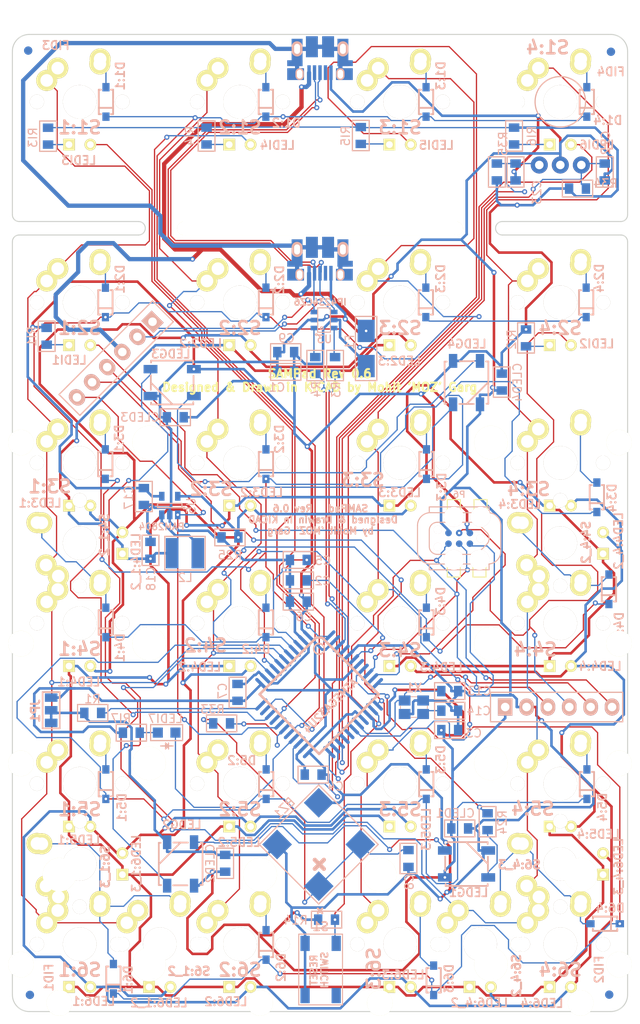
<source format=kicad_pcb>
(kicad_pcb (version 20171130) (host pcbnew "(5.1.12)-1")
  (title_block (title SAMPad) (date 2016-05-21) (rev 0.6) (company "Mohit MOZ Garg"))
  (layers (0 F.Cu signal) (31 B.Cu signal) (34 B.Paste user hide) (35 F.Paste user hide) (36 B.SilkS user hide) (37 F.SilkS user hide) (38 B.Mask user hide) (39 F.Mask user hide) (44 Edge.Cuts user))
  (net 0 "")
  (net 1 VSS)
  (net 2 /mcu/VUSB)
  (net 3 "Net-(C5-Pad1)")
  (net 4 /mcu/XTAL2)
  (net 5 /mcu/XTAL1)
  (net 6 /ledmatrix/LEDAN)
  (net 7 /mcu/ENCA)
  (net 8 /mcu/ENCB)
  (net 9 /mcu/ROW1)
  (net 10 "Net-(D1:1-Pad1)")
  (net 11 "Net-(D1:2-Pad1)")
  (net 12 "Net-(D1:3-Pad1)")
  (net 13 "Net-(D1:4-Pad1)")
  (net 14 /mcu/ROW2)
  (net 15 "Net-(D2:1-Pad1)")
  (net 16 "Net-(D2:2-Pad1)")
  (net 17 "Net-(D2:3-Pad1)")
  (net 18 "Net-(D2:4-Pad1)")
  (net 19 /mcu/ROW3)
  (net 20 "Net-(D3:1-Pad1)")
  (net 21 "Net-(D3:2-Pad1)")
  (net 22 "Net-(D3:3-Pad1)")
  (net 23 "Net-(D3:4-Pad1)")
  (net 24 /mcu/ROW4)
  (net 25 "Net-(D4:1-Pad1)")
  (net 26 "Net-(D4:2-Pad1)")
  (net 27 "Net-(D4:3-Pad1)")
  (net 28 "Net-(D4:4-Pad1)")
  (net 29 /mcu/ROW5)
  (net 30 "Net-(D5:1-Pad1)")
  (net 31 "Net-(D5:2-Pad1)")
  (net 32 "Net-(D5:3-Pad1)")
  (net 33 "Net-(D5:4-Pad1)")
  (net 34 /mcu/ROW6)
  (net 35 "Net-(D6:1-Pad1)")
  (net 36 "Net-(D6:2-Pad1)")
  (net 37 "Net-(D6:3-Pad1)")
  (net 38 "Net-(D6:4-Pad1)")
  (net 39 /mcu/HWBE)
  (net 40 "Net-(L2-Pad1)")
  (net 41 /ledmatrix/LEDCATH)
  (net 42 "Net-(LEDG1-Pad4)")
  (net 43 "Net-(LEDG1-Pad2)")
  (net 44 "Net-(LEDG2-Pad2)")
  (net 45 "Net-(LEDG3-Pad2)")
  (net 46 /ledmatrix/RGBDOUT)
  (net 47 "Net-(LEDI1-Pad1)")
  (net 48 /ledmatrix/LEDI1)
  (net 49 "Net-(LEDI2-Pad1)")
  (net 50 /ledmatrix/LEDI2)
  (net 51 "Net-(LEDI3-Pad1)")
  (net 52 /ledmatrix/LEDI3)
  (net 53 /ledmatrix/LEDI4)
  (net 54 "Net-(LEDI4-Pad1)")
  (net 55 /ledmatrix/LEDI5)
  (net 56 "Net-(LEDI5-Pad1)")
  (net 57 /ledmatrix/LEDI6)
  (net 58 "Net-(LEDI6-Pad1)")
  (net 59 "Net-(LEDI7-Pad1)")
  (net 60 /ledmatrix/LEDI7)
  (net 61 /mcu/D-)
  (net 62 /mcu/D+)
  (net 63 /mcu/SHDGND)
  (net 64 /mcu/LEDBL)
  (net 65 /ledmatrix/RGBDIN)
  (net 66 /mcu/MISO)
  (net 67 /mcu/MCURST)
  (net 68 "Net-(R3-Pad1)")
  (net 69 /mcu/USB_D+)
  (net 70 "Net-(R4-Pad1)")
  (net 71 /mcu/USB_D-)
  (net 72 /mcu/BUZZER)
  (net 73 /mcu/COL1)
  (net 74 /mcu/COL2)
  (net 75 /mcu/COL3)
  (net 76 /mcu/COL4)
  (net 77 "Net-(BZ1-Pad1)")
  (net 78 +5V)
  (net 79 "Net-(C2-Pad1)")
  (module prettylib:TQFP44 (layer B.Cu) (at 128.473 146.533 225)
    (fp_text reference U1 hide)
    (fp_text value ATMEGA32U4 (at 0 -1.904999 225) (layer B.SilkS) (effects (font (size 0.9 0.9) (thickness 0.2032)) (justify mirror)))
    (pad 39 smd oval (at 0 5.715 225) (size 0.4064 1.89992) (layers B.Cu B.Paste B.Mask) (net 73 /mcu/COL1))
    (pad 40 smd oval (at -0.8001 5.715 225) (size 0.4064 1.89992) (layers B.Cu B.Paste B.Mask) (net 29 /mcu/ROW5))
    (pad 41 smd oval (at -1.6002 5.715 225) (size 0.4064 1.89992) (layers B.Cu B.Paste B.Mask) (net 24 /mcu/ROW4))
    (pad 42 smd oval (at -2.4003 5.715 225) (size 0.4064 1.89992) (layers B.Cu B.Paste B.Mask) (net 3 "Net-(C5-Pad1)"))
    (pad 43 smd oval (at -3.2004 5.715 225) (size 0.4064 1.89992) (layers B.Cu B.Paste B.Mask) (net 1 VSS))
    (pad 44 smd oval (at -4.0005 5.715 225) (size 0.4064 1.89992) (layers B.Cu B.Paste B.Mask) (net 78 +5V))
    (pad 38 smd oval (at 0.8001 5.715 225) (size 0.4064 1.89992) (layers B.Cu B.Paste B.Mask) (net 74 /mcu/COL2))
    (pad 37 smd oval (at 1.6002 5.715 225) (size 0.4064 1.89992) (layers B.Cu B.Paste B.Mask) (net 75 /mcu/COL3))
    (pad 36 smd oval (at 2.4003 5.715 225) (size 0.4064 1.89992) (layers B.Cu B.Paste B.Mask) (net 76 /mcu/COL4))
    (pad 35 smd oval (at 3.2004 5.715 225) (size 0.4064 1.89992) (layers B.Cu B.Paste B.Mask) (net 1 VSS))
    (pad 34 smd oval (at 4.0005 5.715 225) (size 0.4064 1.89992) (layers B.Cu B.Paste B.Mask) (net 78 +5V))
    (pad 17 smd oval (at 0 -5.715 225) (size 0.4064 1.89992) (layers B.Cu B.Paste B.Mask) (net 5 /mcu/XTAL1))
    (pad 16 smd oval (at -0.8001 -5.715 225) (size 0.4064 1.89992) (layers B.Cu B.Paste B.Mask) (net 4 /mcu/XTAL2))
    (pad 15 smd oval (at -1.6002 -5.715 225) (size 0.4064 1.89992) (layers B.Cu B.Paste B.Mask) (net 1 VSS))
    (pad 14 smd oval (at -2.4003 -5.715 225) (size 0.4064 1.89992) (layers B.Cu B.Paste B.Mask) (net 78 +5V))
    (pad 13 smd oval (at -3.2004 -5.715 225) (size 0.4064 1.89992) (layers B.Cu B.Paste B.Mask) (net 67 /mcu/MCURST))
    (pad 12 smd oval (at -4.0005 -5.715 225) (size 0.4064 1.89992) (layers B.Cu B.Paste B.Mask) (net 65 /ledmatrix/RGBDIN))
    (pad 18 smd oval (at 0.8001 -5.715 225) (size 0.4064 1.89992) (layers B.Cu B.Paste B.Mask))
    (pad 19 smd oval (at 1.6002 -5.715 225) (size 0.4064 1.89992) (layers B.Cu B.Paste B.Mask))
    (pad 20 smd oval (at 2.4003 -5.715 225) (size 0.4064 1.89992) (layers B.Cu B.Paste B.Mask) (net 8 /mcu/ENCB))
    (pad 21 smd oval (at 3.2004 -5.715 225) (size 0.4064 1.89992) (layers B.Cu B.Paste B.Mask) (net 7 /mcu/ENCA))
    (pad 22 smd oval (at 4.0005 -5.715 225) (size 0.4064 1.89992) (layers B.Cu B.Paste B.Mask) (net 57 /ledmatrix/LEDI6))
    (pad 6 smd oval (at -5.715 0 225) (size 1.89992 0.4064) (layers B.Cu B.Paste B.Mask) (net 79 "Net-(C2-Pad1)"))
    (pad 28 smd oval (at 5.715 0 225) (size 1.89992 0.4064) (layers B.Cu B.Paste B.Mask) (net 72 /mcu/BUZZER))
    (pad 7 smd oval (at -5.715 -0.8001 225) (size 1.89992 0.4064) (layers B.Cu B.Paste B.Mask) (net 78 +5V))
    (pad 27 smd oval (at 5.715 -0.8001 225) (size 1.89992 0.4064) (layers B.Cu B.Paste B.Mask) (net 53 /ledmatrix/LEDI4))
    (pad 26 smd oval (at 5.715 -1.6002 225) (size 1.89992 0.4064) (layers B.Cu B.Paste B.Mask) (net 60 /ledmatrix/LEDI7))
    (pad 8 smd oval (at -5.715 -1.6002 225) (size 1.89992 0.4064) (layers B.Cu B.Paste B.Mask) (net 34 /mcu/ROW6))
    (pad 9 smd oval (at -5.715 -2.4003 225) (size 1.89992 0.4064) (layers B.Cu B.Paste B.Mask) (net 48 /ledmatrix/LEDI1))
    (pad 25 smd oval (at 5.715 -2.4003 225) (size 1.89992 0.4064) (layers B.Cu B.Paste B.Mask) (net 55 /ledmatrix/LEDI5))
    (pad 24 smd oval (at 5.715 -3.2004 225) (size 1.89992 0.4064) (layers B.Cu B.Paste B.Mask) (net 78 +5V))
    (pad 10 smd oval (at -5.715 -3.2004 225) (size 1.89992 0.4064) (layers B.Cu B.Paste B.Mask) (net 50 /ledmatrix/LEDI2))
    (pad 11 smd oval (at -5.715 -4.0005 225) (size 1.89992 0.4064) (layers B.Cu B.Paste B.Mask) (net 66 /mcu/MISO))
    (pad 23 smd oval (at 5.715 -4.0005 225) (size 1.89992 0.4064) (layers B.Cu B.Paste B.Mask) (net 1 VSS))
    (pad 29 smd oval (at 5.715 0.8001 225) (size 1.89992 0.4064) (layers B.Cu B.Paste B.Mask) (net 64 /mcu/LEDBL))
    (pad 5 smd oval (at -5.715 0.8001 225) (size 1.89992 0.4064) (layers B.Cu B.Paste B.Mask) (net 1 VSS))
    (pad 4 smd oval (at -5.715 1.6002 225) (size 1.89992 0.4064) (layers B.Cu B.Paste B.Mask) (net 69 /mcu/USB_D+))
    (pad 30 smd oval (at 5.715 1.6002 225) (size 1.89992 0.4064) (layers B.Cu B.Paste B.Mask) (net 52 /ledmatrix/LEDI3))
    (pad 31 smd oval (at 5.715 2.4003 225) (size 1.89992 0.4064) (layers B.Cu B.Paste B.Mask) (net 14 /mcu/ROW2))
    (pad 3 smd oval (at -5.715 2.4003 225) (size 1.89992 0.4064) (layers B.Cu B.Paste B.Mask) (net 71 /mcu/USB_D-))
    (pad 2 smd oval (at -5.715 3.2004 225) (size 1.89992 0.4064) (layers B.Cu B.Paste B.Mask) (net 78 +5V))
    (pad 32 smd oval (at 5.715 3.2004 225) (size 1.89992 0.4064) (layers B.Cu B.Paste B.Mask) (net 9 /mcu/ROW1))
    (pad 33 smd oval (at 5.715 4.0005 225) (size 1.89992 0.4064) (layers B.Cu B.Paste B.Mask) (net 39 /mcu/HWBE))
    (pad 1 smd oval (at -5.715 4.0005 225) (size 1.89992 0.4064) (layers B.Cu B.Paste B.Mask) (net 19 /mcu/ROW3))
  )
  (module prettylib:MX_200 (layer F.Cu) (at 157.15 128.575 270)
    (fp_text reference STAB6)
    (fp_text value MISC)
    (pad "" np_thru_hole circle (at -11.938 -6.985 270) (size 3.048 3.048) (drill 3.048) (layers *.Cu *.Mask F.SilkS))
    (pad "" np_thru_hole circle (at 11.938 -6.985 270) (size 3.048 3.048) (drill 3.048) (layers *.Cu *.Mask F.SilkS))
    (pad "" np_thru_hole circle (at -11.938 8.255 270) (size 3.9878 3.9878) (drill 3.9878) (layers *.Cu *.Mask F.SilkS))
    (pad "" np_thru_hole circle (at 11.938 8.255 270) (size 3.9878 3.9878) (drill 3.9878) (layers *.Cu *.Mask F.SilkS))
  )
  (module prettylib:SMD_0805 (layer B.Cu) (at 145.186 162.458 180)
    (fp_text reference CLED1 (at 0.5334 1.8034 180) (layer B.SilkS) (effects (justify mirror)))
    (fp_text value "0.1 uF")
    (pad 1 smd rect (at -1 0 180) (size 1 1.25) (layers B.Cu B.Paste B.Mask) (net 1 VSS))
    (pad 2 smd rect (at 1 0 180) (size 1 1.25) (layers B.Cu B.Paste B.Mask) (net 78 +5V))
  )
  (module prettylib:NX3225SA (layer B.Cu) (at 139.738 148.069)
    (fp_text reference X1 (at 0.0127 -2.3114) (layer B.SilkS) (effects (font (thickness 0.2)) (justify mirror)))
    (fp_text value CRYSTAL hide)
    (pad 3 smd rect (at 1.1 0.8) (size 1.4 1.2) (layers B.Cu B.Paste B.Mask) (net 5 /mcu/XTAL1))
    (pad 2 smd rect (at 1.1 -0.8) (size 1.4 1.2) (layers B.Cu B.Paste B.Mask) (net 1 VSS))
    (pad 1 smd rect (at -1.1 -0.8) (size 1.4 1.2) (layers B.Cu B.Paste B.Mask) (net 4 /mcu/XTAL2))
    (pad 4 smd rect (at -1.1 0.8) (size 1.4 1.2) (layers B.Cu B.Paste B.Mask) (net 1 VSS))
  )
  (module prettylib:SOT-23-5 (layer B.Cu) (at 110.711 124.12 90)
    (fp_text reference U5 (at -0.05 2.55 90) (layer B.SilkS) (effects (justify mirror)))
    (fp_text value PAM2804 (at -2.5121 -0.9701 180) (layer B.SilkS) (effects (font (size 0.8 0.8)) (justify mirror)))
    (pad 1 smd rect (at -1.1 0.95 90) (size 1.06 0.65) (layers B.Cu B.Paste B.Mask) (net 64 /mcu/LEDBL))
    (pad 2 smd rect (at -1.1 0 90) (size 1.06 0.65) (layers B.Cu B.Paste B.Mask) (net 1 VSS))
    (pad 3 smd rect (at -1.1 -0.95 90) (size 1.06 0.65) (layers B.Cu B.Paste B.Mask) (net 40 "Net-(L2-Pad1)"))
    (pad 4 smd rect (at 1.1 -0.95 90) (size 1.06 0.65) (layers B.Cu B.Paste B.Mask) (net 78 +5V))
    (pad 5 smd rect (at 1.1 0.95 90) (size 1.06 0.65) (layers B.Cu B.Paste B.Mask) (net 41 /ledmatrix/LEDCATH))
  )
  (module prettylib:SOT457 (layer B.Cu) (at 129.057 102.095 90)
    (fp_text reference U3 (at -2.2733 0.0508 180) (layer B.SilkS) (effects (font (size 0.9 0.9) (thickness 0.1524)) (justify mirror)))
    (fp_text value IP4234CZ6 (at 2.1209 -0.4572 180) (layer B.SilkS) (effects (font (size 0.762 0.762) (thickness 0.1905)) (justify mirror)))
    (pad 1 smd rect (at -0.95 -1.2 90) (size 0.55 0.8) (layers B.Cu B.Paste B.Mask) (net 70 "Net-(R4-Pad1)"))
    (pad 2 smd rect (at 0 -1.2 90) (size 0.55 0.8) (layers B.Cu B.Paste B.Mask) (net 1 VSS))
    (pad 3 smd rect (at 0.95 -1.2 90) (size 0.55 0.8) (layers B.Cu B.Paste B.Mask) (net 61 /mcu/D-))
    (pad 4 smd rect (at 0.95 1.2 90) (size 0.55 0.8) (layers B.Cu B.Paste B.Mask) (net 62 /mcu/D+))
    (pad 5 smd rect (at 0 1.2 90) (size 0.55 0.8) (layers B.Cu B.Paste B.Mask) (net 78 +5V))
    (pad 6 smd rect (at -0.95 1.2 90) (size 0.55 0.8) (layers B.Cu B.Paste B.Mask) (net 68 "Net-(R3-Pad1)"))
  )
  (module prettylib:MX_200 (layer F.Cu) (at 157.15 166.675 270)
    (fp_text reference STAB5)
    (fp_text value MISC)
    (pad "" np_thru_hole circle (at -11.938 -6.985 270) (size 3.048 3.048) (drill 3.048) (layers *.Cu *.Mask F.SilkS))
    (pad "" np_thru_hole circle (at 11.938 -6.985 270) (size 3.048 3.048) (drill 3.048) (layers *.Cu *.Mask F.SilkS))
    (pad "" np_thru_hole circle (at -11.938 8.255 270) (size 3.9878 3.9878) (drill 3.9878) (layers *.Cu *.Mask F.SilkS))
    (pad "" np_thru_hole circle (at 11.938 8.255 270) (size 3.9878 3.9878) (drill 3.9878) (layers *.Cu *.Mask F.SilkS))
  )
  (module prettylib:MX_200 (layer F.Cu) (at 100 166.675 90)
    (fp_text reference STAB4)
    (fp_text value MISC)
    (pad "" np_thru_hole circle (at -11.938 -6.985 90) (size 3.048 3.048) (drill 3.048) (layers *.Cu *.Mask F.SilkS))
    (pad "" np_thru_hole circle (at 11.938 -6.985 90) (size 3.048 3.048) (drill 3.048) (layers *.Cu *.Mask F.SilkS))
    (pad "" np_thru_hole circle (at -11.938 8.255 90) (size 3.9878 3.9878) (drill 3.9878) (layers *.Cu *.Mask F.SilkS))
    (pad "" np_thru_hole circle (at 11.938 8.255 90) (size 3.9878 3.9878) (drill 3.9878) (layers *.Cu *.Mask F.SilkS))
  )
  (module prettylib:MX_200 (layer F.Cu) (at 100 128.575 90)
    (fp_text reference STAB3)
    (fp_text value MISC)
    (pad "" np_thru_hole circle (at -11.938 -6.985 90) (size 3.048 3.048) (drill 3.048) (layers *.Cu *.Mask F.SilkS))
    (pad "" np_thru_hole circle (at 11.938 -6.985 90) (size 3.048 3.048) (drill 3.048) (layers *.Cu *.Mask F.SilkS))
    (pad "" np_thru_hole circle (at -11.938 8.255 90) (size 3.9878 3.9878) (drill 3.9878) (layers *.Cu *.Mask F.SilkS))
    (pad "" np_thru_hole circle (at 11.938 8.255 90) (size 3.9878 3.9878) (drill 3.9878) (layers *.Cu *.Mask F.SilkS))
  )
  (module prettylib:MX_200 (layer F.Cu) (at 109.525 176.2 180)
    (fp_text reference STAB2)
    (fp_text value MISC)
    (pad "" np_thru_hole circle (at -11.938 -6.985 180) (size 3.048 3.048) (drill 3.048) (layers *.Cu *.Mask F.SilkS))
    (pad "" np_thru_hole circle (at 11.938 -6.985 180) (size 3.048 3.048) (drill 3.048) (layers *.Cu *.Mask F.SilkS))
    (pad "" np_thru_hole circle (at -11.938 8.255 180) (size 3.9878 3.9878) (drill 3.9878) (layers *.Cu *.Mask F.SilkS))
    (pad "" np_thru_hole circle (at 11.938 8.255 180) (size 3.9878 3.9878) (drill 3.9878) (layers *.Cu *.Mask F.SilkS))
  )
  (module prettylib:MX_200 (layer F.Cu) (at 147.625 176.2 180)
    (fp_text reference STAB1)
    (fp_text value MISC)
    (pad "" np_thru_hole circle (at -11.938 -6.985 180) (size 3.048 3.048) (drill 3.048) (layers *.Cu *.Mask F.SilkS))
    (pad "" np_thru_hole circle (at 11.938 -6.985 180) (size 3.048 3.048) (drill 3.048) (layers *.Cu *.Mask F.SilkS))
    (pad "" np_thru_hole circle (at -11.938 8.255 180) (size 3.9878 3.9878) (drill 3.9878) (layers *.Cu *.Mask F.SilkS))
    (pad "" np_thru_hole circle (at 11.938 8.255 180) (size 3.9878 3.9878) (drill 3.9878) (layers *.Cu *.Mask F.SilkS))
  )
  (module prettylib:SMD_0805 (layer B.Cu) (at 106.143 151.092 180)
    (fp_text reference RI7 (at 1.2413 1.7018 180) (layer B.SilkS) (effects (justify mirror)))
    (fp_text value 470)
    (pad 1 smd rect (at -1 0 180) (size 1 1.25) (layers B.Cu B.Paste B.Mask) (net 59 "Net-(LEDI7-Pad1)"))
    (pad 2 smd rect (at 1 0 180) (size 1 1.25) (layers B.Cu B.Paste B.Mask) (net 78 +5V))
  )
  (module prettylib:SMD_0805 (layer B.Cu) (at 151.651 80.2513 90)
    (fp_text reference RI6 (at 0 2.1 90) (layer B.SilkS) (effects (justify mirror)))
    (fp_text value 470)
    (pad 1 smd rect (at -1 0 90) (size 1 1.25) (layers B.Cu B.Paste B.Mask) (net 58 "Net-(LEDI6-Pad1)"))
    (pad 2 smd rect (at 1 0 90) (size 1 1.25) (layers B.Cu B.Paste B.Mask) (net 78 +5V))
  )
  (module prettylib:SMD_0805 (layer B.Cu) (at 133.426 80.1878 90)
    (fp_text reference RI5 (at -0.0508 -1.8034 90) (layer B.SilkS) (effects (justify mirror)))
    (fp_text value 470)
    (pad 1 smd rect (at -1 0 90) (size 1 1.25) (layers B.Cu B.Paste B.Mask) (net 56 "Net-(LEDI5-Pad1)"))
    (pad 2 smd rect (at 1 0 90) (size 1 1.25) (layers B.Cu B.Paste B.Mask) (net 78 +5V))
  )
  (module prettylib:SMD_0805 (layer B.Cu) (at 115.087 80.2513 90)
    (fp_text reference RI4 (at 0.0127 -1.9812 90) (layer B.SilkS) (effects (justify mirror)))
    (fp_text value 470)
    (pad 1 smd rect (at -1 0 90) (size 1 1.25) (layers B.Cu B.Paste B.Mask) (net 54 "Net-(LEDI4-Pad1)"))
    (pad 2 smd rect (at 1 0 90) (size 1 1.25) (layers B.Cu B.Paste B.Mask) (net 78 +5V))
  )
  (module prettylib:SMD_0805 (layer B.Cu) (at 96.2406 80.264 90)
    (fp_text reference RI3 (at -0.1651 -1.8034 90) (layer B.SilkS) (effects (justify mirror)))
    (fp_text value 470)
    (pad 1 smd rect (at -1 0 90) (size 1 1.25) (layers B.Cu B.Paste B.Mask) (net 51 "Net-(LEDI3-Pad1)"))
    (pad 2 smd rect (at 1 0 90) (size 1 1.25) (layers B.Cu B.Paste B.Mask) (net 78 +5V))
  )
  (module prettylib:SMD_0805 (layer B.Cu) (at 153.073 104.216 90)
    (fp_text reference RI2 (at -0.2032 -1.7145 90) (layer B.SilkS) (effects (justify mirror)))
    (fp_text value 470)
    (pad 1 smd rect (at -1 0 90) (size 1 1.25) (layers B.Cu B.Paste B.Mask) (net 49 "Net-(LEDI2-Pad1)"))
    (pad 2 smd rect (at 1 0 90) (size 1 1.25) (layers B.Cu B.Paste B.Mask) (net 78 +5V))
  )
  (module prettylib:SMD_0805 (layer B.Cu) (at 96.0755 104.026 90)
    (fp_text reference RI1 (at -0.0127 -1.7526 90) (layer B.SilkS) (effects (justify mirror)))
    (fp_text value 470)
    (pad 1 smd rect (at -1 0 90) (size 1 1.25) (layers B.Cu B.Paste B.Mask) (net 47 "Net-(LEDI1-Pad1)"))
    (pad 2 smd rect (at 1 0 90) (size 1 1.25) (layers B.Cu B.Paste B.Mask) (net 78 +5V))
  )
  (module prettylib:SMD_0805 (layer B.Cu) (at 149.606 84.5185 90)
    (fp_text reference R35 (at 3.366 0.735 90) (layer B.SilkS) (effects (justify mirror)))
    (fp_text value 10k)
    (pad 1 smd rect (at -1 0 90) (size 1 1.25) (layers B.Cu B.Paste B.Mask) (net 78 +5V))
    (pad 2 smd rect (at 1 0 90) (size 1 1.25) (layers B.Cu B.Paste B.Mask) (net 8 /mcu/ENCB))
  )
  (module prettylib:SMD_0805 (layer B.Cu) (at 159.194 86.487 180)
    (fp_text reference R34 (at -3.318 0.608 180) (layer B.SilkS) (effects (justify mirror)))
    (fp_text value 10k)
    (pad 1 smd rect (at -1 0 180) (size 1 1.25) (layers B.Cu B.Paste B.Mask) (net 7 /mcu/ENCA))
    (pad 2 smd rect (at 1 0 180) (size 1 1.25) (layers B.Cu B.Paste B.Mask) (net 78 +5V))
  )
  (module prettylib:SMD_0805 (layer B.Cu) (at 117.869 127.902)
    (fp_text reference R25 (at 0 2.1) (layer B.SilkS) (effects (justify mirror)))
    (fp_text value RLED)
    (pad 1 smd rect (at -1 0) (size 1 1.25) (layers B.Cu B.Paste B.Mask) (net 1 VSS))
    (pad 2 smd rect (at 1 0) (size 1 1.25) (layers B.Cu B.Paste B.Mask) (net 41 /ledmatrix/LEDCATH))
  )
  (module prettylib:SMD_0805 (layer B.Cu) (at 148.501 161.658 90)
    (fp_text reference R24 (at -0.0762 1.7526 90) (layer B.SilkS) (effects (justify mirror)))
    (fp_text value 330)
    (pad 1 smd rect (at -1 0 90) (size 1 1.25) (layers B.Cu B.Paste B.Mask) (net 42 "Net-(LEDG1-Pad4)"))
    (pad 2 smd rect (at 1 0 90) (size 1 1.25) (layers B.Cu B.Paste B.Mask) (net 65 /ledmatrix/RGBDIN))
  )
  (module prettylib:SMD_0805 (layer B.Cu) (at 129.357 173.289 180)
    (fp_text reference R14 (at 3.690442 -0.06596 180) (layer B.SilkS) (effects (justify mirror)))
    (fp_text value 100k)
    (pad 1 smd rect (at -1 0 180) (size 1 1.25) (layers B.Cu B.Paste B.Mask) (net 67 /mcu/MCURST))
    (pad 2 smd rect (at 1 0 180) (size 1 1.25) (layers B.Cu B.Paste B.Mask) (net 78 +5V))
  )
  (module prettylib:SMD_0805 (layer B.Cu) (at 128.016 107.5 270)
    (fp_text reference R4 (at 2.8249 -0.1016 270) (layer B.SilkS) (effects (justify mirror)))
    (fp_text value 22)
    (pad 1 smd rect (at -1 0 270) (size 1 1.25) (layers B.Cu B.Paste B.Mask) (net 70 "Net-(R4-Pad1)"))
    (pad 2 smd rect (at 1 0 270) (size 1 1.25) (layers B.Cu B.Paste B.Mask) (net 71 /mcu/USB_D-))
  )
  (module prettylib:SMD_0805 (layer B.Cu) (at 130.366 107.5 270)
    (fp_text reference R3 (at 2.863 -0.1143 270) (layer B.SilkS) (effects (justify mirror)))
    (fp_text value 22)
    (pad 1 smd rect (at -1 0 270) (size 1 1.25) (layers B.Cu B.Paste B.Mask) (net 68 "Net-(R3-Pad1)"))
    (pad 2 smd rect (at 1 0 270) (size 1 1.25) (layers B.Cu B.Paste B.Mask) (net 69 /mcu/USB_D+))
  )
  (module prettylib:TC2030_BIG (layer B.Cu) (at 145.123 128.016 180)
    (fp_text reference P6 (at 0 5.20192 180) (layer B.SilkS) (effects (font (size 0.75692 0.75692) (thickness 0.127)) (justify mirror)))
    (fp_text value ISP6 hide)
    (pad 1 connect circle (at -1.27 -0.635 180) (size 0.78486 0.78486) (layers B.Cu B.Mask) (net 66 /mcu/MISO))
    (pad 2 connect circle (at -1.27 0.635 180) (size 0.78486 0.78486) (layers B.Cu B.Mask) (net 78 +5V))
    (pad 3 connect circle (at 0 -0.635 180) (size 0.78486 0.78486) (layers B.Cu B.Mask) (net 48 /ledmatrix/LEDI1))
    (pad 4 connect circle (at 0 0.635 180) (size 0.78486 0.78486) (layers B.Cu B.Mask) (net 50 /ledmatrix/LEDI2))
    (pad 5 connect circle (at 1.27 -0.635 180) (size 0.78486 0.78486) (layers B.Cu B.Mask) (net 67 /mcu/MCURST))
    (pad 6 connect circle (at 1.27 0.635 180) (size 0.78486 0.78486) (layers B.Cu B.Mask) (net 1 VSS))
    (pad "" np_thru_hole circle (at -2.54 0 180) (size 0.98806 0.98806) (drill 0.98806) (layers *.Cu *.Mask B.SilkS))
    (pad "" np_thru_hole circle (at 2.54 1.016 180) (size 0.98552 0.98552) (drill 0.98552) (layers *.Cu *.Mask B.SilkS))
    (pad "" np_thru_hole circle (at 2.54 -1.016 180) (size 0.98552 0.98552) (drill 0.98552) (layers *.Cu *.Mask B.SilkS))
    (pad "" np_thru_hole circle (at -2.54 2.54 180) (size 2.37236 2.37236) (drill 2.37236) (layers *.Cu *.Mask B.SilkS))
    (pad "" np_thru_hole circle (at 0.635 2.54 180) (size 2.36982 2.36982) (drill 2.36982) (layers *.Cu *.Mask B.SilkS))
    (pad "" np_thru_hole circle (at -2.413 -2.54 180) (size 2.36982 2.36982) (drill 2.36982) (layers *.Cu *.Mask B.SilkS))
    (pad "" np_thru_hole circle (at 0.635 -2.54 180) (size 2.36982 2.36982) (drill 2.36982) (layers *.Cu *.Mask B.SilkS))
  )
  (module prettylib:LED_0805 (layer B.Cu) (at 110.338 151.079 180)
    (fp_text reference LEDI7 (at 0.1524 1.651 180) (layer B.SilkS) (effects (justify mirror)))
    (fp_text value LED)
    (pad 1 smd rect (at 1.04902 0) (size 1.19888 1.19888) (layers B.Cu B.Paste B.Mask) (net 59 "Net-(LEDI7-Pad1)"))
    (pad 2 smd rect (at -1.04902 0) (size 1.19888 1.19888) (layers B.Cu B.Paste B.Mask) (net 60 /ledmatrix/LEDI7))
  )
  (module prettylib:INSW_LEDS_REG (layer F.Cu) (at 157.15 76.1875)
    (fp_text reference LEDI6 (at 4.3305 5.1179) (layer B.SilkS) (effects (font (thickness 0.2)) (justify mirror)))
    (fp_text value LED hide)
    (pad 2 thru_hole oval (at 1.27 5.08) (size 1.4 1.4) (drill 0.8) (layers *.Cu *.Mask F.SilkS) (net 57 /ledmatrix/LEDI6))
    (pad 1 thru_hole rect (at -1.27 5.08) (size 1.4 1.4) (drill 0.8) (layers *.Cu *.Mask F.SilkS) (net 58 "Net-(LEDI6-Pad1)"))
  )
  (module prettylib:INSW_LEDS_REG (layer F.Cu) (at 138.1 76.1875)
    (fp_text reference LEDI5 (at 4.3178 5.156) (layer B.SilkS) (effects (font (thickness 0.2)) (justify mirror)))
    (fp_text value LED hide)
    (pad 2 thru_hole oval (at 1.27 5.08) (size 1.4 1.4) (drill 0.8) (layers *.Cu *.Mask F.SilkS) (net 55 /ledmatrix/LEDI5))
    (pad 1 thru_hole rect (at -1.27 5.08) (size 1.4 1.4) (drill 0.8) (layers *.Cu *.Mask F.SilkS) (net 56 "Net-(LEDI5-Pad1)"))
  )
  (module prettylib:INSW_LEDS_REG (layer F.Cu) (at 119.05 76.1875)
    (fp_text reference LEDI4 (at 4.4702 5.156) (layer B.SilkS) (effects (font (thickness 0.2)) (justify mirror)))
    (fp_text value LED hide)
    (pad 2 thru_hole oval (at 1.27 5.08) (size 1.4 1.4) (drill 0.8) (layers *.Cu *.Mask F.SilkS) (net 53 /ledmatrix/LEDI4))
    (pad 1 thru_hole rect (at -1.27 5.08) (size 1.4 1.4) (drill 0.8) (layers *.Cu *.Mask F.SilkS) (net 54 "Net-(LEDI4-Pad1)"))
  )
  (module prettylib:WS2812B (layer B.Cu) (at 146 109.525 270)
    (fp_text reference LEDG4 (at -4.5849 -0.0373) (layer B.SilkS) (effects (font (thickness 0.2)) (justify mirror)))
    (fp_text value WS2812B)
    (pad 1 smd rect (at -2.577 1.6 270) (size 1.651 1) (layers B.Cu B.Paste B.Mask) (net 78 +5V))
    (pad 4 smd rect (at 2.577 1.6 270) (size 1.651 1) (layers B.Cu B.Paste B.Mask) (net 45 "Net-(LEDG3-Pad2)"))
    (pad 3 smd rect (at 2.577 -1.6 270) (size 1.651 1) (layers B.Cu B.Paste B.Mask) (net 1 VSS))
    (pad 2 smd rect (at -2.577 -1.6 270) (size 1.651 1) (layers B.Cu B.Paste B.Mask) (net 46 /ledmatrix/RGBDOUT))
  )
  (module prettylib:WS2812B (layer B.Cu) (at 111 109.525 180)
    (fp_text reference LEDG3 (at 0.1671 3.3911 180) (layer B.SilkS) (effects (font (thickness 0.2)) (justify mirror)))
    (fp_text value WS2812B)
    (pad 1 smd rect (at -2.577 1.6 180) (size 1.651 1) (layers B.Cu B.Paste B.Mask) (net 78 +5V))
    (pad 4 smd rect (at 2.577 1.6 180) (size 1.651 1) (layers B.Cu B.Paste B.Mask) (net 44 "Net-(LEDG2-Pad2)"))
    (pad 3 smd rect (at 2.577 -1.6 180) (size 1.651 1) (layers B.Cu B.Paste B.Mask) (net 1 VSS))
    (pad 2 smd rect (at -2.577 -1.6 180) (size 1.651 1) (layers B.Cu B.Paste B.Mask) (net 45 "Net-(LEDG3-Pad2)"))
  )
  (module prettylib:WS2812B (layer B.Cu) (at 112 166.675 90)
    (fp_text reference LEDG2 (at 4.6611 0.1537 180) (layer B.SilkS) (effects (font (thickness 0.2)) (justify mirror)))
    (fp_text value WS2812B)
    (pad 1 smd rect (at -2.577 1.6 90) (size 1.651 1) (layers B.Cu B.Paste B.Mask) (net 78 +5V))
    (pad 4 smd rect (at 2.577 1.6 90) (size 1.651 1) (layers B.Cu B.Paste B.Mask) (net 43 "Net-(LEDG1-Pad2)"))
    (pad 3 smd rect (at 2.577 -1.6 90) (size 1.651 1) (layers B.Cu B.Paste B.Mask) (net 1 VSS))
    (pad 2 smd rect (at -2.577 -1.6 90) (size 1.651 1) (layers B.Cu B.Paste B.Mask) (net 44 "Net-(LEDG2-Pad2)"))
  )
  (module prettylib:WS2812B (layer B.Cu) (at 146 166.675)
    (fp_text reference LEDG1 (at 0.2405 3.3907) (layer B.SilkS) (effects (font (thickness 0.2)) (justify mirror)))
    (fp_text value WS2812B)
    (pad 1 smd rect (at -2.577 1.6) (size 1.651 1) (layers B.Cu B.Paste B.Mask) (net 78 +5V))
    (pad 4 smd rect (at 2.577 1.6) (size 1.651 1) (layers B.Cu B.Paste B.Mask) (net 42 "Net-(LEDG1-Pad4)"))
    (pad 3 smd rect (at 2.577 -1.6) (size 1.651 1) (layers B.Cu B.Paste B.Mask) (net 1 VSS))
    (pad 2 smd rect (at -2.577 -1.6) (size 1.651 1) (layers B.Cu B.Paste B.Mask) (net 43 "Net-(LEDG1-Pad2)"))
  )
  (module prettylib:INSW_LEDS_REG (layer F.Cu) (at 157.15 166.675 90)
    (fp_text reference LED6:4_3 (at -0.3173 6.9213 90) (layer B.SilkS) (effects (font (thickness 0.2)) (justify mirror)))
    (fp_text value LED hide)
    (pad 2 thru_hole oval (at 1.27 5.08 90) (size 1.4 1.4) (drill 0.8) (layers *.Cu *.Mask F.SilkS) (net 41 /ledmatrix/LEDCATH))
    (pad 1 thru_hole rect (at -1.27 5.08 90) (size 1.4 1.4) (drill 0.8) (layers *.Cu *.Mask F.SilkS) (net 6 /ledmatrix/LEDAN))
  )
  (module prettylib:INSW_LEDS_REG (layer F.Cu) (at 147.625 176.2)
    (fp_text reference LED6:4_2 (at -0.1016 6.9596) (layer B.SilkS) (effects (font (thickness 0.2)) (justify mirror)))
    (fp_text value LED hide)
    (pad 2 thru_hole oval (at 1.27 5.08) (size 1.4 1.4) (drill 0.8) (layers *.Cu *.Mask F.SilkS) (net 41 /ledmatrix/LEDCATH))
    (pad 1 thru_hole rect (at -1.27 5.08) (size 1.4 1.4) (drill 0.8) (layers *.Cu *.Mask F.SilkS) (net 6 /ledmatrix/LEDAN))
  )
  (module prettylib:INSW_LEDS_REG (layer F.Cu) (at 157.15 176.2)
    (fp_text reference LED6:4 (at -2.1973 7.0229) (layer B.SilkS) (effects (font (thickness 0.2)) (justify mirror)))
    (fp_text value LED hide)
    (pad 2 thru_hole oval (at 1.27 5.08) (size 1.4 1.4) (drill 0.8) (layers *.Cu *.Mask F.SilkS) (net 41 /ledmatrix/LEDCATH))
    (pad 1 thru_hole rect (at -1.27 5.08) (size 1.4 1.4) (drill 0.8) (layers *.Cu *.Mask F.SilkS) (net 6 /ledmatrix/LEDAN))
  )
  (module prettylib:INSW_LEDS_REG (layer F.Cu) (at 138.1 176.2)
    (fp_text reference LED6:3 (at 0.3554 3.632) (layer B.SilkS) (effects (font (thickness 0.2)) (justify mirror)))
    (fp_text value LED hide)
    (pad 2 thru_hole oval (at 1.27 5.08) (size 1.4 1.4) (drill 0.8) (layers *.Cu *.Mask F.SilkS) (net 41 /ledmatrix/LEDCATH))
    (pad 1 thru_hole rect (at -1.27 5.08) (size 1.4 1.4) (drill 0.8) (layers *.Cu *.Mask F.SilkS) (net 6 /ledmatrix/LEDAN))
  )
  (module prettylib:INSW_LEDS_REG (layer F.Cu) (at 119.05 176.2)
    (fp_text reference LED6:2 (at -1.6639 6.8197) (layer B.SilkS) (effects (font (thickness 0.2)) (justify mirror)))
    (fp_text value LED hide)
    (pad 2 thru_hole oval (at 1.27 5.08) (size 1.4 1.4) (drill 0.8) (layers *.Cu *.Mask F.SilkS) (net 41 /ledmatrix/LEDCATH))
    (pad 1 thru_hole rect (at -1.27 5.08) (size 1.4 1.4) (drill 0.8) (layers *.Cu *.Mask F.SilkS) (net 6 /ledmatrix/LEDAN))
  )
  (module prettylib:INSW_LEDS_REG (layer F.Cu) (at 100 166.675 90)
    (fp_text reference LED6:1_3 (at 0.051 6.7308 90) (layer B.SilkS) (effects (font (thickness 0.2)) (justify mirror)))
    (fp_text value LED hide)
    (pad 2 thru_hole oval (at 1.27 5.08 90) (size 1.4 1.4) (drill 0.8) (layers *.Cu *.Mask F.SilkS) (net 41 /ledmatrix/LEDCATH))
    (pad 1 thru_hole rect (at -1.27 5.08 90) (size 1.4 1.4) (drill 0.8) (layers *.Cu *.Mask F.SilkS) (net 6 /ledmatrix/LEDAN))
  )
  (module prettylib:INSW_LEDS_REG (layer F.Cu) (at 109.525 176.2)
    (fp_text reference LED6:1_2 (at -0.1016 6.9596) (layer B.SilkS) (effects (font (thickness 0.2)) (justify mirror)))
    (fp_text value LED hide)
    (pad 2 thru_hole oval (at 1.27 5.08) (size 1.4 1.4) (drill 0.8) (layers *.Cu *.Mask F.SilkS) (net 41 /ledmatrix/LEDCATH))
    (pad 1 thru_hole rect (at -1.27 5.08) (size 1.4 1.4) (drill 0.8) (layers *.Cu *.Mask F.SilkS) (net 6 /ledmatrix/LEDAN))
  )
  (module prettylib:INSW_LEDS_REG (layer F.Cu) (at 100 176.2)
    (fp_text reference LED6:1 (at 1.6635 6.7816) (layer B.SilkS) (effects (font (thickness 0.2)) (justify mirror)))
    (fp_text value LED hide)
    (pad 2 thru_hole oval (at 1.27 5.08) (size 1.4 1.4) (drill 0.8) (layers *.Cu *.Mask F.SilkS) (net 41 /ledmatrix/LEDCATH))
    (pad 1 thru_hole rect (at -1.27 5.08) (size 1.4 1.4) (drill 0.8) (layers *.Cu *.Mask F.SilkS) (net 6 /ledmatrix/LEDAN))
  )
  (module prettylib:INSW_LEDS_REG (layer F.Cu) (at 157.15 157.15)
    (fp_text reference LED5:4 (at 4.521 5.9942) (layer B.SilkS) (effects (font (thickness 0.2)) (justify mirror)))
    (fp_text value LED hide)
    (pad 2 thru_hole oval (at 1.27 5.08) (size 1.4 1.4) (drill 0.8) (layers *.Cu *.Mask F.SilkS) (net 41 /ledmatrix/LEDCATH))
    (pad 1 thru_hole rect (at -1.27 5.08) (size 1.4 1.4) (drill 0.8) (layers *.Cu *.Mask F.SilkS) (net 6 /ledmatrix/LEDAN))
  )
  (module prettylib:INSW_LEDS_REG (layer F.Cu) (at 138.1 157.15)
    (fp_text reference LED5:3 (at 3.1113 5.41 90) (layer B.SilkS) (effects (font (thickness 0.2)) (justify mirror)))
    (fp_text value LED hide)
    (pad 2 thru_hole oval (at 1.27 5.08) (size 1.4 1.4) (drill 0.8) (layers *.Cu *.Mask F.SilkS) (net 41 /ledmatrix/LEDCATH))
    (pad 1 thru_hole rect (at -1.27 5.08) (size 1.4 1.4) (drill 0.8) (layers *.Cu *.Mask F.SilkS) (net 6 /ledmatrix/LEDAN))
  )
  (module prettylib:INSW_LEDS_REG (layer F.Cu) (at 119.05 157.15)
    (fp_text reference LED5:2 (at -0.1016 6.9596) (layer B.SilkS) (effects (font (thickness 0.2)) (justify mirror)))
    (fp_text value LED hide)
    (pad 2 thru_hole oval (at 1.27 5.08) (size 1.4 1.4) (drill 0.8) (layers *.Cu *.Mask F.SilkS) (net 41 /ledmatrix/LEDCATH))
    (pad 1 thru_hole rect (at -1.27 5.08) (size 1.4 1.4) (drill 0.8) (layers *.Cu *.Mask F.SilkS) (net 6 /ledmatrix/LEDAN))
  )
  (module prettylib:INSW_LEDS_REG (layer F.Cu) (at 100 157.15)
    (fp_text reference LED5:1 (at -0.1145 6.68) (layer B.SilkS) (effects (font (thickness 0.2)) (justify mirror)))
    (fp_text value LED hide)
    (pad 2 thru_hole oval (at 1.27 5.08) (size 1.4 1.4) (drill 0.8) (layers *.Cu *.Mask F.SilkS) (net 41 /ledmatrix/LEDCATH))
    (pad 1 thru_hole rect (at -1.27 5.08) (size 1.4 1.4) (drill 0.8) (layers *.Cu *.Mask F.SilkS) (net 6 /ledmatrix/LEDAN))
  )
  (module prettylib:INSW_LEDS_REG (layer F.Cu) (at 157.15 128.575 90)
    (fp_text reference LED4:4_2 (at 0.2542 6.9213 90) (layer B.SilkS) (effects (font (thickness 0.2)) (justify mirror)))
    (fp_text value LED hide)
    (pad 2 thru_hole oval (at 1.27 5.08 90) (size 1.4 1.4) (drill 0.8) (layers *.Cu *.Mask F.SilkS) (net 41 /ledmatrix/LEDCATH))
    (pad 1 thru_hole rect (at -1.27 5.08 90) (size 1.4 1.4) (drill 0.8) (layers *.Cu *.Mask F.SilkS) (net 6 /ledmatrix/LEDAN))
  )
  (module prettylib:INSW_LEDS_REG (layer F.Cu) (at 157.15 138.1)
    (fp_text reference LED4:4 (at 4.7369 5.1052) (layer B.SilkS) (effects (font (thickness 0.2)) (justify mirror)))
    (fp_text value LED hide)
    (pad 2 thru_hole oval (at 1.27 5.08) (size 1.4 1.4) (drill 0.8) (layers *.Cu *.Mask F.SilkS) (net 41 /ledmatrix/LEDCATH))
    (pad 1 thru_hole rect (at -1.27 5.08) (size 1.4 1.4) (drill 0.8) (layers *.Cu *.Mask F.SilkS) (net 6 /ledmatrix/LEDAN))
  )
  (module prettylib:INSW_LEDS_REG (layer F.Cu) (at 138.1 138.1)
    (fp_text reference LED4:3 (at 4.8893 5.2322) (layer B.SilkS) (effects (font (thickness 0.2)) (justify mirror)))
    (fp_text value LED hide)
    (pad 2 thru_hole oval (at 1.27 5.08) (size 1.4 1.4) (drill 0.8) (layers *.Cu *.Mask F.SilkS) (net 41 /ledmatrix/LEDCATH))
    (pad 1 thru_hole rect (at -1.27 5.08) (size 1.4 1.4) (drill 0.8) (layers *.Cu *.Mask F.SilkS) (net 6 /ledmatrix/LEDAN))
  )
  (module prettylib:INSW_LEDS_REG (layer F.Cu) (at 119.05 138.1)
    (fp_text reference LED4:2 (at -4.7881 5.1941) (layer B.SilkS) (effects (font (thickness 0.2)) (justify mirror)))
    (fp_text value LED hide)
    (pad 2 thru_hole oval (at 1.27 5.08) (size 1.4 1.4) (drill 0.8) (layers *.Cu *.Mask F.SilkS) (net 41 /ledmatrix/LEDCATH))
    (pad 1 thru_hole rect (at -1.27 5.08) (size 1.4 1.4) (drill 0.8) (layers *.Cu *.Mask F.SilkS) (net 6 /ledmatrix/LEDAN))
  )
  (module prettylib:INSW_LEDS_REG (layer F.Cu) (at 100 128.575 90)
    (fp_text reference LED4:1_2 (at -2.2223 6.6927 90) (layer B.SilkS) (effects (font (thickness 0.2)) (justify mirror)))
    (fp_text value LED hide)
    (pad 2 thru_hole oval (at 1.27 5.08 90) (size 1.4 1.4) (drill 0.8) (layers *.Cu *.Mask F.SilkS) (net 41 /ledmatrix/LEDCATH))
    (pad 1 thru_hole rect (at -1.27 5.08 90) (size 1.4 1.4) (drill 0.8) (layers *.Cu *.Mask F.SilkS) (net 6 /ledmatrix/LEDAN))
  )
  (module prettylib:INSW_LEDS_REG (layer F.Cu) (at 100 138.1)
    (fp_text reference LED4:1 (at -0.1016 6.9596) (layer B.SilkS) (effects (font (thickness 0.2)) (justify mirror)))
    (fp_text value LED hide)
    (pad 2 thru_hole oval (at 1.27 5.08) (size 1.4 1.4) (drill 0.8) (layers *.Cu *.Mask F.SilkS) (net 41 /ledmatrix/LEDCATH))
    (pad 1 thru_hole rect (at -1.27 5.08) (size 1.4 1.4) (drill 0.8) (layers *.Cu *.Mask F.SilkS) (net 6 /ledmatrix/LEDAN))
  )
  (module prettylib:INSW_LEDS_REG (layer F.Cu) (at 157.15 119.05)
    (fp_text reference LED3:4 (at -4.8262 4.9274) (layer B.SilkS) (effects (font (thickness 0.2)) (justify mirror)))
    (fp_text value LED hide)
    (pad 2 thru_hole oval (at 1.27 5.08) (size 1.4 1.4) (drill 0.8) (layers *.Cu *.Mask F.SilkS) (net 41 /ledmatrix/LEDCATH))
    (pad 1 thru_hole rect (at -1.27 5.08) (size 1.4 1.4) (drill 0.8) (layers *.Cu *.Mask F.SilkS) (net 6 /ledmatrix/LEDAN))
  )
  (module prettylib:INSW_LEDS_REG (layer F.Cu) (at 138.1 119.05)
    (fp_text reference LED3:3 (at -0.0637 3.5304) (layer B.SilkS) (effects (font (thickness 0.2)) (justify mirror)))
    (fp_text value LED hide)
    (pad 2 thru_hole oval (at 1.27 5.08) (size 1.4 1.4) (drill 0.8) (layers *.Cu *.Mask F.SilkS) (net 41 /ledmatrix/LEDCATH))
    (pad 1 thru_hole rect (at -1.27 5.08) (size 1.4 1.4) (drill 0.8) (layers *.Cu *.Mask F.SilkS) (net 6 /ledmatrix/LEDAN))
  )
  (module prettylib:INSW_LEDS_REG (layer F.Cu) (at 119.05 119.05)
    (fp_text reference LED3:2 (at 2.5779 3.5177) (layer B.SilkS) (effects (font (thickness 0.2)) (justify mirror)))
    (fp_text value LED hide)
    (pad 2 thru_hole oval (at 1.27 5.08) (size 1.4 1.4) (drill 0.8) (layers *.Cu *.Mask F.SilkS) (net 41 /ledmatrix/LEDCATH))
    (pad 1 thru_hole rect (at -1.27 5.08) (size 1.4 1.4) (drill 0.8) (layers *.Cu *.Mask F.SilkS) (net 6 /ledmatrix/LEDAN))
  )
  (module prettylib:INSW_LEDS_REG (layer F.Cu) (at 100 119.05)
    (fp_text reference LED3:1 (at -4.7119 4.775) (layer B.SilkS) (effects (font (thickness 0.2)) (justify mirror)))
    (fp_text value LED hide)
    (pad 2 thru_hole oval (at 1.27 5.08) (size 1.4 1.4) (drill 0.8) (layers *.Cu *.Mask F.SilkS) (net 41 /ledmatrix/LEDCATH))
    (pad 1 thru_hole rect (at -1.27 5.08) (size 1.4 1.4) (drill 0.8) (layers *.Cu *.Mask F.SilkS) (net 6 /ledmatrix/LEDAN))
  )
  (module prettylib:INSW_LEDS_REG (layer F.Cu) (at 138.1 100)
    (fp_text reference LED2:3 (at -0.1016 6.9596) (layer B.SilkS) (effects (font (thickness 0.2)) (justify mirror)))
    (fp_text value LED hide)
    (pad 2 thru_hole oval (at 1.27 5.08) (size 1.4 1.4) (drill 0.8) (layers *.Cu *.Mask F.SilkS) (net 41 /ledmatrix/LEDCATH))
    (pad 1 thru_hole rect (at -1.27 5.08) (size 1.4 1.4) (drill 0.8) (layers *.Cu *.Mask F.SilkS) (net 6 /ledmatrix/LEDAN))
  )
  (module prettylib:INSW_LEDS_REG (layer F.Cu) (at 119.05 100)
    (fp_text reference LED2:2 (at -4.6738 4.8766) (layer B.SilkS) (effects (font (thickness 0.2)) (justify mirror)))
    (fp_text value LED hide)
    (pad 2 thru_hole oval (at 1.27 5.08) (size 1.4 1.4) (drill 0.8) (layers *.Cu *.Mask F.SilkS) (net 41 /ledmatrix/LEDCATH))
    (pad 1 thru_hole rect (at -1.27 5.08) (size 1.4 1.4) (drill 0.8) (layers *.Cu *.Mask F.SilkS) (net 6 /ledmatrix/LEDAN))
  )
  (module prettylib:Inductor_Bourn_4mmx4mm (layer B.Cu) (at 112.522 129.781 180)
    (fp_text reference L2 (at -0.0381 -2.8956 180) (layer B.SilkS) (effects (justify mirror)))
    (fp_text value 4.7uH)
    (pad 1 smd rect (at -1.525 0 180) (size 1.5 3.6) (layers B.Cu B.Paste B.Mask) (net 40 "Net-(L2-Pad1)"))
    (pad 2 smd rect (at 1.525 0 180) (size 1.5 3.6) (layers B.Cu B.Paste B.Mask) (net 6 /ledmatrix/LEDAN))
  )
  (module prettylib:FID (layer B.Cu) (at 163.17 70.2437 180)
    (fp_text reference FID4 (at 0.0127 -2.3749 180) (layer B.SilkS) (effects (font (thickness 0.2)) (justify mirror)))
    (fp_text value MISC hide)
    (pad "" smd circle (at 0 0 180) (size 1 1) (layers B.Cu B.Mask) (clearance 1.2))
  )
  (module prettylib:FID (layer B.Cu) (at 93.8784 70.104 180)
    (fp_text reference FID3 (at -3.2766 0.6096 180) (layer B.SilkS) (effects (font (thickness 0.2)) (justify mirror)))
    (fp_text value MISC hide)
    (pad "" smd circle (at 0 0 180) (size 1 1) (layers B.Cu B.Mask) (clearance 1.2))
  )
  (module prettylib:FID (layer B.Cu) (at 162.966 182.194 180)
    (fp_text reference FID2 (at 1.2065 2.9845 270) (layer B.SilkS) (effects (font (thickness 0.2)) (justify mirror)))
    (fp_text value MISC hide)
    (pad "" smd circle (at 0 0 180) (size 1 1) (layers B.Cu B.Mask) (clearance 1.2))
  )
  (module prettylib:FID (layer B.Cu) (at 94.0816 182.22 180)
    (fp_text reference FID1 (at -2.2606 2.0574 270) (layer B.SilkS) (effects (font (thickness 0.2)) (justify mirror)))
    (fp_text value MISC hide)
    (pad "" smd circle (at 0 0 180) (size 1 1) (layers B.Cu B.Mask) (clearance 1.2))
  )
  (module prettylib:Fuse_SMD1206 (layer B.Cu) (at 134.061 105.474 270)
    (fp_text reference F1 (at -0.762 1.9431 270) (layer B.SilkS) (effects (justify mirror)))
    (fp_text value "PTC FUSE")
    (pad 1 smd rect (at -2.08534 0 180) (size 2.02946 2.65176) (layers B.Cu B.Paste B.Mask) (net 2 /mcu/VUSB))
    (pad 2 smd rect (at 2.08534 0 180) (size 2.02946 2.65176) (layers B.Cu B.Paste B.Mask) (net 78 +5V))
  )
  (module prettylib:SOD123-DIODE (layer B.Cu) (at 162.471 173.774 90)
    (fp_text reference D6:4 (at 1.8669 0.6096) (layer B.SilkS) (effects (font (size 1.016 1.016) (thickness 0.2032)) (justify mirror)))
    (fp_text value DIODE hide)
    (pad 2 smd rect (at 0 1.7526 180) (size 1.00076 0.8509) (layers B.Cu B.Paste B.Mask) (net 34 /mcu/ROW6))
    (pad 1 smd rect (at 0 -1.74752 180) (size 1.00076 0.8509) (layers B.Cu B.Paste B.Mask) (net 38 "Net-(D6:4-Pad1)"))
  )
  (module prettylib:SOD123-DIODE (layer B.Cu) (at 142.088 180.492)
    (fp_text reference D6:3 (at 1.8288 -0.2159 270) (layer B.SilkS) (effects (font (size 1.016 1.016) (thickness 0.2032)) (justify mirror)))
    (fp_text value DIODE hide)
    (pad 2 smd rect (at 0 1.7526 90) (size 1.00076 0.8509) (layers B.Cu B.Paste B.Mask) (net 34 /mcu/ROW6))
    (pad 1 smd rect (at 0 -1.74752 90) (size 1.00076 0.8509) (layers B.Cu B.Paste B.Mask) (net 37 "Net-(D6:3-Pad1)"))
  )
  (module prettylib:SOD123-DIODE (layer B.Cu) (at 122.161 176.289)
    (fp_text reference D6:2 (at 1.778 2.6797 270) (layer B.SilkS) (effects (font (size 1.016 1.016) (thickness 0.2032)) (justify mirror)))
    (fp_text value DIODE hide)
    (pad 2 smd rect (at 0 1.7526 90) (size 1.00076 0.8509) (layers B.Cu B.Paste B.Mask) (net 34 /mcu/ROW6))
    (pad 1 smd rect (at 0 -1.74752 90) (size 1.00076 0.8509) (layers B.Cu B.Paste B.Mask) (net 36 "Net-(D6:2-Pad1)"))
  )
  (module prettylib:SOD123-DIODE (layer B.Cu) (at 104.013 180.302)
    (fp_text reference D6:1 (at 1.7399 0.1397 270) (layer B.SilkS) (effects (font (size 1.016 1.016) (thickness 0.2032)) (justify mirror)))
    (fp_text value DIODE hide)
    (pad 2 smd rect (at 0 1.7526 90) (size 1.00076 0.8509) (layers B.Cu B.Paste B.Mask) (net 34 /mcu/ROW6))
    (pad 1 smd rect (at 0 -1.74752 90) (size 1.00076 0.8509) (layers B.Cu B.Paste B.Mask) (net 35 "Net-(D6:1-Pad1)"))
  )
  (module prettylib:SOD123-DIODE (layer B.Cu) (at 160.312 157.2)
    (fp_text reference D5:4 (at 1.8415 2.7438 270) (layer B.SilkS) (effects (font (size 1.016 1.016) (thickness 0.2032)) (justify mirror)))
    (fp_text value DIODE hide)
    (pad 2 smd rect (at 0 1.7526 90) (size 1.00076 0.8509) (layers B.Cu B.Paste B.Mask) (net 29 /mcu/ROW5))
    (pad 1 smd rect (at 0 -1.74752 90) (size 1.00076 0.8509) (layers B.Cu B.Paste B.Mask) (net 33 "Net-(D5:4-Pad1)"))
  )
  (module prettylib:SOD123-DIODE (layer B.Cu) (at 141.211 157.2)
    (fp_text reference D5:3 (at 1.7145 -2.9077 270) (layer B.SilkS) (effects (font (size 1.016 1.016) (thickness 0.2032)) (justify mirror)))
    (fp_text value DIODE hide)
    (pad 2 smd rect (at 0 1.7526 90) (size 1.00076 0.8509) (layers B.Cu B.Paste B.Mask) (net 29 /mcu/ROW5))
    (pad 1 smd rect (at 0 -1.74752 90) (size 1.00076 0.8509) (layers B.Cu B.Paste B.Mask) (net 32 "Net-(D5:3-Pad1)"))
  )
  (module prettylib:SOD123-DIODE (layer B.Cu) (at 122.174 157.2)
    (fp_text reference D5:2 (at -2.8956 -2.8061) (layer B.SilkS) (effects (font (size 1.016 1.016) (thickness 0.2032)) (justify mirror)))
    (fp_text value DIODE hide)
    (pad 2 smd rect (at 0 1.7526 90) (size 1.00076 0.8509) (layers B.Cu B.Paste B.Mask) (net 29 /mcu/ROW5))
    (pad 1 smd rect (at 0 -1.74752 90) (size 1.00076 0.8509) (layers B.Cu B.Paste B.Mask) (net 31 "Net-(D5:2-Pad1)"))
  )
  (module prettylib:SOD123-DIODE (layer B.Cu) (at 103.111 157.2)
    (fp_text reference D5:1 (at 1.905 2.7819 270) (layer B.SilkS) (effects (font (size 1.016 1.016) (thickness 0.2032)) (justify mirror)))
    (fp_text value DIODE hide)
    (pad 2 smd rect (at 0 1.7526 90) (size 1.00076 0.8509) (layers B.Cu B.Paste B.Mask) (net 29 /mcu/ROW5))
    (pad 1 smd rect (at 0 -1.74752 90) (size 1.00076 0.8509) (layers B.Cu B.Paste B.Mask) (net 30 "Net-(D5:1-Pad1)"))
  )
  (module prettylib:SOD123-DIODE (layer B.Cu) (at 162.928 134.061)
    (fp_text reference D4:4 (at 1.2192 4.4196 270) (layer B.SilkS) (effects (font (size 1.016 1.016) (thickness 0.2032)) (justify mirror)))
    (fp_text value DIODE hide)
    (pad 2 smd rect (at 0 1.7526 90) (size 1.00076 0.8509) (layers B.Cu B.Paste B.Mask) (net 24 /mcu/ROW4))
    (pad 1 smd rect (at 0 -1.74752 90) (size 1.00076 0.8509) (layers B.Cu B.Paste B.Mask) (net 28 "Net-(D4:4-Pad1)"))
  )
  (module prettylib:SOD123-DIODE (layer B.Cu) (at 141.224 138)
    (fp_text reference D4:3 (at 1.7018 -2.5164 270) (layer B.SilkS) (effects (font (size 1.016 1.016) (thickness 0.2032)) (justify mirror)))
    (fp_text value DIODE hide)
    (pad 2 smd rect (at 0 1.7526 90) (size 1.00076 0.8509) (layers B.Cu B.Paste B.Mask) (net 24 /mcu/ROW4))
    (pad 1 smd rect (at 0 -1.74752 90) (size 1.00076 0.8509) (layers B.Cu B.Paste B.Mask) (net 27 "Net-(D4:3-Pad1)"))
  )
  (module prettylib:SOD123-DIODE (layer B.Cu) (at 122.149 138)
    (fp_text reference D4:2 (at -1.1811 3.1732) (layer B.SilkS) (effects (font (size 1.016 1.016) (thickness 0.2032)) (justify mirror)))
    (fp_text value DIODE hide)
    (pad 2 smd rect (at 0 1.7526 90) (size 1.00076 0.8509) (layers B.Cu B.Paste B.Mask) (net 24 /mcu/ROW4))
    (pad 1 smd rect (at 0 -1.74752 90) (size 1.00076 0.8509) (layers B.Cu B.Paste B.Mask) (net 26 "Net-(D4:2-Pad1)"))
  )
  (module prettylib:SOD123-DIODE (layer B.Cu) (at 103.111 138)
    (fp_text reference D4:1 (at 1.6891 3.0081 270) (layer B.SilkS) (effects (font (size 1.016 1.016) (thickness 0.2032)) (justify mirror)))
    (fp_text value DIODE hide)
    (pad 2 smd rect (at 0 1.7526 90) (size 1.00076 0.8509) (layers B.Cu B.Paste B.Mask) (net 24 /mcu/ROW4))
    (pad 1 smd rect (at 0 -1.74752 90) (size 1.00076 0.8509) (layers B.Cu B.Paste B.Mask) (net 25 "Net-(D4:1-Pad1)"))
  )
  (module prettylib:SOD123-DIODE (layer B.Cu) (at 161.493 123.139)
    (fp_text reference D3:4 (at 1.7907 0.0889 270) (layer B.SilkS) (effects (font (size 1.016 1.016) (thickness 0.2032)) (justify mirror)))
    (fp_text value DIODE hide)
    (pad 2 smd rect (at 0 1.7526 90) (size 1.00076 0.8509) (layers B.Cu B.Paste B.Mask) (net 19 /mcu/ROW3))
    (pad 1 smd rect (at 0 -1.74752 90) (size 1.00076 0.8509) (layers B.Cu B.Paste B.Mask) (net 23 "Net-(D3:4-Pad1)"))
  )
  (module prettylib:SOD123-DIODE (layer B.Cu) (at 141.237 119.2)
    (fp_text reference D3:3 (at 1.8034 2.7327 270) (layer B.SilkS) (effects (font (size 1.016 1.016) (thickness 0.2032)) (justify mirror)))
    (fp_text value DIODE hide)
    (pad 2 smd rect (at 0 1.7526 90) (size 1.00076 0.8509) (layers B.Cu B.Paste B.Mask) (net 19 /mcu/ROW3))
    (pad 1 smd rect (at 0 -1.74752 90) (size 1.00076 0.8509) (layers B.Cu B.Paste B.Mask) (net 22 "Net-(D3:3-Pad1)"))
  )
  (module prettylib:SOD123-DIODE (layer B.Cu) (at 122.149 119.2)
    (fp_text reference D3:2 (at 1.6002 -2.9696 270) (layer B.SilkS) (effects (font (size 1.016 1.016) (thickness 0.2032)) (justify mirror)))
    (fp_text value DIODE hide)
    (pad 2 smd rect (at 0 1.7526 90) (size 1.00076 0.8509) (layers B.Cu B.Paste B.Mask) (net 19 /mcu/ROW3))
    (pad 1 smd rect (at 0 -1.74752 90) (size 1.00076 0.8509) (layers B.Cu B.Paste B.Mask) (net 21 "Net-(D3:2-Pad1)"))
  )
  (module prettylib:SOD123-DIODE (layer B.Cu) (at 103.048 119.2)
    (fp_text reference D3:1 (at 1.6637 -2.9696 270) (layer B.SilkS) (effects (font (size 1.016 1.016) (thickness 0.2032)) (justify mirror)))
    (fp_text value DIODE hide)
    (pad 2 smd rect (at 0 1.7526 90) (size 1.00076 0.8509) (layers B.Cu B.Paste B.Mask) (net 19 /mcu/ROW3))
    (pad 1 smd rect (at 0 -1.74752 90) (size 1.00076 0.8509) (layers B.Cu B.Paste B.Mask) (net 20 "Net-(D3:1-Pad1)"))
  )
  (module prettylib:SOD123-DIODE (layer B.Cu) (at 160.223 100)
    (fp_text reference D2:4 (at 1.5494 -2.8704 270) (layer B.SilkS) (effects (font (size 1.016 1.016) (thickness 0.2032)) (justify mirror)))
    (fp_text value DIODE hide)
    (pad 2 smd rect (at 0 1.7526 90) (size 1.00076 0.8509) (layers B.Cu B.Paste B.Mask) (net 14 /mcu/ROW2))
    (pad 1 smd rect (at 0 -1.74752 90) (size 1.00076 0.8509) (layers B.Cu B.Paste B.Mask) (net 18 "Net-(D2:4-Pad1)"))
  )
  (module prettylib:SOD123-DIODE (layer B.Cu) (at 141.16 100)
    (fp_text reference D2:3 (at 1.7526 -2.8196 270) (layer B.SilkS) (effects (font (size 1.016 1.016) (thickness 0.2032)) (justify mirror)))
    (fp_text value DIODE hide)
    (pad 2 smd rect (at 0 1.7526 90) (size 1.00076 0.8509) (layers B.Cu B.Paste B.Mask) (net 14 /mcu/ROW2))
    (pad 1 smd rect (at 0 -1.74752 90) (size 1.00076 0.8509) (layers B.Cu B.Paste B.Mask) (net 17 "Net-(D2:3-Pad1)"))
  )
  (module prettylib:SOD123-DIODE (layer B.Cu) (at 122.149 100)
    (fp_text reference D2:2 (at 1.6129 -2.6799 270) (layer B.SilkS) (effects (font (size 1.016 1.016) (thickness 0.2032)) (justify mirror)))
    (fp_text value DIODE hide)
    (pad 2 smd rect (at 0 1.7526 90) (size 1.00076 0.8509) (layers B.Cu B.Paste B.Mask) (net 14 /mcu/ROW2))
    (pad 1 smd rect (at 0 -1.74752 90) (size 1.00076 0.8509) (layers B.Cu B.Paste B.Mask) (net 16 "Net-(D2:2-Pad1)"))
  )
  (module prettylib:SOD123-DIODE (layer B.Cu) (at 103.06 100)
    (fp_text reference D2:1 (at 1.7399 -2.7561 270) (layer B.SilkS) (effects (font (size 1.016 1.016) (thickness 0.2032)) (justify mirror)))
    (fp_text value DIODE hide)
    (pad 2 smd rect (at 0 1.7526 90) (size 1.00076 0.8509) (layers B.Cu B.Paste B.Mask) (net 14 /mcu/ROW2))
    (pad 1 smd rect (at 0 -1.74752 90) (size 1.00076 0.8509) (layers B.Cu B.Paste B.Mask) (net 15 "Net-(D2:1-Pad1)"))
  )
  (module prettylib:SOD123-DIODE (layer B.Cu) (at 160.299 76.2)
    (fp_text reference D1:4 (at 2.5019 2.1844) (layer B.SilkS) (effects (font (size 1.016 1.016) (thickness 0.2032)) (justify mirror)))
    (fp_text value DIODE hide)
    (pad 2 smd rect (at 0 1.7526 90) (size 1.00076 0.8509) (layers B.Cu B.Paste B.Mask) (net 9 /mcu/ROW1))
    (pad 1 smd rect (at 0 -1.74752 90) (size 1.00076 0.8509) (layers B.Cu B.Paste B.Mask) (net 13 "Net-(D1:4-Pad1)"))
  )
  (module prettylib:SOD123-DIODE (layer B.Cu) (at 141.186 76.2)
    (fp_text reference D1:3 (at 1.7526 -3.1115 270) (layer B.SilkS) (effects (font (size 1.016 1.016) (thickness 0.2032)) (justify mirror)))
    (fp_text value DIODE hide)
    (pad 2 smd rect (at 0 1.7526 90) (size 1.00076 0.8509) (layers B.Cu B.Paste B.Mask) (net 9 /mcu/ROW1))
    (pad 1 smd rect (at 0 -1.74752 90) (size 1.00076 0.8509) (layers B.Cu B.Paste B.Mask) (net 12 "Net-(D1:3-Pad1)"))
  )
  (module prettylib:SOD123-DIODE (layer B.Cu) (at 122.136 76.2)
    (fp_text reference D1:2 (at 2.4257 2.4892) (layer B.SilkS) (effects (font (size 1.016 1.016) (thickness 0.2032)) (justify mirror)))
    (fp_text value DIODE hide)
    (pad 2 smd rect (at 0 1.7526 90) (size 1.00076 0.8509) (layers B.Cu B.Paste B.Mask) (net 9 /mcu/ROW1))
    (pad 1 smd rect (at 0 -1.74752 90) (size 1.00076 0.8509) (layers B.Cu B.Paste B.Mask) (net 11 "Net-(D1:2-Pad1)"))
  )
  (module prettylib:SOD123-DIODE (layer B.Cu) (at 103.124 76.2)
    (fp_text reference D1:1 (at 1.7018 -3.0861 270) (layer B.SilkS) (effects (font (size 1.016 1.016) (thickness 0.2032)) (justify mirror)))
    (fp_text value DIODE hide)
    (pad 2 smd rect (at 0 1.7526 90) (size 1.00076 0.8509) (layers B.Cu B.Paste B.Mask) (net 9 /mcu/ROW1))
    (pad 1 smd rect (at 0 -1.74752 90) (size 1.00076 0.8509) (layers B.Cu B.Paste B.Mask) (net 10 "Net-(D1:1-Pad1)"))
  )
  (module prettylib:SMD_0805 (layer B.Cu) (at 150.19 109.461 270)
    (fp_text reference CLED4 (at 0.0508 -1.8669 270) (layer B.SilkS) (effects (justify mirror)))
    (fp_text value "0.1 uF")
    (pad 1 smd rect (at -1 0 270) (size 1 1.25) (layers B.Cu B.Paste B.Mask) (net 78 +5V))
    (pad 2 smd rect (at 1 0 270) (size 1 1.25) (layers B.Cu B.Paste B.Mask) (net 1 VSS))
  )
  (module prettylib:SMD_0805 (layer B.Cu) (at 111.366 113.64 180)
    (fp_text reference CLED3 (at 4.2037 0 180) (layer B.SilkS) (effects (justify mirror)))
    (fp_text value "0.1 uF")
    (pad 1 smd rect (at -1 0 180) (size 1 1.25) (layers B.Cu B.Paste B.Mask) (net 78 +5V))
    (pad 2 smd rect (at 1 0 180) (size 1 1.25) (layers B.Cu B.Paste B.Mask) (net 1 VSS))
  )
  (module prettylib:SMD_0805 (layer B.Cu) (at 117.297 166.599 270)
    (fp_text reference CLED2 (at 0.0127 1.778 270) (layer B.SilkS) (effects (justify mirror)))
    (fp_text value "0.1 uF")
    (pad 1 smd rect (at -1 0 270) (size 1 1.25) (layers B.Cu B.Paste B.Mask) (net 1 VSS))
    (pad 2 smd rect (at 1 0 270) (size 1 1.25) (layers B.Cu B.Paste B.Mask) (net 78 +5V))
  )
  (module prettylib:SMD_0805 (layer B.Cu) (at 151.828 84.5185 270)
    (fp_text reference C23 (at 2.413 -2.54 270) (layer B.SilkS) (effects (justify mirror)))
    (fp_text value 1uF)
    (pad 1 smd rect (at -1 0 270) (size 1 1.25) (layers B.Cu B.Paste B.Mask) (net 8 /mcu/ENCB))
    (pad 2 smd rect (at 1 0 270) (size 1 1.25) (layers B.Cu B.Paste B.Mask) (net 1 VSS))
  )
  (module prettylib:SMD_0805 (layer B.Cu) (at 162.433 84.5185 270)
    (fp_text reference C22 (at -3.4577 -0.114 270) (layer B.SilkS) (effects (justify mirror)))
    (fp_text value 1uF)
    (pad 1 smd rect (at -1 0 270) (size 1 1.25) (layers B.Cu B.Paste B.Mask) (net 7 /mcu/ENCA))
    (pad 2 smd rect (at 1 0 270) (size 1 1.25) (layers B.Cu B.Paste B.Mask) (net 1 VSS))
  )
  (module prettylib:SMD_0805 (layer B.Cu) (at 126 135.534 180)
    (fp_text reference C6 (at -0.6571 -1.7907 180) (layer B.SilkS) (effects (justify mirror)))
    (fp_text value 0.1uF)
    (pad 1 smd rect (at -1 0 180) (size 1 1.25) (layers B.Cu B.Paste B.Mask) (net 78 +5V))
    (pad 2 smd rect (at 1 0 180) (size 1 1.25) (layers B.Cu B.Paste B.Mask) (net 1 VSS))
  )
  (module prettylib:SMD_0805 (layer B.Cu) (at 108.42 129.438 90)
    (fp_text reference C18 (at -3.3782 0.0635 90) (layer B.SilkS) (effects (justify mirror)))
    (fp_text value 10uF)
    (pad 1 smd rect (at -1 0 90) (size 1 1.25) (layers B.Cu B.Paste B.Mask) (net 6 /ledmatrix/LEDAN))
    (pad 2 smd rect (at 1 0 90) (size 1 1.25) (layers B.Cu B.Paste B.Mask) (net 1 VSS))
  )
  (module prettylib:SMD_0805 (layer B.Cu) (at 107.632 123.05 270)
    (fp_text reference C17 (at 0.1143 1.7907 270) (layer B.SilkS) (effects (justify mirror)))
    (fp_text value 10uF)
    (pad 1 smd rect (at -1 0 270) (size 1 1.25) (layers B.Cu B.Paste B.Mask) (net 78 +5V))
    (pad 2 smd rect (at 1 0 270) (size 1 1.25) (layers B.Cu B.Paste B.Mask) (net 1 VSS))
  )
  (module prettylib:SMD_0805 (layer B.Cu) (at 144 148.476)
    (fp_text reference C14 (at 3.447 0.0254) (layer B.SilkS) (effects (justify mirror)))
    (fp_text value 8pF)
    (pad 1 smd rect (at -1 0) (size 1 1.25) (layers B.Cu B.Paste B.Mask) (net 5 /mcu/XTAL1))
    (pad 2 smd rect (at 1 0) (size 1 1.25) (layers B.Cu B.Paste B.Mask) (net 1 VSS))
  )
  (module prettylib:SMD_0805 (layer B.Cu) (at 144 146.152)
    (fp_text reference C13 (at 3.4978 -0.0127) (layer B.SilkS) (effects (justify mirror)))
    (fp_text value 8pF)
    (pad 1 smd rect (at -1 0) (size 1 1.25) (layers B.Cu B.Paste B.Mask) (net 4 /mcu/XTAL2))
    (pad 2 smd rect (at 1 0) (size 1 1.25) (layers B.Cu B.Paste B.Mask) (net 1 VSS))
  )
  (module prettylib:SMD_0805 (layer B.Cu) (at 124.5 105.905 180)
    (fp_text reference C9 (at -0.087 1.651 180) (layer B.SilkS) (effects (justify mirror)))
    (fp_text value 10uF)
    (pad 1 smd rect (at -1 0 180) (size 1 1.25) (layers B.Cu B.Paste B.Mask) (net 78 +5V))
    (pad 2 smd rect (at 1 0 180) (size 1 1.25) (layers B.Cu B.Paste B.Mask) (net 1 VSS))
  )
  (module prettylib:SMD_0805 (layer B.Cu) (at 118.77 146.304 90)
    (fp_text reference C7 (at 0.1651 -1.778 90) (layer B.SilkS) (effects (justify mirror)))
    (fp_text value 0.1uF)
    (pad 1 smd rect (at -1 0 90) (size 1 1.25) (layers B.Cu B.Paste B.Mask) (net 78 +5V))
    (pad 2 smd rect (at 1 0 90) (size 1 1.25) (layers B.Cu B.Paste B.Mask) (net 1 VSS))
  )
  (module prettylib:SMD_0805 (layer B.Cu) (at 126 130.581 180)
    (fp_text reference C5 (at -2.9304 -0.0889 180) (layer B.SilkS) (effects (justify mirror)))
    (fp_text value 0.1uF)
    (pad 1 smd rect (at -1 0 180) (size 1 1.25) (layers B.Cu B.Paste B.Mask) (net 3 "Net-(C5-Pad1)"))
    (pad 2 smd rect (at 1 0 180) (size 1 1.25) (layers B.Cu B.Paste B.Mask) (net 1 VSS))
  )
  (module prettylib:SMD_0805 (layer B.Cu) (at 127.762 156.07)
    (fp_text reference C4 (at 2.6797 1.3843) (layer B.SilkS) (effects (justify mirror)))
    (fp_text value 0.1uF)
    (pad 1 smd rect (at -1 0) (size 1 1.25) (layers B.Cu B.Paste B.Mask) (net 78 +5V))
    (pad 2 smd rect (at 1 0) (size 1 1.25) (layers B.Cu B.Paste B.Mask) (net 1 VSS))
  )
  (module prettylib:SMD_0805 (layer B.Cu) (at 144 150.787)
    (fp_text reference C3 (at 2.8501 0.3556) (layer B.SilkS) (effects (justify mirror)))
    (fp_text value 0.1uF)
    (pad 1 smd rect (at -1 0) (size 1 1.25) (layers B.Cu B.Paste B.Mask) (net 78 +5V))
    (pad 2 smd rect (at 1 0) (size 1 1.25) (layers B.Cu B.Paste B.Mask) (net 1 VSS))
  )
  (module prettylib:SMD_0805 (layer B.Cu) (at 126 133.007 180)
    (fp_text reference C2 (at -2.8923 -0.0635 180) (layer B.SilkS) (effects (justify mirror)))
    (fp_text value 1uF)
    (pad 1 smd rect (at -1 0 180) (size 1 1.25) (layers B.Cu B.Paste B.Mask) (net 79 "Net-(C2-Pad1)"))
    (pad 2 smd rect (at 1 0 180) (size 1 1.25) (layers B.Cu B.Paste B.Mask) (net 1 VSS))
  )
  (module prettylib:SMD_0805 (layer B.Cu) (at 124.5 108.255 180)
    (fp_text reference C1 (at 1.0433 -1.8288 180) (layer B.SilkS) (effects (justify mirror)))
    (fp_text value 1uF)
    (pad 1 smd rect (at -1 0 180) (size 1 1.25) (layers B.Cu B.Paste B.Mask) (net 78 +5V))
    (pad 2 smd rect (at 1 0 180) (size 1 1.25) (layers B.Cu B.Paste B.Mask) (net 1 VSS))
  )
  (module prettylib:INSW_LEDS_REG (layer F.Cu) (at 100 100)
    (fp_text reference LEDI1 (at -1.2448 6.8578) (layer B.SilkS) (effects (font (thickness 0.2)) (justify mirror)))
    (fp_text value LED hide)
    (pad 2 thru_hole oval (at 1.27 5.08) (size 1.4 1.4) (drill 0.8) (layers *.Cu *.Mask F.SilkS) (net 48 /ledmatrix/LEDI1))
    (pad 1 thru_hole rect (at -1.27 5.08) (size 1.4 1.4) (drill 0.8) (layers *.Cu *.Mask F.SilkS) (net 47 "Net-(LEDI1-Pad1)"))
  )
  (module prettylib:INSW_LEDS_REG (layer F.Cu) (at 157.15 100)
    (fp_text reference LEDI2 (at 4.3305 4.9147) (layer B.SilkS) (effects (font (thickness 0.2)) (justify mirror)))
    (fp_text value LED hide)
    (pad 2 thru_hole oval (at 1.27 5.08) (size 1.4 1.4) (drill 0.8) (layers *.Cu *.Mask F.SilkS) (net 50 /ledmatrix/LEDI2))
    (pad 1 thru_hole rect (at -1.27 5.08) (size 1.4 1.4) (drill 0.8) (layers *.Cu *.Mask F.SilkS) (net 49 "Net-(LEDI2-Pad1)"))
  )
  (module prettylib:INSW_LEDS_REG (layer F.Cu) (at 100 76.1875)
    (fp_text reference LEDI3 (at -0.1016 6.9596) (layer B.SilkS) (effects (font (thickness 0.2)) (justify mirror)))
    (fp_text value LED hide)
    (pad 2 thru_hole oval (at 1.27 5.08) (size 1.4 1.4) (drill 0.8) (layers *.Cu *.Mask F.SilkS) (net 52 /ledmatrix/LEDI3))
    (pad 1 thru_hole rect (at -1.27 5.08) (size 1.4 1.4) (drill 0.8) (layers *.Cu *.Mask F.SilkS) (net 51 "Net-(LEDI3-Pad1)"))
  )
  (module prettylib:MXALPS2 (layer F.Cu) (at 138.1 119.05)
    (fp_text reference S3:3 (at -4.4071 2.0445) (layer B.SilkS) (effects (font (size 1.524 1.524) (thickness 0.3048)) (justify mirror)))
    (fp_text value SW hide)
    (pad "" np_thru_hole circle (at 0 0) (size 3.98781 3.98781) (drill 3.9878) (layers *.Cu *.Mask F.SilkS) (clearance 0.1524))
    (pad "" np_thru_hole circle (at -5.08 0) (size 1.70181 1.70181) (drill 1.7018) (layers *.Cu *.Mask F.SilkS) (clearance 0.1524))
    (pad "" np_thru_hole circle (at 5.08 0) (size 1.70181 1.70181) (drill 1.7018) (layers *.Cu *.Mask F.SilkS) (clearance 0.1524))
    (pad 1 thru_hole circle (at -3.918 -2.54) (size 2.5 2.5) (drill 1.5) (layers *.Cu *.Mask F.SilkS) (net 75 /mcu/COL3))
    (pad 1 thru_hole circle (at -2.608 -4) (size 2.5 2.5) (drill 1.5) (layers *.Cu *.Mask F.SilkS) (net 75 /mcu/COL3))
    (pad 2 thru_hole circle (at 2.433 -5.08) (size 2.5 2.5) (drill 1.5) (layers *.Cu *.Mask F.SilkS) (net 22 "Net-(D3:3-Pad1)"))
    (pad 2 thru_hole circle (at 2.393 -4.5) (size 2.5 2.5) (drill 1.5) (layers *.Cu *.Mask F.SilkS) (net 22 "Net-(D3:3-Pad1)"))
  )
  (module prettylib:MXALPS2 (layer F.Cu) (at 157.15 166.675 90)
    (fp_text reference S6:4_3 (at -0.0887 -4.877 180) (layer B.SilkS) (effects (font (thickness 0.25)) (justify mirror)))
    (fp_text value SW hide)
    (pad "" np_thru_hole circle (at 0 0 90) (size 3.98781 3.98781) (drill 3.9878) (layers *.Cu *.Mask F.SilkS) (clearance 0.1524))
    (pad "" np_thru_hole circle (at -5.08 0 90) (size 1.70181 1.70181) (drill 1.7018) (layers *.Cu *.Mask F.SilkS) (clearance 0.1524))
    (pad "" np_thru_hole circle (at 5.08 0 90) (size 1.70181 1.70181) (drill 1.7018) (layers *.Cu *.Mask F.SilkS) (clearance 0.1524))
    (pad 1 thru_hole circle (at -3.918 -2.54 90) (size 2.5 2.5) (drill 1.5) (layers *.Cu *.Mask F.SilkS) (net 76 /mcu/COL4))
    (pad 1 thru_hole circle (at -2.608 -4 90) (size 2.5 2.5) (drill 1.5) (layers *.Cu *.Mask F.SilkS) (net 76 /mcu/COL4))
    (pad 2 thru_hole circle (at 2.433 -5.08 90) (size 2.5 2.5) (drill 1.5) (layers *.Cu *.Mask F.SilkS) (net 38 "Net-(D6:4-Pad1)"))
    (pad 2 thru_hole circle (at 2.393 -4.5 90) (size 2.5 2.5) (drill 1.5) (layers *.Cu *.Mask F.SilkS) (net 38 "Net-(D6:4-Pad1)"))
  )
  (module prettylib:MXALPS2 (layer F.Cu) (at 147.625 176.2)
    (fp_text reference S6:4_2 (at 4.3051 3.7336 90) (layer B.SilkS) (effects (font (thickness 0.25)) (justify mirror)))
    (fp_text value SW hide)
    (pad "" np_thru_hole circle (at 0 0) (size 3.98781 3.98781) (drill 3.9878) (layers *.Cu *.Mask F.SilkS) (clearance 0.1524))
    (pad "" np_thru_hole circle (at -5.08 0) (size 1.70181 1.70181) (drill 1.7018) (layers *.Cu *.Mask F.SilkS) (clearance 0.1524))
    (pad "" np_thru_hole circle (at 5.08 0) (size 1.70181 1.70181) (drill 1.7018) (layers *.Cu *.Mask F.SilkS) (clearance 0.1524))
    (pad 1 thru_hole circle (at -3.918 -2.54) (size 2.5 2.5) (drill 1.5) (layers *.Cu *.Mask F.SilkS) (net 76 /mcu/COL4))
    (pad 1 thru_hole circle (at -2.608 -4) (size 2.5 2.5) (drill 1.5) (layers *.Cu *.Mask F.SilkS) (net 76 /mcu/COL4))
    (pad 2 thru_hole circle (at 2.433 -5.08) (size 2.5 2.5) (drill 1.5) (layers *.Cu *.Mask F.SilkS) (net 38 "Net-(D6:4-Pad1)"))
    (pad 2 thru_hole circle (at 2.393 -4.5) (size 2.5 2.5) (drill 1.5) (layers *.Cu *.Mask F.SilkS) (net 38 "Net-(D6:4-Pad1)"))
  )
  (module prettylib:MXALPS2 (layer F.Cu) (at 157.15 176.2)
    (fp_text reference S6:4 (at 0 3.048) (layer B.SilkS) (effects (font (size 1.524 1.524) (thickness 0.3048)) (justify mirror)))
    (fp_text value SW hide)
    (pad "" np_thru_hole circle (at 0 0) (size 3.98781 3.98781) (drill 3.9878) (layers *.Cu *.Mask F.SilkS) (clearance 0.1524))
    (pad "" np_thru_hole circle (at -5.08 0) (size 1.70181 1.70181) (drill 1.7018) (layers *.Cu *.Mask F.SilkS) (clearance 0.1524))
    (pad "" np_thru_hole circle (at 5.08 0) (size 1.70181 1.70181) (drill 1.7018) (layers *.Cu *.Mask F.SilkS) (clearance 0.1524))
    (pad 1 thru_hole circle (at -3.918 -2.54) (size 2.5 2.5) (drill 1.5) (layers *.Cu *.Mask F.SilkS) (net 76 /mcu/COL4))
    (pad 1 thru_hole circle (at -2.608 -4) (size 2.5 2.5) (drill 1.5) (layers *.Cu *.Mask F.SilkS) (net 76 /mcu/COL4))
    (pad 2 thru_hole circle (at 2.433 -5.08) (size 2.5 2.5) (drill 1.5) (layers *.Cu *.Mask F.SilkS) (net 38 "Net-(D6:4-Pad1)"))
    (pad 2 thru_hole circle (at 2.393 -4.5) (size 2.5 2.5) (drill 1.5) (layers *.Cu *.Mask F.SilkS) (net 38 "Net-(D6:4-Pad1)"))
  )
  (module prettylib:MXALPS2 (layer F.Cu) (at 138.1 176.2)
    (fp_text reference S6:3 (at -3.1244 2.9208 90) (layer B.SilkS) (effects (font (size 1.524 1.524) (thickness 0.3048)) (justify mirror)))
    (fp_text value SW hide)
    (pad "" np_thru_hole circle (at 0 0) (size 3.98781 3.98781) (drill 3.9878) (layers *.Cu *.Mask F.SilkS) (clearance 0.1524))
    (pad "" np_thru_hole circle (at -5.08 0) (size 1.70181 1.70181) (drill 1.7018) (layers *.Cu *.Mask F.SilkS) (clearance 0.1524))
    (pad "" np_thru_hole circle (at 5.08 0) (size 1.70181 1.70181) (drill 1.7018) (layers *.Cu *.Mask F.SilkS) (clearance 0.1524))
    (pad 1 thru_hole circle (at -3.918 -2.54) (size 2.5 2.5) (drill 1.5) (layers *.Cu *.Mask F.SilkS) (net 75 /mcu/COL3))
    (pad 1 thru_hole circle (at -2.608 -4) (size 2.5 2.5) (drill 1.5) (layers *.Cu *.Mask F.SilkS) (net 75 /mcu/COL3))
    (pad 2 thru_hole circle (at 2.433 -5.08) (size 2.5 2.5) (drill 1.5) (layers *.Cu *.Mask F.SilkS) (net 37 "Net-(D6:3-Pad1)"))
    (pad 2 thru_hole circle (at 2.393 -4.5) (size 2.5 2.5) (drill 1.5) (layers *.Cu *.Mask F.SilkS) (net 37 "Net-(D6:3-Pad1)"))
  )
  (module prettylib:MXALPS2 (layer F.Cu) (at 119.05 176.2)
    (fp_text reference S6:2 (at 0 3.048) (layer B.SilkS) (effects (font (size 1.524 1.524) (thickness 0.3048)) (justify mirror)))
    (fp_text value SW hide)
    (pad "" np_thru_hole circle (at 0 0) (size 3.98781 3.98781) (drill 3.9878) (layers *.Cu *.Mask F.SilkS) (clearance 0.1524))
    (pad "" np_thru_hole circle (at -5.08 0) (size 1.70181 1.70181) (drill 1.7018) (layers *.Cu *.Mask F.SilkS) (clearance 0.1524))
    (pad "" np_thru_hole circle (at 5.08 0) (size 1.70181 1.70181) (drill 1.7018) (layers *.Cu *.Mask F.SilkS) (clearance 0.1524))
    (pad 1 thru_hole circle (at -3.918 -2.54) (size 2.5 2.5) (drill 1.5) (layers *.Cu *.Mask F.SilkS) (net 74 /mcu/COL2))
    (pad 1 thru_hole circle (at -2.608 -4) (size 2.5 2.5) (drill 1.5) (layers *.Cu *.Mask F.SilkS) (net 74 /mcu/COL2))
    (pad 2 thru_hole circle (at 2.433 -5.08) (size 2.5 2.5) (drill 1.5) (layers *.Cu *.Mask F.SilkS) (net 36 "Net-(D6:2-Pad1)"))
    (pad 2 thru_hole circle (at 2.393 -4.5) (size 2.5 2.5) (drill 1.5) (layers *.Cu *.Mask F.SilkS) (net 36 "Net-(D6:2-Pad1)"))
  )
  (module prettylib:MXALPS2 (layer F.Cu) (at 100 166.675 90)
    (fp_text reference S6:1_3 (at -0.33 3.0351 90) (layer B.SilkS) (effects (font (thickness 0.25)) (justify mirror)))
    (fp_text value SW hide)
    (pad "" np_thru_hole circle (at 0 0 90) (size 3.98781 3.98781) (drill 3.9878) (layers *.Cu *.Mask F.SilkS) (clearance 0.1524))
    (pad "" np_thru_hole circle (at -5.08 0 90) (size 1.70181 1.70181) (drill 1.7018) (layers *.Cu *.Mask F.SilkS) (clearance 0.1524))
    (pad "" np_thru_hole circle (at 5.08 0 90) (size 1.70181 1.70181) (drill 1.7018) (layers *.Cu *.Mask F.SilkS) (clearance 0.1524))
    (pad 1 thru_hole circle (at -3.918 -2.54 90) (size 2.5 2.5) (drill 1.5) (layers *.Cu *.Mask F.SilkS) (net 73 /mcu/COL1))
    (pad 1 thru_hole circle (at -2.608 -4 90) (size 2.5 2.5) (drill 1.5) (layers *.Cu *.Mask F.SilkS) (net 73 /mcu/COL1))
    (pad 2 thru_hole circle (at 2.433 -5.08 90) (size 2.5 2.5) (drill 1.5) (layers *.Cu *.Mask F.SilkS) (net 35 "Net-(D6:1-Pad1)"))
    (pad 2 thru_hole circle (at 2.393 -4.5 90) (size 2.5 2.5) (drill 1.5) (layers *.Cu *.Mask F.SilkS) (net 35 "Net-(D6:1-Pad1)"))
  )
  (module prettylib:MXALPS2 (layer F.Cu) (at 109.525 176.2)
    (fp_text reference S6:1_2 (at 3.4669 3.2129) (layer B.SilkS) (effects (font (thickness 0.25)) (justify mirror)))
    (fp_text value SW hide)
    (pad "" np_thru_hole circle (at 0 0) (size 3.98781 3.98781) (drill 3.9878) (layers *.Cu *.Mask F.SilkS) (clearance 0.1524))
    (pad "" np_thru_hole circle (at -5.08 0) (size 1.70181 1.70181) (drill 1.7018) (layers *.Cu *.Mask F.SilkS) (clearance 0.1524))
    (pad "" np_thru_hole circle (at 5.08 0) (size 1.70181 1.70181) (drill 1.7018) (layers *.Cu *.Mask F.SilkS) (clearance 0.1524))
    (pad 1 thru_hole circle (at -3.918 -2.54) (size 2.5 2.5) (drill 1.5) (layers *.Cu *.Mask F.SilkS) (net 73 /mcu/COL1))
    (pad 1 thru_hole circle (at -2.608 -4) (size 2.5 2.5) (drill 1.5) (layers *.Cu *.Mask F.SilkS) (net 73 /mcu/COL1))
    (pad 2 thru_hole circle (at 2.433 -5.08) (size 2.5 2.5) (drill 1.5) (layers *.Cu *.Mask F.SilkS) (net 35 "Net-(D6:1-Pad1)"))
    (pad 2 thru_hole circle (at 2.393 -4.5) (size 2.5 2.5) (drill 1.5) (layers *.Cu *.Mask F.SilkS) (net 35 "Net-(D6:1-Pad1)"))
  )
  (module prettylib:MXALPS2 (layer F.Cu) (at 100 176.2)
    (fp_text reference S6:1 (at 0 3.048) (layer B.SilkS) (effects (font (size 1.524 1.524) (thickness 0.3048)) (justify mirror)))
    (fp_text value SW hide)
    (pad "" np_thru_hole circle (at 0 0) (size 3.98781 3.98781) (drill 3.9878) (layers *.Cu *.Mask F.SilkS) (clearance 0.1524))
    (pad "" np_thru_hole circle (at -5.08 0) (size 1.70181 1.70181) (drill 1.7018) (layers *.Cu *.Mask F.SilkS) (clearance 0.1524))
    (pad "" np_thru_hole circle (at 5.08 0) (size 1.70181 1.70181) (drill 1.7018) (layers *.Cu *.Mask F.SilkS) (clearance 0.1524))
    (pad 1 thru_hole circle (at -3.918 -2.54) (size 2.5 2.5) (drill 1.5) (layers *.Cu *.Mask F.SilkS) (net 73 /mcu/COL1))
    (pad 1 thru_hole circle (at -2.608 -4) (size 2.5 2.5) (drill 1.5) (layers *.Cu *.Mask F.SilkS) (net 73 /mcu/COL1))
    (pad 2 thru_hole circle (at 2.433 -5.08) (size 2.5 2.5) (drill 1.5) (layers *.Cu *.Mask F.SilkS) (net 35 "Net-(D6:1-Pad1)"))
    (pad 2 thru_hole circle (at 2.393 -4.5) (size 2.5 2.5) (drill 1.5) (layers *.Cu *.Mask F.SilkS) (net 35 "Net-(D6:1-Pad1)"))
  )
  (module prettylib:MXALPS2 (layer F.Cu) (at 157.15 157.15)
    (fp_text reference S5:4 (at -3.2641 2.9716) (layer B.SilkS) (effects (font (size 1.524 1.524) (thickness 0.3048)) (justify mirror)))
    (fp_text value SW hide)
    (pad "" np_thru_hole circle (at 0 0) (size 3.98781 3.98781) (drill 3.9878) (layers *.Cu *.Mask F.SilkS) (clearance 0.1524))
    (pad "" np_thru_hole circle (at -5.08 0) (size 1.70181 1.70181) (drill 1.7018) (layers *.Cu *.Mask F.SilkS) (clearance 0.1524))
    (pad "" np_thru_hole circle (at 5.08 0) (size 1.70181 1.70181) (drill 1.7018) (layers *.Cu *.Mask F.SilkS) (clearance 0.1524))
    (pad 1 thru_hole circle (at -3.918 -2.54) (size 2.5 2.5) (drill 1.5) (layers *.Cu *.Mask F.SilkS) (net 76 /mcu/COL4))
    (pad 1 thru_hole circle (at -2.608 -4) (size 2.5 2.5) (drill 1.5) (layers *.Cu *.Mask F.SilkS) (net 76 /mcu/COL4))
    (pad 2 thru_hole circle (at 2.433 -5.08) (size 2.5 2.5) (drill 1.5) (layers *.Cu *.Mask F.SilkS) (net 33 "Net-(D5:4-Pad1)"))
    (pad 2 thru_hole circle (at 2.393 -4.5) (size 2.5 2.5) (drill 1.5) (layers *.Cu *.Mask F.SilkS) (net 33 "Net-(D5:4-Pad1)"))
  )
  (module prettylib:MXALPS2 (layer F.Cu) (at 138.1 157.15)
    (fp_text reference S5:3 (at 0 3.048) (layer B.SilkS) (effects (font (size 1.524 1.524) (thickness 0.3048)) (justify mirror)))
    (fp_text value SW hide)
    (pad "" np_thru_hole circle (at 0 0) (size 3.98781 3.98781) (drill 3.9878) (layers *.Cu *.Mask F.SilkS) (clearance 0.1524))
    (pad "" np_thru_hole circle (at -5.08 0) (size 1.70181 1.70181) (drill 1.7018) (layers *.Cu *.Mask F.SilkS) (clearance 0.1524))
    (pad "" np_thru_hole circle (at 5.08 0) (size 1.70181 1.70181) (drill 1.7018) (layers *.Cu *.Mask F.SilkS) (clearance 0.1524))
    (pad 1 thru_hole circle (at -3.918 -2.54) (size 2.5 2.5) (drill 1.5) (layers *.Cu *.Mask F.SilkS) (net 75 /mcu/COL3))
    (pad 1 thru_hole circle (at -2.608 -4) (size 2.5 2.5) (drill 1.5) (layers *.Cu *.Mask F.SilkS) (net 75 /mcu/COL3))
    (pad 2 thru_hole circle (at 2.433 -5.08) (size 2.5 2.5) (drill 1.5) (layers *.Cu *.Mask F.SilkS) (net 32 "Net-(D5:3-Pad1)"))
    (pad 2 thru_hole circle (at 2.393 -4.5) (size 2.5 2.5) (drill 1.5) (layers *.Cu *.Mask F.SilkS) (net 32 "Net-(D5:3-Pad1)"))
  )
  (module prettylib:MXALPS2 (layer F.Cu) (at 119.05 157.15)
    (fp_text reference S5:2 (at 0 3.048) (layer B.SilkS) (effects (font (size 1.524 1.524) (thickness 0.3048)) (justify mirror)))
    (fp_text value SW hide)
    (pad "" np_thru_hole circle (at 0 0) (size 3.98781 3.98781) (drill 3.9878) (layers *.Cu *.Mask F.SilkS) (clearance 0.1524))
    (pad "" np_thru_hole circle (at -5.08 0) (size 1.70181 1.70181) (drill 1.7018) (layers *.Cu *.Mask F.SilkS) (clearance 0.1524))
    (pad "" np_thru_hole circle (at 5.08 0) (size 1.70181 1.70181) (drill 1.7018) (layers *.Cu *.Mask F.SilkS) (clearance 0.1524))
    (pad 1 thru_hole circle (at -3.918 -2.54) (size 2.5 2.5) (drill 1.5) (layers *.Cu *.Mask F.SilkS) (net 74 /mcu/COL2))
    (pad 1 thru_hole circle (at -2.608 -4) (size 2.5 2.5) (drill 1.5) (layers *.Cu *.Mask F.SilkS) (net 74 /mcu/COL2))
    (pad 2 thru_hole circle (at 2.433 -5.08) (size 2.5 2.5) (drill 1.5) (layers *.Cu *.Mask F.SilkS) (net 31 "Net-(D5:2-Pad1)"))
    (pad 2 thru_hole circle (at 2.393 -4.5) (size 2.5 2.5) (drill 1.5) (layers *.Cu *.Mask F.SilkS) (net 31 "Net-(D5:2-Pad1)"))
  )
  (module prettylib:MXALPS2 (layer F.Cu) (at 100 157.15)
    (fp_text reference S5:1 (at 0 3.048) (layer B.SilkS) (effects (font (size 1.524 1.524) (thickness 0.3048)) (justify mirror)))
    (fp_text value SW hide)
    (pad "" np_thru_hole circle (at 0 0) (size 3.98781 3.98781) (drill 3.9878) (layers *.Cu *.Mask F.SilkS) (clearance 0.1524))
    (pad "" np_thru_hole circle (at -5.08 0) (size 1.70181 1.70181) (drill 1.7018) (layers *.Cu *.Mask F.SilkS) (clearance 0.1524))
    (pad "" np_thru_hole circle (at 5.08 0) (size 1.70181 1.70181) (drill 1.7018) (layers *.Cu *.Mask F.SilkS) (clearance 0.1524))
    (pad 1 thru_hole circle (at -3.918 -2.54) (size 2.5 2.5) (drill 1.5) (layers *.Cu *.Mask F.SilkS) (net 73 /mcu/COL1))
    (pad 1 thru_hole circle (at -2.608 -4) (size 2.5 2.5) (drill 1.5) (layers *.Cu *.Mask F.SilkS) (net 73 /mcu/COL1))
    (pad 2 thru_hole circle (at 2.433 -5.08) (size 2.5 2.5) (drill 1.5) (layers *.Cu *.Mask F.SilkS) (net 30 "Net-(D5:1-Pad1)"))
    (pad 2 thru_hole circle (at 2.393 -4.5) (size 2.5 2.5) (drill 1.5) (layers *.Cu *.Mask F.SilkS) (net 30 "Net-(D5:1-Pad1)"))
  )
  (module prettylib:MXALPS2 (layer F.Cu) (at 157.15 128.575 90)
    (fp_text reference S4:4_2 (at 0.0764 3.0605 90) (layer B.SilkS) (effects (font (thickness 0.25)) (justify mirror)))
    (fp_text value SW hide)
    (pad "" np_thru_hole circle (at 0 0 90) (size 3.98781 3.98781) (drill 3.9878) (layers *.Cu *.Mask F.SilkS) (clearance 0.1524))
    (pad "" np_thru_hole circle (at -5.08 0 90) (size 1.70181 1.70181) (drill 1.7018) (layers *.Cu *.Mask F.SilkS) (clearance 0.1524))
    (pad "" np_thru_hole circle (at 5.08 0 90) (size 1.70181 1.70181) (drill 1.7018) (layers *.Cu *.Mask F.SilkS) (clearance 0.1524))
    (pad 1 thru_hole circle (at -3.918 -2.54 90) (size 2.5 2.5) (drill 1.5) (layers *.Cu *.Mask F.SilkS) (net 76 /mcu/COL4))
    (pad 1 thru_hole circle (at -2.608 -4 90) (size 2.5 2.5) (drill 1.5) (layers *.Cu *.Mask F.SilkS) (net 76 /mcu/COL4))
    (pad 2 thru_hole circle (at 2.433 -5.08 90) (size 2.5 2.5) (drill 1.5) (layers *.Cu *.Mask F.SilkS) (net 28 "Net-(D4:4-Pad1)"))
    (pad 2 thru_hole circle (at 2.393 -4.5 90) (size 2.5 2.5) (drill 1.5) (layers *.Cu *.Mask F.SilkS) (net 28 "Net-(D4:4-Pad1)"))
  )
  (module prettylib:MXALPS2 (layer F.Cu) (at 157.15 138.1)
    (fp_text reference S4:4 (at -2.972 3.124) (layer B.SilkS) (effects (font (size 1.524 1.524) (thickness 0.3048)) (justify mirror)))
    (fp_text value SW hide)
    (pad "" np_thru_hole circle (at 0 0) (size 3.98781 3.98781) (drill 3.9878) (layers *.Cu *.Mask F.SilkS) (clearance 0.1524))
    (pad "" np_thru_hole circle (at -5.08 0) (size 1.70181 1.70181) (drill 1.7018) (layers *.Cu *.Mask F.SilkS) (clearance 0.1524))
    (pad "" np_thru_hole circle (at 5.08 0) (size 1.70181 1.70181) (drill 1.7018) (layers *.Cu *.Mask F.SilkS) (clearance 0.1524))
    (pad 1 thru_hole circle (at -3.918 -2.54) (size 2.5 2.5) (drill 1.5) (layers *.Cu *.Mask F.SilkS) (net 76 /mcu/COL4))
    (pad 1 thru_hole circle (at -2.608 -4) (size 2.5 2.5) (drill 1.5) (layers *.Cu *.Mask F.SilkS) (net 76 /mcu/COL4))
    (pad 2 thru_hole circle (at 2.433 -5.08) (size 2.5 2.5) (drill 1.5) (layers *.Cu *.Mask F.SilkS) (net 28 "Net-(D4:4-Pad1)"))
    (pad 2 thru_hole circle (at 2.393 -4.5) (size 2.5 2.5) (drill 1.5) (layers *.Cu *.Mask F.SilkS) (net 28 "Net-(D4:4-Pad1)"))
  )
  (module prettylib:MXALPS2 (layer F.Cu) (at 138.1 138.1)
    (fp_text reference S4:3 (at -0.0129 3.2002) (layer B.SilkS) (effects (font (size 1.524 1.524) (thickness 0.3048)) (justify mirror)))
    (fp_text value SW hide)
    (pad "" np_thru_hole circle (at 0 0) (size 3.98781 3.98781) (drill 3.9878) (layers *.Cu *.Mask F.SilkS) (clearance 0.1524))
    (pad "" np_thru_hole circle (at -5.08 0) (size 1.70181 1.70181) (drill 1.7018) (layers *.Cu *.Mask F.SilkS) (clearance 0.1524))
    (pad "" np_thru_hole circle (at 5.08 0) (size 1.70181 1.70181) (drill 1.7018) (layers *.Cu *.Mask F.SilkS) (clearance 0.1524))
    (pad 1 thru_hole circle (at -3.918 -2.54) (size 2.5 2.5) (drill 1.5) (layers *.Cu *.Mask F.SilkS) (net 75 /mcu/COL3))
    (pad 1 thru_hole circle (at -2.608 -4) (size 2.5 2.5) (drill 1.5) (layers *.Cu *.Mask F.SilkS) (net 75 /mcu/COL3))
    (pad 2 thru_hole circle (at 2.433 -5.08) (size 2.5 2.5) (drill 1.5) (layers *.Cu *.Mask F.SilkS) (net 27 "Net-(D4:3-Pad1)"))
    (pad 2 thru_hole circle (at 2.393 -4.5) (size 2.5 2.5) (drill 1.5) (layers *.Cu *.Mask F.SilkS) (net 27 "Net-(D4:3-Pad1)"))
  )
  (module prettylib:MXALPS2 (layer F.Cu) (at 119.05 138.1)
    (fp_text reference S4:2 (at -4.0896 2.6414) (layer B.SilkS) (effects (font (size 1.524 1.524) (thickness 0.3048)) (justify mirror)))
    (fp_text value SW hide)
    (pad "" np_thru_hole circle (at 0 0) (size 3.98781 3.98781) (drill 3.9878) (layers *.Cu *.Mask F.SilkS) (clearance 0.1524))
    (pad "" np_thru_hole circle (at -5.08 0) (size 1.70181 1.70181) (drill 1.7018) (layers *.Cu *.Mask F.SilkS) (clearance 0.1524))
    (pad "" np_thru_hole circle (at 5.08 0) (size 1.70181 1.70181) (drill 1.7018) (layers *.Cu *.Mask F.SilkS) (clearance 0.1524))
    (pad 1 thru_hole circle (at -3.918 -2.54) (size 2.5 2.5) (drill 1.5) (layers *.Cu *.Mask F.SilkS) (net 74 /mcu/COL2))
    (pad 1 thru_hole circle (at -2.608 -4) (size 2.5 2.5) (drill 1.5) (layers *.Cu *.Mask F.SilkS) (net 74 /mcu/COL2))
    (pad 2 thru_hole circle (at 2.433 -5.08) (size 2.5 2.5) (drill 1.5) (layers *.Cu *.Mask F.SilkS) (net 26 "Net-(D4:2-Pad1)"))
    (pad 2 thru_hole circle (at 2.393 -4.5) (size 2.5 2.5) (drill 1.5) (layers *.Cu *.Mask F.SilkS) (net 26 "Net-(D4:2-Pad1)"))
  )
  (module prettylib:MXALPS2 (layer F.Cu) (at 100 128.575 90)
    (fp_text reference S4:1_2 (at 0.9654 2.9335 90) (layer B.SilkS) (effects (font (thickness 0.25)) (justify mirror)))
    (fp_text value SW hide)
    (pad "" np_thru_hole circle (at 0 0 90) (size 3.98781 3.98781) (drill 3.9878) (layers *.Cu *.Mask F.SilkS) (clearance 0.1524))
    (pad "" np_thru_hole circle (at -5.08 0 90) (size 1.70181 1.70181) (drill 1.7018) (layers *.Cu *.Mask F.SilkS) (clearance 0.1524))
    (pad "" np_thru_hole circle (at 5.08 0 90) (size 1.70181 1.70181) (drill 1.7018) (layers *.Cu *.Mask F.SilkS) (clearance 0.1524))
    (pad 1 thru_hole circle (at -3.918 -2.54 90) (size 2.5 2.5) (drill 1.5) (layers *.Cu *.Mask F.SilkS) (net 73 /mcu/COL1))
    (pad 1 thru_hole circle (at -2.608 -4 90) (size 2.5 2.5) (drill 1.5) (layers *.Cu *.Mask F.SilkS) (net 73 /mcu/COL1))
    (pad 2 thru_hole circle (at 2.433 -5.08 90) (size 2.5 2.5) (drill 1.5) (layers *.Cu *.Mask F.SilkS) (net 25 "Net-(D4:1-Pad1)"))
    (pad 2 thru_hole circle (at 2.393 -4.5 90) (size 2.5 2.5) (drill 1.5) (layers *.Cu *.Mask F.SilkS) (net 25 "Net-(D4:1-Pad1)"))
  )
  (module prettylib:MXALPS2 (layer F.Cu) (at 100 138.1)
    (fp_text reference S4:1 (at 0 3.048) (layer B.SilkS) (effects (font (size 1.524 1.524) (thickness 0.3048)) (justify mirror)))
    (fp_text value SW hide)
    (pad "" np_thru_hole circle (at 0 0) (size 3.98781 3.98781) (drill 3.9878) (layers *.Cu *.Mask F.SilkS) (clearance 0.1524))
    (pad "" np_thru_hole circle (at -5.08 0) (size 1.70181 1.70181) (drill 1.7018) (layers *.Cu *.Mask F.SilkS) (clearance 0.1524))
    (pad "" np_thru_hole circle (at 5.08 0) (size 1.70181 1.70181) (drill 1.7018) (layers *.Cu *.Mask F.SilkS) (clearance 0.1524))
    (pad 1 thru_hole circle (at -3.918 -2.54) (size 2.5 2.5) (drill 1.5) (layers *.Cu *.Mask F.SilkS) (net 73 /mcu/COL1))
    (pad 1 thru_hole circle (at -2.608 -4) (size 2.5 2.5) (drill 1.5) (layers *.Cu *.Mask F.SilkS) (net 73 /mcu/COL1))
    (pad 2 thru_hole circle (at 2.433 -5.08) (size 2.5 2.5) (drill 1.5) (layers *.Cu *.Mask F.SilkS) (net 25 "Net-(D4:1-Pad1)"))
    (pad 2 thru_hole circle (at 2.393 -4.5) (size 2.5 2.5) (drill 1.5) (layers *.Cu *.Mask F.SilkS) (net 25 "Net-(D4:1-Pad1)"))
  )
  (module prettylib:MXALPS2 (layer F.Cu) (at 157.15 119.05)
    (fp_text reference S3:4 (at -3.7721 3.124) (layer B.SilkS) (effects (font (size 1.524 1.524) (thickness 0.3048)) (justify mirror)))
    (fp_text value SW hide)
    (pad "" np_thru_hole circle (at 0 0) (size 3.98781 3.98781) (drill 3.9878) (layers *.Cu *.Mask F.SilkS) (clearance 0.1524))
    (pad "" np_thru_hole circle (at -5.08 0) (size 1.70181 1.70181) (drill 1.7018) (layers *.Cu *.Mask F.SilkS) (clearance 0.1524))
    (pad "" np_thru_hole circle (at 5.08 0) (size 1.70181 1.70181) (drill 1.7018) (layers *.Cu *.Mask F.SilkS) (clearance 0.1524))
    (pad 1 thru_hole circle (at -3.918 -2.54) (size 2.5 2.5) (drill 1.5) (layers *.Cu *.Mask F.SilkS) (net 76 /mcu/COL4))
    (pad 1 thru_hole circle (at -2.608 -4) (size 2.5 2.5) (drill 1.5) (layers *.Cu *.Mask F.SilkS) (net 76 /mcu/COL4))
    (pad 2 thru_hole circle (at 2.433 -5.08) (size 2.5 2.5) (drill 1.5) (layers *.Cu *.Mask F.SilkS) (net 23 "Net-(D3:4-Pad1)"))
    (pad 2 thru_hole circle (at 2.393 -4.5) (size 2.5 2.5) (drill 1.5) (layers *.Cu *.Mask F.SilkS) (net 23 "Net-(D3:4-Pad1)"))
  )
  (module prettylib:MXALPS2 (layer F.Cu) (at 119.05 119.05)
    (fp_text reference S3:2 (at -3.4165 3.1113) (layer B.SilkS) (effects (font (size 1.524 1.524) (thickness 0.3048)) (justify mirror)))
    (fp_text value SW hide)
    (pad "" np_thru_hole circle (at 0 0) (size 3.98781 3.98781) (drill 3.9878) (layers *.Cu *.Mask F.SilkS) (clearance 0.1524))
    (pad "" np_thru_hole circle (at -5.08 0) (size 1.70181 1.70181) (drill 1.7018) (layers *.Cu *.Mask F.SilkS) (clearance 0.1524))
    (pad "" np_thru_hole circle (at 5.08 0) (size 1.70181 1.70181) (drill 1.7018) (layers *.Cu *.Mask F.SilkS) (clearance 0.1524))
    (pad 1 thru_hole circle (at -3.918 -2.54) (size 2.5 2.5) (drill 1.5) (layers *.Cu *.Mask F.SilkS) (net 74 /mcu/COL2))
    (pad 1 thru_hole circle (at -2.608 -4) (size 2.5 2.5) (drill 1.5) (layers *.Cu *.Mask F.SilkS) (net 74 /mcu/COL2))
    (pad 2 thru_hole circle (at 2.433 -5.08) (size 2.5 2.5) (drill 1.5) (layers *.Cu *.Mask F.SilkS) (net 21 "Net-(D3:2-Pad1)"))
    (pad 2 thru_hole circle (at 2.393 -4.5) (size 2.5 2.5) (drill 1.5) (layers *.Cu *.Mask F.SilkS) (net 21 "Net-(D3:2-Pad1)"))
  )
  (module prettylib:MXALPS2 (layer F.Cu) (at 100 119.05)
    (fp_text reference S3:1 (at -3.5562 2.8065) (layer B.SilkS) (effects (font (size 1.524 1.524) (thickness 0.3048)) (justify mirror)))
    (fp_text value SW hide)
    (pad "" np_thru_hole circle (at 0 0) (size 3.98781 3.98781) (drill 3.9878) (layers *.Cu *.Mask F.SilkS) (clearance 0.1524))
    (pad "" np_thru_hole circle (at -5.08 0) (size 1.70181 1.70181) (drill 1.7018) (layers *.Cu *.Mask F.SilkS) (clearance 0.1524))
    (pad "" np_thru_hole circle (at 5.08 0) (size 1.70181 1.70181) (drill 1.7018) (layers *.Cu *.Mask F.SilkS) (clearance 0.1524))
    (pad 1 thru_hole circle (at -3.918 -2.54) (size 2.5 2.5) (drill 1.5) (layers *.Cu *.Mask F.SilkS) (net 73 /mcu/COL1))
    (pad 1 thru_hole circle (at -2.608 -4) (size 2.5 2.5) (drill 1.5) (layers *.Cu *.Mask F.SilkS) (net 73 /mcu/COL1))
    (pad 2 thru_hole circle (at 2.433 -5.08) (size 2.5 2.5) (drill 1.5) (layers *.Cu *.Mask F.SilkS) (net 20 "Net-(D3:1-Pad1)"))
    (pad 2 thru_hole circle (at 2.393 -4.5) (size 2.5 2.5) (drill 1.5) (layers *.Cu *.Mask F.SilkS) (net 20 "Net-(D3:1-Pad1)"))
  )
  (module prettylib:MXALPS2 (layer F.Cu) (at 157.15 100)
    (fp_text reference S2:4 (at 0 3.048) (layer B.SilkS) (effects (font (size 1.524 1.524) (thickness 0.3048)) (justify mirror)))
    (fp_text value SW hide)
    (pad "" np_thru_hole circle (at 0 0) (size 3.98781 3.98781) (drill 3.9878) (layers *.Cu *.Mask F.SilkS) (clearance 0.1524))
    (pad "" np_thru_hole circle (at -5.08 0) (size 1.70181 1.70181) (drill 1.7018) (layers *.Cu *.Mask F.SilkS) (clearance 0.1524))
    (pad "" np_thru_hole circle (at 5.08 0) (size 1.70181 1.70181) (drill 1.7018) (layers *.Cu *.Mask F.SilkS) (clearance 0.1524))
    (pad 1 thru_hole circle (at -3.918 -2.54) (size 2.5 2.5) (drill 1.5) (layers *.Cu *.Mask F.SilkS) (net 76 /mcu/COL4))
    (pad 1 thru_hole circle (at -2.608 -4) (size 2.5 2.5) (drill 1.5) (layers *.Cu *.Mask F.SilkS) (net 76 /mcu/COL4))
    (pad 2 thru_hole circle (at 2.433 -5.08) (size 2.5 2.5) (drill 1.5) (layers *.Cu *.Mask F.SilkS) (net 18 "Net-(D2:4-Pad1)"))
    (pad 2 thru_hole circle (at 2.393 -4.5) (size 2.5 2.5) (drill 1.5) (layers *.Cu *.Mask F.SilkS) (net 18 "Net-(D2:4-Pad1)"))
  )
  (module prettylib:MXALPS2 (layer F.Cu) (at 138.1 100)
    (fp_text reference S2:3 (at 0 3.048) (layer B.SilkS) (effects (font (size 1.524 1.524) (thickness 0.3048)) (justify mirror)))
    (fp_text value SW hide)
    (pad "" np_thru_hole circle (at 0 0) (size 3.98781 3.98781) (drill 3.9878) (layers *.Cu *.Mask F.SilkS) (clearance 0.1524))
    (pad "" np_thru_hole circle (at -5.08 0) (size 1.70181 1.70181) (drill 1.7018) (layers *.Cu *.Mask F.SilkS) (clearance 0.1524))
    (pad "" np_thru_hole circle (at 5.08 0) (size 1.70181 1.70181) (drill 1.7018) (layers *.Cu *.Mask F.SilkS) (clearance 0.1524))
    (pad 1 thru_hole circle (at -3.918 -2.54) (size 2.5 2.5) (drill 1.5) (layers *.Cu *.Mask F.SilkS) (net 75 /mcu/COL3))
    (pad 1 thru_hole circle (at -2.608 -4) (size 2.5 2.5) (drill 1.5) (layers *.Cu *.Mask F.SilkS) (net 75 /mcu/COL3))
    (pad 2 thru_hole circle (at 2.433 -5.08) (size 2.5 2.5) (drill 1.5) (layers *.Cu *.Mask F.SilkS) (net 17 "Net-(D2:3-Pad1)"))
    (pad 2 thru_hole circle (at 2.393 -4.5) (size 2.5 2.5) (drill 1.5) (layers *.Cu *.Mask F.SilkS) (net 17 "Net-(D2:3-Pad1)"))
  )
  (module prettylib:MXALPS2 (layer F.Cu) (at 119.05 100)
    (fp_text reference S2:2 (at 0 3.048) (layer B.SilkS) (effects (font (size 1.524 1.524) (thickness 0.3048)) (justify mirror)))
    (fp_text value SW hide)
    (pad "" np_thru_hole circle (at 0 0) (size 3.98781 3.98781) (drill 3.9878) (layers *.Cu *.Mask F.SilkS) (clearance 0.1524))
    (pad "" np_thru_hole circle (at -5.08 0) (size 1.70181 1.70181) (drill 1.7018) (layers *.Cu *.Mask F.SilkS) (clearance 0.1524))
    (pad "" np_thru_hole circle (at 5.08 0) (size 1.70181 1.70181) (drill 1.7018) (layers *.Cu *.Mask F.SilkS) (clearance 0.1524))
    (pad 1 thru_hole circle (at -3.918 -2.54) (size 2.5 2.5) (drill 1.5) (layers *.Cu *.Mask F.SilkS) (net 74 /mcu/COL2))
    (pad 1 thru_hole circle (at -2.608 -4) (size 2.5 2.5) (drill 1.5) (layers *.Cu *.Mask F.SilkS) (net 74 /mcu/COL2))
    (pad 2 thru_hole circle (at 2.433 -5.08) (size 2.5 2.5) (drill 1.5) (layers *.Cu *.Mask F.SilkS) (net 16 "Net-(D2:2-Pad1)"))
    (pad 2 thru_hole circle (at 2.393 -4.5) (size 2.5 2.5) (drill 1.5) (layers *.Cu *.Mask F.SilkS) (net 16 "Net-(D2:2-Pad1)"))
  )
  (module prettylib:MXALPS2 (layer F.Cu) (at 100 100)
    (fp_text reference S2:1 (at 0 3.048) (layer B.SilkS) (effects (font (size 1.524 1.524) (thickness 0.3048)) (justify mirror)))
    (fp_text value SW hide)
    (pad "" np_thru_hole circle (at 0 0) (size 3.98781 3.98781) (drill 3.9878) (layers *.Cu *.Mask F.SilkS) (clearance 0.1524))
    (pad "" np_thru_hole circle (at -5.08 0) (size 1.70181 1.70181) (drill 1.7018) (layers *.Cu *.Mask F.SilkS) (clearance 0.1524))
    (pad "" np_thru_hole circle (at 5.08 0) (size 1.70181 1.70181) (drill 1.7018) (layers *.Cu *.Mask F.SilkS) (clearance 0.1524))
    (pad 1 thru_hole circle (at -3.918 -2.54) (size 2.5 2.5) (drill 1.5) (layers *.Cu *.Mask F.SilkS) (net 73 /mcu/COL1))
    (pad 1 thru_hole circle (at -2.608 -4) (size 2.5 2.5) (drill 1.5) (layers *.Cu *.Mask F.SilkS) (net 73 /mcu/COL1))
    (pad 2 thru_hole circle (at 2.433 -5.08) (size 2.5 2.5) (drill 1.5) (layers *.Cu *.Mask F.SilkS) (net 15 "Net-(D2:1-Pad1)"))
    (pad 2 thru_hole circle (at 2.393 -4.5) (size 2.5 2.5) (drill 1.5) (layers *.Cu *.Mask F.SilkS) (net 15 "Net-(D2:1-Pad1)"))
  )
  (module prettylib:MXALPS2 (layer F.Cu) (at 157.15 76.1875)
    (fp_text reference S1:4 (at -1.4988 -6.4518) (layer B.SilkS) (effects (font (size 1.524 1.524) (thickness 0.3048)) (justify mirror)))
    (fp_text value SW hide)
    (pad "" np_thru_hole circle (at 0 0) (size 3.98781 3.98781) (drill 3.9878) (layers *.Cu *.Mask F.SilkS) (clearance 0.1524))
    (pad "" np_thru_hole circle (at -5.08 0) (size 1.70181 1.70181) (drill 1.7018) (layers *.Cu *.Mask F.SilkS) (clearance 0.1524))
    (pad "" np_thru_hole circle (at 5.08 0) (size 1.70181 1.70181) (drill 1.7018) (layers *.Cu *.Mask F.SilkS) (clearance 0.1524))
    (pad 1 thru_hole circle (at -3.918 -2.54) (size 2.5 2.5) (drill 1.5) (layers *.Cu *.Mask F.SilkS) (net 76 /mcu/COL4))
    (pad 1 thru_hole circle (at -2.608 -4) (size 2.5 2.5) (drill 1.5) (layers *.Cu *.Mask F.SilkS) (net 76 /mcu/COL4))
    (pad 2 thru_hole circle (at 2.433 -5.08) (size 2.5 2.5) (drill 1.5) (layers *.Cu *.Mask F.SilkS) (net 13 "Net-(D1:4-Pad1)"))
    (pad 2 thru_hole circle (at 2.393 -4.5) (size 2.5 2.5) (drill 1.5) (layers *.Cu *.Mask F.SilkS) (net 13 "Net-(D1:4-Pad1)"))
  )
  (module prettylib:MXALPS2 (layer F.Cu) (at 138.1 76.1875)
    (fp_text reference S1:3 (at 0 3.048) (layer B.SilkS) (effects (font (size 1.524 1.524) (thickness 0.3048)) (justify mirror)))
    (fp_text value SW hide)
    (pad "" np_thru_hole circle (at 0 0) (size 3.98781 3.98781) (drill 3.9878) (layers *.Cu *.Mask F.SilkS) (clearance 0.1524))
    (pad "" np_thru_hole circle (at -5.08 0) (size 1.70181 1.70181) (drill 1.7018) (layers *.Cu *.Mask F.SilkS) (clearance 0.1524))
    (pad "" np_thru_hole circle (at 5.08 0) (size 1.70181 1.70181) (drill 1.7018) (layers *.Cu *.Mask F.SilkS) (clearance 0.1524))
    (pad 1 thru_hole circle (at -3.918 -2.54) (size 2.5 2.5) (drill 1.5) (layers *.Cu *.Mask F.SilkS) (net 75 /mcu/COL3))
    (pad 1 thru_hole circle (at -2.608 -4) (size 2.5 2.5) (drill 1.5) (layers *.Cu *.Mask F.SilkS) (net 75 /mcu/COL3))
    (pad 2 thru_hole circle (at 2.433 -5.08) (size 2.5 2.5) (drill 1.5) (layers *.Cu *.Mask F.SilkS) (net 12 "Net-(D1:3-Pad1)"))
    (pad 2 thru_hole circle (at 2.393 -4.5) (size 2.5 2.5) (drill 1.5) (layers *.Cu *.Mask F.SilkS) (net 12 "Net-(D1:3-Pad1)"))
  )
  (module prettylib:MXALPS2 (layer F.Cu) (at 119.05 76.1875)
    (fp_text reference S1:2 (at 0 3.048) (layer B.SilkS) (effects (font (size 1.524 1.524) (thickness 0.3048)) (justify mirror)))
    (fp_text value SW hide)
    (pad "" np_thru_hole circle (at 0 0) (size 3.98781 3.98781) (drill 3.9878) (layers *.Cu *.Mask F.SilkS) (clearance 0.1524))
    (pad "" np_thru_hole circle (at -5.08 0) (size 1.70181 1.70181) (drill 1.7018) (layers *.Cu *.Mask F.SilkS) (clearance 0.1524))
    (pad "" np_thru_hole circle (at 5.08 0) (size 1.70181 1.70181) (drill 1.7018) (layers *.Cu *.Mask F.SilkS) (clearance 0.1524))
    (pad 1 thru_hole circle (at -3.918 -2.54) (size 2.5 2.5) (drill 1.5) (layers *.Cu *.Mask F.SilkS) (net 74 /mcu/COL2))
    (pad 1 thru_hole circle (at -2.608 -4) (size 2.5 2.5) (drill 1.5) (layers *.Cu *.Mask F.SilkS) (net 74 /mcu/COL2))
    (pad 2 thru_hole circle (at 2.433 -5.08) (size 2.5 2.5) (drill 1.5) (layers *.Cu *.Mask F.SilkS) (net 11 "Net-(D1:2-Pad1)"))
    (pad 2 thru_hole circle (at 2.393 -4.5) (size 2.5 2.5) (drill 1.5) (layers *.Cu *.Mask F.SilkS) (net 11 "Net-(D1:2-Pad1)"))
  )
  (module prettylib:MXALPS2 (layer F.Cu) (at 100 76.1875)
    (fp_text reference S1:1 (at 0 3.048) (layer B.SilkS) (effects (font (size 1.524 1.524) (thickness 0.3048)) (justify mirror)))
    (fp_text value SW hide)
    (pad "" np_thru_hole circle (at 0 0) (size 3.98781 3.98781) (drill 3.9878) (layers *.Cu *.Mask F.SilkS) (clearance 0.1524))
    (pad "" np_thru_hole circle (at -5.08 0) (size 1.70181 1.70181) (drill 1.7018) (layers *.Cu *.Mask F.SilkS) (clearance 0.1524))
    (pad "" np_thru_hole circle (at 5.08 0) (size 1.70181 1.70181) (drill 1.7018) (layers *.Cu *.Mask F.SilkS) (clearance 0.1524))
    (pad 1 thru_hole circle (at -3.918 -2.54) (size 2.5 2.5) (drill 1.5) (layers *.Cu *.Mask F.SilkS) (net 73 /mcu/COL1))
    (pad 1 thru_hole circle (at -2.608 -4) (size 2.5 2.5) (drill 1.5) (layers *.Cu *.Mask F.SilkS) (net 73 /mcu/COL1))
    (pad 2 thru_hole circle (at 2.433 -5.08) (size 2.5 2.5) (drill 1.5) (layers *.Cu *.Mask F.SilkS) (net 10 "Net-(D1:1-Pad1)"))
    (pad 2 thru_hole circle (at 2.393 -4.5) (size 2.5 2.5) (drill 1.5) (layers *.Cu *.Mask F.SilkS) (net 10 "Net-(D1:1-Pad1)"))
  )
  (module prettylib:FID (layer F.Cu) (at 128.143 91.5)
    (fp_text reference HOLE1)
    (fp_text value MISC hide)
    (pad "" np_thru_hole oval (at 0.432 -0.294) (size 34 1.6) (drill oval 34 1.6) (layers *.Cu *.Mask F.SilkS))
  )
  (module prettylib:SMD_0805 (layer B.Cu) (at 139.09 166.027 90)
    (fp_text reference C8 (at -2.7813 0.1016 90) (layer B.SilkS) (effects (justify mirror)))
    (fp_text value 0.1uF)
    (pad 1 smd rect (at -1 0 90) (size 1 1.25) (layers B.Cu B.Paste B.Mask) (net 1 VSS))
    (pad 2 smd rect (at 1 0 90) (size 1 1.25) (layers B.Cu B.Paste B.Mask) (net 77 "Net-(BZ1-Pad1)"))
  )
  (module prettylib:SMD_0805 (layer B.Cu) (at 116.878 149.987 180)
    (fp_text reference R33 (at 1.0795 1.6764 180) (layer B.SilkS) (effects (justify mirror)))
    (fp_text value 100)
    (pad 1 smd rect (at -1 0 180) (size 1 1.25) (layers B.Cu B.Paste B.Mask) (net 72 /mcu/BUZZER))
    (pad 2 smd rect (at 1 0 180) (size 1 1.25) (layers B.Cu B.Paste B.Mask) (net 77 "Net-(BZ1-Pad1)"))
  )
  (module prettylib:Pin_Header_1x06 (layer B.Cu) (at 108.661 102.298 135)
    (fp_text reference P4)
    (fp_text value CONN_6)
    (pad 1 thru_hole rect (at 0 0 135) (size 2.032 1.7272) (drill 1.016) (layers *.Cu *.Mask B.SilkS) (net 61 /mcu/D-))
    (pad 2 thru_hole oval (at 0 -2.54 135) (size 2.032 1.7272) (drill 1.016) (layers *.Cu *.Mask B.SilkS) (net 62 /mcu/D+))
    (pad 3 thru_hole oval (at 0 -5.08 135) (size 2.032 1.7272) (drill 1.016) (layers *.Cu *.Mask B.SilkS) (net 2 /mcu/VUSB))
    (pad 4 thru_hole oval (at 0 -7.62 135) (size 2.032 1.7272) (drill 1.016) (layers *.Cu *.Mask B.SilkS) (net 46 /ledmatrix/RGBDOUT))
    (pad 5 thru_hole oval (at 0 -10.16 135) (size 2.032 1.7272) (drill 1.016) (layers *.Cu *.Mask B.SilkS) (net 65 /ledmatrix/RGBDIN))
    (pad 6 thru_hole oval (at 0 -12.7 135) (size 2.032 1.7272) (drill 1.016) (layers *.Cu *.Mask B.SilkS) (net 64 /mcu/LEDBL))
  )
  (module prettylib:Pin_Header_1x06 (layer B.Cu) (at 150.597 148.044 270)
    (fp_text reference P5)
    (fp_text value CONN_6)
    (pad 1 thru_hole rect (at 0 0 270) (size 2.032 1.7272) (drill 1.016) (layers *.Cu *.Mask B.SilkS) (net 78 +5V))
    (pad 2 thru_hole oval (at 0 -2.54 270) (size 2.032 1.7272) (drill 1.016) (layers *.Cu *.Mask B.SilkS) (net 1 VSS))
    (pad 3 thru_hole oval (at 0 -5.08 270) (size 2.032 1.7272) (drill 1.016) (layers *.Cu *.Mask B.SilkS) (net 48 /ledmatrix/LEDI1))
    (pad 4 thru_hole oval (at 0 -7.62 270) (size 2.032 1.7272) (drill 1.016) (layers *.Cu *.Mask B.SilkS) (net 50 /ledmatrix/LEDI2))
    (pad 5 thru_hole oval (at 0 -10.16 270) (size 2.032 1.7272) (drill 1.016) (layers *.Cu *.Mask B.SilkS) (net 66 /mcu/MISO))
    (pad 6 thru_hole oval (at 0 -12.7 270) (size 2.032 1.7272) (drill 1.016) (layers *.Cu *.Mask B.SilkS) (net 67 /mcu/MCURST))
  )
  (module prettylib:ENCODER_12MM (layer B.Cu) (at 157.15 76.1875 180)
    (fp_text reference S2 hide)
    (fp_text value ENCODER)
    (pad "" np_thru_hole circle (at -5.6 0 180) (size 2.5 2.5) (drill 2.5) (layers *.Cu *.Mask))
    (pad "" np_thru_hole circle (at 5.6 0 180) (size 2.5 2.5) (drill 2.5) (layers *.Cu *.Mask))
    (pad 2 thru_hole circle (at 0 -7.5 180) (size 2.032 2.032) (drill 1.016) (layers *.Cu *.Mask) (net 1 VSS))
    (pad 3 thru_hole circle (at 2.5 -7.5 180) (size 2.032 2.032) (drill 1.016) (layers *.Cu *.Mask) (net 8 /mcu/ENCB))
    (pad 1 thru_hole circle (at -2.5 -7.5 180) (size 2.032 2.032) (drill 1.016) (layers *.Cu *.Mask) (net 7 /mcu/ENCA))
  )
  (module prettylib:BUZZER_SMT (layer B.Cu) (at 128.422 164.363 45)
    (fp_text reference BZ1 (at 0.1524 -5.9436 45) (layer B.SilkS) (effects (justify mirror)))
    (fp_text value BUZZER)
    (fp_text user + (at -1.616446 1.580525 45) (layer B.SilkS) (effects (font (size 2 2) (thickness 0.5)) (justify mirror)))
    (fp_text user + (at -5.461 5.6134 45) (layer B.SilkS) (effects (font (thickness 0.25)) (justify mirror)))
    (pad 1 smd rect (at -3.5 3.5 45) (size 2.5 2.5) (layers B.Cu B.Paste B.Mask) (net 77 "Net-(BZ1-Pad1)"))
    (pad 1 smd rect (at 3.5 3.5 45) (size 2.5 2.5) (layers B.Cu B.Paste B.Mask) (net 77 "Net-(BZ1-Pad1)"))
    (pad 2 smd rect (at 3.5 -3.5 45) (size 2.5 2.5) (layers B.Cu B.Paste B.Mask) (net 1 VSS))
    (pad 2 smd rect (at -3.5 -3.5 45) (size 2.5 2.5) (layers B.Cu B.Paste B.Mask) (net 1 VSS))
  )
  (module prettylib:TACT_5.2x5.2 (layer B.Cu) (at 128.651 179.208 90)
    (fp_text reference S1 (at 5.1 0) (layer B.SilkS) (effects (font (thickness 0.2)) (justify mirror)))
    (fp_text value TAC_SWITCH hide)
    (pad 1 smd rect (at -3.1 1.85 90) (size 1.8 1.1) (layers B.Cu B.Paste B.Mask))
    (pad 3 smd rect (at -3.1 -1.85 90) (size 1.8 1.1) (layers B.Cu B.Paste B.Mask) (net 1 VSS))
    (pad 2 smd rect (at 3.1 1.85 90) (size 1.8 1.1) (layers B.Cu B.Paste B.Mask) (net 67 /mcu/MCURST))
    (pad 4 smd rect (at 3.1 -1.85 90) (size 1.8 1.1) (layers B.Cu B.Paste B.Mask) (net 1 VSS))
  )
  (module prettylib:JUMPER_SMD_3 (layer B.Cu) (at 96.6089 148.425 270)
    (fp_text reference JP1 (at 0.0762 1.8669 270) (layer B.SilkS) (effects (font (thickness 0.25)) (justify mirror)))
    (fp_text value JUMPER)
    (pad 2 smd rect (at 0 0 270) (size 1 1.5) (layers B.Cu B.Paste B.Mask) (net 1 VSS))
    (pad 1 smd rect (at -1.5 0 90) (size 1 1.5) (layers B.Cu B.Paste B.Mask) (net 78 +5V))
    (pad 3 smd rect (at 1.5 0 90) (size 1 1.5) (layers B.Cu B.Paste B.Mask) (net 1 VSS))
  )
  (module prettylib:SMD_0805 (layer B.Cu) (at 101.549 148.742)
    (fp_text reference R1 (at -0.0254 -1.651) (layer B.SilkS) (effects (justify mirror)))
    (fp_text value 10k)
    (pad 1 smd rect (at -1 0) (size 1 1.25) (layers B.Cu B.Paste B.Mask) (net 1 VSS))
    (pad 2 smd rect (at 1 0) (size 1 1.25) (layers B.Cu B.Paste B.Mask) (net 39 /mcu/HWBE))
  )
  (module prettylib:USB_Micro-B (layer B.Cu) (at 128.575 69.9)
    (fp_text reference P1_2 hide)
    (fp_text value USB_CONN)
    (pad 1 smd rect (at -1.3 2.825 270) (size 1.75 0.4) (layers B.Cu B.Paste B.Mask) (net 2 /mcu/VUSB))
    (pad 2 smd rect (at -0.65 2.825 270) (size 1.75 0.4) (layers B.Cu B.Paste B.Mask) (net 61 /mcu/D-))
    (pad 3 smd rect (at 0 2.825 270) (size 1.75 0.4) (layers B.Cu B.Paste B.Mask) (net 62 /mcu/D+))
    (pad 4 smd rect (at 0.65 2.825 270) (size 1.75 0.4) (layers B.Cu B.Paste B.Mask))
    (pad 5 smd rect (at 1.3 2.825 270) (size 1.75 0.4) (layers B.Cu B.Paste B.Mask) (net 1 VSS))
    (pad 6 smd rect (at -2.425 3) (size 2 1.4) (drill oval (offset -0.475 0)) (layers B.Cu B.Paste B.Mask) (net 63 /mcu/SHDGND))
    (pad 6 smd rect (at 2.725 0) (size 1.3 3.25) (drill oval (offset 0 0.425)) (layers B.Cu B.Paste B.Mask) (net 63 /mcu/SHDGND))
    (pad 6 smd rect (at 2.425 3) (size 2 1.4) (drill oval (offset 0.475 0)) (layers B.Cu B.Paste B.Mask) (net 63 /mcu/SHDGND))
    (pad 6 smd rect (at 2.9875 1.7) (size 1.825 0.7) (layers B.Cu B.Paste B.Mask) (net 63 /mcu/SHDGND))
    (pad 6 smd rect (at -2.9875 1.7) (size 1.825 0.7) (layers B.Cu B.Paste B.Mask) (net 63 /mcu/SHDGND))
    (pad 6 smd rect (at -2.725 0) (size 1.3 3.25) (drill oval (offset 0 0.425)) (layers B.Cu B.Paste B.Mask) (net 63 /mcu/SHDGND))
    (pad 6 thru_hole oval (at 2.725 0) (size 1.3 1.8) (drill oval 0.7 1.2) (layers *.Cu *.Mask B.SilkS) (net 63 /mcu/SHDGND))
    (pad 6 thru_hole oval (at -2.725 0) (size 1.3 1.8) (drill oval 0.7 1.2) (layers *.Cu *.Mask B.SilkS) (net 63 /mcu/SHDGND))
    (pad 6 smd rect (at 0.9625 -0.25) (size 1.425 2.5) (layers B.Cu B.Paste B.Mask) (net 63 /mcu/SHDGND))
    (pad 6 smd rect (at -0.9625 -0.25) (size 1.425 2.5) (layers B.Cu B.Paste B.Mask) (net 63 /mcu/SHDGND))
    (pad 6 thru_hole oval (at 2.425 3) (size 1 1.4) (drill oval 0.65 1.05) (layers *.Cu *.Mask B.SilkS) (net 63 /mcu/SHDGND))
    (pad 6 thru_hole oval (at -2.425 3) (size 1 1.4) (drill oval 0.65 1.05) (layers *.Cu *.Mask B.SilkS) (net 63 /mcu/SHDGND))
  )
  (module prettylib:USB_Micro-B (layer B.Cu) (at 128.575 93.7125)
    (fp_text reference P1 hide)
    (fp_text value USB_CONN)
    (pad 1 smd rect (at -1.3 2.825 270) (size 1.75 0.4) (layers B.Cu B.Paste B.Mask) (net 2 /mcu/VUSB))
    (pad 2 smd rect (at -0.65 2.825 270) (size 1.75 0.4) (layers B.Cu B.Paste B.Mask) (net 61 /mcu/D-))
    (pad 3 smd rect (at 0 2.825 270) (size 1.75 0.4) (layers B.Cu B.Paste B.Mask) (net 62 /mcu/D+))
    (pad 4 smd rect (at 0.65 2.825 270) (size 1.75 0.4) (layers B.Cu B.Paste B.Mask))
    (pad 5 smd rect (at 1.3 2.825 270) (size 1.75 0.4) (layers B.Cu B.Paste B.Mask) (net 1 VSS))
    (pad 6 smd rect (at -2.425 3) (size 2 1.4) (drill oval (offset -0.475 0)) (layers B.Cu B.Paste B.Mask) (net 63 /mcu/SHDGND))
    (pad 6 smd rect (at 2.725 0) (size 1.3 3.25) (drill oval (offset 0 0.425)) (layers B.Cu B.Paste B.Mask) (net 63 /mcu/SHDGND))
    (pad 6 smd rect (at 2.425 3) (size 2 1.4) (drill oval (offset 0.475 0)) (layers B.Cu B.Paste B.Mask) (net 63 /mcu/SHDGND))
    (pad 6 smd rect (at 2.9875 1.7) (size 1.825 0.7) (layers B.Cu B.Paste B.Mask) (net 63 /mcu/SHDGND))
    (pad 6 smd rect (at -2.9875 1.7) (size 1.825 0.7) (layers B.Cu B.Paste B.Mask) (net 63 /mcu/SHDGND))
    (pad 6 smd rect (at -2.725 0) (size 1.3 3.25) (drill oval (offset 0 0.425)) (layers B.Cu B.Paste B.Mask) (net 63 /mcu/SHDGND))
    (pad 6 thru_hole oval (at 2.725 0) (size 1.3 1.8) (drill oval 0.7 1.2) (layers *.Cu *.Mask B.SilkS) (net 63 /mcu/SHDGND))
    (pad 6 thru_hole oval (at -2.725 0) (size 1.3 1.8) (drill oval 0.7 1.2) (layers *.Cu *.Mask B.SilkS) (net 63 /mcu/SHDGND))
    (pad 6 smd rect (at 0.9625 -0.25) (size 1.425 2.5) (layers B.Cu B.Paste B.Mask) (net 63 /mcu/SHDGND))
    (pad 6 smd rect (at -0.9625 -0.25) (size 1.425 2.5) (layers B.Cu B.Paste B.Mask) (net 63 /mcu/SHDGND))
    (pad 6 thru_hole oval (at 2.425 3) (size 1 1.4) (drill oval 0.65 1.05) (layers *.Cu *.Mask B.SilkS) (net 63 /mcu/SHDGND))
    (pad 6 thru_hole oval (at -2.425 3) (size 1 1.4) (drill oval 0.65 1.05) (layers *.Cu *.Mask B.SilkS) (net 63 /mcu/SHDGND))
  )
  (gr_arc (start 164.35 89.6) (end 165.15 89.6) (angle 90) (layer Edge.Cuts) (width 0.127))
  (gr_arc (start 164.35 92.8) (end 164.35 92) (angle 90) (layer Edge.Cuts) (width 0.127))
  (gr_arc (start 92.8 92.8) (end 92 92.8) (angle 90) (layer Edge.Cuts) (width 0.127))
  (gr_arc (start 92.8 89.6) (end 92.8 90.4) (angle 90) (layer Edge.Cuts) (width 0.127))
  (gr_arc (start 94 182.2) (end 94 184.2) (angle 90) (layer Edge.Cuts) (width 0.127))
  (gr_arc (start 163.15 182.2) (end 165.15 182.2) (angle 90) (layer Edge.Cuts) (width 0.127))
  (gr_arc (start 163.15 70.1875) (end 163.15 68.1875) (angle 90) (layer Edge.Cuts) (width 0.127))
  (gr_arc (start 94 70.1875) (end 92 70.1875) (angle 90) (layer Edge.Cuts) (width 0.127))
  (gr_arc (start 150.25 91.2) (end 150.25 92) (angle 180) (layer Edge.Cuts) (width 0.127))
  (gr_arc (start 107 91.2) (end 107 90.4) (angle 180) (layer Edge.Cuts) (width 0.127))
  (gr_line (start 164.35 90.4) (end 150.25 90.4) (layer Edge.Cuts) (width 0.127))
  (gr_line (start 165.15 89.6) (end 165.15 70.1875) (layer Edge.Cuts) (width 0.127))
  (gr_line (start 164.35 92) (end 150.25 92) (layer Edge.Cuts) (width 0.127))
  (gr_line (start 92 89.6) (end 92 70.1875) (layer Edge.Cuts) (width 0.127))
  (gr_line (start 92.8 92) (end 107 92) (layer Edge.Cuts) (width 0.127))
  (gr_line (start 92.8 90.4) (end 107 90.4) (layer Edge.Cuts) (width 0.127))
  (gr_line (start 92 182.2) (end 92 92.8) (layer Edge.Cuts) (width 0.127))
  (gr_line (start 165.15 182.2) (end 165.15 92.8) (layer Edge.Cuts) (width 0.127))
  (gr_line (start 94 184.2) (end 163.15 184.2) (layer Edge.Cuts) (width 0.127))
  (gr_line (start 94 68.1875) (end 163.15 68.1875) (layer Edge.Cuts) (width 0.127))
  (gr_text "SAMPad   Rev 0.6\nDesigned & Drawin in KiCAD \nby Mohit 'MOZ' Garg" (at 128.6256 125.7935) (layer B.SilkS) (effects (font (size 0.82 0.82) (thickness 0.2)) (justify mirror)))
  (gr_text "SAMPad Rev 0.6\nDesigned & Drawn in KiCAD by Mohit 'MOZ' Garg" (at 128.5494 109.2708) (layer F.SilkS) (effects (font (size 1 1) (thickness 0.25))))
  (gr_text "RESET\nSWITCH" (at 128.4732 179.2732 90) (layer B.SilkS) (effects (font (size 0.8 0.8) (thickness 0.2)) (justify mirror)))
  (segment (start 145.3675 92.5583) (end 140.6389 92.5583) (width 0.3048) (layer B.Cu) (net 1))
  (segment (start 140.6389 92.5583) (end 137.793 95.4042) (width 0.3048) (layer B.Cu) (net 1))
  (segment (start 137.793 95.4042) (end 137.793 96.1434) (width 0.3048) (layer B.Cu) (net 1))
  (segment (start 137.793 96.1434) (end 137.0343 96.9021) (width 0.3048) (layer B.Cu) (net 1))
  (segment (start 157.15 82.3197) (end 149.24 82.3197) (width 0.3048) (layer B.Cu) (net 1))
  (segment (start 149.24 82.3197) (end 146.0152 85.5445) (width 0.3048) (layer B.Cu) (net 1))
  (segment (start 146.0152 85.5445) (end 146.0152 91.9106) (width 0.3048) (layer B.Cu) (net 1))
  (segment (start 146.0152 91.9106) (end 145.3675 92.5583) (width 0.3048) (layer B.Cu) (net 1))
  (segment (start 145.3675 92.5583) (end 149.2603 96.4511) (width 0.3048) (layer B.Cu) (net 1))
  (segment (start 149.2603 96.4511) (end 149.2603 109.954) (width 0.3048) (layer F.Cu) (net 1))
  (segment (start 149.2603 109.954) (end 149.0999 110.1144) (width 0.3048) (layer F.Cu) (net 1))
  (segment (start 149.2601 110.461) (end 149.2601 110.2746) (width 0.3048) (layer B.Cu) (net 1))
  (segment (start 149.2601 110.2746) (end 149.0999 110.1144) (width 0.3048) (layer B.Cu) (net 1))
  (segment (start 122.1689 144.7549) (end 122.6395 145.2255) (width 0.3048) (layer B.Cu) (net 1))
  (segment (start 122.6395 145.2255) (end 123.5245 145.2255) (width 0.3048) (layer B.Cu) (net 1))
  (segment (start 123.5245 145.2255) (end 127.2089 141.5411) (width 0.3048) (layer B.Cu) (net 1))
  (segment (start 127.2089 141.5411) (end 127.2089 140.7429) (width 0.3048) (layer B.Cu) (net 1))
  (segment (start 127.2089 140.7429) (end 126.6949 140.2289) (width 0.3048) (layer B.Cu) (net 1))
  (segment (start 121.7252 144.3112) (end 122.1689 144.7549) (width 0.3048) (layer B.Cu) (net 1))
  (segment (start 121.7252 144.3112) (end 121.2815 143.8674) (width 0.3048) (layer B.Cu) (net 1))
  (segment (start 131.318 158.4747) (end 129.5669 156.7236) (width 0.3048) (layer B.Cu) (net 1))
  (segment (start 129.5669 156.7236) (end 129.5669 156.07) (width 0.3048) (layer B.Cu) (net 1))
  (segment (start 128.422 159.4133) (end 130.8517 159.4133) (width 0.3048) (layer B.Cu) (net 1))
  (segment (start 130.8517 159.4133) (end 131.318 158.947) (width 0.3048) (layer B.Cu) (net 1))
  (segment (start 131.318 158.947) (end 131.318 158.4747) (width 0.3048) (layer B.Cu) (net 1))
  (segment (start 131.318 158.4747) (end 133.3928 158.4747) (width 0.3048) (layer B.Cu) (net 1))
  (segment (start 133.3928 158.4747) (end 137.0216 154.8459) (width 0.3048) (layer B.Cu) (net 1))
  (segment (start 137.0216 154.8459) (end 139.0477 154.8459) (width 0.3048) (layer B.Cu) (net 1))
  (segment (start 139.0477 154.8459) (end 143.0514 158.8496) (width 0.3048) (layer B.Cu) (net 1))
  (segment (start 143.0514 158.8496) (end 143.0514 163.6528) (width 0.3048) (layer B.Cu) (net 1))
  (segment (start 143.0514 163.6528) (end 143.509 164.1104) (width 0.3048) (layer B.Cu) (net 1))
  (segment (start 143.509 164.1104) (end 144.0407 164.6421) (width 0.3048) (layer F.Cu) (net 1))
  (segment (start 144.0407 164.6421) (end 144.0407 169.6532) (width 0.3048) (layer F.Cu) (net 1))
  (segment (start 144.0407 169.6532) (end 143.6655 170.0284) (width 0.3048) (layer F.Cu) (net 1))
  (segment (start 133.6456 149.4426) (end 132.7583 148.5552) (width 0.3048) (layer B.Cu) (net 1))
  (segment (start 127.2607 153.4029) (end 131.7449 148.9187) (width 0.3048) (layer B.Cu) (net 1))
  (segment (start 131.7449 148.9187) (end 132.3948 148.9187) (width 0.3048) (layer B.Cu) (net 1))
  (segment (start 132.3948 148.9187) (end 132.7583 148.5552) (width 0.3048) (layer B.Cu) (net 1))
  (segment (start 145 146.152) (end 144.1951 146.152) (width 0.3048) (layer B.Cu) (net 1))
  (segment (start 131.9484 141.9261) (end 133.1347 140.7398) (width 0.3048) (layer B.Cu) (net 1))
  (segment (start 133.1347 140.7398) (end 139.1853 140.7398) (width 0.3048) (layer B.Cu) (net 1))
  (segment (start 139.1853 140.7398) (end 144.1951 145.7496) (width 0.3048) (layer B.Cu) (net 1))
  (segment (start 144.1951 145.7496) (end 144.1951 146.152) (width 0.3048) (layer B.Cu) (net 1))
  (segment (start 143.6655 170.0284) (end 142.8657 170.8282) (width 0.3048) (layer F.Cu) (net 1))
  (segment (start 148.0118 165.075) (end 148.0118 166.0438) (width 0.3048) (layer B.Cu) (net 1))
  (segment (start 148.0118 166.0438) (end 144.0272 170.0284) (width 0.3048) (layer B.Cu) (net 1))
  (segment (start 144.0272 170.0284) (end 143.6655 170.0284) (width 0.3048) (layer B.Cu) (net 1))
  (segment (start 139.09 167.8319) (end 139.8694 167.8319) (width 0.3048) (layer B.Cu) (net 1))
  (segment (start 139.8694 167.8319) (end 142.8657 170.8282) (width 0.3048) (layer B.Cu) (net 1))
  (segment (start 148.0118 165.075) (end 147.4466 165.075) (width 0.3048) (layer B.Cu) (net 1))
  (segment (start 148.577 165.075) (end 148.0118 165.075) (width 0.3048) (layer B.Cu) (net 1))
  (segment (start 116.8081 127.902) (end 119.4871 130.581) (width 0.3048) (layer B.Cu) (net 1))
  (segment (start 119.4871 130.581) (end 125 130.581) (width 0.3048) (layer B.Cu) (net 1))
  (segment (start 116.869 127.902) (end 116.8081 127.902) (width 0.3048) (layer B.Cu) (net 1))
  (segment (start 116.4666 127.902) (end 116.0641 127.902) (width 0.3048) (layer B.Cu) (net 1))
  (segment (start 116.4666 127.902) (end 116.8081 127.902) (width 0.3048) (layer B.Cu) (net 1))
  (segment (start 154.3055 148.044) (end 154.3055 149.0463) (width 0.3048) (layer F.Cu) (net 1))
  (segment (start 154.3055 149.0463) (end 154.9212 149.662) (width 0.3048) (layer F.Cu) (net 1))
  (segment (start 146.9909 162.458) (end 147.9859 161.463) (width 0.3048) (layer B.Cu) (net 1))
  (segment (start 147.9859 161.463) (end 152.1805 161.463) (width 0.3048) (layer B.Cu) (net 1))
  (segment (start 152.1805 161.463) (end 153.7087 159.9348) (width 0.3048) (layer B.Cu) (net 1))
  (segment (start 153.7087 159.9348) (end 160.6879 159.9348) (width 0.3048) (layer B.Cu) (net 1))
  (segment (start 160.6879 159.9348) (end 161.0785 159.5442) (width 0.3048) (layer B.Cu) (net 1))
  (segment (start 161.0785 159.5442) (end 161.0785 157.6332) (width 0.3048) (layer B.Cu) (net 1))
  (segment (start 161.0785 157.6332) (end 156.097 152.6517) (width 0.3048) (layer B.Cu) (net 1))
  (segment (start 156.097 152.6517) (end 156.097 150.8378) (width 0.3048) (layer B.Cu) (net 1))
  (segment (start 156.097 150.8378) (end 154.9212 149.662) (width 0.3048) (layer B.Cu) (net 1))
  (segment (start 153.137 148.044) (end 154.3055 148.044) (width 0.3048) (layer F.Cu) (net 1))
  (segment (start 110.366 113.64) (end 110.366 114.5699) (width 0.3048) (layer B.Cu) (net 1))
  (segment (start 110.366 114.5699) (end 110.871 115.0749) (width 0.3048) (layer B.Cu) (net 1))
  (segment (start 110.871 115.0749) (end 110.871 124.2251) (width 0.3048) (layer B.Cu) (net 1))
  (segment (start 110.871 124.2251) (end 110.711 124.3851) (width 0.3048) (layer B.Cu) (net 1))
  (segment (start 109.9636 113.64) (end 110.366 113.64) (width 0.3048) (layer B.Cu) (net 1))
  (segment (start 109.9636 113.64) (end 109.5611 113.64) (width 0.3048) (layer B.Cu) (net 1))
  (segment (start 117.297 165.599) (end 122.2363 165.599) (width 0.3048) (layer B.Cu) (net 1))
  (segment (start 122.2363 165.599) (end 123.4723 164.363) (width 0.3048) (layer B.Cu) (net 1))
  (segment (start 116.8321 165.599) (end 117.297 165.599) (width 0.3048) (layer B.Cu) (net 1))
  (segment (start 116.8321 165.599) (end 116.3671 165.599) (width 0.3048) (layer B.Cu) (net 1))
  (segment (start 157.15 82.3197) (end 157.15 81.0714) (width 0.3048) (layer B.Cu) (net 1))
  (segment (start 157.15 81.0714) (end 158.0077 80.2137) (width 0.3048) (layer B.Cu) (net 1))
  (segment (start 158.0077 80.2137) (end 160.728 80.2137) (width 0.3048) (layer B.Cu) (net 1))
  (segment (start 160.728 80.2137) (end 163.363 82.8487) (width 0.3048) (layer B.Cu) (net 1))
  (segment (start 163.363 82.8487) (end 163.363 84.186) (width 0.3048) (layer B.Cu) (net 1))
  (segment (start 163.363 84.186) (end 162.8354 84.7136) (width 0.3048) (layer B.Cu) (net 1))
  (segment (start 162.8354 84.7136) (end 162.433 84.7136) (width 0.3048) (layer B.Cu) (net 1))
  (segment (start 157.15 83.6875) (end 157.15 82.3197) (width 0.3048) (layer B.Cu) (net 1))
  (segment (start 137.0343 96.9021) (end 134.9255 99.0109) (width 0.3048) (layer F.Cu) (net 1))
  (segment (start 134.9255 99.0109) (end 134.9255 103.4486) (width 0.3048) (layer F.Cu) (net 1))
  (segment (start 134.9255 103.4486) (end 134.3433 104.0308) (width 0.3048) (layer F.Cu) (net 1))
  (segment (start 134.3433 104.0308) (end 133.6302 104.0308) (width 0.3048) (layer F.Cu) (net 1))
  (segment (start 133.6302 104.0308) (end 131.5788 101.9794) (width 0.3048) (layer F.Cu) (net 1))
  (segment (start 154.5082 77.8467) (end 154.5082 81.6179) (width 0.3048) (layer F.Cu) (net 1))
  (segment (start 154.5082 81.6179) (end 151.6421 84.484) (width 0.3048) (layer F.Cu) (net 1))
  (segment (start 151.828 85.5185) (end 151.828 84.6699) (width 0.3048) (layer B.Cu) (net 1))
  (segment (start 151.828 84.6699) (end 151.6421 84.484) (width 0.3048) (layer B.Cu) (net 1))
  (segment (start 125 135.534) (end 125 136.4639) (width 0.3048) (layer B.Cu) (net 1))
  (segment (start 125 136.4639) (end 125.5898 137.0537) (width 0.3048) (layer B.Cu) (net 1))
  (segment (start 125.5898 137.0537) (end 125.5898 139.1238) (width 0.3048) (layer B.Cu) (net 1))
  (segment (start 125.5898 139.1238) (end 126.6949 140.2289) (width 0.3048) (layer B.Cu) (net 1))
  (segment (start 125 133.007) (end 125 135.534) (width 0.3048) (layer B.Cu) (net 1))
  (segment (start 110.711 125.22) (end 110.711 126.0549) (width 0.3048) (layer B.Cu) (net 1))
  (segment (start 110.711 126.0549) (end 111.7709 127.1148) (width 0.3048) (layer B.Cu) (net 1))
  (segment (start 111.7709 127.1148) (end 115.2769 127.1148) (width 0.3048) (layer B.Cu) (net 1))
  (segment (start 115.2769 127.1148) (end 116.0641 127.902) (width 0.3048) (layer B.Cu) (net 1))
  (segment (start 110.711 124.8025) (end 110.711 125.22) (width 0.3048) (layer B.Cu) (net 1))
  (segment (start 110.711 124.8025) (end 110.711 124.3851) (width 0.3048) (layer B.Cu) (net 1))
  (segment (start 110.711 124.3851) (end 108.8971 124.3851) (width 0.3048) (layer B.Cu) (net 1))
  (segment (start 108.8971 124.3851) (end 108.7295 124.2175) (width 0.3048) (layer B.Cu) (net 1))
  (segment (start 108.42 128.438) (end 108.42 127.6331) (width 0.3048) (layer B.Cu) (net 1))
  (segment (start 108.7295 124.2175) (end 108.0556 124.8914) (width 0.3048) (layer B.Cu) (net 1))
  (segment (start 108.0556 124.8914) (end 108.0556 127.2687) (width 0.3048) (layer B.Cu) (net 1))
  (segment (start 108.0556 127.2687) (end 108.42 127.6331) (width 0.3048) (layer B.Cu) (net 1))
  (segment (start 108.7295 124.2175) (end 108.5619 124.05) (width 0.3048) (layer B.Cu) (net 1))
  (segment (start 151.2107 146.6517) (end 151.2107 139.1036) (width 0.3048) (layer B.Cu) (net 1))
  (segment (start 151.2107 139.1036) (end 150.1545 138.0474) (width 0.3048) (layer B.Cu) (net 1))
  (segment (start 150.1545 138.0474) (end 150.1545 125.8192) (width 0.3048) (layer B.Cu) (net 1))
  (segment (start 150.1545 125.8192) (end 146.3747 122.0394) (width 0.3048) (layer B.Cu) (net 1))
  (segment (start 146.3747 122.0394) (end 144.3747 122.0394) (width 0.3048) (layer B.Cu) (net 1))
  (segment (start 151.9685 148.044) (end 151.9685 147.0946) (width 0.3048) (layer B.Cu) (net 1))
  (segment (start 151.9685 147.0946) (end 151.5256 146.6517) (width 0.3048) (layer B.Cu) (net 1))
  (segment (start 151.5256 146.6517) (end 151.2107 146.6517) (width 0.3048) (layer B.Cu) (net 1))
  (segment (start 151.2107 146.6517) (end 146.3046 146.6517) (width 0.3048) (layer B.Cu) (net 1))
  (segment (start 146.3046 146.6517) (end 145.8049 146.152) (width 0.3048) (layer B.Cu) (net 1))
  (segment (start 144.3747 122.0394) (end 142.9673 123.4468) (width 0.3048) (layer B.Cu) (net 1))
  (segment (start 142.9673 123.4468) (end 142.9673 126.1714) (width 0.3048) (layer B.Cu) (net 1))
  (segment (start 142.9673 126.1714) (end 143.853 127.0571) (width 0.3048) (layer B.Cu) (net 1))
  (segment (start 143.853 127.0571) (end 143.853 127.381) (width 0.3048) (layer B.Cu) (net 1))
  (segment (start 144.3747 122.0394) (end 146.0909 120.3232) (width 0.3048) (layer B.Cu) (net 1))
  (segment (start 146.0909 120.3232) (end 146.0909 114.7415) (width 0.3048) (layer B.Cu) (net 1))
  (segment (start 146.0909 114.7415) (end 147.6 113.2324) (width 0.3048) (layer B.Cu) (net 1))
  (segment (start 143.838 147.7165) (end 144.1951 148.0736) (width 0.3048) (layer B.Cu) (net 1))
  (segment (start 144.1951 148.0736) (end 144.1951 148.476) (width 0.3048) (layer B.Cu) (net 1))
  (segment (start 140.838 147.269) (end 143.3905 147.269) (width 0.3048) (layer B.Cu) (net 1))
  (segment (start 143.3905 147.269) (end 143.838 147.7165) (width 0.3048) (layer B.Cu) (net 1))
  (segment (start 145.4025 146.152) (end 143.838 147.7165) (width 0.3048) (layer B.Cu) (net 1))
  (segment (start 145.4025 146.152) (end 145.8049 146.152) (width 0.3048) (layer B.Cu) (net 1))
  (segment (start 145 146.152) (end 145.4025 146.152) (width 0.3048) (layer B.Cu) (net 1))
  (segment (start 123.5 107.0734) (end 123.5 105.905) (width 0.3048) (layer B.Cu) (net 1))
  (segment (start 123.5 108.255) (end 123.5 107.0734) (width 0.3048) (layer B.Cu) (net 1))
  (segment (start 123.5 107.0734) (end 112.636 107.0734) (width 0.3048) (layer B.Cu) (net 1))
  (segment (start 112.636 107.0734) (end 109.5534 110.156) (width 0.3048) (layer B.Cu) (net 1))
  (segment (start 109.5534 110.156) (end 109.5534 111.125) (width 0.3048) (layer B.Cu) (net 1))
  (segment (start 118.77 145.304) (end 119.6999 145.304) (width 0.3048) (layer B.Cu) (net 1))
  (segment (start 119.6999 145.304) (end 120.7692 144.2347) (width 0.3048) (layer B.Cu) (net 1))
  (segment (start 120.7692 144.2347) (end 120.9142 144.2347) (width 0.3048) (layer B.Cu) (net 1))
  (segment (start 120.9142 144.2347) (end 121.2815 143.8674) (width 0.3048) (layer B.Cu) (net 1))
  (segment (start 125 130.581) (end 125 133.007) (width 0.3048) (layer B.Cu) (net 1))
  (segment (start 129.1475 156.07) (end 129.1475 155.2897) (width 0.3048) (layer B.Cu) (net 1))
  (segment (start 129.1475 155.2897) (end 127.2607 153.4029) (width 0.3048) (layer B.Cu) (net 1))
  (segment (start 129.1475 156.07) (end 129.5669 156.07) (width 0.3048) (layer B.Cu) (net 1))
  (segment (start 128.762 156.07) (end 129.1475 156.07) (width 0.3048) (layer B.Cu) (net 1))
  (segment (start 145 150.787) (end 145 148.476) (width 0.3048) (layer B.Cu) (net 1))
  (segment (start 125.1988 171.8561) (end 124.5718 171.2291) (width 0.3048) (layer B.Cu) (net 1))
  (segment (start 124.5718 171.2291) (end 124.5718 165.4626) (width 0.3048) (layer B.Cu) (net 1))
  (segment (start 124.5718 165.4626) (end 124.5719 165.4625) (width 0.3048) (layer B.Cu) (net 1))
  (segment (start 139.09 167.8319) (end 136.6393 170.2826) (width 0.3048) (layer B.Cu) (net 1))
  (segment (start 136.6393 170.2826) (end 130.6956 170.2826) (width 0.3048) (layer B.Cu) (net 1))
  (segment (start 130.6956 170.2826) (end 129.1221 171.8561) (width 0.3048) (layer B.Cu) (net 1))
  (segment (start 129.1221 171.8561) (end 125.1988 171.8561) (width 0.3048) (layer B.Cu) (net 1))
  (segment (start 126.801 174.9031) (end 125.1988 173.3009) (width 0.3048) (layer B.Cu) (net 1))
  (segment (start 125.1988 173.3009) (end 125.1988 171.8561) (width 0.3048) (layer B.Cu) (net 1))
  (segment (start 139.09 167.027) (end 139.09 167.8319) (width 0.3048) (layer B.Cu) (net 1))
  (segment (start 100.1466 148.742) (end 101.1955 149.7909) (width 0.3048) (layer B.Cu) (net 1))
  (segment (start 101.1955 149.7909) (end 105.4396 149.7909) (width 0.3048) (layer B.Cu) (net 1))
  (segment (start 105.4396 149.7909) (end 106.1694 150.5207) (width 0.3048) (layer B.Cu) (net 1))
  (segment (start 106.1694 150.5207) (end 106.1694 153.0125) (width 0.3048) (layer B.Cu) (net 1))
  (segment (start 106.1694 153.0125) (end 105.9561 153.2258) (width 0.3048) (layer B.Cu) (net 1))
  (segment (start 105.9561 153.2258) (end 105.9561 156.1631) (width 0.3048) (layer B.Cu) (net 1))
  (segment (start 105.9561 156.1631) (end 108.9269 159.1339) (width 0.3048) (layer B.Cu) (net 1))
  (segment (start 108.9269 159.1339) (end 108.9269 162.6249) (width 0.3048) (layer B.Cu) (net 1))
  (segment (start 108.9269 162.6249) (end 110.4 164.098) (width 0.3048) (layer B.Cu) (net 1))
  (segment (start 100.1466 148.742) (end 99.7441 148.742) (width 0.3048) (layer B.Cu) (net 1))
  (segment (start 100.549 148.742) (end 100.1466 148.742) (width 0.3048) (layer B.Cu) (net 1))
  (segment (start 145 148.476) (end 144.1951 148.476) (width 0.3048) (layer B.Cu) (net 1))
  (segment (start 140.3356 147.269) (end 140.838 147.269) (width 0.3048) (layer B.Cu) (net 1))
  (segment (start 140.3356 147.269) (end 139.8331 147.269) (width 0.3048) (layer B.Cu) (net 1))
  (segment (start 138.638 148.869) (end 139.6429 148.869) (width 0.3048) (layer B.Cu) (net 1))
  (segment (start 139.6429 148.869) (end 139.6429 147.4592) (width 0.3048) (layer B.Cu) (net 1))
  (segment (start 139.6429 147.4592) (end 139.8331 147.269) (width 0.3048) (layer B.Cu) (net 1))
  (segment (start 107.632 124.05) (end 108.5619 124.05) (width 0.3048) (layer B.Cu) (net 1))
  (segment (start 123.5 105.905) (end 124.3049 105.905) (width 0.3048) (layer B.Cu) (net 1))
  (segment (start 127.857 102.095) (end 127.1521 102.095) (width 0.3048) (layer B.Cu) (net 1))
  (segment (start 127.1521 102.095) (end 124.3049 104.9422) (width 0.3048) (layer B.Cu) (net 1))
  (segment (start 124.3049 104.9422) (end 124.3049 105.905) (width 0.3048) (layer B.Cu) (net 1))
  (segment (start 129.3846 101.6815) (end 128.9711 102.095) (width 0.3048) (layer B.Cu) (net 1))
  (segment (start 128.9711 102.095) (end 127.857 102.095) (width 0.3048) (layer B.Cu) (net 1))
  (segment (start 147.6 112.102) (end 147.6 113.2324) (width 0.3048) (layer B.Cu) (net 1))
  (segment (start 150.19 110.461) (end 149.2601 110.461) (width 0.3048) (layer B.Cu) (net 1))
  (segment (start 147.6 112.102) (end 147.6 110.9716) (width 0.3048) (layer B.Cu) (net 1))
  (segment (start 147.6 110.9716) (end 148.7495 110.9716) (width 0.3048) (layer B.Cu) (net 1))
  (segment (start 148.7495 110.9716) (end 149.2601 110.461) (width 0.3048) (layer B.Cu) (net 1))
  (segment (start 108.423 111.125) (end 109.5534 111.125) (width 0.3048) (layer B.Cu) (net 1))
  (segment (start 109.5534 111.125) (end 109.5534 113.6323) (width 0.3048) (layer B.Cu) (net 1))
  (segment (start 109.5534 113.6323) (end 109.5611 113.64) (width 0.3048) (layer B.Cu) (net 1))
  (segment (start 110.4 164.098) (end 110.4 165.2284) (width 0.3048) (layer B.Cu) (net 1))
  (segment (start 110.4 165.2284) (end 115.9965 165.2284) (width 0.3048) (layer B.Cu) (net 1))
  (segment (start 115.9965 165.2284) (end 116.3671 165.599) (width 0.3048) (layer B.Cu) (net 1))
  (segment (start 146.186 162.458) (end 146.9909 162.458) (width 0.3048) (layer B.Cu) (net 1))
  (segment (start 147.4466 165.075) (end 147.4466 162.9137) (width 0.3048) (layer B.Cu) (net 1))
  (segment (start 147.4466 162.9137) (end 146.9909 162.458) (width 0.3048) (layer B.Cu) (net 1))
  (segment (start 153.137 148.044) (end 151.9685 148.044) (width 0.3048) (layer B.Cu) (net 1))
  (segment (start 162.433 85.5185) (end 162.433 84.7136) (width 0.3048) (layer B.Cu) (net 1))
  (segment (start 123.4723 164.363) (end 124.5719 165.4625) (width 0.3048) (layer B.Cu) (net 1))
  (segment (start 126.801 176.108) (end 126.801 174.9031) (width 0.3048) (layer B.Cu) (net 1))
  (segment (start 126.801 182.308) (end 126.801 176.108) (width 0.3048) (layer B.Cu) (net 1))
  (segment (start 96.6089 148.742) (end 96.6089 148.425) (width 0.3048) (layer B.Cu) (net 1))
  (segment (start 96.6089 149.925) (end 96.6089 148.742) (width 0.3048) (layer B.Cu) (net 1))
  (segment (start 96.6089 148.742) (end 99.7441 148.742) (width 0.3048) (layer B.Cu) (net 1))
  (segment (start 154.5082 77.8467) (end 157.15 80.4885) (width 0.3048) (layer F.Cu) (net 1))
  (segment (start 157.15 80.4885) (end 157.15 83.6875) (width 0.3048) (layer F.Cu) (net 1))
  (segment (start 129.875 72.725) (end 129.875 74.7071) (width 0.3048) (layer B.Cu) (net 1))
  (segment (start 129.875 74.7071) (end 132.5113 77.3434) (width 0.3048) (layer B.Cu) (net 1))
  (segment (start 132.5113 77.3434) (end 133.6761 77.3434) (width 0.3048) (layer B.Cu) (net 1))
  (segment (start 133.6761 77.3434) (end 137.1466 73.8729) (width 0.3048) (layer B.Cu) (net 1))
  (segment (start 137.1466 73.8729) (end 139.1206 73.8729) (width 0.3048) (layer B.Cu) (net 1))
  (segment (start 139.1206 73.8729) (end 143.0944 77.8467) (width 0.3048) (layer B.Cu) (net 1))
  (segment (start 143.0944 77.8467) (end 154.5082 77.8467) (width 0.3048) (layer B.Cu) (net 1))
  (segment (start 129.3846 101.6815) (end 131.2809 101.6815) (width 0.3048) (layer F.Cu) (net 1))
  (segment (start 131.2809 101.6815) (end 131.5788 101.9794) (width 0.3048) (layer F.Cu) (net 1))
  (segment (start 129.875 96.5375) (end 129.875 99.6178) (width 0.3048) (layer B.Cu) (net 1))
  (segment (start 129.875 99.6178) (end 131.5788 101.3216) (width 0.3048) (layer B.Cu) (net 1))
  (segment (start 131.5788 101.3216) (end 131.5788 101.9794) (width 0.3048) (layer B.Cu) (net 1))
  (via (at 149.0999 110.1144) (size 0.6096) (layers F.Cu B.Cu) (net 1))
  (via (at 149.2603 96.4511) (size 0.6096) (layers F.Cu B.Cu) (net 1))
  (via (at 143.509 164.1104) (size 0.6096) (layers F.Cu B.Cu) (net 1))
  (via (at 142.8657 170.8282) (size 0.6096) (layers F.Cu B.Cu) (net 1))
  (via (at 143.6655 170.0284) (size 0.6096) (layers F.Cu B.Cu) (net 1))
  (via (at 154.9212 149.662) (size 0.6096) (layers F.Cu B.Cu) (net 1))
  (via (at 137.0343 96.9021) (size 0.6096) (layers F.Cu B.Cu) (net 1))
  (via (at 151.6421 84.484) (size 0.6096) (layers F.Cu B.Cu) (net 1))
  (via (at 154.5082 77.8467) (size 0.6096) (layers F.Cu B.Cu) (net 1))
  (via (at 129.3846 101.6815) (size 0.6096) (layers F.Cu B.Cu) (net 1))
  (via (at 131.5788 101.9794) (size 0.6096) (layers F.Cu B.Cu) (net 1))
  (segment (start 134.061 103.388) (end 134.061 103.3887) (width 0.3048) (layer B.Cu) (net 2))
  (segment (start 104.6745 105.496) (end 104.6748 105.496) (width 0.3048) (layer B.Cu) (net 2))
  (segment (start 104.6748 105.496) (end 105.0689 105.8901) (width 0.3048) (layer B.Cu) (net 2))
  (segment (start 104.6745 105.496) (end 105.069 105.891) (width 0.508) (layer B.Cu) (net 2))
  (segment (start 113.411 94.869) (end 105.918 94.869) (width 0.508) (layer B.Cu) (net 2))
  (segment (start 105.918 94.869) (end 104.013 92.964) (width 0.508) (layer B.Cu) (net 2))
  (segment (start 104.013 92.964) (end 100.965 92.964) (width 0.508) (layer B.Cu) (net 2))
  (segment (start 100.965 92.964) (end 99.822 94.107) (width 0.508) (layer B.Cu) (net 2))
  (segment (start 99.822 94.107) (end 99.822 96.393) (width 0.508) (layer B.Cu) (net 2))
  (segment (start 99.822 96.393) (end 97.155 99.06) (width 0.508) (layer B.Cu) (net 2))
  (segment (start 97.155 99.06) (end 97.155 101.727) (width 0.508) (layer B.Cu) (net 2))
  (segment (start 97.155 101.727) (end 98.679 103.251) (width 0.508) (layer B.Cu) (net 2))
  (segment (start 98.679 103.251) (end 102.429 103.251) (width 0.508) (layer B.Cu) (net 2))
  (segment (start 102.429 103.251) (end 104.28 105.101) (width 0.508) (layer B.Cu) (net 2))
  (segment (start 104.28 105.101) (end 104.6745 105.496) (width 0.508) (layer B.Cu) (net 2))
  (segment (start 127.275 96.5375) (end 127.275 98.0484) (width 0.508) (layer B.Cu) (net 2))
  (segment (start 127.275 98.0484) (end 126.314 99.0092) (width 0.508) (layer B.Cu) (net 2))
  (segment (start 126.378 74.422) (end 126.961 74.422) (width 0.508) (layer B.Cu) (net 2))
  (segment (start 126.961 74.422) (end 127.275 74.108) (width 0.508) (layer B.Cu) (net 2))
  (segment (start 127.275 74.108) (end 127.275 72.725) (width 0.508) (layer B.Cu) (net 2))
  (segment (start 126.378 74.422) (end 126.378 76.8081) (width 0.508) (layer F.Cu) (net 2))
  (segment (start 126.378 76.8081) (end 124.344 78.8416) (width 0.508) (layer F.Cu) (net 2))
  (segment (start 124.344 78.8416) (end 114.757 78.8416) (width 0.508) (layer F.Cu) (net 2))
  (segment (start 114.757 78.8416) (end 110.045 83.5533) (width 0.508) (layer F.Cu) (net 2))
  (segment (start 110.045 83.5533) (end 110.045 92.4273) (width 0.508) (layer F.Cu) (net 2))
  (segment (start 110.045 92.4273) (end 111.331 93.7133) (width 0.508) (layer F.Cu) (net 2))
  (segment (start 111.331 93.7133) (end 114.554 93.7133) (width 0.508) (layer F.Cu) (net 2))
  (segment (start 114.554 93.7133) (end 116.726 93.7133) (width 0.508) (layer F.Cu) (net 2))
  (segment (start 116.726 93.7133) (end 121.677 98.6648) (width 0.508) (layer F.Cu) (net 2))
  (segment (start 121.677 98.6648) (end 124.993 98.6648) (width 0.508) (layer F.Cu) (net 2))
  (segment (start 124.993 98.6648) (end 125.503 99.1743) (width 0.508) (layer F.Cu) (net 2))
  (segment (start 125.503 99.1743) (end 126.149 99.1743) (width 0.508) (layer F.Cu) (net 2))
  (segment (start 126.149 99.1743) (end 126.314 99.0092) (width 0.508) (layer F.Cu) (net 2))
  (segment (start 126.314 99.0092) (end 126.745 99.0092) (width 0.508) (layer F.Cu) (net 2))
  (segment (start 126.745 99.0092) (end 126.771 98.9838) (width 0.508) (layer F.Cu) (net 2))
  (segment (start 126.771 98.9838) (end 129.642 98.9838) (width 0.508) (layer F.Cu) (net 2))
  (segment (start 129.642 98.9838) (end 134.046 103.388) (width 0.508) (layer F.Cu) (net 2))
  (segment (start 134.046 103.388) (end 134.061 103.388) (width 0.508) (layer F.Cu) (net 2))
  (segment (start 114.554 93.7133) (end 114.554 93.726) (width 0.508) (layer F.Cu) (net 2))
  (segment (start 114.554 93.726) (end 113.411 94.869) (width 0.508) (layer F.Cu) (net 2))
  (via (at 126.314 99.0092) (size 0.6096) (layers F.Cu B.Cu) (net 2))
  (via (at 134.061 103.388) (size 0.6096) (layers F.Cu B.Cu) (net 2))
  (via (at 126.378 74.422) (size 0.6096) (layers F.Cu B.Cu) (net 2))
  (via (at 113.411 94.869) (size 0.6096) (layers F.Cu B.Cu) (net 2))
  (segment (start 126.129 140.794) (end 126.1292 140.7942) (width 0.1524) (layer B.Cu) (net 3))
  (segment (start 126.1292 140.7942) (end 126.1292 140.7946) (width 0.1524) (layer B.Cu) (net 3))
  (segment (start 126.129 140.794) (end 124.515 139.18) (width 0.1524) (layer B.Cu) (net 3))
  (segment (start 124.515 139.18) (end 123.612 139.18) (width 0.1524) (layer B.Cu) (net 3))
  (segment (start 123.612 139.18) (end 123.05 138.618) (width 0.1524) (layer B.Cu) (net 3))
  (segment (start 123.05 138.618) (end 123.05 133.007) (width 0.1524) (layer B.Cu) (net 3))
  (segment (start 123.05 133.007) (end 124.295 131.762) (width 0.1524) (layer B.Cu) (net 3))
  (segment (start 127 130.581) (end 125.476 130.581) (width 0.1524) (layer F.Cu) (net 3))
  (segment (start 125.476 130.581) (end 124.6 131.458) (width 0.1524) (layer F.Cu) (net 3))
  (segment (start 124.6 131.458) (end 124.295 131.762) (width 0.1524) (layer F.Cu) (net 3))
  (via (at 124.295 131.762) (size 0.6096) (layers F.Cu B.Cu) (net 3))
  (via (at 127 130.581) (size 0.6096) (layers F.Cu B.Cu) (net 3))
  (segment (start 133.08 150.085) (end 133.0799 150.0849) (width 0.1524) (layer B.Cu) (net 4))
  (segment (start 133.0799 150.0849) (end 133.0799 150.0084) (width 0.1524) (layer B.Cu) (net 4))
  (segment (start 133.08 150.085) (end 133.08 150.162) (width 0.1524) (layer B.Cu) (net 4))
  (segment (start 133.08 150.162) (end 134.099 151.181) (width 0.1524) (layer B.Cu) (net 4))
  (segment (start 134.099 151.181) (end 136.627 151.181) (width 0.1524) (layer B.Cu) (net 4))
  (segment (start 136.627 151.181) (end 137.503 150.304) (width 0.1524) (layer B.Cu) (net 4))
  (segment (start 137.503 150.304) (end 137.503 147.552) (width 0.1524) (layer B.Cu) (net 4))
  (segment (start 137.503 147.552) (end 137.786 147.269) (width 0.1524) (layer B.Cu) (net 4))
  (segment (start 137.786 147.269) (end 138.638 147.269) (width 0.1524) (layer B.Cu) (net 4))
  (segment (start 133.08 150.008) (end 133.08 150.085) (width 0.1524) (layer B.Cu) (net 4))
  (segment (start 143 146.152) (end 139.003 146.152) (width 0.1524) (layer B.Cu) (net 4))
  (segment (start 139.003 146.152) (end 138.638 146.517) (width 0.1524) (layer B.Cu) (net 4))
  (segment (start 138.638 146.517) (end 138.638 147.269) (width 0.1524) (layer B.Cu) (net 4))
  (segment (start 132.5141 150.5741) (end 133.426 151.486) (width 0.1524) (layer B.Cu) (net 5))
  (segment (start 133.426 151.486) (end 138.122 151.486) (width 0.1524) (layer B.Cu) (net 5))
  (segment (start 138.122 151.486) (end 140.738 148.869) (width 0.1524) (layer B.Cu) (net 5))
  (segment (start 140.738 148.869) (end 140.838 148.869) (width 0.1524) (layer B.Cu) (net 5))
  (segment (start 132.514 150.574) (end 132.5141 150.5741) (width 0.1524) (layer B.Cu) (net 5))
  (segment (start 143 148.476) (end 141.232 148.476) (width 0.1524) (layer B.Cu) (net 5))
  (segment (start 141.232 148.476) (end 140.838 148.869) (width 0.1524) (layer B.Cu) (net 5))
  (segment (start 107.25 181.28) (end 102.757 181.28) (width 0.3048) (layer F.Cu) (net 6))
  (segment (start 102.757 181.28) (end 101.752 182.285) (width 0.3048) (layer F.Cu) (net 6))
  (segment (start 101.752 182.285) (end 100.74 182.285) (width 0.3048) (layer F.Cu) (net 6))
  (segment (start 100.74 182.285) (end 99.7348 181.28) (width 0.3048) (layer F.Cu) (net 6))
  (segment (start 99.7348 181.28) (end 98.73 181.28) (width 0.3048) (layer F.Cu) (net 6))
  (segment (start 108.255 181.28) (end 107.25 181.28) (width 0.3048) (layer F.Cu) (net 6))
  (segment (start 110.236 145.326) (end 109.093 145.326) (width 0.3048) (layer F.Cu) (net 6))
  (segment (start 109.093 145.326) (end 108.306 144.539) (width 0.3048) (layer F.Cu) (net 6))
  (segment (start 108.42 130.438) (end 108.42 131.243) (width 0.3048) (layer F.Cu) (net 6))
  (segment (start 108.42 131.243) (end 110.554 133.377) (width 0.3048) (layer F.Cu) (net 6))
  (segment (start 110.554 133.377) (end 110.554 145.008) (width 0.3048) (layer F.Cu) (net 6))
  (segment (start 110.554 145.008) (end 110.236 145.326) (width 0.3048) (layer F.Cu) (net 6))
  (segment (start 110.997 129.781) (end 109.077 129.781) (width 0.3048) (layer B.Cu) (net 6))
  (segment (start 109.077 129.781) (end 108.42 130.438) (width 0.3048) (layer B.Cu) (net 6))
  (segment (start 108.42 130.438) (end 105.673 130.438) (width 0.3048) (layer B.Cu) (net 6))
  (segment (start 105.673 130.438) (end 105.08 129.845) (width 0.3048) (layer B.Cu) (net 6))
  (segment (start 155.88 181.28) (end 154.875 181.28) (width 0.3048) (layer F.Cu) (net 6))
  (segment (start 154.875 181.28) (end 153.87 182.285) (width 0.3048) (layer F.Cu) (net 6))
  (segment (start 153.87 182.285) (end 148.365 182.285) (width 0.3048) (layer F.Cu) (net 6))
  (segment (start 148.365 182.285) (end 147.36 181.28) (width 0.3048) (layer F.Cu) (net 6))
  (segment (start 147.36 181.28) (end 146.355 181.28) (width 0.3048) (layer F.Cu) (net 6))
  (segment (start 146.355 181.28) (end 140.857 181.28) (width 0.3048) (layer F.Cu) (net 6))
  (segment (start 140.857 181.28) (end 139.852 182.285) (width 0.3048) (layer F.Cu) (net 6))
  (segment (start 139.852 182.285) (end 138.84 182.285) (width 0.3048) (layer F.Cu) (net 6))
  (segment (start 138.84 182.285) (end 137.835 181.28) (width 0.3048) (layer F.Cu) (net 6))
  (segment (start 137.835 181.28) (end 136.83 181.28) (width 0.3048) (layer F.Cu) (net 6))
  (segment (start 136.83 181.28) (end 121.807 181.28) (width 0.3048) (layer F.Cu) (net 6))
  (segment (start 121.807 181.28) (end 120.802 180.275) (width 0.3048) (layer F.Cu) (net 6))
  (segment (start 120.802 180.275) (end 119.79 180.275) (width 0.3048) (layer F.Cu) (net 6))
  (segment (start 119.79 180.275) (end 118.785 181.28) (width 0.3048) (layer F.Cu) (net 6))
  (segment (start 118.785 181.28) (end 117.78 181.28) (width 0.3048) (layer F.Cu) (net 6))
  (segment (start 117.78 181.28) (end 112.282 181.28) (width 0.3048) (layer F.Cu) (net 6))
  (segment (start 112.282 181.28) (end 111.277 182.285) (width 0.3048) (layer F.Cu) (net 6))
  (segment (start 111.277 182.285) (end 110.265 182.285) (width 0.3048) (layer F.Cu) (net 6))
  (segment (start 110.265 182.285) (end 109.26 181.28) (width 0.3048) (layer F.Cu) (net 6))
  (segment (start 109.26 181.28) (end 108.255 181.28) (width 0.3048) (layer F.Cu) (net 6))
  (segment (start 105.08 129.845) (end 105.08 128.84) (width 0.3048) (layer B.Cu) (net 6))
  (segment (start 105.08 128.84) (end 102.516 126.276) (width 0.3048) (layer B.Cu) (net 6))
  (segment (start 102.516 126.276) (end 99.8715 126.276) (width 0.3048) (layer B.Cu) (net 6))
  (segment (start 99.8715 126.276) (end 98.73 125.135) (width 0.3048) (layer B.Cu) (net 6))
  (segment (start 98.73 125.135) (end 98.73 124.13) (width 0.3048) (layer B.Cu) (net 6))
  (segment (start 98.73 143.18) (end 99.7348 143.18) (width 0.3048) (layer B.Cu) (net 6))
  (segment (start 99.7348 143.18) (end 101.094 144.539) (width 0.3048) (layer B.Cu) (net 6))
  (segment (start 101.094 144.539) (end 108.306 144.539) (width 0.3048) (layer B.Cu) (net 6))
  (segment (start 117.78 143.18) (end 112.382 143.18) (width 0.3048) (layer B.Cu) (net 6))
  (segment (start 112.382 143.18) (end 110.236 145.326) (width 0.3048) (layer B.Cu) (net 6))
  (segment (start 155.88 143.18) (end 140.857 143.18) (width 0.3048) (layer F.Cu) (net 6))
  (segment (start 140.857 143.18) (end 139.852 142.175) (width 0.3048) (layer F.Cu) (net 6))
  (segment (start 139.852 142.175) (end 138.84 142.175) (width 0.3048) (layer F.Cu) (net 6))
  (segment (start 138.84 142.175) (end 137.835 143.18) (width 0.3048) (layer F.Cu) (net 6))
  (segment (start 137.835 143.18) (end 136.83 143.18) (width 0.3048) (layer F.Cu) (net 6))
  (segment (start 117.78 162.23) (end 116.775 162.23) (width 0.3048) (layer F.Cu) (net 6))
  (segment (start 116.775 162.23) (end 111.06 167.945) (width 0.3048) (layer F.Cu) (net 6))
  (segment (start 111.06 167.945) (end 106.085 167.945) (width 0.3048) (layer F.Cu) (net 6))
  (segment (start 105.08 167.945) (end 105.08 166.94) (width 0.3048) (layer F.Cu) (net 6))
  (segment (start 105.08 166.94) (end 102.516 164.376) (width 0.3048) (layer F.Cu) (net 6))
  (segment (start 102.516 164.376) (end 99.8715 164.376) (width 0.3048) (layer F.Cu) (net 6))
  (segment (start 99.8715 164.376) (end 98.73 163.235) (width 0.3048) (layer F.Cu) (net 6))
  (segment (start 98.73 163.235) (end 98.73 162.23) (width 0.3048) (layer F.Cu) (net 6))
  (segment (start 155.88 181.28) (end 160.236 176.924) (width 0.3048) (layer F.Cu) (net 6))
  (segment (start 160.236 176.924) (end 160.236 173.255) (width 0.3048) (layer F.Cu) (net 6))
  (segment (start 160.236 173.255) (end 162.23 171.261) (width 0.3048) (layer F.Cu) (net 6))
  (segment (start 162.23 171.261) (end 162.23 167.945) (width 0.3048) (layer F.Cu) (net 6))
  (segment (start 162.23 167.945) (end 162.23 166.94) (width 0.3048) (layer F.Cu) (net 6))
  (segment (start 162.23 166.94) (end 158.525 163.235) (width 0.3048) (layer F.Cu) (net 6))
  (segment (start 158.525 163.235) (end 155.88 163.235) (width 0.3048) (layer F.Cu) (net 6))
  (segment (start 155.88 163.235) (end 155.88 162.23) (width 0.3048) (layer F.Cu) (net 6))
  (segment (start 155.88 124.13) (end 156.401 124.651) (width 0.3048) (layer F.Cu) (net 6))
  (segment (start 156.401 124.651) (end 157.036 124.651) (width 0.3048) (layer F.Cu) (net 6))
  (segment (start 157.036 124.651) (end 162.23 129.845) (width 0.3048) (layer F.Cu) (net 6))
  (segment (start 98.73 162.23) (end 98.73 159.282) (width 0.3048) (layer F.Cu) (net 6))
  (segment (start 98.73 159.282) (end 97.7013 158.253) (width 0.3048) (layer F.Cu) (net 6))
  (segment (start 97.7013 158.253) (end 97.7013 155.142) (width 0.3048) (layer F.Cu) (net 6))
  (segment (start 97.7013 155.142) (end 98.9468 153.896) (width 0.3048) (layer F.Cu) (net 6))
  (segment (start 98.9468 153.896) (end 98.9468 144.402) (width 0.3048) (layer F.Cu) (net 6))
  (segment (start 98.9468 144.402) (end 98.73 144.185) (width 0.3048) (layer F.Cu) (net 6))
  (segment (start 98.73 144.185) (end 98.73 143.18) (width 0.3048) (layer F.Cu) (net 6))
  (segment (start 107.25 181.28) (end 105.956 179.986) (width 0.3048) (layer F.Cu) (net 6))
  (segment (start 105.956 179.986) (end 105.956 177.034) (width 0.3048) (layer F.Cu) (net 6))
  (segment (start 105.956 177.034) (end 107.162 175.829) (width 0.3048) (layer F.Cu) (net 6))
  (segment (start 107.162 175.829) (end 107.162 174.256) (width 0.3048) (layer F.Cu) (net 6))
  (segment (start 107.162 174.256) (end 108.472 172.946) (width 0.3048) (layer F.Cu) (net 6))
  (segment (start 108.472 172.946) (end 108.472 170.332) (width 0.3048) (layer F.Cu) (net 6))
  (segment (start 108.472 170.332) (end 106.085 167.945) (width 0.3048) (layer F.Cu) (net 6))
  (segment (start 106.085 167.945) (end 105.08 167.945) (width 0.3048) (layer F.Cu) (net 6))
  (segment (start 108.255 181.28) (end 107.25 181.28) (width 0.3048) (layer F.Cu) (net 6))
  (segment (start 112.712 126.467) (end 112.712 124.904) (width 0.3048) (layer F.Cu) (net 6))
  (segment (start 112.712 124.904) (end 112.418 124.61) (width 0.3048) (layer F.Cu) (net 6))
  (segment (start 112.418 124.61) (end 110.429 124.61) (width 0.3048) (layer F.Cu) (net 6))
  (segment (start 110.429 124.61) (end 108.42 126.619) (width 0.3048) (layer F.Cu) (net 6))
  (segment (start 108.42 126.619) (end 108.42 130.438) (width 0.3048) (layer F.Cu) (net 6))
  (segment (start 152.362 121.374) (end 155.118 124.13) (width 0.3048) (layer B.Cu) (net 6))
  (segment (start 155.118 124.13) (end 155.88 124.13) (width 0.3048) (layer B.Cu) (net 6))
  (segment (start 136.83 124.13) (end 135.825 124.13) (width 0.3048) (layer B.Cu) (net 6))
  (segment (start 135.825 124.13) (end 134.82 123.125) (width 0.3048) (layer B.Cu) (net 6))
  (segment (start 134.82 123.125) (end 119.79 123.125) (width 0.3048) (layer B.Cu) (net 6))
  (segment (start 119.79 123.125) (end 118.785 124.13) (width 0.3048) (layer B.Cu) (net 6))
  (segment (start 118.785 124.13) (end 117.78 124.13) (width 0.3048) (layer B.Cu) (net 6))
  (segment (start 136.83 162.23) (end 135.56 160.96) (width 0.3048) (layer B.Cu) (net 6))
  (segment (start 135.56 160.96) (end 131.699 160.96) (width 0.3048) (layer B.Cu) (net 6))
  (segment (start 131.699 160.96) (end 130.086 162.573) (width 0.3048) (layer B.Cu) (net 6))
  (segment (start 130.086 162.573) (end 126.568 162.573) (width 0.3048) (layer B.Cu) (net 6))
  (segment (start 126.568 162.573) (end 125.514 161.519) (width 0.3048) (layer B.Cu) (net 6))
  (segment (start 125.514 161.519) (end 122.492 161.519) (width 0.3048) (layer B.Cu) (net 6))
  (segment (start 122.492 161.519) (end 121.807 162.203) (width 0.3048) (layer B.Cu) (net 6))
  (segment (start 121.807 162.203) (end 121.807 162.23) (width 0.3048) (layer B.Cu) (net 6))
  (segment (start 121.807 162.23) (end 120.802 163.235) (width 0.3048) (layer B.Cu) (net 6))
  (segment (start 120.802 163.235) (end 119.79 163.235) (width 0.3048) (layer B.Cu) (net 6))
  (segment (start 119.79 163.235) (end 118.785 162.23) (width 0.3048) (layer B.Cu) (net 6))
  (segment (start 118.785 162.23) (end 117.78 162.23) (width 0.3048) (layer B.Cu) (net 6))
  (segment (start 117.78 105.08) (end 109.022 105.08) (width 0.3048) (layer B.Cu) (net 6))
  (segment (start 109.022 105.08) (end 99.6442 114.458) (width 0.3048) (layer B.Cu) (net 6))
  (segment (start 99.6442 114.458) (end 99.6442 116.434) (width 0.3048) (layer B.Cu) (net 6))
  (segment (start 98.73 124.13) (end 98.73 123.125) (width 0.3048) (layer F.Cu) (net 6))
  (segment (start 98.73 123.125) (end 97.7013 122.096) (width 0.3048) (layer F.Cu) (net 6))
  (segment (start 97.7013 122.096) (end 97.7013 117.945) (width 0.3048) (layer F.Cu) (net 6))
  (segment (start 97.7013 117.945) (end 99.2131 116.434) (width 0.3048) (layer F.Cu) (net 6))
  (segment (start 99.2131 116.434) (end 99.6442 116.434) (width 0.3048) (layer F.Cu) (net 6))
  (segment (start 117.78 124.13) (end 117.78 125.679) (width 0.3048) (layer F.Cu) (net 6))
  (segment (start 117.78 125.679) (end 116.954 126.505) (width 0.3048) (layer F.Cu) (net 6))
  (segment (start 112.712 126.467) (end 116.916 126.467) (width 0.3048) (layer B.Cu) (net 6))
  (segment (start 116.916 126.467) (end 116.954 126.505) (width 0.3048) (layer B.Cu) (net 6))
  (segment (start 136.83 105.08) (end 135.241 105.08) (width 0.3048) (layer F.Cu) (net 6))
  (segment (start 135.241 105.08) (end 132.206 108.115) (width 0.3048) (layer F.Cu) (net 6))
  (segment (start 132.206 108.115) (end 120.853 108.115) (width 0.3048) (layer F.Cu) (net 6))
  (segment (start 120.853 108.115) (end 117.818 105.08) (width 0.3048) (layer F.Cu) (net 6))
  (segment (start 117.818 105.08) (end 117.78 105.08) (width 0.3048) (layer F.Cu) (net 6))
  (segment (start 155.88 143.18) (end 155.88 142.175) (width 0.3048) (layer F.Cu) (net 6))
  (segment (start 155.88 142.175) (end 156.387 141.668) (width 0.3048) (layer F.Cu) (net 6))
  (segment (start 156.387 141.668) (end 158.407 141.668) (width 0.3048) (layer F.Cu) (net 6))
  (segment (start 158.407 141.668) (end 160.566 139.51) (width 0.3048) (layer F.Cu) (net 6))
  (segment (start 160.566 139.51) (end 160.566 137.541) (width 0.3048) (layer F.Cu) (net 6))
  (segment (start 160.566 137.541) (end 163.538 134.569) (width 0.3048) (layer F.Cu) (net 6))
  (segment (start 163.538 134.569) (end 163.538 132.158) (width 0.3048) (layer F.Cu) (net 6))
  (segment (start 163.538 132.158) (end 162.23 130.85) (width 0.3048) (layer F.Cu) (net 6))
  (segment (start 162.23 130.85) (end 162.23 129.845) (width 0.3048) (layer F.Cu) (net 6))
  (segment (start 152.362 121.374) (end 149.263 121.374) (width 0.3048) (layer F.Cu) (net 6))
  (segment (start 149.263 121.374) (end 144.107 116.218) (width 0.3048) (layer F.Cu) (net 6))
  (segment (start 144.107 116.218) (end 144.107 112.471) (width 0.3048) (layer F.Cu) (net 6))
  (segment (start 144.107 112.471) (end 141.491 109.855) (width 0.3048) (layer F.Cu) (net 6))
  (segment (start 141.491 109.855) (end 139.827 109.855) (width 0.3048) (layer F.Cu) (net 6))
  (segment (start 139.827 109.855) (end 138.938 110.744) (width 0.3048) (layer F.Cu) (net 6))
  (segment (start 138.938 110.744) (end 138.938 115.296) (width 0.3048) (layer F.Cu) (net 6))
  (segment (start 138.938 115.296) (end 141.239 117.597) (width 0.3048) (layer F.Cu) (net 6))
  (segment (start 141.239 117.597) (end 141.239 120.725) (width 0.3048) (layer F.Cu) (net 6))
  (segment (start 141.239 120.725) (end 137.835 124.13) (width 0.3048) (layer F.Cu) (net 6))
  (segment (start 137.835 124.13) (end 136.83 124.13) (width 0.3048) (layer F.Cu) (net 6))
  (via (at 108.306 144.539) (size 0.6096) (layers F.Cu B.Cu) (net 6))
  (via (at 110.236 145.326) (size 0.6096) (layers F.Cu B.Cu) (net 6))
  (via (at 108.42 130.438) (size 0.6096) (layers F.Cu B.Cu) (net 6))
  (via (at 112.712 126.467) (size 0.6096) (layers F.Cu B.Cu) (net 6))
  (via (at 152.362 121.374) (size 0.6096) (layers F.Cu B.Cu) (net 6))
  (via (at 99.6442 116.434) (size 0.6096) (layers F.Cu B.Cu) (net 6))
  (via (at 116.954 126.505) (size 0.6096) (layers F.Cu B.Cu) (net 6))
  (segment (start 130.2512 152.837) (end 130.2511 152.8371) (width 0.1524) (layer B.Cu) (net 7))
  (segment (start 130.2512 152.837) (end 130.332 152.837) (width 0.1524) (layer B.Cu) (net 7))
  (segment (start 130.332 152.837) (end 130.691 153.196) (width 0.1524) (layer B.Cu) (net 7))
  (segment (start 130.691 153.196) (end 130.691 155.278) (width 0.1524) (layer B.Cu) (net 7))
  (segment (start 130.691 155.278) (end 131.191 155.778) (width 0.1524) (layer B.Cu) (net 7))
  (segment (start 130.251 152.837) (end 130.2512 152.837) (width 0.1524) (layer B.Cu) (net 7))
  (segment (start 159.65 85.2805) (end 159.65 85.9425) (width 0.1524) (layer B.Cu) (net 7))
  (segment (start 159.65 85.9425) (end 160.194 86.487) (width 0.1524) (layer B.Cu) (net 7))
  (segment (start 159.65 83.6875) (end 159.65 85.2805) (width 0.1524) (layer B.Cu) (net 7))
  (segment (start 162.433 83.5185) (end 159.819 83.5185) (width 0.1524) (layer B.Cu) (net 7))
  (segment (start 159.819 83.5185) (end 159.65 83.6875) (width 0.1524) (layer B.Cu) (net 7))
  (segment (start 153.924 86.5505) (end 155.067 85.4075) (width 0.1524) (layer B.Cu) (net 7))
  (segment (start 155.067 85.4075) (end 159.523 85.4075) (width 0.1524) (layer B.Cu) (net 7))
  (segment (start 159.523 85.4075) (end 159.65 85.2805) (width 0.1524) (layer B.Cu) (net 7))
  (segment (start 131.191 155.778) (end 131.94 155.029) (width 0.1524) (layer F.Cu) (net 7))
  (segment (start 131.94 155.029) (end 131.94 115.911) (width 0.1524) (layer F.Cu) (net 7))
  (segment (start 131.94 115.911) (end 148.095 99.7563) (width 0.1524) (layer F.Cu) (net 7))
  (segment (start 148.095 99.7563) (end 148.095 88.9008) (width 0.1524) (layer F.Cu) (net 7))
  (segment (start 148.095 88.9008) (end 149.48 87.5157) (width 0.1524) (layer F.Cu) (net 7))
  (segment (start 149.48 87.5157) (end 153.39 87.5157) (width 0.1524) (layer F.Cu) (net 7))
  (segment (start 153.39 87.5157) (end 153.924 86.9816) (width 0.1524) (layer F.Cu) (net 7))
  (segment (start 153.924 86.9816) (end 153.924 86.5505) (width 0.1524) (layer F.Cu) (net 7))
  (via (at 131.191 155.778) (size 0.6096) (layers F.Cu B.Cu) (net 7))
  (via (at 153.924 86.5505) (size 0.6096) (layers F.Cu B.Cu) (net 7))
  (segment (start 130.817 152.2755) (end 130.8168 152.2753) (width 0.1524) (layer B.Cu) (net 8))
  (segment (start 130.8168 152.2753) (end 130.8168 152.2714) (width 0.1524) (layer B.Cu) (net 8))
  (segment (start 130.817 152.2755) (end 130.817 152.28) (width 0.1524) (layer B.Cu) (net 8))
  (segment (start 130.817 152.28) (end 131.225 152.688) (width 0.1524) (layer B.Cu) (net 8))
  (segment (start 131.225 152.688) (end 131.225 154.647) (width 0.1524) (layer B.Cu) (net 8))
  (segment (start 130.817 152.271) (end 130.817 152.2755) (width 0.1524) (layer B.Cu) (net 8))
  (segment (start 151.828 83.5185) (end 154.481 83.5185) (width 0.1524) (layer B.Cu) (net 8))
  (segment (start 154.481 83.5185) (end 154.65 83.6875) (width 0.1524) (layer B.Cu) (net 8))
  (segment (start 150.686 83.5185) (end 151.828 83.5185) (width 0.1524) (layer B.Cu) (net 8))
  (segment (start 149.606 83.5185) (end 150.686 83.5185) (width 0.1524) (layer B.Cu) (net 8))
  (segment (start 150.686 83.5185) (end 150.686 85.8386) (width 0.1524) (layer B.Cu) (net 8))
  (segment (start 150.686 85.8386) (end 151.715 86.868) (width 0.1524) (layer B.Cu) (net 8))
  (segment (start 151.715 86.868) (end 152.908 86.868) (width 0.1524) (layer B.Cu) (net 8))
  (segment (start 131.225 154.647) (end 131.225 116.195) (width 0.1524) (layer F.Cu) (net 8))
  (segment (start 131.225 116.195) (end 147.79 99.6301) (width 0.1524) (layer F.Cu) (net 8))
  (segment (start 147.79 99.6301) (end 147.79 88.7745) (width 0.1524) (layer F.Cu) (net 8))
  (segment (start 147.79 88.7745) (end 149.696 86.868) (width 0.1524) (layer F.Cu) (net 8))
  (segment (start 149.696 86.868) (end 152.908 86.868) (width 0.1524) (layer F.Cu) (net 8))
  (via (at 131.225 154.647) (size 0.6096) (layers F.Cu B.Cu) (net 8))
  (via (at 152.908 86.868) (size 0.6096) (layers F.Cu B.Cu) (net 8))
  (segment (start 122.169 148.269) (end 122.1689 148.2691) (width 0.1524) (layer B.Cu) (net 9))
  (segment (start 122.1689 148.2691) (end 122.1689 148.3111) (width 0.1524) (layer B.Cu) (net 9))
  (segment (start 122.169 148.269) (end 122.169 148.227) (width 0.1524) (layer B.Cu) (net 9))
  (segment (start 122.169 148.227) (end 123.279 147.117) (width 0.1524) (layer B.Cu) (net 9))
  (segment (start 123.279 147.117) (end 124.054 147.117) (width 0.1524) (layer B.Cu) (net 9))
  (segment (start 124.054 147.117) (end 127.622 150.686) (width 0.1524) (layer B.Cu) (net 9))
  (segment (start 122.169 148.311) (end 122.169 148.269) (width 0.1524) (layer B.Cu) (net 9))
  (segment (start 109.207 93.1672) (end 109.207 92.9894) (width 0.1524) (layer F.Cu) (net 9))
  (segment (start 124.181 77.9526) (end 136.576 77.9526) (width 0.1524) (layer B.Cu) (net 9))
  (segment (start 136.576 77.9526) (end 137.033 78.41) (width 0.1524) (layer B.Cu) (net 9))
  (segment (start 137.033 78.41) (end 140.151 78.41) (width 0.1524) (layer B.Cu) (net 9))
  (segment (start 140.151 78.41) (end 140.608 77.9526) (width 0.1524) (layer B.Cu) (net 9))
  (segment (start 140.608 77.9526) (end 141.186 77.9526) (width 0.1524) (layer B.Cu) (net 9))
  (segment (start 141.186 77.9526) (end 141.764 77.9526) (width 0.1524) (layer B.Cu) (net 9))
  (segment (start 141.764 77.9526) (end 142.221 78.41) (width 0.1524) (layer B.Cu) (net 9))
  (segment (start 142.221 78.41) (end 159.264 78.41) (width 0.1524) (layer B.Cu) (net 9))
  (segment (start 159.264 78.41) (end 159.722 77.9526) (width 0.1524) (layer B.Cu) (net 9))
  (segment (start 159.722 77.9526) (end 160.299 77.9526) (width 0.1524) (layer B.Cu) (net 9))
  (segment (start 122.136 77.9526) (end 124.181 77.9526) (width 0.1524) (layer B.Cu) (net 9))
  (segment (start 109.207 92.9894) (end 109.207 93.1672) (width 0.1524) (layer F.Cu) (net 9))
  (segment (start 109.207 92.9894) (end 109.207 82.6008) (width 0.1524) (layer F.Cu) (net 9))
  (segment (start 109.207 82.6008) (end 113.424 78.3844) (width 0.1524) (layer F.Cu) (net 9))
  (segment (start 113.424 78.3844) (end 113.728 78.0796) (width 0.1524) (layer F.Cu) (net 9))
  (segment (start 103.124 77.9526) (end 113.602 77.9526) (width 0.1524) (layer B.Cu) (net 9))
  (segment (start 113.602 77.9526) (end 113.728 78.0796) (width 0.1524) (layer B.Cu) (net 9))
  (segment (start 122.136 77.9526) (end 121.558 77.9526) (width 0.1524) (layer B.Cu) (net 9))
  (segment (start 121.558 77.9526) (end 120.758 78.7527) (width 0.1524) (layer B.Cu) (net 9))
  (segment (start 120.758 78.7527) (end 117.424 78.7527) (width 0.1524) (layer B.Cu) (net 9))
  (segment (start 117.424 78.7527) (end 116.751 78.0796) (width 0.1524) (layer B.Cu) (net 9))
  (segment (start 116.751 78.0796) (end 113.728 78.0796) (width 0.1524) (layer B.Cu) (net 9))
  (segment (start 127.622 150.686) (end 129.045 149.263) (width 0.1524) (layer F.Cu) (net 9))
  (segment (start 129.045 149.263) (end 129.045 137.353) (width 0.1524) (layer F.Cu) (net 9))
  (segment (start 129.045 137.353) (end 127.533 135.841) (width 0.1524) (layer F.Cu) (net 9))
  (segment (start 127.533 135.841) (end 127.533 131.489) (width 0.1524) (layer F.Cu) (net 9))
  (segment (start 127.533 131.489) (end 127.991 131.032) (width 0.1524) (layer F.Cu) (net 9))
  (segment (start 127.991 131.032) (end 127.991 117.027) (width 0.1524) (layer F.Cu) (net 9))
  (segment (start 127.991 117.027) (end 115.138 104.175) (width 0.1524) (layer F.Cu) (net 9))
  (segment (start 115.138 104.175) (end 115.138 103.176) (width 0.1524) (layer F.Cu) (net 9))
  (segment (start 115.138 103.176) (end 109.207 97.2448) (width 0.1524) (layer F.Cu) (net 9))
  (segment (start 109.207 97.2448) (end 109.207 93.1672) (width 0.1524) (layer F.Cu) (net 9))
  (via (at 124.181 77.9526) (size 0.6096) (layers F.Cu B.Cu) (net 9))
  (via (at 127.622 150.686) (size 0.6096) (layers F.Cu B.Cu) (net 9))
  (via (at 113.728 78.0796) (size 0.6096) (layers F.Cu B.Cu) (net 9))
  (segment (start 102.393 71.6875) (end 102.433 71.6475) (width 0.1524) (layer F.Cu) (net 10))
  (segment (start 102.433 71.6475) (end 102.433 71.1075) (width 0.1524) (layer F.Cu) (net 10))
  (segment (start 103.124 74.4525) (end 103.124 72.4185) (width 0.1524) (layer B.Cu) (net 10))
  (segment (start 103.124 72.4185) (end 102.393 71.6875) (width 0.1524) (layer B.Cu) (net 10))
  (segment (start 121.443 71.6875) (end 121.483 71.6475) (width 0.1524) (layer F.Cu) (net 11))
  (segment (start 121.483 71.6475) (end 121.483 71.1075) (width 0.1524) (layer F.Cu) (net 11))
  (segment (start 122.136 74.4525) (end 122.136 72.3804) (width 0.1524) (layer B.Cu) (net 11))
  (segment (start 122.136 72.3804) (end 121.443 71.6875) (width 0.1524) (layer B.Cu) (net 11))
  (segment (start 140.493 71.6875) (end 140.533 71.6475) (width 0.1524) (layer F.Cu) (net 12))
  (segment (start 140.533 71.6475) (end 140.533 71.1075) (width 0.1524) (layer F.Cu) (net 12))
  (segment (start 141.186 74.4525) (end 141.186 72.3804) (width 0.1524) (layer B.Cu) (net 12))
  (segment (start 141.186 72.3804) (end 140.493 71.6875) (width 0.1524) (layer B.Cu) (net 12))
  (segment (start 159.543 71.6875) (end 159.583 71.6475) (width 0.1524) (layer F.Cu) (net 13))
  (segment (start 159.583 71.6475) (end 159.583 71.1075) (width 0.1524) (layer F.Cu) (net 13))
  (segment (start 160.299 74.4525) (end 160.299 72.4439) (width 0.1524) (layer B.Cu) (net 13))
  (segment (start 160.299 72.4439) (end 159.543 71.6875) (width 0.1524) (layer B.Cu) (net 13))
  (segment (start 160.223 101.7526) (end 160.223 101.753) (width 0.1524) (layer B.Cu) (net 14))
  (segment (start 141.16 101.7526) (end 141.16 101.753) (width 0.1524) (layer B.Cu) (net 14))
  (segment (start 122.149 101.7526) (end 122.149 101.753) (width 0.1524) (layer B.Cu) (net 14))
  (segment (start 103.06 101.7526) (end 103.06 101.753) (width 0.1524) (layer B.Cu) (net 14))
  (segment (start 122.3635 149.2475) (end 122.3639 149.2475) (width 0.1524) (layer B.Cu) (net 14))
  (segment (start 122.3639 149.2475) (end 122.7346 148.8768) (width 0.1524) (layer B.Cu) (net 14))
  (segment (start 122.3635 149.2475) (end 121.992 149.619) (width 0.1524) (layer B.Cu) (net 14))
  (segment (start 121.992 149.619) (end 120.866 149.619) (width 0.1524) (layer B.Cu) (net 14))
  (segment (start 120.866 149.619) (end 119.913 148.666) (width 0.1524) (layer B.Cu) (net 14))
  (segment (start 119.913 148.666) (end 106.655 148.666) (width 0.1524) (layer B.Cu) (net 14))
  (segment (start 106.655 148.666) (end 106.362 148.958) (width 0.1524) (layer B.Cu) (net 14))
  (segment (start 122.735 148.876) (end 122.3635 149.2475) (width 0.1524) (layer B.Cu) (net 14))
  (segment (start 144.348 102.223) (end 159.175 102.223) (width 0.1524) (layer B.Cu) (net 14))
  (segment (start 159.175 102.223) (end 159.645 101.753) (width 0.1524) (layer B.Cu) (net 14))
  (segment (start 159.645 101.753) (end 160.223 101.753) (width 0.1524) (layer B.Cu) (net 14))
  (segment (start 141.16 101.753) (end 141.16 101.828) (width 0.1524) (layer B.Cu) (net 14))
  (segment (start 141.16 101.828) (end 141.555 102.223) (width 0.1524) (layer B.Cu) (net 14))
  (segment (start 141.555 102.223) (end 144.348 102.223) (width 0.1524) (layer B.Cu) (net 14))
  (segment (start 122.149 101.753) (end 122.726 101.753) (width 0.1524) (layer F.Cu) (net 14))
  (segment (start 122.726 101.753) (end 124.136 103.162) (width 0.1524) (layer F.Cu) (net 14))
  (segment (start 124.136 103.162) (end 131.128 103.162) (width 0.1524) (layer F.Cu) (net 14))
  (segment (start 131.128 103.162) (end 133.312 105.346) (width 0.1524) (layer F.Cu) (net 14))
  (segment (start 144.348 102.223) (end 139.865 106.705) (width 0.1524) (layer B.Cu) (net 14))
  (segment (start 139.865 106.705) (end 136.246 106.705) (width 0.1524) (layer B.Cu) (net 14))
  (segment (start 136.246 106.705) (end 134.887 105.346) (width 0.1524) (layer B.Cu) (net 14))
  (segment (start 134.887 105.346) (end 133.312 105.346) (width 0.1524) (layer B.Cu) (net 14))
  (segment (start 106.362 148.958) (end 102.54 145.136) (width 0.1524) (layer F.Cu) (net 14))
  (segment (start 102.54 145.136) (end 102.54 135.079) (width 0.1524) (layer F.Cu) (net 14))
  (segment (start 102.54 135.079) (end 99.8259 135.079) (width 0.1524) (layer F.Cu) (net 14))
  (segment (start 99.8259 135.079) (end 98.9205 134.173) (width 0.1524) (layer F.Cu) (net 14))
  (segment (start 98.9205 134.173) (end 98.9205 133.137) (width 0.1524) (layer F.Cu) (net 14))
  (segment (start 98.9205 133.137) (end 102.54 129.518) (width 0.1524) (layer F.Cu) (net 14))
  (segment (start 102.54 129.518) (end 102.54 117.932) (width 0.1524) (layer F.Cu) (net 14))
  (segment (start 102.54 117.932) (end 94.5769 109.969) (width 0.1524) (layer F.Cu) (net 14))
  (segment (start 94.5769 109.969) (end 94.5769 103.708) (width 0.1524) (layer F.Cu) (net 14))
  (segment (start 94.5769 103.708) (end 95.8469 102.438) (width 0.1524) (layer F.Cu) (net 14))
  (segment (start 95.8469 102.438) (end 101.797 102.438) (width 0.1524) (layer F.Cu) (net 14))
  (segment (start 101.797 102.438) (end 102.483 101.753) (width 0.1524) (layer F.Cu) (net 14))
  (segment (start 102.483 101.753) (end 103.06 101.753) (width 0.1524) (layer F.Cu) (net 14))
  (segment (start 122.149 101.753) (end 121.571 101.753) (width 0.1524) (layer B.Cu) (net 14))
  (segment (start 121.571 101.753) (end 121.079 101.261) (width 0.1524) (layer B.Cu) (net 14))
  (segment (start 121.079 101.261) (end 120.117 102.223) (width 0.1524) (layer B.Cu) (net 14))
  (segment (start 120.117 102.223) (end 117.983 102.223) (width 0.1524) (layer B.Cu) (net 14))
  (segment (start 117.983 102.223) (end 116.865 101.105) (width 0.1524) (layer B.Cu) (net 14))
  (segment (start 116.865 101.105) (end 110.566 101.105) (width 0.1524) (layer B.Cu) (net 14))
  (segment (start 110.566 101.105) (end 109.525 100.063) (width 0.1524) (layer B.Cu) (net 14))
  (segment (start 109.525 100.063) (end 107.036 100.063) (width 0.1524) (layer B.Cu) (net 14))
  (segment (start 107.036 100.063) (end 105.842 101.257) (width 0.1524) (layer B.Cu) (net 14))
  (segment (start 105.842 101.257) (end 104.134 101.257) (width 0.1524) (layer B.Cu) (net 14))
  (segment (start 104.134 101.257) (end 103.638 101.753) (width 0.1524) (layer B.Cu) (net 14))
  (segment (start 103.638 101.753) (end 103.06 101.753) (width 0.1524) (layer B.Cu) (net 14))
  (via (at 106.362 148.958) (size 0.6096) (layers F.Cu B.Cu) (net 14))
  (via (at 103.06 101.753) (size 0.6096) (layers F.Cu B.Cu) (net 14))
  (via (at 122.149 101.753) (size 0.6096) (layers F.Cu B.Cu) (net 14))
  (via (at 133.312 105.346) (size 0.6096) (layers F.Cu B.Cu) (net 14))
  (segment (start 102.393 95.5) (end 102.433 95.46) (width 0.1524) (layer F.Cu) (net 15))
  (segment (start 102.433 95.46) (end 102.433 94.92) (width 0.1524) (layer F.Cu) (net 15))
  (segment (start 103.06 98.2525) (end 103.06 96.1675) (width 0.1524) (layer B.Cu) (net 15))
  (segment (start 103.06 96.1675) (end 102.393 95.5) (width 0.1524) (layer B.Cu) (net 15))
  (segment (start 121.443 95.5) (end 121.483 95.46) (width 0.1524) (layer F.Cu) (net 16))
  (segment (start 121.483 95.46) (end 121.483 94.92) (width 0.1524) (layer F.Cu) (net 16))
  (segment (start 122.149 98.2525) (end 122.149 96.2056) (width 0.1524) (layer B.Cu) (net 16))
  (segment (start 122.149 96.2056) (end 121.443 95.5) (width 0.1524) (layer B.Cu) (net 16))
  (segment (start 140.493 95.5) (end 140.533 95.46) (width 0.1524) (layer F.Cu) (net 17))
  (segment (start 140.533 95.46) (end 140.533 94.92) (width 0.1524) (layer F.Cu) (net 17))
  (segment (start 141.16 98.2525) (end 141.16 96.1675) (width 0.1524) (layer B.Cu) (net 17))
  (segment (start 141.16 96.1675) (end 140.493 95.5) (width 0.1524) (layer B.Cu) (net 17))
  (segment (start 159.543 95.5) (end 159.583 95.46) (width 0.1524) (layer F.Cu) (net 18))
  (segment (start 159.583 95.46) (end 159.583 94.92) (width 0.1524) (layer F.Cu) (net 18))
  (segment (start 160.223 98.2525) (end 160.223 96.1802) (width 0.1524) (layer B.Cu) (net 18))
  (segment (start 160.223 96.1802) (end 159.543 95.5) (width 0.1524) (layer B.Cu) (net 18))
  (segment (start 141.2374 120.953) (end 141.237 120.9526) (width 0.1524) (layer B.Cu) (net 19))
  (segment (start 143.717 111.048) (end 145.083 111.048) (width 0.1524) (layer B.Cu) (net 19))
  (segment (start 145.083 111.048) (end 145.528 111.493) (width 0.1524) (layer B.Cu) (net 19))
  (segment (start 145.528 111.493) (end 145.528 119.289) (width 0.1524) (layer B.Cu) (net 19))
  (segment (start 145.528 119.289) (end 145.53 119.291) (width 0.1524) (layer B.Cu) (net 19))
  (segment (start 145.53 119.291) (end 143.869 120.953) (width 0.1524) (layer B.Cu) (net 19))
  (segment (start 143.869 120.953) (end 141.2374 120.953) (width 0.1524) (layer B.Cu) (net 19))
  (segment (start 141.2374 120.953) (end 141.237 120.953) (width 0.1524) (layer B.Cu) (net 19))
  (segment (start 161.493 124.8916) (end 161.493 124.892) (width 0.1524) (layer B.Cu) (net 19))
  (segment (start 122.149 120.9526) (end 122.149 120.953) (width 0.1524) (layer B.Cu) (net 19))
  (segment (start 103.048 120.9526) (end 103.048 120.953) (width 0.1524) (layer B.Cu) (net 19))
  (segment (start 129.6852 139.663) (end 129.6853 139.6631) (width 0.1524) (layer B.Cu) (net 19))
  (segment (start 129.6852 139.663) (end 128.411 139.663) (width 0.1524) (layer B.Cu) (net 19))
  (segment (start 128.411 139.663) (end 127.191 138.443) (width 0.1524) (layer B.Cu) (net 19))
  (segment (start 129.686 139.663) (end 129.6852 139.663) (width 0.1524) (layer B.Cu) (net 19))
  (segment (start 122.149 129.642) (end 120.078 131.712) (width 0.1524) (layer F.Cu) (net 19))
  (segment (start 122.149 129.07) (end 122.149 129.642) (width 0.1524) (layer F.Cu) (net 19))
  (segment (start 122.149 129.642) (end 122.149 131.407) (width 0.1524) (layer F.Cu) (net 19))
  (segment (start 122.149 131.407) (end 123.025 132.283) (width 0.1524) (layer F.Cu) (net 19))
  (segment (start 123.025 132.283) (end 123.025 134.277) (width 0.1524) (layer F.Cu) (net 19))
  (segment (start 123.025 134.277) (end 127.191 138.443) (width 0.1524) (layer F.Cu) (net 19))
  (segment (start 122.149 129.07) (end 122.149 129.642) (width 0.1524) (layer F.Cu) (net 19))
  (segment (start 104.483 121.145) (end 103.24 121.145) (width 0.1524) (layer B.Cu) (net 19))
  (segment (start 103.24 121.145) (end 103.048 120.953) (width 0.1524) (layer B.Cu) (net 19))
  (segment (start 104.483 121.145) (end 102.857 122.771) (width 0.1524) (layer F.Cu) (net 19))
  (segment (start 102.857 122.771) (end 102.857 129.896) (width 0.1524) (layer F.Cu) (net 19))
  (segment (start 102.857 129.896) (end 102.654 130.1) (width 0.1524) (layer F.Cu) (net 19))
  (segment (start 102.654 130.1) (end 102.654 130.531) (width 0.1524) (layer F.Cu) (net 19))
  (segment (start 120.078 131.712) (end 119.774 131.407) (width 0.1524) (layer B.Cu) (net 19))
  (segment (start 119.774 131.407) (end 115.748 131.407) (width 0.1524) (layer B.Cu) (net 19))
  (segment (start 115.748 131.407) (end 115.138 132.016) (width 0.1524) (layer B.Cu) (net 19))
  (segment (start 115.138 132.016) (end 104.14 132.016) (width 0.1524) (layer B.Cu) (net 19))
  (segment (start 104.14 132.016) (end 102.959 130.835) (width 0.1524) (layer B.Cu) (net 19))
  (segment (start 102.959 130.835) (end 102.654 130.531) (width 0.1524) (layer B.Cu) (net 19))
  (segment (start 122.149 120.953) (end 122.149 129.07) (width 0.1524) (layer F.Cu) (net 19))
  (segment (start 122.149 120.953) (end 122.726 120.953) (width 0.1524) (layer B.Cu) (net 19))
  (segment (start 122.726 120.953) (end 123.376 121.602) (width 0.1524) (layer B.Cu) (net 19))
  (segment (start 123.376 121.602) (end 134.392 121.602) (width 0.1524) (layer B.Cu) (net 19))
  (segment (start 134.392 121.602) (end 135.776 120.219) (width 0.1524) (layer B.Cu) (net 19))
  (segment (start 135.776 120.219) (end 135.776 117.894) (width 0.1524) (layer B.Cu) (net 19))
  (segment (start 135.776 117.894) (end 138.76 114.91) (width 0.1524) (layer B.Cu) (net 19))
  (segment (start 138.76 114.91) (end 138.76 113.424) (width 0.1524) (layer B.Cu) (net 19))
  (segment (start 138.76 113.424) (end 139.764 112.42) (width 0.1524) (layer B.Cu) (net 19))
  (segment (start 139.764 112.42) (end 142.345 112.42) (width 0.1524) (layer B.Cu) (net 19))
  (segment (start 142.345 112.42) (end 143.717 111.048) (width 0.1524) (layer B.Cu) (net 19))
  (segment (start 161.493 124.892) (end 160.915 124.892) (width 0.1524) (layer B.Cu) (net 19))
  (segment (start 160.915 124.892) (end 160.749 125.059) (width 0.1524) (layer B.Cu) (net 19))
  (segment (start 160.749 125.059) (end 154.997 125.059) (width 0.1524) (layer B.Cu) (net 19))
  (segment (start 154.997 125.059) (end 150.571 120.633) (width 0.1524) (layer B.Cu) (net 19))
  (segment (start 150.571 120.633) (end 150.571 118.516) (width 0.1524) (layer B.Cu) (net 19))
  (segment (start 150.571 118.516) (end 151.422 117.666) (width 0.1524) (layer B.Cu) (net 19))
  (segment (start 151.422 117.666) (end 151.422 114.135) (width 0.1524) (layer B.Cu) (net 19))
  (segment (start 151.422 114.135) (end 152.273 113.284) (width 0.1524) (layer B.Cu) (net 19))
  (segment (start 152.273 113.284) (end 152.273 110.452) (width 0.1524) (layer B.Cu) (net 19))
  (segment (start 152.273 110.452) (end 151.232 109.41) (width 0.1524) (layer B.Cu) (net 19))
  (segment (start 151.232 109.41) (end 145.355 109.41) (width 0.1524) (layer B.Cu) (net 19))
  (segment (start 145.355 109.41) (end 143.717 111.048) (width 0.1524) (layer B.Cu) (net 19))
  (via (at 127.191 138.443) (size 0.6096) (layers F.Cu B.Cu) (net 19))
  (via (at 120.078 131.712) (size 0.6096) (layers F.Cu B.Cu) (net 19))
  (via (at 104.483 121.145) (size 0.6096) (layers F.Cu B.Cu) (net 19))
  (via (at 102.654 130.531) (size 0.6096) (layers F.Cu B.Cu) (net 19))
  (via (at 122.149 120.953) (size 0.6096) (layers F.Cu B.Cu) (net 19))
  (segment (start 102.433 113.97) (end 102.393 114.01) (width 0.1524) (layer F.Cu) (net 20))
  (segment (start 102.393 114.01) (end 102.393 114.55) (width 0.1524) (layer F.Cu) (net 20))
  (segment (start 103.048 117.452) (end 103.048 117.4525) (width 0.1524) (layer B.Cu) (net 20))
  (segment (start 103.048 117.452) (end 103.048 115.205) (width 0.1524) (layer B.Cu) (net 20))
  (segment (start 103.048 115.205) (end 102.393 114.55) (width 0.1524) (layer B.Cu) (net 20))
  (segment (start 121.483 113.97) (end 121.443 114.01) (width 0.1524) (layer F.Cu) (net 21))
  (segment (start 121.443 114.01) (end 121.443 114.55) (width 0.1524) (layer F.Cu) (net 21))
  (segment (start 122.149 117.452) (end 122.149 117.4525) (width 0.1524) (layer B.Cu) (net 21))
  (segment (start 122.149 117.452) (end 122.149 115.256) (width 0.1524) (layer B.Cu) (net 21))
  (segment (start 122.149 115.256) (end 121.443 114.55) (width 0.1524) (layer B.Cu) (net 21))
  (segment (start 140.533 113.97) (end 140.493 114.01) (width 0.1524) (layer F.Cu) (net 22))
  (segment (start 140.493 114.01) (end 140.493 114.55) (width 0.1524) (layer F.Cu) (net 22))
  (segment (start 141.237 117.452) (end 141.237 117.4525) (width 0.1524) (layer B.Cu) (net 22))
  (segment (start 141.237 117.452) (end 141.237 115.294) (width 0.1524) (layer B.Cu) (net 22))
  (segment (start 141.237 115.294) (end 140.493 114.55) (width 0.1524) (layer B.Cu) (net 22))
  (segment (start 159.583 113.97) (end 159.543 114.01) (width 0.1524) (layer F.Cu) (net 23))
  (segment (start 159.543 114.01) (end 159.543 114.55) (width 0.1524) (layer F.Cu) (net 23))
  (segment (start 161.4925 121.392) (end 161.493 121.3915) (width 0.1524) (layer B.Cu) (net 23))
  (segment (start 161.4925 121.392) (end 160.915 121.392) (width 0.1524) (layer B.Cu) (net 23))
  (segment (start 160.915 121.392) (end 159.543 120.019) (width 0.1524) (layer B.Cu) (net 23))
  (segment (start 159.543 120.019) (end 159.543 114.55) (width 0.1524) (layer B.Cu) (net 23))
  (segment (start 161.493 121.392) (end 161.4925 121.392) (width 0.1524) (layer B.Cu) (net 23))
  (segment (start 124.76 140.5565) (end 125.5634 141.3599) (width 0.1524) (layer B.Cu) (net 24))
  (segment (start 125.5634 141.3599) (end 125.5634 141.3604) (width 0.1524) (layer B.Cu) (net 24))
  (segment (start 124.76 140.5565) (end 125.564 141.36) (width 0.1524) (layer B.Cu) (net 24))
  (segment (start 122.1494 139.753) (end 123.956 139.753) (width 0.1524) (layer B.Cu) (net 24))
  (segment (start 123.956 139.753) (end 124.76 140.5565) (width 0.1524) (layer B.Cu) (net 24))
  (segment (start 162.9276 135.814) (end 162.928 135.8136) (width 0.1524) (layer B.Cu) (net 24))
  (segment (start 162.9276 135.814) (end 161.442 135.814) (width 0.1524) (layer B.Cu) (net 24))
  (segment (start 161.442 135.814) (end 161.315 135.687) (width 0.1524) (layer B.Cu) (net 24))
  (segment (start 162.928 135.814) (end 162.9276 135.814) (width 0.1524) (layer B.Cu) (net 24))
  (segment (start 122.1494 139.753) (end 122.149 139.7526) (width 0.1524) (layer B.Cu) (net 24))
  (segment (start 116.929 140.323) (end 121.001 140.323) (width 0.1524) (layer B.Cu) (net 24))
  (segment (start 121.001 140.323) (end 121.571 139.753) (width 0.1524) (layer B.Cu) (net 24))
  (segment (start 121.571 139.753) (end 122.1494 139.753) (width 0.1524) (layer B.Cu) (net 24))
  (segment (start 103.1114 139.753) (end 103.111 139.7526) (width 0.1524) (layer B.Cu) (net 24))
  (segment (start 103.1114 139.753) (end 105.726 139.753) (width 0.1524) (layer B.Cu) (net 24))
  (segment (start 105.726 139.753) (end 107.214 138.265) (width 0.1524) (layer B.Cu) (net 24))
  (segment (start 107.214 138.265) (end 112.537 138.265) (width 0.1524) (layer B.Cu) (net 24))
  (segment (start 112.537 138.265) (end 114.595 140.323) (width 0.1524) (layer B.Cu) (net 24))
  (segment (start 114.595 140.323) (end 116.929 140.323) (width 0.1524) (layer B.Cu) (net 24))
  (segment (start 103.111 139.753) (end 103.1114 139.753) (width 0.1524) (layer B.Cu) (net 24))
  (segment (start 141.224 139.7526) (end 141.224 137.59) (width 0.1524) (layer B.Cu) (net 24))
  (segment (start 141.224 137.59) (end 132.681 129.047) (width 0.1524) (layer B.Cu) (net 24))
  (segment (start 132.681 129.047) (end 119.682 129.047) (width 0.1524) (layer B.Cu) (net 24))
  (segment (start 119.682 129.047) (end 119.52 129.21) (width 0.1524) (layer B.Cu) (net 24))
  (segment (start 119.52 129.21) (end 119.52 129.451) (width 0.1524) (layer B.Cu) (net 24))
  (segment (start 142.85 141.414) (end 142.811 141.414) (width 0.1524) (layer B.Cu) (net 24))
  (segment (start 142.811 141.414) (end 141.224 139.828) (width 0.1524) (layer B.Cu) (net 24))
  (segment (start 141.224 139.828) (end 141.224 139.7526) (width 0.1524) (layer B.Cu) (net 24))
  (segment (start 119.52 129.451) (end 117.17 131.801) (width 0.1524) (layer F.Cu) (net 24))
  (segment (start 117.17 131.801) (end 117.17 132.144) (width 0.1524) (layer F.Cu) (net 24))
  (segment (start 117.17 132.144) (end 117.97 132.944) (width 0.1524) (layer B.Cu) (net 24))
  (segment (start 117.97 132.944) (end 117.97 135.89) (width 0.1524) (layer B.Cu) (net 24))
  (segment (start 117.97 135.89) (end 115.913 137.948) (width 0.1524) (layer B.Cu) (net 24))
  (segment (start 115.913 137.948) (end 115.913 139.307) (width 0.1524) (layer B.Cu) (net 24))
  (segment (start 115.913 139.307) (end 116.929 140.323) (width 0.1524) (layer B.Cu) (net 24))
  (segment (start 142.85 141.414) (end 145.974 138.29) (width 0.1524) (layer F.Cu) (net 24))
  (segment (start 145.974 138.29) (end 149.873 138.29) (width 0.1524) (layer F.Cu) (net 24))
  (segment (start 149.873 138.29) (end 152.59 141.008) (width 0.1524) (layer F.Cu) (net 24))
  (segment (start 152.59 141.008) (end 157.785 141.008) (width 0.1524) (layer F.Cu) (net 24))
  (segment (start 157.785 141.008) (end 159.893 138.9) (width 0.1524) (layer F.Cu) (net 24))
  (segment (start 159.893 138.9) (end 159.893 137.109) (width 0.1524) (layer F.Cu) (net 24))
  (segment (start 159.893 137.109) (end 161.011 135.992) (width 0.1524) (layer F.Cu) (net 24))
  (segment (start 161.011 135.992) (end 161.315 135.687) (width 0.1524) (layer F.Cu) (net 24))
  (via (at 119.52 129.451) (size 0.6096) (layers F.Cu B.Cu) (net 24))
  (via (at 117.17 132.144) (size 0.6096) (layers F.Cu B.Cu) (net 24))
  (via (at 142.85 141.414) (size 0.6096) (layers F.Cu B.Cu) (net 24))
  (via (at 161.315 135.687) (size 0.6096) (layers F.Cu B.Cu) (net 24))
  (segment (start 94.92 126.142) (end 95.46 126.142) (width 0.1524) (layer B.Cu) (net 25))
  (segment (start 95.46 126.142) (end 95.5 126.182) (width 0.1524) (layer B.Cu) (net 25))
  (segment (start 102.433 133.02) (end 102.393 133.06) (width 0.1524) (layer F.Cu) (net 25))
  (segment (start 102.393 133.06) (end 102.393 133.6) (width 0.1524) (layer F.Cu) (net 25))
  (segment (start 103.111 136.252) (end 103.111 136.2525) (width 0.1524) (layer B.Cu) (net 25))
  (segment (start 103.111 136.252) (end 103.111 134.318) (width 0.1524) (layer B.Cu) (net 25))
  (segment (start 103.111 134.318) (end 102.393 133.6) (width 0.1524) (layer B.Cu) (net 25))
  (segment (start 102.393 133.6) (end 99.5905 130.798) (width 0.1524) (layer B.Cu) (net 25))
  (segment (start 99.5905 130.798) (end 98.3477 130.798) (width 0.1524) (layer B.Cu) (net 25))
  (segment (start 98.3477 130.798) (end 95.5 127.95) (width 0.1524) (layer B.Cu) (net 25))
  (segment (start 95.5 127.95) (end 95.5 126.182) (width 0.1524) (layer B.Cu) (net 25))
  (segment (start 121.483 133.02) (end 121.443 133.06) (width 0.1524) (layer F.Cu) (net 26))
  (segment (start 121.443 133.06) (end 121.443 133.6) (width 0.1524) (layer F.Cu) (net 26))
  (segment (start 122.149 136.252) (end 122.149 136.2525) (width 0.1524) (layer B.Cu) (net 26))
  (segment (start 122.149 136.252) (end 122.149 134.306) (width 0.1524) (layer B.Cu) (net 26))
  (segment (start 122.149 134.306) (end 121.443 133.6) (width 0.1524) (layer B.Cu) (net 26))
  (segment (start 140.533 133.02) (end 140.493 133.06) (width 0.1524) (layer F.Cu) (net 27))
  (segment (start 140.493 133.06) (end 140.493 133.6) (width 0.1524) (layer F.Cu) (net 27))
  (segment (start 141.224 136.252) (end 141.224 136.2525) (width 0.1524) (layer B.Cu) (net 27))
  (segment (start 141.224 136.252) (end 141.224 134.331) (width 0.1524) (layer B.Cu) (net 27))
  (segment (start 141.224 134.331) (end 140.493 133.6) (width 0.1524) (layer B.Cu) (net 27))
  (segment (start 152.07 126.142) (end 152.61 126.142) (width 0.1524) (layer B.Cu) (net 28))
  (segment (start 152.61 126.142) (end 152.65 126.182) (width 0.1524) (layer B.Cu) (net 28))
  (segment (start 159.583 133.02) (end 159.543 133.06) (width 0.1524) (layer F.Cu) (net 28))
  (segment (start 159.543 133.06) (end 159.543 133.6) (width 0.1524) (layer F.Cu) (net 28))
  (segment (start 162.928 132.314) (end 162.928 132.3135) (width 0.1524) (layer B.Cu) (net 28))
  (segment (start 159.543 133.6) (end 161.717 133.6) (width 0.1524) (layer B.Cu) (net 28))
  (segment (start 161.717 133.6) (end 162.928 132.389) (width 0.1524) (layer B.Cu) (net 28))
  (segment (start 162.928 132.389) (end 162.928 132.314) (width 0.1524) (layer B.Cu) (net 28))
  (segment (start 159.543 133.6) (end 158.293 132.35) (width 0.1524) (layer B.Cu) (net 28))
  (segment (start 158.293 132.35) (end 157.623 132.35) (width 0.1524) (layer B.Cu) (net 28))
  (segment (start 157.623 132.35) (end 152.65 127.377) (width 0.1524) (layer B.Cu) (net 28))
  (segment (start 152.65 127.377) (end 152.65 126.182) (width 0.1524) (layer B.Cu) (net 28))
  (segment (start 160.312 158.9526) (end 160.312 158.953) (width 0.1524) (layer B.Cu) (net 29))
  (segment (start 141.211 158.953) (end 140.633 158.953) (width 0.1524) (layer B.Cu) (net 29))
  (segment (start 140.633 158.953) (end 139.981 159.605) (width 0.1524) (layer B.Cu) (net 29))
  (segment (start 139.981 159.605) (end 131.822 159.605) (width 0.1524) (layer B.Cu) (net 29))
  (segment (start 131.822 159.605) (end 129.693 161.734) (width 0.1524) (layer B.Cu) (net 29))
  (segment (start 129.693 161.734) (end 127.051 161.734) (width 0.1524) (layer B.Cu) (net 29))
  (segment (start 127.051 161.734) (end 124.269 158.953) (width 0.1524) (layer B.Cu) (net 29))
  (segment (start 124.269 158.953) (end 122.2789 158.953) (width 0.1524) (layer B.Cu) (net 29))
  (segment (start 160.312 158.953) (end 159.734 158.953) (width 0.1524) (layer B.Cu) (net 29))
  (segment (start 159.734 158.953) (end 159.314 159.373) (width 0.1524) (layer B.Cu) (net 29))
  (segment (start 159.314 159.373) (end 145.555 159.373) (width 0.1524) (layer B.Cu) (net 29))
  (segment (start 145.555 159.373) (end 144.934 159.993) (width 0.1524) (layer B.Cu) (net 29))
  (segment (start 144.934 159.993) (end 144.934 168.501) (width 0.1524) (layer B.Cu) (net 29))
  (segment (start 144.934 168.501) (end 144.431 169.004) (width 0.1524) (layer B.Cu) (net 29))
  (segment (start 144.431 169.004) (end 142.415 169.004) (width 0.1524) (layer B.Cu) (net 29))
  (segment (start 142.415 169.004) (end 141.211 167.8) (width 0.1524) (layer B.Cu) (net 29))
  (segment (start 141.211 167.8) (end 141.211 158.953) (width 0.1524) (layer B.Cu) (net 29))
  (segment (start 141.211 158.9526) (end 141.211 158.953) (width 0.1524) (layer B.Cu) (net 29))
  (segment (start 122.2789 158.953) (end 121.596 158.953) (width 0.1524) (layer B.Cu) (net 29))
  (segment (start 121.596 158.953) (end 120.287 160.261) (width 0.1524) (layer B.Cu) (net 29))
  (segment (start 120.287 160.261) (end 111.095 160.261) (width 0.1524) (layer B.Cu) (net 29))
  (segment (start 111.095 160.261) (end 110.01 161.347) (width 0.1524) (layer B.Cu) (net 29))
  (segment (start 122.174 158.9526) (end 122.1744 158.953) (width 0.1524) (layer B.Cu) (net 29))
  (segment (start 122.1744 158.953) (end 122.2789 158.953) (width 0.1524) (layer B.Cu) (net 29))
  (segment (start 124.9976 141.9256) (end 124.9976 141.9261) (width 0.1524) (layer B.Cu) (net 29))
  (segment (start 124.9976 141.9256) (end 123.775 140.703) (width 0.1524) (layer B.Cu) (net 29))
  (segment (start 123.775 140.703) (end 111.354 140.703) (width 0.1524) (layer B.Cu) (net 29))
  (segment (start 111.354 140.703) (end 109.322 142.736) (width 0.1524) (layer B.Cu) (net 29))
  (segment (start 109.322 142.736) (end 102.199 142.736) (width 0.1524) (layer B.Cu) (net 29))
  (segment (start 102.199 142.736) (end 101.714 142.251) (width 0.1524) (layer B.Cu) (net 29))
  (segment (start 101.714 142.251) (end 97.6958 142.251) (width 0.1524) (layer B.Cu) (net 29))
  (segment (start 97.6958 142.251) (end 92.5576 147.39) (width 0.1524) (layer B.Cu) (net 29))
  (segment (start 92.5576 147.39) (end 92.5576 149.354) (width 0.1524) (layer B.Cu) (net 29))
  (segment (start 92.5576 149.354) (end 94.8754 151.671) (width 0.1524) (layer B.Cu) (net 29))
  (segment (start 94.8754 151.671) (end 98.941 151.671) (width 0.1524) (layer B.Cu) (net 29))
  (segment (start 98.941 151.671) (end 102.457 155.188) (width 0.1524) (layer B.Cu) (net 29))
  (segment (start 102.457 155.188) (end 102.457 157.646) (width 0.1524) (layer B.Cu) (net 29))
  (segment (start 102.457 157.646) (end 103.111 158.3) (width 0.1524) (layer B.Cu) (net 29))
  (segment (start 103.111 158.3) (end 103.111 158.9526) (width 0.1524) (layer B.Cu) (net 29))
  (segment (start 124.998 141.926) (end 124.9976 141.9256) (width 0.1524) (layer B.Cu) (net 29))
  (segment (start 103.111 158.9526) (end 103.111 158.953) (width 0.1524) (layer B.Cu) (net 29))
  (segment (start 110.01 161.347) (end 107.615 158.953) (width 0.1524) (layer F.Cu) (net 29))
  (segment (start 107.615 158.953) (end 103.111 158.953) (width 0.1524) (layer F.Cu) (net 29))
  (via (at 110.01 161.347) (size 0.6096) (layers F.Cu B.Cu) (net 29))
  (via (at 103.111 158.953) (size 0.6096) (layers F.Cu B.Cu) (net 29))
  (segment (start 102.433 152.07) (end 102.393 152.11) (width 0.1524) (layer F.Cu) (net 30))
  (segment (start 102.393 152.11) (end 102.393 152.65) (width 0.1524) (layer F.Cu) (net 30))
  (segment (start 103.111 155.452) (end 103.111 155.4525) (width 0.1524) (layer B.Cu) (net 30))
  (segment (start 103.111 155.452) (end 103.111 153.368) (width 0.1524) (layer B.Cu) (net 30))
  (segment (start 103.111 153.368) (end 102.393 152.65) (width 0.1524) (layer B.Cu) (net 30))
  (segment (start 121.483 152.07) (end 121.443 152.11) (width 0.1524) (layer F.Cu) (net 31))
  (segment (start 121.443 152.11) (end 121.443 152.65) (width 0.1524) (layer F.Cu) (net 31))
  (segment (start 122.174 155.452) (end 122.174 155.4525) (width 0.1524) (layer B.Cu) (net 31))
  (segment (start 122.174 155.452) (end 122.174 153.381) (width 0.1524) (layer B.Cu) (net 31))
  (segment (start 122.174 153.381) (end 121.443 152.65) (width 0.1524) (layer B.Cu) (net 31))
  (segment (start 140.533 152.07) (end 140.493 152.11) (width 0.1524) (layer F.Cu) (net 32))
  (segment (start 140.493 152.11) (end 140.493 152.65) (width 0.1524) (layer F.Cu) (net 32))
  (segment (start 141.211 155.452) (end 141.211 155.4525) (width 0.1524) (layer B.Cu) (net 32))
  (segment (start 141.211 155.452) (end 141.211 153.368) (width 0.1524) (layer B.Cu) (net 32))
  (segment (start 141.211 153.368) (end 140.493 152.65) (width 0.1524) (layer B.Cu) (net 32))
  (segment (start 159.583 152.07) (end 159.543 152.11) (width 0.1524) (layer F.Cu) (net 33))
  (segment (start 159.543 152.11) (end 159.543 152.65) (width 0.1524) (layer F.Cu) (net 33))
  (segment (start 160.312 155.452) (end 160.312 155.4525) (width 0.1524) (layer B.Cu) (net 33))
  (segment (start 160.312 155.452) (end 160.312 153.419) (width 0.1524) (layer B.Cu) (net 33))
  (segment (start 160.312 153.419) (end 159.543 152.65) (width 0.1524) (layer B.Cu) (net 33))
  (segment (start 104.013 182.0546) (end 104.013 182.054) (width 0.1524) (layer B.Cu) (net 34))
  (segment (start 133.2745 143.994) (end 133.275 143.994) (width 0.1524) (layer B.Cu) (net 34))
  (segment (start 133.275 143.994) (end 133.6456 143.6234) (width 0.1524) (layer B.Cu) (net 34))
  (segment (start 133.2745 143.994) (end 132.903 144.365) (width 0.1524) (layer B.Cu) (net 34))
  (segment (start 132.903 144.365) (end 132.903 145.07) (width 0.1524) (layer B.Cu) (net 34))
  (segment (start 132.903 145.07) (end 134.315 146.482) (width 0.1524) (layer B.Cu) (net 34))
  (segment (start 134.315 146.482) (end 136.258 146.482) (width 0.1524) (layer B.Cu) (net 34))
  (segment (start 136.258 146.482) (end 136.563 146.787) (width 0.1524) (layer B.Cu) (net 34))
  (segment (start 133.646 143.623) (end 133.2745 143.994) (width 0.1524) (layer B.Cu) (net 34))
  (segment (start 164.2236 173.774) (end 164.224 173.774) (width 0.1524) (layer B.Cu) (net 34))
  (segment (start 142.088 182.2446) (end 142.088 182.17) (width 0.1524) (layer B.Cu) (net 34))
  (segment (start 142.088 182.17) (end 145.402 178.855) (width 0.1524) (layer B.Cu) (net 34))
  (segment (start 145.402 178.855) (end 145.402 175.133) (width 0.1524) (layer B.Cu) (net 34))
  (segment (start 145.402 175.133) (end 146.558 173.977) (width 0.1524) (layer B.Cu) (net 34))
  (segment (start 146.558 173.977) (end 149.286 173.977) (width 0.1524) (layer B.Cu) (net 34))
  (segment (start 149.286 173.977) (end 150.99 175.682) (width 0.1524) (layer B.Cu) (net 34))
  (segment (start 150.99 175.682) (end 150.99 176.718) (width 0.1524) (layer B.Cu) (net 34))
  (segment (start 150.99 176.718) (end 152.695 178.423) (width 0.1524) (layer B.Cu) (net 34))
  (segment (start 152.695 178.423) (end 158.41 178.423) (width 0.1524) (layer B.Cu) (net 34))
  (segment (start 158.41 178.423) (end 163.058 173.774) (width 0.1524) (layer B.Cu) (net 34))
  (segment (start 163.058 173.774) (end 164.2236 173.774) (width 0.1524) (layer B.Cu) (net 34))
  (segment (start 122.161 178.0416) (end 122.161 178.041) (width 0.1524) (layer B.Cu) (net 34))
  (segment (start 122.161 178.041) (end 121.583 178.041) (width 0.1524) (layer B.Cu) (net 34))
  (segment (start 121.583 178.041) (end 119.273 180.351) (width 0.1524) (layer B.Cu) (net 34))
  (segment (start 119.273 180.351) (end 113.098 180.351) (width 0.1524) (layer B.Cu) (net 34))
  (segment (start 113.098 180.351) (end 110.742 182.707) (width 0.1524) (layer B.Cu) (net 34))
  (segment (start 110.742 182.707) (end 105.244 182.707) (width 0.1524) (layer B.Cu) (net 34))
  (segment (start 105.244 182.707) (end 104.591 182.054) (width 0.1524) (layer B.Cu) (net 34))
  (segment (start 104.591 182.054) (end 104.013 182.054) (width 0.1524) (layer B.Cu) (net 34))
  (segment (start 123.825 179.705) (end 123.75 179.705) (width 0.1524) (layer B.Cu) (net 34))
  (segment (start 123.75 179.705) (end 122.161 178.116) (width 0.1524) (layer B.Cu) (net 34))
  (segment (start 122.161 178.116) (end 122.161 178.0416) (width 0.1524) (layer B.Cu) (net 34))
  (segment (start 164.224 173.774) (end 164.224 157.546) (width 0.1524) (layer F.Cu) (net 34))
  (segment (start 164.224 157.546) (end 161.582 154.904) (width 0.1524) (layer F.Cu) (net 34))
  (segment (start 161.582 154.904) (end 161.582 151.092) (width 0.1524) (layer F.Cu) (net 34))
  (segment (start 161.582 151.092) (end 160.896 150.406) (width 0.1524) (layer F.Cu) (net 34))
  (segment (start 160.896 150.406) (end 146.822 150.406) (width 0.1524) (layer F.Cu) (net 34))
  (segment (start 146.822 150.406) (end 145.45 151.778) (width 0.1524) (layer F.Cu) (net 34))
  (segment (start 145.45 151.778) (end 142.646 151.778) (width 0.1524) (layer F.Cu) (net 34))
  (segment (start 142.646 151.778) (end 141.44 150.571) (width 0.1524) (layer F.Cu) (net 34))
  (segment (start 141.44 150.571) (end 139.042 150.571) (width 0.1524) (layer F.Cu) (net 34))
  (segment (start 139.042 150.571) (end 138.889 150.724) (width 0.1524) (layer F.Cu) (net 34))
  (segment (start 138.889 150.724) (end 138.355 150.724) (width 0.1524) (layer F.Cu) (net 34))
  (segment (start 138.355 150.724) (end 136.563 148.932) (width 0.1524) (layer F.Cu) (net 34))
  (segment (start 136.563 148.932) (end 136.563 146.787) (width 0.1524) (layer F.Cu) (net 34))
  (segment (start 123.825 179.705) (end 141.097 179.705) (width 0.1524) (layer F.Cu) (net 34))
  (segment (start 141.097 179.705) (end 141.859 180.467) (width 0.1524) (layer F.Cu) (net 34))
  (segment (start 141.859 180.467) (end 141.859 182.016) (width 0.1524) (layer B.Cu) (net 34))
  (segment (start 141.859 182.016) (end 142.088 182.245) (width 0.1524) (layer B.Cu) (net 34))
  (segment (start 142.088 182.245) (end 142.088 182.2446) (width 0.1524) (layer B.Cu) (net 34))
  (via (at 164.224 173.774) (size 0.6096) (layers F.Cu B.Cu) (net 34))
  (via (at 136.563 146.787) (size 0.6096) (layers F.Cu B.Cu) (net 34))
  (via (at 123.825 179.705) (size 0.6096) (layers F.Cu B.Cu) (net 34))
  (via (at 141.859 180.467) (size 0.6096) (layers F.Cu B.Cu) (net 34))
  (segment (start 94.92 164.242) (end 95.46 164.242) (width 0.1524) (layer B.Cu) (net 35))
  (segment (start 95.46 164.242) (end 95.5 164.282) (width 0.1524) (layer B.Cu) (net 35))
  (segment (start 111.648 171.43) (end 111.918 171.7) (width 0.1524) (layer B.Cu) (net 35))
  (segment (start 102.393 171.7) (end 105.229 171.7) (width 0.1524) (layer B.Cu) (net 35))
  (segment (start 105.229 171.7) (end 106.479 170.45) (width 0.1524) (layer B.Cu) (net 35))
  (segment (start 106.479 170.45) (end 110.668 170.45) (width 0.1524) (layer B.Cu) (net 35))
  (segment (start 110.668 170.45) (end 111.648 171.43) (width 0.1524) (layer B.Cu) (net 35))
  (segment (start 111.958 171.12) (end 111.648 171.43) (width 0.1524) (layer B.Cu) (net 35))
  (segment (start 102.433 171.12) (end 102.393 171.16) (width 0.1524) (layer F.Cu) (net 35))
  (segment (start 102.393 171.16) (end 102.393 171.7) (width 0.1524) (layer F.Cu) (net 35))
  (segment (start 104.013 178.554) (end 104.013 178.5545) (width 0.1524) (layer B.Cu) (net 35))
  (segment (start 102.393 171.7) (end 102.393 173.468) (width 0.1524) (layer B.Cu) (net 35))
  (segment (start 102.393 173.468) (end 103.365 174.44) (width 0.1524) (layer B.Cu) (net 35))
  (segment (start 103.365 174.44) (end 103.365 177.254) (width 0.1524) (layer B.Cu) (net 35))
  (segment (start 103.365 177.254) (end 104.013 177.902) (width 0.1524) (layer B.Cu) (net 35))
  (segment (start 104.013 177.902) (end 104.013 178.554) (width 0.1524) (layer B.Cu) (net 35))
  (segment (start 102.393 171.7) (end 102.393 165.779) (width 0.1524) (layer B.Cu) (net 35))
  (segment (start 102.393 165.779) (end 100.896 164.282) (width 0.1524) (layer B.Cu) (net 35))
  (segment (start 100.896 164.282) (end 95.5 164.282) (width 0.1524) (layer B.Cu) (net 35))
  (segment (start 121.753 171.39) (end 121.483 171.12) (width 0.1524) (layer B.Cu) (net 36))
  (segment (start 122.161 174.541) (end 122.161 171.798) (width 0.1524) (layer B.Cu) (net 36))
  (segment (start 122.161 171.798) (end 121.753 171.39) (width 0.1524) (layer B.Cu) (net 36))
  (segment (start 121.443 171.7) (end 121.753 171.39) (width 0.1524) (layer B.Cu) (net 36))
  (segment (start 122.161 174.541) (end 122.161 174.5415) (width 0.1524) (layer B.Cu) (net 36))
  (segment (start 140.533 171.12) (end 140.493 171.16) (width 0.1524) (layer F.Cu) (net 37))
  (segment (start 140.493 171.16) (end 140.493 171.7) (width 0.1524) (layer F.Cu) (net 37))
  (segment (start 142.0875 178.745) (end 142.088 178.7445) (width 0.1524) (layer B.Cu) (net 37))
  (segment (start 142.0875 178.745) (end 141.51 178.745) (width 0.1524) (layer B.Cu) (net 37))
  (segment (start 141.51 178.745) (end 140.493 177.728) (width 0.1524) (layer B.Cu) (net 37))
  (segment (start 140.493 177.728) (end 140.493 171.7) (width 0.1524) (layer B.Cu) (net 37))
  (segment (start 142.088 178.745) (end 142.0875 178.745) (width 0.1524) (layer B.Cu) (net 37))
  (segment (start 153.275 164.907) (end 152.735 164.907) (width 0.1524) (layer B.Cu) (net 38))
  (segment (start 152.735 164.907) (end 152.07 164.242) (width 0.1524) (layer B.Cu) (net 38))
  (segment (start 153.275 164.907) (end 153.9 165.532) (width 0.1524) (layer B.Cu) (net 38))
  (segment (start 153.9 165.532) (end 153.9 166.714) (width 0.1524) (layer B.Cu) (net 38))
  (segment (start 153.9 166.714) (end 157.636 170.45) (width 0.1524) (layer B.Cu) (net 38))
  (segment (start 157.636 170.45) (end 158.293 170.45) (width 0.1524) (layer B.Cu) (net 38))
  (segment (start 158.293 170.45) (end 159.543 171.7) (width 0.1524) (layer B.Cu) (net 38))
  (segment (start 152.65 164.282) (end 153.275 164.907) (width 0.1524) (layer B.Cu) (net 38))
  (segment (start 159.583 171.12) (end 159.543 171.16) (width 0.1524) (layer F.Cu) (net 38))
  (segment (start 159.543 171.16) (end 159.543 171.7) (width 0.1524) (layer F.Cu) (net 38))
  (segment (start 150.018 170.2756) (end 150.058 170.3156) (width 0.1524) (layer B.Cu) (net 38))
  (segment (start 150.058 170.3156) (end 150.058 171.12) (width 0.1524) (layer B.Cu) (net 38))
  (segment (start 150.018 170.2756) (end 150.018 166.914) (width 0.1524) (layer B.Cu) (net 38))
  (segment (start 150.018 166.914) (end 152.65 164.282) (width 0.1524) (layer B.Cu) (net 38))
  (segment (start 150.018 171.7) (end 150.018 170.2756) (width 0.1524) (layer B.Cu) (net 38))
  (segment (start 160.7235 173.774) (end 160.724 173.774) (width 0.1524) (layer B.Cu) (net 38))
  (segment (start 159.543 171.7) (end 159.543 173.468) (width 0.1524) (layer B.Cu) (net 38))
  (segment (start 159.543 173.468) (end 159.849 173.774) (width 0.1524) (layer B.Cu) (net 38))
  (segment (start 159.849 173.774) (end 160.7235 173.774) (width 0.1524) (layer B.Cu) (net 38))
  (segment (start 121.352 147.9895) (end 121.3589 147.9895) (width 0.1524) (layer B.Cu) (net 39))
  (segment (start 121.3589 147.9895) (end 121.6031 147.7453) (width 0.1524) (layer B.Cu) (net 39))
  (segment (start 121.352 147.9895) (end 121.597 147.745) (width 0.1524) (layer B.Cu) (net 39))
  (segment (start 121.597 147.745) (end 121.571 147.745) (width 0.1524) (layer B.Cu) (net 39))
  (segment (start 121.571 147.745) (end 121.021 148.296) (width 0.1524) (layer B.Cu) (net 39))
  (segment (start 102.549 148.742) (end 103.202 148.742) (width 0.1524) (layer B.Cu) (net 39))
  (segment (start 103.202 148.742) (end 103.71 148.234) (width 0.1524) (layer B.Cu) (net 39))
  (segment (start 103.71 148.234) (end 121.107 148.234) (width 0.1524) (layer B.Cu) (net 39))
  (segment (start 121.107 148.234) (end 121.352 147.9895) (width 0.1524) (layer B.Cu) (net 39))
  (segment (start 109.761 125.22) (end 109.761 126.054) (width 0.3048) (layer B.Cu) (net 40))
  (segment (start 109.761 126.054) (end 111.383 127.676) (width 0.3048) (layer B.Cu) (net 40))
  (segment (start 111.383 127.676) (end 112.992 127.676) (width 0.3048) (layer B.Cu) (net 40))
  (segment (start 112.992 127.676) (end 114.047 128.731) (width 0.3048) (layer B.Cu) (net 40))
  (segment (start 114.047 128.731) (end 114.047 129.781) (width 0.3048) (layer B.Cu) (net 40))
  (segment (start 164.186 129.261) (end 162.23 127.305) (width 0.3048) (layer B.Cu) (net 41))
  (segment (start 164.325 129.4) (end 164.186 129.261) (width 0.3048) (layer B.Cu) (net 41))
  (segment (start 158.42 124.13) (end 159.12 123.43) (width 0.3048) (layer B.Cu) (net 41))
  (segment (start 159.12 123.43) (end 161.506 123.43) (width 0.3048) (layer B.Cu) (net 41))
  (segment (start 161.506 123.43) (end 164.325 126.249) (width 0.3048) (layer B.Cu) (net 41))
  (segment (start 164.325 126.249) (end 164.325 129.4) (width 0.3048) (layer B.Cu) (net 41))
  (segment (start 164.186 129.261) (end 164.325 129.4) (width 0.3048) (layer B.Cu) (net 41))
  (segment (start 161.205 157.836) (end 157.315 153.945) (width 0.3048) (layer F.Cu) (net 41))
  (segment (start 157.315 153.945) (end 157.315 151.105) (width 0.3048) (layer F.Cu) (net 41))
  (segment (start 157.315 151.105) (end 157.328 151.092) (width 0.3048) (layer F.Cu) (net 41))
  (segment (start 163.235 166.41) (end 163.235 159.865) (width 0.3048) (layer F.Cu) (net 41))
  (segment (start 163.235 159.865) (end 161.205 157.836) (width 0.3048) (layer F.Cu) (net 41))
  (segment (start 103.313 181.28) (end 103.283 181.31) (width 0.3048) (layer B.Cu) (net 41))
  (segment (start 103.283 181.31) (end 103.283 182.799) (width 0.3048) (layer B.Cu) (net 41))
  (segment (start 103.283 182.799) (end 103.572 183.088) (width 0.3048) (layer B.Cu) (net 41))
  (segment (start 103.572 183.088) (end 118.512 183.088) (width 0.3048) (layer B.Cu) (net 41))
  (segment (start 118.512 183.088) (end 120.32 181.28) (width 0.3048) (layer B.Cu) (net 41))
  (segment (start 109.79 182.285) (end 109.749 182.326) (width 0.3048) (layer B.Cu) (net 41))
  (segment (start 109.749 182.326) (end 105.759 182.326) (width 0.3048) (layer B.Cu) (net 41))
  (segment (start 105.759 182.326) (end 104.682 181.249) (width 0.3048) (layer B.Cu) (net 41))
  (segment (start 104.682 181.249) (end 103.344 181.249) (width 0.3048) (layer B.Cu) (net 41))
  (segment (start 103.344 181.249) (end 103.313 181.28) (width 0.3048) (layer B.Cu) (net 41))
  (segment (start 110.795 181.28) (end 109.79 182.285) (width 0.3048) (layer B.Cu) (net 41))
  (segment (start 149.962 183.528) (end 141.618 183.528) (width 0.3048) (layer B.Cu) (net 41))
  (segment (start 141.618 183.528) (end 139.37 181.28) (width 0.3048) (layer B.Cu) (net 41))
  (segment (start 158.42 181.28) (end 156.172 183.528) (width 0.3048) (layer B.Cu) (net 41))
  (segment (start 156.172 183.528) (end 149.962 183.528) (width 0.3048) (layer B.Cu) (net 41))
  (segment (start 109.334 163.22) (end 109.068 163.22) (width 0.3048) (layer F.Cu) (net 41))
  (segment (start 110.16 162.395) (end 109.334 163.22) (width 0.3048) (layer F.Cu) (net 41))
  (segment (start 109.334 163.22) (end 111.291 163.22) (width 0.3048) (layer F.Cu) (net 41))
  (segment (start 111.291 163.22) (end 112.395 162.116) (width 0.3048) (layer F.Cu) (net 41))
  (segment (start 112.395 162.116) (end 112.395 152.604) (width 0.3048) (layer F.Cu) (net 41))
  (segment (start 112.395 152.604) (end 113.182 151.816) (width 0.3048) (layer F.Cu) (net 41))
  (segment (start 113.182 151.816) (end 113.182 146.063) (width 0.3048) (layer F.Cu) (net 41))
  (segment (start 113.182 146.063) (end 112.585 145.466) (width 0.3048) (layer F.Cu) (net 41))
  (segment (start 112.585 145.466) (end 112.281 145.161) (width 0.3048) (layer F.Cu) (net 41))
  (segment (start 109.068 163.22) (end 109.334 163.22) (width 0.3048) (layer F.Cu) (net 41))
  (segment (start 118.869 127.902) (end 118.869 125.581) (width 0.3048) (layer B.Cu) (net 41))
  (segment (start 118.869 125.581) (end 120.32 124.13) (width 0.3048) (layer B.Cu) (net 41))
  (segment (start 148.895 181.28) (end 148.895 182.27) (width 0.3048) (layer B.Cu) (net 41))
  (segment (start 148.895 182.27) (end 149.962 183.337) (width 0.3048) (layer B.Cu) (net 41))
  (segment (start 149.962 183.337) (end 149.962 183.528) (width 0.3048) (layer B.Cu) (net 41))
  (segment (start 139.37 181.28) (end 138.365 180.275) (width 0.3048) (layer B.Cu) (net 41))
  (segment (start 138.365 180.275) (end 134.533 180.275) (width 0.3048) (layer B.Cu) (net 41))
  (segment (start 134.533 180.275) (end 130.99 183.818) (width 0.3048) (layer B.Cu) (net 41))
  (segment (start 130.99 183.818) (end 124.803 183.818) (width 0.3048) (layer B.Cu) (net 41))
  (segment (start 124.803 183.818) (end 122.265 181.28) (width 0.3048) (layer B.Cu) (net 41))
  (segment (start 122.265 181.28) (end 120.32 181.28) (width 0.3048) (layer B.Cu) (net 41))
  (segment (start 109.79 182.285) (end 110.795 181.28) (width 0.3048) (layer B.Cu) (net 41))
  (segment (start 101.27 181.28) (end 103.313 181.28) (width 0.3048) (layer B.Cu) (net 41))
  (segment (start 163.235 166.41) (end 162.23 165.405) (width 0.3048) (layer F.Cu) (net 41))
  (segment (start 101.27 124.13) (end 101.27 125.12) (width 0.3048) (layer B.Cu) (net 41))
  (segment (start 101.27 125.12) (end 101.969 125.819) (width 0.3048) (layer B.Cu) (net 41))
  (segment (start 101.969 125.819) (end 103.594 125.819) (width 0.3048) (layer B.Cu) (net 41))
  (segment (start 103.594 125.819) (end 105.08 127.305) (width 0.3048) (layer B.Cu) (net 41))
  (segment (start 105.08 127.305) (end 106.49 125.895) (width 0.3048) (layer F.Cu) (net 41))
  (segment (start 103.594 143.802) (end 101.892 143.802) (width 0.3048) (layer B.Cu) (net 41))
  (segment (start 101.892 143.802) (end 101.27 143.18) (width 0.3048) (layer B.Cu) (net 41))
  (segment (start 101.27 162.23) (end 104.445 165.405) (width 0.3048) (layer F.Cu) (net 41))
  (segment (start 104.445 165.405) (end 105.08 165.405) (width 0.3048) (layer F.Cu) (net 41))
  (segment (start 110.16 162.395) (end 111.33 161.225) (width 0.3048) (layer B.Cu) (net 41))
  (segment (start 111.33 161.225) (end 119.315 161.225) (width 0.3048) (layer B.Cu) (net 41))
  (segment (start 119.315 161.225) (end 120.32 162.23) (width 0.3048) (layer B.Cu) (net 41))
  (segment (start 158.42 162.23) (end 159.41 162.23) (width 0.3048) (layer F.Cu) (net 41))
  (segment (start 159.41 162.23) (end 161.205 160.435) (width 0.3048) (layer F.Cu) (net 41))
  (segment (start 161.205 160.435) (end 161.205 157.836) (width 0.3048) (layer F.Cu) (net 41))
  (segment (start 118.869 127.902) (end 118.869 128.832) (width 0.3048) (layer F.Cu) (net 41))
  (segment (start 118.869 128.832) (end 112.281 135.42) (width 0.3048) (layer F.Cu) (net 41))
  (segment (start 112.281 135.42) (end 112.281 145.161) (width 0.3048) (layer F.Cu) (net 41))
  (segment (start 112.281 145.161) (end 113.257 144.185) (width 0.3048) (layer B.Cu) (net 41))
  (segment (start 113.257 144.185) (end 119.315 144.185) (width 0.3048) (layer B.Cu) (net 41))
  (segment (start 119.315 144.185) (end 120.32 143.18) (width 0.3048) (layer B.Cu) (net 41))
  (segment (start 105.08 165.405) (end 107.265 163.22) (width 0.3048) (layer F.Cu) (net 41))
  (segment (start 107.265 163.22) (end 109.068 163.22) (width 0.3048) (layer F.Cu) (net 41))
  (segment (start 101.27 181.28) (end 97.7013 177.711) (width 0.3048) (layer B.Cu) (net 41))
  (segment (start 97.7013 177.711) (end 94.7208 177.711) (width 0.3048) (layer B.Cu) (net 41))
  (segment (start 94.7208 177.711) (end 93.3652 176.356) (width 0.3048) (layer B.Cu) (net 41))
  (segment (start 93.3652 176.356) (end 93.3652 163.496) (width 0.3048) (layer B.Cu) (net 41))
  (segment (start 93.3652 163.496) (end 96.4216 160.439) (width 0.3048) (layer B.Cu) (net 41))
  (segment (start 96.4216 160.439) (end 100.555 160.439) (width 0.3048) (layer B.Cu) (net 41))
  (segment (start 100.555 160.439) (end 101.27 161.155) (width 0.3048) (layer B.Cu) (net 41))
  (segment (start 101.27 161.155) (end 101.27 162.23) (width 0.3048) (layer B.Cu) (net 41))
  (segment (start 158.42 181.28) (end 159.12 180.58) (width 0.3048) (layer F.Cu) (net 41))
  (segment (start 159.12 180.58) (end 159.12 179.184) (width 0.3048) (layer F.Cu) (net 41))
  (segment (start 159.12 179.184) (end 159.207 179.184) (width 0.3048) (layer F.Cu) (net 41))
  (segment (start 159.207 179.184) (end 160.693 177.698) (width 0.3048) (layer F.Cu) (net 41))
  (segment (start 160.693 177.698) (end 160.693 175.92) (width 0.3048) (layer F.Cu) (net 41))
  (segment (start 160.693 175.92) (end 163.235 173.379) (width 0.3048) (layer F.Cu) (net 41))
  (segment (start 163.235 173.379) (end 163.235 166.41) (width 0.3048) (layer F.Cu) (net 41))
  (segment (start 103.594 143.802) (end 103.594 137.876) (width 0.3048) (layer F.Cu) (net 41))
  (segment (start 103.594 137.876) (end 104.075 137.394) (width 0.3048) (layer F.Cu) (net 41))
  (segment (start 104.075 137.394) (end 104.075 136.957) (width 0.3048) (layer F.Cu) (net 41))
  (segment (start 104.075 136.957) (end 105.143 135.889) (width 0.3048) (layer F.Cu) (net 41))
  (segment (start 105.143 135.889) (end 105.143 132.105) (width 0.3048) (layer F.Cu) (net 41))
  (segment (start 105.143 132.105) (end 103.962 130.924) (width 0.3048) (layer F.Cu) (net 41))
  (segment (start 103.962 130.924) (end 103.962 128.423) (width 0.3048) (layer F.Cu) (net 41))
  (segment (start 103.962 128.423) (end 105.08 127.305) (width 0.3048) (layer F.Cu) (net 41))
  (segment (start 120.32 124.13) (end 121.325 125.135) (width 0.3048) (layer B.Cu) (net 41))
  (segment (start 121.325 125.135) (end 138.365 125.135) (width 0.3048) (layer B.Cu) (net 41))
  (segment (start 138.365 125.135) (end 139.37 124.13) (width 0.3048) (layer B.Cu) (net 41))
  (segment (start 120.32 162.23) (end 121.489 161.061) (width 0.3048) (layer B.Cu) (net 41))
  (segment (start 121.489 161.061) (end 125.703 161.061) (width 0.3048) (layer B.Cu) (net 41))
  (segment (start 125.703 161.061) (end 126.758 162.115) (width 0.3048) (layer B.Cu) (net 41))
  (segment (start 126.758 162.115) (end 129.897 162.115) (width 0.3048) (layer B.Cu) (net 41))
  (segment (start 129.897 162.115) (end 131.84 160.172) (width 0.3048) (layer B.Cu) (net 41))
  (segment (start 131.84 160.172) (end 137.312 160.172) (width 0.3048) (layer B.Cu) (net 41))
  (segment (start 137.312 160.172) (end 139.37 162.23) (width 0.3048) (layer B.Cu) (net 41))
  (segment (start 157.328 151.092) (end 158.318 150.101) (width 0.3048) (layer B.Cu) (net 41))
  (segment (start 158.318 150.101) (end 163.538 150.101) (width 0.3048) (layer B.Cu) (net 41))
  (segment (start 163.538 150.101) (end 164.706 148.933) (width 0.3048) (layer B.Cu) (net 41))
  (segment (start 164.706 148.933) (end 164.706 144.818) (width 0.3048) (layer B.Cu) (net 41))
  (segment (start 164.706 144.818) (end 163.068 143.18) (width 0.3048) (layer B.Cu) (net 41))
  (segment (start 163.068 143.18) (end 158.42 143.18) (width 0.3048) (layer B.Cu) (net 41))
  (segment (start 139.37 143.18) (end 140.068 143.878) (width 0.3048) (layer F.Cu) (net 41))
  (segment (start 140.068 143.878) (end 154.254 143.878) (width 0.3048) (layer F.Cu) (net 41))
  (segment (start 154.254 143.878) (end 154.775 144.399) (width 0.3048) (layer F.Cu) (net 41))
  (segment (start 154.775 144.399) (end 157.201 144.399) (width 0.3048) (layer F.Cu) (net 41))
  (segment (start 157.201 144.399) (end 158.42 143.18) (width 0.3048) (layer F.Cu) (net 41))
  (segment (start 120.32 105.08) (end 119.151 103.911) (width 0.3048) (layer B.Cu) (net 41))
  (segment (start 119.151 103.911) (end 112.624 103.911) (width 0.3048) (layer B.Cu) (net 41))
  (segment (start 112.624 103.911) (end 112.319 104.216) (width 0.3048) (layer B.Cu) (net 41))
  (segment (start 106.49 125.895) (end 106.49 118.749) (width 0.3048) (layer F.Cu) (net 41))
  (segment (start 106.49 118.749) (end 105.635 117.894) (width 0.3048) (layer F.Cu) (net 41))
  (segment (start 105.635 117.894) (end 103.436 117.894) (width 0.3048) (layer F.Cu) (net 41))
  (segment (start 103.436 117.894) (end 95.25 109.708) (width 0.3048) (layer F.Cu) (net 41))
  (segment (start 95.25 109.708) (end 95.25 105.372) (width 0.3048) (layer F.Cu) (net 41))
  (segment (start 95.25 105.372) (end 97.3963 103.226) (width 0.3048) (layer F.Cu) (net 41))
  (segment (start 97.3963 103.226) (end 104.458 103.226) (width 0.3048) (layer F.Cu) (net 41))
  (segment (start 104.458 103.226) (end 105.08 102.603) (width 0.3048) (layer F.Cu) (net 41))
  (segment (start 105.08 102.603) (end 107.188 102.603) (width 0.3048) (layer F.Cu) (net 41))
  (segment (start 107.188 102.603) (end 108.801 104.216) (width 0.3048) (layer F.Cu) (net 41))
  (segment (start 108.801 104.216) (end 112.319 104.216) (width 0.3048) (layer F.Cu) (net 41))
  (segment (start 106.49 125.895) (end 108.382 124.003) (width 0.3048) (layer F.Cu) (net 41))
  (segment (start 108.382 124.003) (end 112.751 124.003) (width 0.3048) (layer F.Cu) (net 41))
  (segment (start 112.751 124.003) (end 116.65 127.902) (width 0.3048) (layer F.Cu) (net 41))
  (segment (start 116.65 127.902) (end 118.869 127.902) (width 0.3048) (layer F.Cu) (net 41))
  (segment (start 118.869 127.902) (end 118.869 127.39) (width 0.3048) (layer B.Cu) (net 41))
  (segment (start 118.869 127.39) (end 114.498 123.02) (width 0.3048) (layer B.Cu) (net 41))
  (segment (start 114.498 123.02) (end 111.661 123.02) (width 0.3048) (layer B.Cu) (net 41))
  (segment (start 120.32 105.08) (end 120.32 105.778) (width 0.3048) (layer F.Cu) (net 41))
  (segment (start 120.32 105.778) (end 122.199 107.658) (width 0.3048) (layer F.Cu) (net 41))
  (segment (start 122.199 107.658) (end 132.016 107.658) (width 0.3048) (layer F.Cu) (net 41))
  (segment (start 132.016 107.658) (end 135.941 103.734) (width 0.3048) (layer F.Cu) (net 41))
  (segment (start 135.941 103.734) (end 138.024 103.734) (width 0.3048) (layer F.Cu) (net 41))
  (segment (start 138.024 103.734) (end 139.37 105.08) (width 0.3048) (layer F.Cu) (net 41))
  (segment (start 164.325 129.4) (end 164.465 129.54) (width 0.3048) (layer B.Cu) (net 41))
  (segment (start 164.465 129.54) (end 164.465 133.045) (width 0.3048) (layer B.Cu) (net 41))
  (segment (start 164.465 133.045) (end 163.529 133.981) (width 0.3048) (layer B.Cu) (net 41))
  (segment (start 163.529 133.981) (end 162.119 133.981) (width 0.3048) (layer B.Cu) (net 41))
  (segment (start 162.119 133.981) (end 160.16 135.94) (width 0.3048) (layer B.Cu) (net 41))
  (segment (start 160.16 135.94) (end 160.16 141.44) (width 0.3048) (layer B.Cu) (net 41))
  (segment (start 160.16 141.44) (end 158.42 143.18) (width 0.3048) (layer B.Cu) (net 41))
  (via (at 157.328 151.092) (size 0.6096) (layers F.Cu B.Cu) (net 41))
  (via (at 118.869 127.902) (size 0.6096) (layers F.Cu B.Cu) (net 41))
  (via (at 103.594 143.802) (size 0.6096) (layers F.Cu B.Cu) (net 41))
  (via (at 110.16 162.395) (size 0.6096) (layers F.Cu B.Cu) (net 41))
  (via (at 112.281 145.161) (size 0.6096) (layers F.Cu B.Cu) (net 41))
  (via (at 112.319 104.216) (size 0.6096) (layers F.Cu B.Cu) (net 41))
  (segment (start 148.577 168.275) (end 148.577 167.623) (width 0.1524) (layer B.Cu) (net 42))
  (segment (start 148.577 167.623) (end 149.631 166.568) (width 0.1524) (layer B.Cu) (net 42))
  (segment (start 149.631 166.568) (end 149.631 164.441) (width 0.1524) (layer B.Cu) (net 42))
  (segment (start 149.631 164.441) (end 148.501 163.311) (width 0.1524) (layer B.Cu) (net 42))
  (segment (start 148.501 163.311) (end 148.501 162.658) (width 0.1524) (layer B.Cu) (net 42))
  (segment (start 136.855 164.96) (end 138.011 163.805) (width 0.1524) (layer F.Cu) (net 43))
  (segment (start 138.011 163.805) (end 142.418 163.805) (width 0.1524) (layer F.Cu) (net 43))
  (segment (start 142.418 163.805) (end 143.423 164.81) (width 0.1524) (layer B.Cu) (net 43))
  (segment (start 143.423 164.81) (end 143.423 165.075) (width 0.1524) (layer B.Cu) (net 43))
  (segment (start 136.855 164.96) (end 136.855 164.935) (width 0.1524) (layer B.Cu) (net 43))
  (segment (start 136.855 164.935) (end 134.061 162.141) (width 0.1524) (layer B.Cu) (net 43))
  (segment (start 134.061 162.141) (end 131.508 162.141) (width 0.1524) (layer B.Cu) (net 43))
  (segment (start 131.508 162.141) (end 129.476 164.173) (width 0.1524) (layer B.Cu) (net 43))
  (segment (start 129.476 164.173) (end 126.073 164.173) (width 0.1524) (layer B.Cu) (net 43))
  (segment (start 126.073 164.173) (end 124.13 162.23) (width 0.1524) (layer B.Cu) (net 43))
  (segment (start 124.13 162.23) (end 122.834 162.23) (width 0.1524) (layer B.Cu) (net 43))
  (segment (start 122.834 162.23) (end 120.891 164.173) (width 0.1524) (layer B.Cu) (net 43))
  (segment (start 120.891 164.173) (end 116.015 164.173) (width 0.1524) (layer B.Cu) (net 43))
  (segment (start 116.015 164.173) (end 115.94 164.098) (width 0.1524) (layer B.Cu) (net 43))
  (segment (start 115.94 164.098) (end 113.6 164.098) (width 0.1524) (layer B.Cu) (net 43))
  (via (at 136.855 164.96) (size 0.6096) (layers F.Cu B.Cu) (net 43))
  (via (at 142.418 163.805) (size 0.6096) (layers F.Cu B.Cu) (net 43))
  (segment (start 103.975 154.33) (end 103.975 155.27) (width 0.1524) (layer B.Cu) (net 44))
  (segment (start 105.55 152.616) (end 103.975 154.191) (width 0.1524) (layer B.Cu) (net 44))
  (segment (start 103.975 154.191) (end 103.975 154.33) (width 0.1524) (layer B.Cu) (net 44))
  (segment (start 108.423 107.925) (end 108.423 108.577) (width 0.1524) (layer B.Cu) (net 44))
  (segment (start 108.423 108.577) (end 107.369 109.632) (width 0.1524) (layer B.Cu) (net 44))
  (segment (start 107.369 109.632) (end 107.369 112.462) (width 0.1524) (layer B.Cu) (net 44))
  (segment (start 107.369 112.462) (end 110.478 115.57) (width 0.1524) (layer B.Cu) (net 44))
  (segment (start 110.478 115.57) (end 110.478 117.704) (width 0.1524) (layer B.Cu) (net 44))
  (segment (start 110.478 117.704) (end 107.036 121.145) (width 0.1524) (layer B.Cu) (net 44))
  (segment (start 107.036 121.145) (end 105.829 121.145) (width 0.1524) (layer B.Cu) (net 44))
  (segment (start 105.829 121.145) (end 103.492 123.482) (width 0.1524) (layer F.Cu) (net 44))
  (segment (start 103.492 123.482) (end 103.492 131.496) (width 0.1524) (layer F.Cu) (net 44))
  (segment (start 103.492 131.496) (end 104.762 132.766) (width 0.1524) (layer F.Cu) (net 44))
  (segment (start 104.762 132.766) (end 104.762 135.731) (width 0.1524) (layer F.Cu) (net 44))
  (segment (start 104.762 135.731) (end 103.06 137.433) (width 0.1524) (layer F.Cu) (net 44))
  (segment (start 103.06 137.433) (end 103.06 144.376) (width 0.1524) (layer F.Cu) (net 44))
  (segment (start 103.06 144.376) (end 103.884 145.199) (width 0.1524) (layer F.Cu) (net 44))
  (segment (start 103.884 145.199) (end 105.463 145.199) (width 0.1524) (layer F.Cu) (net 44))
  (segment (start 105.463 145.199) (end 107.201 146.937) (width 0.1524) (layer F.Cu) (net 44))
  (segment (start 107.201 146.937) (end 107.201 152.463) (width 0.1524) (layer F.Cu) (net 44))
  (segment (start 107.201 152.463) (end 107.036 152.629) (width 0.1524) (layer F.Cu) (net 44))
  (segment (start 107.036 152.629) (end 105.562 152.629) (width 0.1524) (layer F.Cu) (net 44))
  (segment (start 105.562 152.629) (end 105.55 152.616) (width 0.1524) (layer F.Cu) (net 44))
  (segment (start 103.975 154.33) (end 103.988 154.318) (width 0.1524) (layer B.Cu) (net 44))
  (segment (start 103.975 155.27) (end 103.975 154.33) (width 0.1524) (layer B.Cu) (net 44))
  (segment (start 110.4 169.252) (end 110.4 168.926) (width 0.1524) (layer B.Cu) (net 44))
  (segment (start 110.4 168.926) (end 103.975 162.501) (width 0.1524) (layer B.Cu) (net 44))
  (segment (start 103.975 162.501) (end 103.975 155.27) (width 0.1524) (layer B.Cu) (net 44))
  (via (at 105.829 121.145) (size 0.6096) (layers F.Cu B.Cu) (net 44))
  (via (at 105.55 152.616) (size 0.6096) (layers F.Cu B.Cu) (net 44))
  (segment (start 144.4 112.102) (end 144.4 112.428) (width 0.1524) (layer B.Cu) (net 45))
  (segment (start 144.4 112.428) (end 141.972 114.856) (width 0.1524) (layer B.Cu) (net 45))
  (segment (start 141.972 114.856) (end 141.972 118.468) (width 0.1524) (layer B.Cu) (net 45))
  (segment (start 141.972 118.468) (end 138.494 121.945) (width 0.1524) (layer B.Cu) (net 45))
  (segment (start 138.494 121.945) (end 114.516 121.945) (width 0.1524) (layer B.Cu) (net 45))
  (segment (start 114.516 121.945) (end 111.638 119.067) (width 0.1524) (layer B.Cu) (net 45))
  (segment (start 111.638 119.067) (end 111.638 112.739) (width 0.1524) (layer B.Cu) (net 45))
  (segment (start 111.638 112.739) (end 113.252 111.125) (width 0.1524) (layer B.Cu) (net 45))
  (segment (start 113.252 111.125) (end 113.577 111.125) (width 0.1524) (layer B.Cu) (net 45))
  (segment (start 103.273 107.687) (end 103.2728 107.6868) (width 0.1524) (layer F.Cu) (net 46))
  (segment (start 103.2728 107.6868) (end 103.2728 107.6862) (width 0.1524) (layer F.Cu) (net 46))
  (segment (start 114.91 121.285) (end 113.729 121.285) (width 0.1524) (layer F.Cu) (net 46))
  (segment (start 113.729 121.285) (end 112.065 119.621) (width 0.1524) (layer F.Cu) (net 46))
  (segment (start 112.065 119.621) (end 112.065 116.478) (width 0.1524) (layer F.Cu) (net 46))
  (segment (start 112.065 116.478) (end 104.062 108.476) (width 0.1524) (layer F.Cu) (net 46))
  (segment (start 104.062 108.476) (end 103.273 107.687) (width 0.1524) (layer F.Cu) (net 46))
  (segment (start 147.6 106.948) (end 146.948 106.948) (width 0.1524) (layer B.Cu) (net 46))
  (segment (start 146.948 106.948) (end 141.805 112.09) (width 0.1524) (layer B.Cu) (net 46))
  (segment (start 141.805 112.09) (end 139.286 112.09) (width 0.1524) (layer B.Cu) (net 46))
  (segment (start 139.286 112.09) (end 137.75 113.627) (width 0.1524) (layer B.Cu) (net 46))
  (segment (start 137.75 113.627) (end 137.75 115.131) (width 0.1524) (layer B.Cu) (net 46))
  (segment (start 137.75 115.131) (end 134.1 118.781) (width 0.1524) (layer B.Cu) (net 46))
  (segment (start 134.1 118.781) (end 134.1 119.568) (width 0.1524) (layer B.Cu) (net 46))
  (segment (start 134.1 119.568) (end 133.444 120.224) (width 0.1524) (layer B.Cu) (net 46))
  (segment (start 133.444 120.224) (end 121.166 120.224) (width 0.1524) (layer B.Cu) (net 46))
  (segment (start 121.166 120.224) (end 120.117 121.273) (width 0.1524) (layer B.Cu) (net 46))
  (segment (start 120.117 121.273) (end 114.999 121.273) (width 0.1524) (layer B.Cu) (net 46))
  (segment (start 114.999 121.273) (end 114.986 121.285) (width 0.1524) (layer B.Cu) (net 46))
  (segment (start 114.986 121.285) (end 114.91 121.285) (width 0.1524) (layer B.Cu) (net 46))
  (via (at 114.91 121.285) (size 0.6096) (layers F.Cu B.Cu) (net 46))
  (segment (start 96.0755 105.026) (end 98.6757 105.026) (width 0.1524) (layer B.Cu) (net 47))
  (segment (start 98.6757 105.026) (end 98.73 105.08) (width 0.1524) (layer B.Cu) (net 47))
  (segment (start 134.636 143.7645) (end 134.2114 144.1891) (width 0.1524) (layer B.Cu) (net 48))
  (segment (start 134.2114 144.1891) (end 134.2114 144.1892) (width 0.1524) (layer B.Cu) (net 48))
  (segment (start 134.636 143.7645) (end 135.06 143.34) (width 0.1524) (layer B.Cu) (net 48))
  (segment (start 135.06 143.34) (end 135.06 142.257) (width 0.1524) (layer B.Cu) (net 48))
  (segment (start 135.06 142.257) (end 135.153 142.164) (width 0.1524) (layer B.Cu) (net 48))
  (segment (start 134.212 144.189) (end 134.636 143.7645) (width 0.1524) (layer B.Cu) (net 48))
  (segment (start 135.153 142.164) (end 136.119 141.199) (width 0.1524) (layer F.Cu) (net 48))
  (segment (start 136.119 141.199) (end 138.291 141.199) (width 0.1524) (layer F.Cu) (net 48))
  (segment (start 138.291 141.199) (end 144.551 134.938) (width 0.1524) (layer F.Cu) (net 48))
  (segment (start 144.551 134.938) (end 144.856 134.633) (width 0.1524) (layer F.Cu) (net 48))
  (segment (start 144.856 134.633) (end 144.856 133.02) (width 0.1524) (layer F.Cu) (net 48))
  (segment (start 144.856 133.02) (end 146.114 131.762) (width 0.1524) (layer F.Cu) (net 48))
  (segment (start 155.677 148.044) (end 155.677 147.892) (width 0.1524) (layer F.Cu) (net 48))
  (segment (start 155.677 147.892) (end 153.492 145.707) (width 0.1524) (layer F.Cu) (net 48))
  (segment (start 153.492 145.707) (end 147.18 145.707) (width 0.1524) (layer F.Cu) (net 48))
  (segment (start 101.27 105.08) (end 102.26 105.08) (width 0.1524) (layer F.Cu) (net 48))
  (segment (start 102.26 105.08) (end 112.509 115.329) (width 0.1524) (layer F.Cu) (net 48))
  (segment (start 112.509 115.329) (end 112.509 119.634) (width 0.1524) (layer F.Cu) (net 48))
  (segment (start 112.509 119.634) (end 113.335 120.46) (width 0.1524) (layer F.Cu) (net 48))
  (segment (start 113.335 120.46) (end 116.345 120.46) (width 0.1524) (layer F.Cu) (net 48))
  (segment (start 116.345 120.46) (end 119.012 123.126) (width 0.1524) (layer F.Cu) (net 48))
  (segment (start 119.012 123.126) (end 119.012 124.485) (width 0.1524) (layer F.Cu) (net 48))
  (segment (start 119.012 124.485) (end 120.955 126.428) (width 0.1524) (layer F.Cu) (net 48))
  (segment (start 120.955 126.428) (end 120.955 127.064) (width 0.1524) (layer F.Cu) (net 48))
  (segment (start 144.856 134.633) (end 137.287 127.064) (width 0.1524) (layer B.Cu) (net 48))
  (segment (start 137.287 127.064) (end 120.955 127.064) (width 0.1524) (layer B.Cu) (net 48))
  (segment (start 147.18 145.707) (end 147.18 144.437) (width 0.1524) (layer B.Cu) (net 48))
  (segment (start 147.18 144.437) (end 144.907 142.164) (width 0.1524) (layer B.Cu) (net 48))
  (segment (start 144.907 142.164) (end 144.907 134.684) (width 0.1524) (layer B.Cu) (net 48))
  (segment (start 144.907 134.684) (end 144.856 134.633) (width 0.1524) (layer B.Cu) (net 48))
  (segment (start 146.114 131.762) (end 146.012 131.661) (width 0.1524) (layer B.Cu) (net 48))
  (segment (start 146.012 131.661) (end 146.012 129.54) (width 0.1524) (layer B.Cu) (net 48))
  (segment (start 146.012 129.54) (end 145.123 128.651) (width 0.1524) (layer B.Cu) (net 48))
  (via (at 135.153 142.164) (size 0.6096) (layers F.Cu B.Cu) (net 48))
  (via (at 144.856 134.633) (size 0.6096) (layers F.Cu B.Cu) (net 48))
  (via (at 146.114 131.762) (size 0.6096) (layers F.Cu B.Cu) (net 48))
  (via (at 147.18 145.707) (size 0.6096) (layers F.Cu B.Cu) (net 48))
  (via (at 120.955 127.064) (size 0.6096) (layers F.Cu B.Cu) (net 48))
  (segment (start 153.073 105.216) (end 155.744 105.216) (width 0.1524) (layer B.Cu) (net 49))
  (segment (start 155.744 105.216) (end 155.88 105.08) (width 0.1524) (layer B.Cu) (net 49))
  (segment (start 134.777 144.7395) (end 134.7771 144.7396) (width 0.1524) (layer B.Cu) (net 50))
  (segment (start 134.7771 144.7396) (end 134.7771 144.7549) (width 0.1524) (layer B.Cu) (net 50))
  (segment (start 134.777 144.7395) (end 134.777 144.724) (width 0.1524) (layer B.Cu) (net 50))
  (segment (start 134.777 144.724) (end 135.306 144.196) (width 0.1524) (layer B.Cu) (net 50))
  (segment (start 135.306 144.196) (end 137.693 144.196) (width 0.1524) (layer B.Cu) (net 50))
  (segment (start 137.693 144.196) (end 137.998 143.891) (width 0.1524) (layer B.Cu) (net 50))
  (segment (start 137.998 143.891) (end 137.998 142.037) (width 0.1524) (layer B.Cu) (net 50))
  (segment (start 137.998 142.037) (end 137.693 141.732) (width 0.1524) (layer B.Cu) (net 50))
  (segment (start 134.777 144.755) (end 134.777 144.7395) (width 0.1524) (layer B.Cu) (net 50))
  (segment (start 153.505 138.482) (end 153.505 137.909) (width 0.1524) (layer F.Cu) (net 50))
  (segment (start 154.114 139.522) (end 154.114 139.091) (width 0.1524) (layer F.Cu) (net 50))
  (segment (start 154.114 139.091) (end 153.505 138.482) (width 0.1524) (layer F.Cu) (net 50))
  (segment (start 153.505 138.482) (end 153.505 138.748) (width 0.1524) (layer F.Cu) (net 50))
  (segment (start 153.505 138.748) (end 152.743 139.51) (width 0.1524) (layer F.Cu) (net 50))
  (segment (start 152.743 139.51) (end 151.727 139.51) (width 0.1524) (layer F.Cu) (net 50))
  (segment (start 151.727 139.51) (end 148.819 136.601) (width 0.1524) (layer F.Cu) (net 50))
  (segment (start 148.819 136.601) (end 148.819 132.956) (width 0.1524) (layer F.Cu) (net 50))
  (segment (start 153.505 137.909) (end 153.505 138.482) (width 0.1524) (layer F.Cu) (net 50))
  (segment (start 158.217 148.044) (end 157.709 148.044) (width 0.1524) (layer B.Cu) (net 50))
  (segment (start 145.123 127.381) (end 145.515 126.989) (width 0.1524) (layer F.Cu) (net 50))
  (segment (start 145.515 126.989) (end 147.705 126.989) (width 0.1524) (layer F.Cu) (net 50))
  (segment (start 147.705 126.989) (end 150.584 129.868) (width 0.1524) (layer F.Cu) (net 50))
  (segment (start 150.584 129.868) (end 150.584 131.191) (width 0.1524) (layer F.Cu) (net 50))
  (segment (start 150.584 131.191) (end 148.819 132.956) (width 0.1524) (layer F.Cu) (net 50))
  (segment (start 158.217 148.044) (end 158.217 147.892) (width 0.1524) (layer B.Cu) (net 50))
  (segment (start 158.217 147.892) (end 154.114 143.789) (width 0.1524) (layer B.Cu) (net 50))
  (segment (start 154.114 143.789) (end 154.114 139.522) (width 0.1524) (layer B.Cu) (net 50))
  (segment (start 137.693 141.732) (end 141.58 141.732) (width 0.1524) (layer F.Cu) (net 50))
  (segment (start 141.58 141.732) (end 146.748 136.563) (width 0.1524) (layer F.Cu) (net 50))
  (segment (start 146.748 136.563) (end 146.748 135.026) (width 0.1524) (layer F.Cu) (net 50))
  (segment (start 146.748 135.026) (end 148.819 132.956) (width 0.1524) (layer F.Cu) (net 50))
  (segment (start 158.42 105.08) (end 156.959 103.619) (width 0.1524) (layer F.Cu) (net 50))
  (segment (start 156.959 103.619) (end 154.546 103.619) (width 0.1524) (layer F.Cu) (net 50))
  (segment (start 154.546 103.619) (end 153.213 104.953) (width 0.1524) (layer F.Cu) (net 50))
  (segment (start 153.213 104.953) (end 153.213 110.82) (width 0.1524) (layer F.Cu) (net 50))
  (segment (start 153.213 110.82) (end 156.35 113.957) (width 0.1524) (layer F.Cu) (net 50))
  (segment (start 156.35 113.957) (end 156.35 116.561) (width 0.1524) (layer F.Cu) (net 50))
  (segment (start 156.35 116.561) (end 154.356 118.555) (width 0.1524) (layer F.Cu) (net 50))
  (segment (start 154.356 118.555) (end 154.356 124.417) (width 0.1524) (layer F.Cu) (net 50))
  (segment (start 154.356 124.417) (end 154.927 124.989) (width 0.1524) (layer F.Cu) (net 50))
  (segment (start 154.927 124.989) (end 154.927 129.921) (width 0.1524) (layer F.Cu) (net 50))
  (segment (start 154.927 129.921) (end 156.223 131.216) (width 0.1524) (layer F.Cu) (net 50))
  (segment (start 156.223 131.216) (end 160.82 131.216) (width 0.1524) (layer F.Cu) (net 50))
  (segment (start 160.82 131.216) (end 161.595 131.991) (width 0.1524) (layer F.Cu) (net 50))
  (segment (start 161.595 131.991) (end 161.595 134.252) (width 0.1524) (layer F.Cu) (net 50))
  (segment (start 161.595 134.252) (end 160.452 135.395) (width 0.1524) (layer F.Cu) (net 50))
  (segment (start 160.452 135.395) (end 155.778 135.395) (width 0.1524) (layer F.Cu) (net 50))
  (segment (start 155.778 135.395) (end 153.505 137.668) (width 0.1524) (layer F.Cu) (net 50))
  (segment (start 153.505 137.668) (end 153.505 137.909) (width 0.1524) (layer F.Cu) (net 50))
  (via (at 145.123 127.381) (size 0.6096) (layers F.Cu B.Cu) (net 50))
  (via (at 137.693 141.732) (size 0.6096) (layers F.Cu B.Cu) (net 50))
  (via (at 154.114 139.522) (size 0.6096) (layers F.Cu B.Cu) (net 50))
  (segment (start 96.2406 81.264) (end 98.7265 81.264) (width 0.1524) (layer B.Cu) (net 51))
  (segment (start 98.7265 81.264) (end 98.73 81.2675) (width 0.1524) (layer B.Cu) (net 51))
  (segment (start 123.301 149.399) (end 123.3004 149.3996) (width 0.1524) (layer B.Cu) (net 52))
  (segment (start 123.3004 149.3996) (end 123.3004 149.4426) (width 0.1524) (layer B.Cu) (net 52))
  (segment (start 123.301 149.399) (end 123.301 149.442) (width 0.1524) (layer B.Cu) (net 52))
  (segment (start 124.308 148.222) (end 124.308 148.349) (width 0.1524) (layer B.Cu) (net 52))
  (segment (start 124.308 148.349) (end 123.301 149.356) (width 0.1524) (layer B.Cu) (net 52))
  (segment (start 123.301 149.356) (end 123.301 149.399) (width 0.1524) (layer B.Cu) (net 52))
  (segment (start 101.27 81.2675) (end 103.238 81.2675) (width 0.1524) (layer F.Cu) (net 52))
  (segment (start 103.238 81.2675) (end 108.598 86.6267) (width 0.1524) (layer F.Cu) (net 52))
  (segment (start 108.598 86.6267) (end 108.598 97.4973) (width 0.1524) (layer F.Cu) (net 52))
  (segment (start 108.598 97.4973) (end 114.529 103.428) (width 0.1524) (layer F.Cu) (net 52))
  (segment (start 114.529 103.428) (end 114.529 104.427) (width 0.1524) (layer F.Cu) (net 52))
  (segment (start 114.529 104.427) (end 125.285 115.184) (width 0.1524) (layer F.Cu) (net 52))
  (segment (start 125.285 115.184) (end 125.285 125.209) (width 0.1524) (layer F.Cu) (net 52))
  (segment (start 125.285 125.209) (end 123.457 127.038) (width 0.1524) (layer F.Cu) (net 52))
  (segment (start 123.457 127.038) (end 123.457 133.566) (width 0.1524) (layer F.Cu) (net 52))
  (segment (start 123.457 133.566) (end 127.991 138.1) (width 0.1524) (layer F.Cu) (net 52))
  (segment (start 127.991 138.1) (end 127.991 144.539) (width 0.1524) (layer F.Cu) (net 52))
  (segment (start 127.991 144.539) (end 124.612 147.917) (width 0.1524) (layer F.Cu) (net 52))
  (segment (start 124.612 147.917) (end 124.308 148.222) (width 0.1524) (layer F.Cu) (net 52))
  (via (at 124.308 148.222) (size 0.6096) (layers F.Cu B.Cu) (net 52))
  (segment (start 124.998 151.139) (end 124.9976 151.1394) (width 0.1524) (layer B.Cu) (net 53))
  (segment (start 124.9976 151.1394) (end 124.9976 151.1399) (width 0.1524) (layer B.Cu) (net 53))
  (segment (start 126.413 150.231) (end 125.906 150.231) (width 0.1524) (layer B.Cu) (net 53))
  (segment (start 125.906 150.231) (end 124.998 151.139) (width 0.1524) (layer B.Cu) (net 53))
  (segment (start 110.363 80.391) (end 110.541 80.2132) (width 0.1524) (layer B.Cu) (net 53))
  (segment (start 110.541 80.2132) (end 119.266 80.2132) (width 0.1524) (layer B.Cu) (net 53))
  (segment (start 119.266 80.2132) (end 119.62 80.5675) (width 0.1524) (layer B.Cu) (net 53))
  (segment (start 119.62 80.5675) (end 120.32 81.2675) (width 0.1524) (layer B.Cu) (net 53))
  (segment (start 110.363 80.391) (end 108.902 81.8515) (width 0.1524) (layer F.Cu) (net 53))
  (segment (start 108.902 81.8515) (end 108.902 97.371) (width 0.1524) (layer F.Cu) (net 53))
  (segment (start 108.902 97.371) (end 114.833 103.302) (width 0.1524) (layer F.Cu) (net 53))
  (segment (start 114.833 103.302) (end 114.833 104.301) (width 0.1524) (layer F.Cu) (net 53))
  (segment (start 114.833 104.301) (end 125.59 115.058) (width 0.1524) (layer F.Cu) (net 53))
  (segment (start 125.59 115.058) (end 125.59 129.438) (width 0.1524) (layer F.Cu) (net 53))
  (segment (start 125.59 129.438) (end 123.762 131.267) (width 0.1524) (layer F.Cu) (net 53))
  (segment (start 123.762 131.267) (end 123.762 133.426) (width 0.1524) (layer F.Cu) (net 53))
  (segment (start 123.762 133.426) (end 128.486 138.151) (width 0.1524) (layer F.Cu) (net 53))
  (segment (start 128.486 138.151) (end 128.486 148.158) (width 0.1524) (layer F.Cu) (net 53))
  (segment (start 128.486 148.158) (end 126.413 150.231) (width 0.1524) (layer F.Cu) (net 53))
  (via (at 126.413 150.231) (size 0.6096) (layers F.Cu B.Cu) (net 53))
  (via (at 110.363 80.391) (size 0.6096) (layers F.Cu B.Cu) (net 53))
  (segment (start 115.087 81.2513) (end 117.764 81.2513) (width 0.1524) (layer B.Cu) (net 54))
  (segment (start 117.764 81.2513) (end 117.78 81.2675) (width 0.1524) (layer B.Cu) (net 54))
  (segment (start 125.758 152.642) (end 125.7586 152.642) (width 0.1524) (layer B.Cu) (net 55))
  (segment (start 125.7586 152.642) (end 126.1292 152.2714) (width 0.1524) (layer B.Cu) (net 55))
  (segment (start 125.758 152.642) (end 125.387 153.013) (width 0.1524) (layer B.Cu) (net 55))
  (segment (start 125.387 153.013) (end 125.387 156.489) (width 0.1524) (layer B.Cu) (net 55))
  (segment (start 125.387 156.489) (end 126.022 157.124) (width 0.1524) (layer B.Cu) (net 55))
  (segment (start 126.022 157.124) (end 129.096 157.124) (width 0.1524) (layer B.Cu) (net 55))
  (segment (start 129.096 157.124) (end 130.366 158.394) (width 0.1524) (layer B.Cu) (net 55))
  (segment (start 130.366 158.394) (end 130.67 158.699) (width 0.1524) (layer B.Cu) (net 55))
  (segment (start 126.129 152.271) (end 125.758 152.642) (width 0.1524) (layer B.Cu) (net 55))
  (segment (start 139.37 81.2675) (end 138.062 79.9592) (width 0.1524) (layer F.Cu) (net 55))
  (segment (start 138.062 79.9592) (end 133.76 79.9592) (width 0.1524) (layer F.Cu) (net 55))
  (segment (start 133.76 79.9592) (end 129.54 75.7395) (width 0.1524) (layer F.Cu) (net 55))
  (segment (start 129.54 75.7395) (end 129.54 72.1487) (width 0.1524) (layer F.Cu) (net 55))
  (segment (start 129.54 72.1487) (end 130.2 71.4883) (width 0.1524) (layer F.Cu) (net 55))
  (segment (start 130.2 71.4883) (end 132.817 71.4883) (width 0.1524) (layer F.Cu) (net 55))
  (segment (start 132.817 71.4883) (end 134.676 69.6289) (width 0.1524) (layer F.Cu) (net 55))
  (segment (start 134.676 69.6289) (end 143.924 69.6289) (width 0.1524) (layer F.Cu) (net 55))
  (segment (start 143.924 69.6289) (end 147.18 72.8852) (width 0.1524) (layer F.Cu) (net 55))
  (segment (start 147.18 72.8852) (end 147.18 99.3776) (width 0.1524) (layer F.Cu) (net 55))
  (segment (start 147.18 99.3776) (end 130.569 115.989) (width 0.1524) (layer F.Cu) (net 55))
  (segment (start 130.569 115.989) (end 130.569 144.742) (width 0.1524) (layer F.Cu) (net 55))
  (segment (start 130.569 144.742) (end 130.048 145.263) (width 0.1524) (layer F.Cu) (net 55))
  (segment (start 130.048 145.263) (end 130.048 158.077) (width 0.1524) (layer F.Cu) (net 55))
  (segment (start 130.048 158.077) (end 130.366 158.394) (width 0.1524) (layer F.Cu) (net 55))
  (segment (start 130.366 158.394) (end 130.67 158.699) (width 0.1524) (layer F.Cu) (net 55))
  (via (at 130.67 158.699) (size 0.6096) (layers F.Cu B.Cu) (net 55))
  (segment (start 133.426 81.1878) (end 136.75 81.1878) (width 0.1524) (layer B.Cu) (net 56))
  (segment (start 136.75 81.1878) (end 136.83 81.2675) (width 0.1524) (layer B.Cu) (net 56))
  (segment (start 129.686 154.3854) (end 129.6853 154.3847) (width 0.1524) (layer B.Cu) (net 57))
  (segment (start 129.6853 154.3847) (end 129.6853 153.4029) (width 0.1524) (layer B.Cu) (net 57))
  (segment (start 129.686 154.3854) (end 129.686 155.492) (width 0.1524) (layer B.Cu) (net 57))
  (segment (start 129.686 155.492) (end 130.442 156.248) (width 0.1524) (layer B.Cu) (net 57))
  (segment (start 130.442 156.248) (end 130.746 156.553) (width 0.1524) (layer B.Cu) (net 57))
  (segment (start 129.686 153.402) (end 129.686 154.3854) (width 0.1524) (layer B.Cu) (net 57))
  (segment (start 158.42 81.2675) (end 159.41 81.2675) (width 0.1524) (layer F.Cu) (net 57))
  (segment (start 159.41 81.2675) (end 160.895 82.7522) (width 0.1524) (layer F.Cu) (net 57))
  (segment (start 160.895 82.7522) (end 160.895 84.2849) (width 0.1524) (layer F.Cu) (net 57))
  (segment (start 160.895 84.2849) (end 159.455 85.725) (width 0.1524) (layer F.Cu) (net 57))
  (segment (start 159.455 85.725) (end 150.408 85.725) (width 0.1524) (layer F.Cu) (net 57))
  (segment (start 150.408 85.725) (end 147.485 88.6482) (width 0.1524) (layer F.Cu) (net 57))
  (segment (start 147.485 88.6482) (end 147.485 99.5038) (width 0.1524) (layer F.Cu) (net 57))
  (segment (start 147.485 99.5038) (end 130.876 116.113) (width 0.1524) (layer F.Cu) (net 57))
  (segment (start 130.876 116.113) (end 130.876 154.206) (width 0.1524) (layer F.Cu) (net 57))
  (segment (start 130.876 154.206) (end 130.442 154.64) (width 0.1524) (layer F.Cu) (net 57))
  (segment (start 130.442 154.64) (end 130.442 156.248) (width 0.1524) (layer F.Cu) (net 57))
  (segment (start 130.442 156.248) (end 130.746 156.553) (width 0.1524) (layer F.Cu) (net 57))
  (via (at 130.746 156.553) (size 0.6096) (layers F.Cu B.Cu) (net 57))
  (segment (start 151.651 81.2513) (end 155.864 81.2513) (width 0.1524) (layer B.Cu) (net 58))
  (segment (start 155.864 81.2513) (end 155.88 81.2675) (width 0.1524) (layer B.Cu) (net 58))
  (segment (start 109.289 151.079) (end 107.156 151.079) (width 0.1524) (layer B.Cu) (net 59))
  (segment (start 107.156 151.079) (end 107.143 151.092) (width 0.1524) (layer B.Cu) (net 59))
  (segment (start 125.5628 151.705) (end 125.5634 151.7056) (width 0.1524) (layer B.Cu) (net 60))
  (segment (start 125.5628 151.705) (end 125.523 151.705) (width 0.1524) (layer B.Cu) (net 60))
  (segment (start 125.523 151.705) (end 123 154.229) (width 0.1524) (layer B.Cu) (net 60))
  (segment (start 123 154.229) (end 123 156.604) (width 0.1524) (layer B.Cu) (net 60))
  (segment (start 123 156.604) (end 119.647 159.956) (width 0.1524) (layer B.Cu) (net 60))
  (segment (start 119.647 159.956) (end 113.602 159.956) (width 0.1524) (layer B.Cu) (net 60))
  (segment (start 113.602 159.956) (end 111.387 157.742) (width 0.1524) (layer B.Cu) (net 60))
  (segment (start 111.387 157.742) (end 111.387 151.079) (width 0.1524) (layer B.Cu) (net 60))
  (segment (start 125.564 151.705) (end 125.5628 151.705) (width 0.1524) (layer B.Cu) (net 60))
  (segment (start 127.857 100.451) (end 127.857 96.6051) (width 0.1524) (layer B.Cu) (net 61))
  (segment (start 127.857 96.6051) (end 127.925 96.5375) (width 0.1524) (layer B.Cu) (net 61))
  (segment (start 127.857 101.145) (end 127.857 100.451) (width 0.1524) (layer B.Cu) (net 61))
  (segment (start 127.952 72.7525) (end 127.925 72.725) (width 0.1524) (layer B.Cu) (net 61))
  (segment (start 127.925 96.5375) (end 127.925 95.3952) (width 0.1524) (layer B.Cu) (net 61))
  (segment (start 127.925 95.3952) (end 127.75 95.2202) (width 0.1524) (layer B.Cu) (net 61))
  (segment (start 127.648 95.1179) (end 127.75 95.2202) (width 0.1524) (layer F.Cu) (net 61))
  (segment (start 128.187 76.8847) (end 128.041 76.7389) (width 0.1524) (layer B.Cu) (net 61))
  (segment (start 128.041 76.7389) (end 128.041 73.8688) (width 0.1524) (layer B.Cu) (net 61))
  (segment (start 128.041 73.8688) (end 127.925 73.7524) (width 0.1524) (layer B.Cu) (net 61))
  (segment (start 127.925 73.7524) (end 127.925 72.725) (width 0.1524) (layer B.Cu) (net 61))
  (segment (start 128.187 76.8847) (end 127.649 76.8847) (width 0.1524) (layer F.Cu) (net 61))
  (segment (start 127.649 76.8847) (end 124.714 79.8195) (width 0.1524) (layer F.Cu) (net 61))
  (segment (start 124.714 79.8195) (end 115.329 79.8195) (width 0.1524) (layer F.Cu) (net 61))
  (segment (start 115.329 79.8195) (end 110.833 84.3153) (width 0.1524) (layer F.Cu) (net 61))
  (segment (start 110.833 84.3153) (end 110.833 92.1012) (width 0.1524) (layer F.Cu) (net 61))
  (segment (start 110.833 92.1012) (end 111.391 92.6592) (width 0.1524) (layer F.Cu) (net 61))
  (segment (start 111.391 92.6592) (end 122.732 92.6592) (width 0.1524) (layer F.Cu) (net 61))
  (segment (start 122.732 92.6592) (end 125.293 95.2202) (width 0.1524) (layer F.Cu) (net 61))
  (segment (start 125.293 95.2202) (end 127.75 95.2202) (width 0.1524) (layer F.Cu) (net 61))
  (segment (start 127.857 101.145) (end 127.857 100.451) (width 0.1524) (layer B.Cu) (net 61))
  (segment (start 127.857 100.451) (end 127.423 100.016) (width 0.1524) (layer B.Cu) (net 61))
  (segment (start 127.423 100.016) (end 127.118 99.7115) (width 0.1524) (layer B.Cu) (net 61))
  (segment (start 124.371 101.765) (end 125.222 101.765) (width 0.1524) (layer F.Cu) (net 61))
  (segment (start 125.222 101.765) (end 126.813 100.174) (width 0.1524) (layer F.Cu) (net 61))
  (segment (start 126.813 100.174) (end 126.813 100.016) (width 0.1524) (layer F.Cu) (net 61))
  (segment (start 126.813 100.016) (end 127.118 99.7115) (width 0.1524) (layer F.Cu) (net 61))
  (segment (start 108.661 102.298) (end 109.45 103.088) (width 0.1524) (layer B.Cu) (net 61))
  (segment (start 109.45 103.088) (end 123.074 103.088) (width 0.1524) (layer B.Cu) (net 61))
  (segment (start 123.074 103.088) (end 124.371 101.79) (width 0.1524) (layer B.Cu) (net 61))
  (segment (start 124.371 101.79) (end 124.371 101.765) (width 0.1524) (layer B.Cu) (net 61))
  (via (at 127.75 95.2202) (size 0.6096) (layers F.Cu B.Cu) (net 61))
  (via (at 128.187 76.8847) (size 0.6096) (layers F.Cu B.Cu) (net 61))
  (via (at 124.371 101.765) (size 0.6096) (layers F.Cu B.Cu) (net 61))
  (via (at 127.118 99.7115) (size 0.6096) (layers F.Cu B.Cu) (net 61))
  (segment (start 106.8658 104.095) (end 106.8649 104.0941) (width 0.1524) (layer B.Cu) (net 62))
  (segment (start 106.8658 104.095) (end 108.859 104.095) (width 0.1524) (layer B.Cu) (net 62))
  (segment (start 108.859 104.095) (end 109.561 103.392) (width 0.1524) (layer B.Cu) (net 62))
  (segment (start 109.561 103.392) (end 123.239 103.392) (width 0.1524) (layer B.Cu) (net 62))
  (segment (start 123.239 103.392) (end 123.764 102.867) (width 0.1524) (layer B.Cu) (net 62))
  (segment (start 123.764 102.867) (end 124.049 102.867) (width 0.1524) (layer B.Cu) (net 62))
  (segment (start 124.049 102.867) (end 124.353 102.563) (width 0.1524) (layer B.Cu) (net 62))
  (segment (start 106.865 104.095) (end 106.8658 104.095) (width 0.1524) (layer B.Cu) (net 62))
  (segment (start 130.257 101.145) (end 130.257 100.718) (width 0.1524) (layer B.Cu) (net 62))
  (segment (start 130.257 100.718) (end 128.575 99.0355) (width 0.1524) (layer B.Cu) (net 62))
  (segment (start 128.575 99.0355) (end 128.575 96.5375) (width 0.1524) (layer B.Cu) (net 62))
  (segment (start 128.727 95.2627) (end 128.727 96.3853) (width 0.1524) (layer B.Cu) (net 62))
  (segment (start 128.727 96.3853) (end 128.575 96.5375) (width 0.1524) (layer B.Cu) (net 62))
  (segment (start 128.575 75.9714) (end 128.575 75.7301) (width 0.1524) (layer B.Cu) (net 62))
  (segment (start 128.575 75.7301) (end 128.346 75.5015) (width 0.1524) (layer B.Cu) (net 62))
  (segment (start 128.346 75.5015) (end 128.346 73.8886) (width 0.1524) (layer B.Cu) (net 62))
  (segment (start 128.346 73.8886) (end 128.537 73.6981) (width 0.1524) (layer B.Cu) (net 62))
  (segment (start 128.537 73.6981) (end 128.537 72.7633) (width 0.1524) (layer B.Cu) (net 62))
  (segment (start 128.537 72.7633) (end 128.575 72.725) (width 0.1524) (layer B.Cu) (net 62))
  (segment (start 128.727 95.2627) (end 128.19 95.8) (width 0.1524) (layer F.Cu) (net 62))
  (segment (start 128.19 95.8) (end 127.575 95.8) (width 0.1524) (layer F.Cu) (net 62))
  (segment (start 127.575 95.8) (end 127.347 95.5714) (width 0.1524) (layer F.Cu) (net 62))
  (segment (start 127.347 95.5714) (end 125.213 95.5714) (width 0.1524) (layer F.Cu) (net 62))
  (segment (start 125.213 95.5714) (end 122.606 92.964) (width 0.1524) (layer F.Cu) (net 62))
  (segment (start 122.606 92.964) (end 111.265 92.964) (width 0.1524) (layer F.Cu) (net 62))
  (segment (start 111.265 92.964) (end 110.528 92.2274) (width 0.1524) (layer F.Cu) (net 62))
  (segment (start 110.528 92.2274) (end 110.528 84.189) (width 0.1524) (layer F.Cu) (net 62))
  (segment (start 110.528 84.189) (end 115.202 79.5147) (width 0.1524) (layer F.Cu) (net 62))
  (segment (start 115.202 79.5147) (end 124.588 79.5147) (width 0.1524) (layer F.Cu) (net 62))
  (segment (start 124.588 79.5147) (end 128.131 75.9714) (width 0.1524) (layer F.Cu) (net 62))
  (segment (start 128.131 75.9714) (end 128.575 75.9714) (width 0.1524) (layer F.Cu) (net 62))
  (segment (start 130.257 101.145) (end 130.132 101.145) (width 0.1524) (layer B.Cu) (net 62))
  (segment (start 130.132 101.145) (end 128.885 99.8982) (width 0.1524) (layer B.Cu) (net 62))
  (segment (start 128.885 99.8982) (end 128.473 99.8982) (width 0.1524) (layer B.Cu) (net 62))
  (segment (start 128.473 99.8982) (end 125.809 102.563) (width 0.1524) (layer F.Cu) (net 62))
  (segment (start 125.809 102.563) (end 124.353 102.563) (width 0.1524) (layer F.Cu) (net 62))
  (via (at 128.727 95.2627) (size 0.6096) (layers F.Cu B.Cu) (net 62))
  (via (at 128.575 75.9714) (size 0.6096) (layers F.Cu B.Cu) (net 62))
  (via (at 128.473 99.8982) (size 0.6096) (layers F.Cu B.Cu) (net 62))
  (via (at 124.353 102.563) (size 0.6096) (layers F.Cu B.Cu) (net 62))
  (segment (start 131 71.55) (end 131.5125 71.55) (width 0.508) (layer B.Cu) (net 63))
  (segment (start 131.5125 71.55) (end 131.5625 71.6) (width 0.508) (layer B.Cu) (net 63))
  (segment (start 131 71.55) (end 131 70.2) (width 0.508) (layer B.Cu) (net 63))
  (segment (start 131 70.2) (end 131.3 69.9) (width 0.508) (layer B.Cu) (net 63))
  (segment (start 131 72.9) (end 131 71.55) (width 0.508) (layer B.Cu) (net 63))
  (segment (start 131 95.4125) (end 131 94.0125) (width 0.508) (layer B.Cu) (net 63))
  (segment (start 131 94.0125) (end 131.3 93.7125) (width 0.508) (layer B.Cu) (net 63))
  (segment (start 131 96.7125) (end 131 95.4125) (width 0.508) (layer B.Cu) (net 63))
  (segment (start 131.5625 95.4125) (end 131 95.4125) (width 0.508) (layer B.Cu) (net 63))
  (segment (start 125.85 71.25) (end 125.5875 71.5125) (width 0.508) (layer B.Cu) (net 63))
  (segment (start 125.5875 71.5125) (end 125.5875 71.6) (width 0.508) (layer B.Cu) (net 63))
  (segment (start 125.85 71.25) (end 125.85 72.6) (width 0.508) (layer B.Cu) (net 63))
  (segment (start 125.85 72.6) (end 126.15 72.9) (width 0.508) (layer B.Cu) (net 63))
  (segment (start 125.85 69.9) (end 125.85 71.25) (width 0.508) (layer B.Cu) (net 63))
  (segment (start 125.85 95.0625) (end 125.5875 95.325) (width 0.508) (layer B.Cu) (net 63))
  (segment (start 125.5875 95.325) (end 125.5875 95.4125) (width 0.508) (layer B.Cu) (net 63))
  (segment (start 125.85 95.0625) (end 125.85 96.4125) (width 0.508) (layer B.Cu) (net 63))
  (segment (start 125.85 96.4125) (end 126.15 96.7125) (width 0.508) (layer B.Cu) (net 63))
  (segment (start 125.85 93.7125) (end 125.85 95.0625) (width 0.508) (layer B.Cu) (net 63))
  (segment (start 129.5375 69.65) (end 129.538 69.65) (width 0.508) (layer B.Cu) (net 63))
  (segment (start 129.538 69.65) (end 129.788 69.9) (width 0.508) (layer B.Cu) (net 63))
  (segment (start 129.788 69.9) (end 131.3 69.9) (width 0.508) (layer B.Cu) (net 63))
  (segment (start 127.6125 69.65) (end 129.5375 69.65) (width 0.508) (layer B.Cu) (net 63))
  (segment (start 125.85 69.9) (end 127.362 69.9) (width 0.508) (layer B.Cu) (net 63))
  (segment (start 127.362 69.9) (end 127.612 69.65) (width 0.508) (layer B.Cu) (net 63))
  (segment (start 127.612 69.65) (end 127.6125 69.65) (width 0.508) (layer B.Cu) (net 63))
  (segment (start 129.5375 93.4625) (end 127.6125 93.4625) (width 0.508) (layer B.Cu) (net 63))
  (segment (start 131.3 93.7125) (end 129.788 93.7125) (width 0.508) (layer B.Cu) (net 63))
  (segment (start 129.788 93.7125) (end 129.538 93.4625) (width 0.508) (layer B.Cu) (net 63))
  (segment (start 129.538 93.4625) (end 129.5375 93.4625) (width 0.508) (layer B.Cu) (net 63))
  (segment (start 127.6125 93.4625) (end 126.1 93.4625) (width 0.508) (layer B.Cu) (net 63))
  (segment (start 126.1 93.4625) (end 125.85 93.7125) (width 0.508) (layer B.Cu) (net 63))
  (segment (start 125.85 69.9) (end 123.265 69.9) (width 0.508) (layer B.Cu) (net 63))
  (segment (start 123.265 69.9) (end 122.58 69.215) (width 0.508) (layer B.Cu) (net 63))
  (segment (start 122.58 69.215) (end 97.7265 69.215) (width 0.508) (layer B.Cu) (net 63))
  (segment (start 97.7265 69.215) (end 93.2815 73.66) (width 0.508) (layer B.Cu) (net 63))
  (segment (start 93.2815 73.66) (end 93.2815 83.1469) (width 0.508) (layer B.Cu) (net 63))
  (segment (start 93.2815 83.1469) (end 98.6536 88.519) (width 0.508) (layer B.Cu) (net 63))
  (segment (start 98.6536 88.519) (end 108.369 88.519) (width 0.508) (layer B.Cu) (net 63))
  (segment (start 108.369 88.519) (end 109.601 89.7509) (width 0.508) (layer B.Cu) (net 63))
  (segment (start 109.601 89.7509) (end 109.601 91.8083) (width 0.508) (layer B.Cu) (net 63))
  (segment (start 109.601 91.8083) (end 111.056 93.2636) (width 0.508) (layer B.Cu) (net 63))
  (segment (start 111.056 93.2636) (end 125.401 93.2636) (width 0.508) (layer B.Cu) (net 63))
  (segment (start 125.401 93.2636) (end 125.85 93.7125) (width 0.508) (layer B.Cu) (net 63))
  (segment (start 99.6807 111.2783) (end 99.6809 111.2785) (width 0.1524) (layer F.Cu) (net 64))
  (segment (start 99.6809 111.2785) (end 99.6809 111.279) (width 0.1524) (layer F.Cu) (net 64))
  (segment (start 123.866 150.0275) (end 123.8661 150.0274) (width 0.1524) (layer B.Cu) (net 64))
  (segment (start 123.8661 150.0274) (end 123.8661 150.0084) (width 0.1524) (layer B.Cu) (net 64))
  (segment (start 123.866 150.0275) (end 123.866 150.047) (width 0.1524) (layer B.Cu) (net 64))
  (segment (start 123.866 150.047) (end 123.406 150.508) (width 0.1524) (layer B.Cu) (net 64))
  (segment (start 123.406 150.508) (end 120.04 150.508) (width 0.1524) (layer B.Cu) (net 64))
  (segment (start 120.04 150.508) (end 119.266 151.282) (width 0.1524) (layer B.Cu) (net 64))
  (segment (start 119.266 151.282) (end 114.198 151.282) (width 0.1524) (layer B.Cu) (net 64))
  (segment (start 114.198 151.282) (end 112.458 149.542) (width 0.1524) (layer B.Cu) (net 64))
  (segment (start 123.866 150.008) (end 123.866 150.0275) (width 0.1524) (layer B.Cu) (net 64))
  (segment (start 111.661 125.22) (end 111.661 148.745) (width 0.1524) (layer F.Cu) (net 64))
  (segment (start 111.661 148.745) (end 112.458 149.542) (width 0.1524) (layer F.Cu) (net 64))
  (segment (start 111.661 125.22) (end 114.429 125.22) (width 0.1524) (layer B.Cu) (net 64))
  (segment (start 114.429 125.22) (end 114.706 124.943) (width 0.1524) (layer B.Cu) (net 64))
  (segment (start 114.706 124.943) (end 108.623 118.86) (width 0.1524) (layer F.Cu) (net 64))
  (segment (start 108.623 118.86) (end 107.188 118.86) (width 0.1524) (layer F.Cu) (net 64))
  (segment (start 107.188 118.86) (end 104.584 116.256) (width 0.1524) (layer F.Cu) (net 64))
  (segment (start 104.584 116.256) (end 104.584 113.576) (width 0.1524) (layer F.Cu) (net 64))
  (segment (start 104.584 113.576) (end 102.287 111.279) (width 0.1524) (layer F.Cu) (net 64))
  (segment (start 102.287 111.279) (end 99.6809 111.279) (width 0.1524) (layer F.Cu) (net 64))
  (via (at 111.661 125.22) (size 0.6096) (layers F.Cu B.Cu) (net 64))
  (via (at 112.458 149.542) (size 0.6096) (layers F.Cu B.Cu) (net 64))
  (via (at 114.706 124.943) (size 0.6096) (layers F.Cu B.Cu) (net 64))
  (segment (start 101.4768 109.4822) (end 101.477 109.4824) (width 0.1524) (layer F.Cu) (net 65))
  (segment (start 101.477 109.4824) (end 101.477 109.483) (width 0.1524) (layer F.Cu) (net 65))
  (segment (start 135.343 147.745) (end 135.3429 147.7451) (width 0.1524) (layer B.Cu) (net 65))
  (segment (start 135.3429 147.7451) (end 135.3429 147.7453) (width 0.1524) (layer B.Cu) (net 65))
  (segment (start 135.343 147.745) (end 135.788 147.3) (width 0.1524) (layer B.Cu) (net 65))
  (segment (start 135.788 147.3) (end 135.903 147.3) (width 0.1524) (layer B.Cu) (net 65))
  (segment (start 148.501 160.658) (end 148.276 160.658) (width 0.1524) (layer B.Cu) (net 65))
  (segment (start 148.276 160.658) (end 147.549 159.931) (width 0.1524) (layer B.Cu) (net 65))
  (segment (start 147.549 159.931) (end 141.746 154.129) (width 0.1524) (layer F.Cu) (net 65))
  (segment (start 141.746 154.129) (end 139.852 154.129) (width 0.1524) (layer F.Cu) (net 65))
  (segment (start 139.852 154.129) (end 136.208 150.484) (width 0.1524) (layer F.Cu) (net 65))
  (segment (start 136.208 150.484) (end 136.208 147.605) (width 0.1524) (layer F.Cu) (net 65))
  (segment (start 136.208 147.605) (end 135.903 147.3) (width 0.1524) (layer F.Cu) (net 65))
  (segment (start 101.477 109.483) (end 104.39 109.483) (width 0.1524) (layer F.Cu) (net 65))
  (segment (start 104.39 109.483) (end 111.76 116.853) (width 0.1524) (layer F.Cu) (net 65))
  (segment (start 111.76 116.853) (end 111.76 119.747) (width 0.1524) (layer F.Cu) (net 65))
  (segment (start 111.76 119.747) (end 115.634 123.62) (width 0.1524) (layer F.Cu) (net 65))
  (segment (start 115.634 123.62) (end 115.634 125.973) (width 0.1524) (layer F.Cu) (net 65))
  (segment (start 115.634 125.973) (end 116.736 127.076) (width 0.1524) (layer F.Cu) (net 65))
  (segment (start 116.736 127.076) (end 119.545 127.076) (width 0.1524) (layer F.Cu) (net 65))
  (segment (start 119.545 127.076) (end 120.688 128.219) (width 0.1524) (layer F.Cu) (net 65))
  (segment (start 138.227 132.956) (end 133.49 128.219) (width 0.1524) (layer B.Cu) (net 65))
  (segment (start 133.49 128.219) (end 120.688 128.219) (width 0.1524) (layer B.Cu) (net 65))
  (segment (start 135.903 147.3) (end 133.909 145.306) (width 0.1524) (layer F.Cu) (net 65))
  (segment (start 133.909 145.306) (end 133.909 140.818) (width 0.1524) (layer F.Cu) (net 65))
  (segment (start 133.909 140.818) (end 135.484 139.243) (width 0.1524) (layer F.Cu) (net 65))
  (segment (start 135.484 139.243) (end 135.484 137.198) (width 0.1524) (layer F.Cu) (net 65))
  (segment (start 135.484 137.198) (end 138.227 134.455) (width 0.1524) (layer F.Cu) (net 65))
  (segment (start 138.227 134.455) (end 138.227 132.956) (width 0.1524) (layer F.Cu) (net 65))
  (via (at 147.549 159.931) (size 0.6096) (layers F.Cu B.Cu) (net 65))
  (via (at 135.903 147.3) (size 0.6096) (layers F.Cu B.Cu) (net 65))
  (via (at 138.227 132.956) (size 0.6096) (layers F.Cu B.Cu) (net 65))
  (via (at 120.688 128.219) (size 0.6096) (layers F.Cu B.Cu) (net 65))
  (segment (start 135.3436 145.32) (end 135.3429 145.3207) (width 0.1524) (layer B.Cu) (net 66))
  (segment (start 135.3436 145.32) (end 140.887 145.32) (width 0.1524) (layer B.Cu) (net 66))
  (segment (start 140.887 145.32) (end 141.415 144.793) (width 0.1524) (layer B.Cu) (net 66))
  (segment (start 141.415 144.793) (end 141.719 144.488) (width 0.1524) (layer B.Cu) (net 66))
  (segment (start 135.343 145.32) (end 135.3436 145.32) (width 0.1524) (layer B.Cu) (net 66))
  (segment (start 141.719 144.488) (end 142.15 144.488) (width 0.1524) (layer F.Cu) (net 66))
  (segment (start 142.15 144.488) (end 142.379 144.259) (width 0.1524) (layer F.Cu) (net 66))
  (segment (start 142.379 144.259) (end 145.213 144.259) (width 0.1524) (layer F.Cu) (net 66))
  (segment (start 145.213 144.259) (end 145.441 144.488) (width 0.1524) (layer F.Cu) (net 66))
  (segment (start 145.441 144.488) (end 145.872 144.488) (width 0.1524) (layer F.Cu) (net 66))
  (segment (start 160.757 148.044) (end 160.757 147.892) (width 0.1524) (layer F.Cu) (net 66))
  (segment (start 160.757 147.892) (end 158.039 145.174) (width 0.1524) (layer F.Cu) (net 66))
  (segment (start 158.039 145.174) (end 146.558 145.174) (width 0.1524) (layer F.Cu) (net 66))
  (segment (start 146.558 145.174) (end 145.872 144.488) (width 0.1524) (layer F.Cu) (net 66))
  (segment (start 146.393 128.651) (end 146.66 128.918) (width 0.1524) (layer B.Cu) (net 66))
  (segment (start 146.66 128.918) (end 148.438 128.918) (width 0.1524) (layer B.Cu) (net 66))
  (segment (start 148.438 128.918) (end 149.301 129.781) (width 0.1524) (layer B.Cu) (net 66))
  (segment (start 149.301 129.781) (end 149.301 132.897) (width 0.1524) (layer B.Cu) (net 66))
  (segment (start 149.301 132.897) (end 146.444 135.754) (width 0.1524) (layer B.Cu) (net 66))
  (segment (start 146.444 135.754) (end 146.444 141.554) (width 0.1524) (layer B.Cu) (net 66))
  (segment (start 146.444 141.554) (end 149.162 144.272) (width 0.1524) (layer B.Cu) (net 66))
  (segment (start 149.162 144.272) (end 149.162 145.301) (width 0.1524) (layer B.Cu) (net 66))
  (segment (start 149.162 145.301) (end 148.222 146.241) (width 0.1524) (layer B.Cu) (net 66))
  (segment (start 148.222 146.241) (end 146.924 146.241) (width 0.1524) (layer B.Cu) (net 66))
  (segment (start 146.924 146.241) (end 145.872 145.188) (width 0.1524) (layer B.Cu) (net 66))
  (segment (start 145.872 145.188) (end 145.872 144.488) (width 0.1524) (layer B.Cu) (net 66))
  (via (at 141.719 144.488) (size 0.6096) (layers F.Cu B.Cu) (net 66))
  (via (at 145.872 144.488) (size 0.6096) (layers F.Cu B.Cu) (net 66))
  (segment (start 135.1695 148.703) (end 135.169 148.703) (width 0.1524) (layer B.Cu) (net 67))
  (segment (start 135.169 148.703) (end 134.7771 148.3111) (width 0.1524) (layer B.Cu) (net 67))
  (segment (start 135.1695 148.703) (end 135.562 149.095) (width 0.1524) (layer B.Cu) (net 67))
  (segment (start 135.562 149.095) (end 135.562 150.035) (width 0.1524) (layer B.Cu) (net 67))
  (segment (start 134.777 148.311) (end 135.1695 148.703) (width 0.1524) (layer B.Cu) (net 67))
  (segment (start 130.357 173.289) (end 130.357 175.964) (width 0.1524) (layer B.Cu) (net 67))
  (segment (start 130.357 175.964) (end 130.501 176.108) (width 0.1524) (layer B.Cu) (net 67))
  (segment (start 130.357 173.289) (end 130.357 172.512) (width 0.1524) (layer F.Cu) (net 67))
  (segment (start 130.357 172.512) (end 131.458 171.411) (width 0.1524) (layer F.Cu) (net 67))
  (segment (start 131.458 171.411) (end 131.458 156.845) (width 0.1524) (layer F.Cu) (net 67))
  (segment (start 131.458 156.845) (end 132.245 156.058) (width 0.1524) (layer F.Cu) (net 67))
  (segment (start 132.245 156.058) (end 132.245 153.352) (width 0.1524) (layer F.Cu) (net 67))
  (segment (start 132.245 153.352) (end 135.257 150.339) (width 0.1524) (layer F.Cu) (net 67))
  (segment (start 135.257 150.339) (end 135.562 150.035) (width 0.1524) (layer F.Cu) (net 67))
  (segment (start 142.43 130.632) (end 142.989 130.073) (width 0.1524) (layer B.Cu) (net 67))
  (segment (start 142.989 130.073) (end 142.989 129.769) (width 0.1524) (layer B.Cu) (net 67))
  (segment (start 142.989 129.769) (end 143.408 129.35) (width 0.1524) (layer B.Cu) (net 67))
  (segment (start 143.408 129.35) (end 143.408 129.096) (width 0.1524) (layer B.Cu) (net 67))
  (segment (start 143.408 129.096) (end 143.46 129.043) (width 0.1524) (layer B.Cu) (net 67))
  (segment (start 143.46 129.043) (end 143.853 128.651) (width 0.1524) (layer B.Cu) (net 67))
  (segment (start 148.311 144.577) (end 148.742 144.577) (width 0.1524) (layer F.Cu) (net 67))
  (segment (start 148.742 144.577) (end 148.996 144.831) (width 0.1524) (layer F.Cu) (net 67))
  (segment (start 148.996 144.831) (end 160.236 144.831) (width 0.1524) (layer F.Cu) (net 67))
  (segment (start 160.236 144.831) (end 163.297 147.892) (width 0.1524) (layer F.Cu) (net 67))
  (segment (start 163.297 147.892) (end 163.297 148.044) (width 0.1524) (layer F.Cu) (net 67))
  (segment (start 148.311 144.577) (end 145.948 142.215) (width 0.1524) (layer B.Cu) (net 67))
  (segment (start 145.948 142.215) (end 145.948 134.15) (width 0.1524) (layer B.Cu) (net 67))
  (segment (start 145.948 134.15) (end 142.43 130.632) (width 0.1524) (layer B.Cu) (net 67))
  (segment (start 142.43 130.632) (end 139.306 130.632) (width 0.1524) (layer F.Cu) (net 67))
  (segment (start 139.306 130.632) (end 137.275 132.663) (width 0.1524) (layer F.Cu) (net 67))
  (segment (start 137.275 132.663) (end 137.275 134.847) (width 0.1524) (layer F.Cu) (net 67))
  (segment (start 137.275 134.847) (end 134.938 137.185) (width 0.1524) (layer F.Cu) (net 67))
  (segment (start 134.938 137.185) (end 134.938 138.252) (width 0.1524) (layer F.Cu) (net 67))
  (segment (start 134.938 138.252) (end 132.334 140.856) (width 0.1524) (layer F.Cu) (net 67))
  (segment (start 132.334 140.856) (end 132.334 146.806) (width 0.1524) (layer F.Cu) (net 67))
  (segment (start 132.334 146.806) (end 135.562 150.035) (width 0.1524) (layer F.Cu) (net 67))
  (via (at 130.357 173.289) (size 0.6096) (layers F.Cu B.Cu) (net 67))
  (via (at 135.562 150.035) (size 0.6096) (layers F.Cu B.Cu) (net 67))
  (via (at 142.43 130.632) (size 0.6096) (layers F.Cu B.Cu) (net 67))
  (via (at 148.311 144.577) (size 0.6096) (layers F.Cu B.Cu) (net 67))
  (segment (start 130.257 103.045) (end 130.257 106.392) (width 0.1524) (layer B.Cu) (net 68))
  (segment (start 130.257 106.392) (end 130.366 106.5) (width 0.1524) (layer B.Cu) (net 68))
  (segment (start 131.383 141.3485) (end 131.3826 141.3489) (width 0.1524) (layer B.Cu) (net 69))
  (segment (start 131.3826 141.3489) (end 131.3826 141.3604) (width 0.1524) (layer B.Cu) (net 69))
  (segment (start 131.383 141.3485) (end 131.383 141.337) (width 0.1524) (layer B.Cu) (net 69))
  (segment (start 131.383 141.337) (end 131.864 140.856) (width 0.1524) (layer B.Cu) (net 69))
  (segment (start 131.864 140.856) (end 131.864 137.363) (width 0.1524) (layer B.Cu) (net 69))
  (segment (start 131.864 137.363) (end 130.01 135.509) (width 0.1524) (layer B.Cu) (net 69))
  (segment (start 130.01 135.509) (end 130.01 135.2) (width 0.1524) (layer B.Cu) (net 69))
  (segment (start 131.383 141.36) (end 131.383 141.3485) (width 0.1524) (layer B.Cu) (net 69))
  (segment (start 130.366 108.5) (end 130.366 109.94) (width 0.1524) (layer B.Cu) (net 69))
  (segment (start 130.366 109.94) (end 130.211 110.094) (width 0.1524) (layer B.Cu) (net 69))
  (segment (start 130.211 110.094) (end 129.907 110.399) (width 0.1524) (layer B.Cu) (net 69))
  (segment (start 130.01 135.2) (end 129.654 134.844) (width 0.1524) (layer F.Cu) (net 69))
  (segment (start 129.654 134.844) (end 129.654 110.652) (width 0.1524) (layer F.Cu) (net 69))
  (segment (start 129.654 110.652) (end 129.907 110.399) (width 0.1524) (layer F.Cu) (net 69))
  (via (at 130.01 135.2) (size 0.6096) (layers F.Cu B.Cu) (net 69))
  (via (at 129.907 110.399) (size 0.6096) (layers F.Cu B.Cu) (net 69))
  (segment (start 127.857 103.045) (end 127.857 106.341) (width 0.1524) (layer B.Cu) (net 70))
  (segment (start 127.857 106.341) (end 128.016 106.5) (width 0.1524) (layer B.Cu) (net 70))
  (segment (start 130.817 140.794) (end 130.8168 140.7942) (width 0.1524) (layer B.Cu) (net 71))
  (segment (start 130.8168 140.7942) (end 130.8168 140.7946) (width 0.1524) (layer B.Cu) (net 71))
  (segment (start 130.817 140.794) (end 131.559 140.052) (width 0.1524) (layer B.Cu) (net 71))
  (segment (start 131.559 140.052) (end 131.559 137.528) (width 0.1524) (layer B.Cu) (net 71))
  (segment (start 131.559 137.528) (end 129.832 135.801) (width 0.1524) (layer B.Cu) (net 71))
  (segment (start 129.832 135.801) (end 129.476 135.801) (width 0.1524) (layer B.Cu) (net 71))
  (segment (start 129.032 110.376) (end 129.032 109.391) (width 0.1524) (layer B.Cu) (net 71))
  (segment (start 129.032 109.391) (end 128.141 108.5) (width 0.1524) (layer B.Cu) (net 71))
  (segment (start 128.141 108.5) (end 128.016 108.5) (width 0.1524) (layer B.Cu) (net 71))
  (segment (start 129.476 135.801) (end 129.311 135.636) (width 0.1524) (layer F.Cu) (net 71))
  (segment (start 129.311 135.636) (end 129.311 110.668) (width 0.1524) (layer F.Cu) (net 71))
  (segment (start 129.311 110.668) (end 129.032 110.388) (width 0.1524) (layer F.Cu) (net 71))
  (segment (start 129.032 110.388) (end 129.032 110.376) (width 0.1524) (layer F.Cu) (net 71))
  (via (at 129.476 135.801) (size 0.6096) (layers F.Cu B.Cu) (net 71))
  (via (at 129.032 110.376) (size 0.6096) (layers F.Cu B.Cu) (net 71))
  (segment (start 124.4319 150.5741) (end 123.495 151.511) (width 0.1524) (layer B.Cu) (net 72))
  (segment (start 123.495 151.511) (end 123.495 152.578) (width 0.1524) (layer B.Cu) (net 72))
  (segment (start 124.432 150.574) (end 124.4319 150.5741) (width 0.1524) (layer B.Cu) (net 72))
  (segment (start 123.495 152.578) (end 123.495 151.435) (width 0.1524) (layer F.Cu) (net 72))
  (segment (start 123.495 151.435) (end 122.11 150.05) (width 0.1524) (layer F.Cu) (net 72))
  (segment (start 122.11 150.05) (end 119.52 150.05) (width 0.1524) (layer F.Cu) (net 72))
  (segment (start 119.52 150.05) (end 117.942 150.05) (width 0.1524) (layer B.Cu) (net 72))
  (segment (start 117.942 150.05) (end 117.878 149.987) (width 0.1524) (layer B.Cu) (net 72))
  (via (at 123.495 152.578) (size 0.6096) (layers F.Cu B.Cu) (net 72))
  (via (at 119.52 150.05) (size 0.6096) (layers F.Cu B.Cu) (net 72))
  (segment (start 124.4319 142.4909) (end 124.4319 142.4919) (width 0.1524) (layer B.Cu) (net 73))
  (segment (start 124.4319 142.4909) (end 123.038 141.097) (width 0.1524) (layer B.Cu) (net 73))
  (segment (start 123.038 141.097) (end 112.966 141.097) (width 0.1524) (layer B.Cu) (net 73))
  (segment (start 112.966 141.097) (end 108.928 145.136) (width 0.1524) (layer B.Cu) (net 73))
  (segment (start 108.928 145.136) (end 96.6851 145.136) (width 0.1524) (layer B.Cu) (net 73))
  (segment (start 124.432 142.491) (end 124.4319 142.4909) (width 0.1524) (layer B.Cu) (net 73))
  (segment (start 96.082 73.6475) (end 97.332 74.8975) (width 0.1524) (layer F.Cu) (net 73))
  (segment (start 97.332 74.8975) (end 97.332 81.7364) (width 0.1524) (layer F.Cu) (net 73))
  (segment (start 97.332 81.7364) (end 99.4156 83.82) (width 0.1524) (layer F.Cu) (net 73))
  (segment (start 99.4156 83.82) (end 105.359 83.82) (width 0.1524) (layer F.Cu) (net 73))
  (segment (start 105.359 83.82) (end 107.874 86.3346) (width 0.1524) (layer F.Cu) (net 73))
  (segment (start 107.874 86.3346) (end 107.875 86.3346) (width 0.1524) (layer F.Cu) (net 73))
  (segment (start 107.875 86.3346) (end 108.293 86.7529) (width 0.1524) (layer F.Cu) (net 73))
  (segment (start 108.293 86.7529) (end 108.293 92.6966) (width 0.1524) (layer F.Cu) (net 73))
  (segment (start 108.293 92.6966) (end 107.81 93.1799) (width 0.1524) (layer F.Cu) (net 73))
  (segment (start 107.81 93.1799) (end 100.212 93.1799) (width 0.1524) (layer F.Cu) (net 73))
  (segment (start 100.212 93.1799) (end 97.392 96) (width 0.1524) (layer F.Cu) (net 73))
  (segment (start 96.082 73.6475) (end 97.392 72.3375) (width 0.1524) (layer B.Cu) (net 73))
  (segment (start 97.392 72.3375) (end 97.392 72.1875) (width 0.1524) (layer B.Cu) (net 73))
  (segment (start 96.082 97.46) (end 97.392 96.15) (width 0.1524) (layer F.Cu) (net 73))
  (segment (start 97.392 96.15) (end 97.392 96) (width 0.1524) (layer F.Cu) (net 73))
  (segment (start 96.082 116.51) (end 97.392 115.2) (width 0.1524) (layer B.Cu) (net 73))
  (segment (start 97.392 115.2) (end 97.392 115.05) (width 0.1524) (layer B.Cu) (net 73))
  (segment (start 96 131.183) (end 97.31 132.493) (width 0.1524) (layer B.Cu) (net 73))
  (segment (start 97.31 132.493) (end 97.46 132.493) (width 0.1524) (layer B.Cu) (net 73))
  (segment (start 97.46 132.493) (end 97.46 134.032) (width 0.1524) (layer B.Cu) (net 73))
  (segment (start 97.46 134.032) (end 97.392 134.1) (width 0.1524) (layer B.Cu) (net 73))
  (segment (start 97.392 134.1) (end 96.082 135.41) (width 0.1524) (layer B.Cu) (net 73))
  (segment (start 96.082 135.41) (end 96.082 135.56) (width 0.1524) (layer B.Cu) (net 73))
  (segment (start 96.082 154.61) (end 97.392 153.3) (width 0.1524) (layer B.Cu) (net 73))
  (segment (start 97.392 153.3) (end 97.392 153.15) (width 0.1524) (layer B.Cu) (net 73))
  (segment (start 96.082 173.66) (end 97.392 172.35) (width 0.1524) (layer B.Cu) (net 73))
  (segment (start 97.392 172.35) (end 97.392 172.2) (width 0.1524) (layer B.Cu) (net 73))
  (segment (start 97.392 172.2) (end 97.392 170.661) (width 0.1524) (layer B.Cu) (net 73))
  (segment (start 97.392 170.661) (end 97.46 170.593) (width 0.1524) (layer B.Cu) (net 73))
  (segment (start 97.46 170.593) (end 96.9457 170.593) (width 0.1524) (layer B.Cu) (net 73))
  (segment (start 96.9457 170.593) (end 96.5202 170.168) (width 0.1524) (layer B.Cu) (net 73))
  (segment (start 96.5202 170.168) (end 95.8178 169.465) (width 0.1524) (layer B.Cu) (net 73))
  (segment (start 96.6851 145.136) (end 96.6851 136.163) (width 0.1524) (layer F.Cu) (net 73))
  (segment (start 96.6851 136.163) (end 96.082 135.56) (width 0.1524) (layer F.Cu) (net 73))
  (segment (start 96.082 97.46) (end 94.832 98.71) (width 0.1524) (layer F.Cu) (net 73))
  (segment (start 94.832 98.71) (end 94.6123 98.71) (width 0.1524) (layer F.Cu) (net 73))
  (segment (start 94.6123 98.71) (end 93.8405 99.4818) (width 0.1524) (layer F.Cu) (net 73))
  (segment (start 93.8405 99.4818) (end 93.8405 111.498) (width 0.1524) (layer F.Cu) (net 73))
  (segment (start 93.8405 111.498) (end 96.142 113.8) (width 0.1524) (layer F.Cu) (net 73))
  (segment (start 96.142 113.8) (end 97.392 115.05) (width 0.1524) (layer F.Cu) (net 73))
  (segment (start 96.082 116.51) (end 96.082 124.225) (width 0.1524) (layer F.Cu) (net 73))
  (segment (start 96.082 124.225) (end 97.25 125.393) (width 0.1524) (layer F.Cu) (net 73))
  (segment (start 97.25 125.393) (end 97.25 129.933) (width 0.1524) (layer F.Cu) (net 73))
  (segment (start 97.25 129.933) (end 96 131.183) (width 0.1524) (layer F.Cu) (net 73))
  (segment (start 96.6851 145.136) (end 96.6851 152.443) (width 0.1524) (layer F.Cu) (net 73))
  (segment (start 96.6851 152.443) (end 97.392 153.15) (width 0.1524) (layer F.Cu) (net 73))
  (segment (start 96.082 173.66) (end 105.607 173.66) (width 0.1524) (layer F.Cu) (net 73))
  (segment (start 96.082 173.66) (end 94.832 172.41) (width 0.1524) (layer F.Cu) (net 73))
  (segment (start 94.832 172.41) (end 94.832 172.112) (width 0.1524) (layer F.Cu) (net 73))
  (segment (start 94.832 172.112) (end 93.1037 170.383) (width 0.1524) (layer F.Cu) (net 73))
  (segment (start 93.1037 170.383) (end 93.1037 161.328) (width 0.1524) (layer F.Cu) (net 73))
  (segment (start 93.1037 161.328) (end 96.082 158.35) (width 0.1524) (layer F.Cu) (net 73))
  (segment (start 96.082 158.35) (end 96.082 154.61) (width 0.1524) (layer F.Cu) (net 73))
  (segment (start 105.607 173.66) (end 106.917 172.35) (width 0.1524) (layer B.Cu) (net 73))
  (segment (start 106.917 172.35) (end 106.917 172.2) (width 0.1524) (layer B.Cu) (net 73))
  (via (at 96.6851 145.136) (size 0.6096) (layers F.Cu B.Cu) (net 73))
  (segment (start 123.866 143.057) (end 123.8661 143.0571) (width 0.1524) (layer B.Cu) (net 74))
  (segment (start 123.8661 143.0571) (end 123.8661 143.0576) (width 0.1524) (layer B.Cu) (net 74))
  (segment (start 123.866 143.057) (end 122.439 141.63) (width 0.1524) (layer B.Cu) (net 74))
  (segment (start 122.439 141.63) (end 115.913 141.63) (width 0.1524) (layer B.Cu) (net 74))
  (segment (start 115.132 73.6475) (end 116.442 72.3375) (width 0.1524) (layer B.Cu) (net 74))
  (segment (start 116.442 72.3375) (end 116.442 72.1875) (width 0.1524) (layer B.Cu) (net 74))
  (segment (start 115.132 97.46) (end 116.442 96.15) (width 0.1524) (layer B.Cu) (net 74))
  (segment (start 116.442 96.15) (end 116.442 96) (width 0.1524) (layer B.Cu) (net 74))
  (segment (start 116.442 115.05) (end 115.132 116.36) (width 0.1524) (layer B.Cu) (net 74))
  (segment (start 115.132 116.36) (end 115.132 116.51) (width 0.1524) (layer B.Cu) (net 74))
  (segment (start 115.132 135.56) (end 116.442 134.25) (width 0.1524) (layer B.Cu) (net 74))
  (segment (start 116.442 134.25) (end 116.442 134.1) (width 0.1524) (layer B.Cu) (net 74))
  (segment (start 115.132 154.61) (end 116.442 153.3) (width 0.1524) (layer B.Cu) (net 74))
  (segment (start 116.442 153.3) (end 116.442 153.15) (width 0.1524) (layer B.Cu) (net 74))
  (segment (start 115.132 173.66) (end 116.442 172.35) (width 0.1524) (layer B.Cu) (net 74))
  (segment (start 116.442 172.35) (end 116.442 172.2) (width 0.1524) (layer B.Cu) (net 74))
  (segment (start 115.913 141.63) (end 115.913 136.341) (width 0.1524) (layer F.Cu) (net 74))
  (segment (start 115.913 136.341) (end 115.132 135.56) (width 0.1524) (layer F.Cu) (net 74))
  (segment (start 116.442 172.2) (end 118.999 169.643) (width 0.1524) (layer F.Cu) (net 74))
  (segment (start 118.999 169.643) (end 118.999 161.244) (width 0.1524) (layer F.Cu) (net 74))
  (segment (start 118.999 161.244) (end 116.442 158.686) (width 0.1524) (layer F.Cu) (net 74))
  (segment (start 116.442 158.686) (end 116.442 155.92) (width 0.1524) (layer F.Cu) (net 74))
  (segment (start 116.442 155.92) (end 115.132 154.61) (width 0.1524) (layer F.Cu) (net 74))
  (segment (start 116.442 134.1) (end 116.442 133.71) (width 0.1524) (layer F.Cu) (net 74))
  (segment (start 116.442 133.71) (end 121.564 128.588) (width 0.1524) (layer F.Cu) (net 74))
  (segment (start 121.564 128.588) (end 121.564 124) (width 0.1524) (layer F.Cu) (net 74))
  (segment (start 121.564 124) (end 119.535 121.971) (width 0.1524) (layer F.Cu) (net 74))
  (segment (start 119.535 121.971) (end 118.682 121.971) (width 0.1524) (layer F.Cu) (net 74))
  (segment (start 118.682 121.971) (end 115.132 118.421) (width 0.1524) (layer F.Cu) (net 74))
  (segment (start 115.132 118.421) (end 115.132 116.51) (width 0.1524) (layer F.Cu) (net 74))
  (segment (start 115.132 154.61) (end 114.097 153.575) (width 0.1524) (layer F.Cu) (net 74))
  (segment (start 114.097 153.575) (end 114.097 143.447) (width 0.1524) (layer F.Cu) (net 74))
  (segment (start 114.097 143.447) (end 115.913 141.63) (width 0.1524) (layer F.Cu) (net 74))
  (segment (start 115.132 73.6475) (end 115.132 77.4655) (width 0.1524) (layer F.Cu) (net 74))
  (segment (start 115.132 77.4655) (end 109.512 83.0854) (width 0.1524) (layer F.Cu) (net 74))
  (segment (start 109.512 83.0854) (end 109.512 93.6079) (width 0.1524) (layer F.Cu) (net 74))
  (segment (start 109.512 93.6079) (end 113.364 97.46) (width 0.1524) (layer F.Cu) (net 74))
  (segment (start 113.364 97.46) (end 115.132 97.46) (width 0.1524) (layer F.Cu) (net 74))
  (segment (start 115.132 97.46) (end 113.882 98.71) (width 0.1524) (layer B.Cu) (net 74))
  (segment (start 113.882 98.71) (end 112.351 98.71) (width 0.1524) (layer B.Cu) (net 74))
  (segment (start 112.351 98.71) (end 110.686 100.375) (width 0.1524) (layer B.Cu) (net 74))
  (segment (start 116.442 115.05) (end 116.442 106.772) (width 0.1524) (layer F.Cu) (net 74))
  (segment (start 116.442 106.772) (end 114.224 104.554) (width 0.1524) (layer F.Cu) (net 74))
  (segment (start 114.224 104.554) (end 114.224 103.913) (width 0.1524) (layer F.Cu) (net 74))
  (segment (start 114.224 103.913) (end 110.686 100.375) (width 0.1524) (layer F.Cu) (net 74))
  (via (at 115.913 141.63) (size 0.6096) (layers F.Cu B.Cu) (net 74))
  (via (at 110.686 100.375) (size 0.6096) (layers F.Cu B.Cu) (net 74))
  (segment (start 123.301 143.6155) (end 123.3004 143.6161) (width 0.1524) (layer B.Cu) (net 75))
  (segment (start 123.3004 143.6161) (end 123.3004 143.6234) (width 0.1524) (layer B.Cu) (net 75))
  (segment (start 123.301 143.6155) (end 123.301 143.623) (width 0.1524) (layer B.Cu) (net 75))
  (segment (start 121.958 142.494) (end 122.187 142.494) (width 0.1524) (layer B.Cu) (net 75))
  (segment (start 122.187 142.494) (end 123.301 143.608) (width 0.1524) (layer B.Cu) (net 75))
  (segment (start 123.301 143.608) (end 123.301 143.6155) (width 0.1524) (layer B.Cu) (net 75))
  (segment (start 134.182 73.6475) (end 135.492 72.3375) (width 0.1524) (layer F.Cu) (net 75))
  (segment (start 135.492 72.3375) (end 135.492 72.1875) (width 0.1524) (layer F.Cu) (net 75))
  (segment (start 134.182 97.46) (end 135.492 96.15) (width 0.1524) (layer B.Cu) (net 75))
  (segment (start 135.492 96.15) (end 135.492 96) (width 0.1524) (layer B.Cu) (net 75))
  (segment (start 135.492 115.05) (end 134.182 116.36) (width 0.1524) (layer B.Cu) (net 75))
  (segment (start 134.182 116.36) (end 134.182 116.51) (width 0.1524) (layer B.Cu) (net 75))
  (segment (start 134.182 135.56) (end 135.492 134.25) (width 0.1524) (layer B.Cu) (net 75))
  (segment (start 135.492 134.25) (end 135.492 134.1) (width 0.1524) (layer B.Cu) (net 75))
  (segment (start 134.182 154.61) (end 135.492 153.3) (width 0.1524) (layer B.Cu) (net 75))
  (segment (start 135.492 153.3) (end 135.492 153.15) (width 0.1524) (layer B.Cu) (net 75))
  (segment (start 134.182 173.66) (end 135.492 172.35) (width 0.1524) (layer B.Cu) (net 75))
  (segment (start 135.492 172.35) (end 135.492 172.2) (width 0.1524) (layer B.Cu) (net 75))
  (segment (start 135.492 134.1) (end 135.492 117.82) (width 0.1524) (layer F.Cu) (net 75))
  (segment (start 135.492 117.82) (end 134.182 116.51) (width 0.1524) (layer F.Cu) (net 75))
  (segment (start 135.492 172.2) (end 133.464 170.172) (width 0.1524) (layer F.Cu) (net 75))
  (segment (start 133.464 170.172) (end 133.464 158.303) (width 0.1524) (layer F.Cu) (net 75))
  (segment (start 133.464 158.303) (end 134.182 157.586) (width 0.1524) (layer F.Cu) (net 75))
  (segment (start 134.182 157.586) (end 134.182 154.61) (width 0.1524) (layer F.Cu) (net 75))
  (segment (start 134.182 97.46) (end 139.031 97.46) (width 0.1524) (layer B.Cu) (net 75))
  (segment (start 139.031 97.46) (end 143.26 101.689) (width 0.1524) (layer B.Cu) (net 75))
  (segment (start 143.26 101.689) (end 147.485 101.689) (width 0.1524) (layer B.Cu) (net 75))
  (segment (start 135.492 153.15) (end 137.26 153.15) (width 0.1524) (layer B.Cu) (net 75))
  (segment (start 137.26 153.15) (end 137.26 152.935) (width 0.1524) (layer B.Cu) (net 75))
  (segment (start 137.26 152.935) (end 139.604 150.591) (width 0.1524) (layer B.Cu) (net 75))
  (segment (start 139.604 150.591) (end 141.229 150.591) (width 0.1524) (layer B.Cu) (net 75))
  (segment (start 141.229 150.591) (end 142.088 149.733) (width 0.1524) (layer B.Cu) (net 75))
  (segment (start 142.088 149.733) (end 143.7 149.733) (width 0.1524) (layer B.Cu) (net 75))
  (segment (start 143.7 149.733) (end 143.967 150) (width 0.1524) (layer B.Cu) (net 75))
  (segment (start 143.967 150) (end 143.967 151.574) (width 0.1524) (layer B.Cu) (net 75))
  (segment (start 143.967 151.574) (end 144.348 151.956) (width 0.1524) (layer B.Cu) (net 75))
  (segment (start 144.348 151.956) (end 145.682 151.956) (width 0.1524) (layer B.Cu) (net 75))
  (segment (start 145.682 151.956) (end 146.376 151.261) (width 0.1524) (layer B.Cu) (net 75))
  (segment (start 146.376 151.261) (end 146.376 150.097) (width 0.1524) (layer B.Cu) (net 75))
  (segment (start 121.958 142.494) (end 121.958 136.868) (width 0.1524) (layer F.Cu) (net 75))
  (segment (start 121.958 136.868) (end 119.151 134.061) (width 0.1524) (layer F.Cu) (net 75))
  (segment (start 119.151 134.061) (end 119.151 131.755) (width 0.1524) (layer F.Cu) (net 75))
  (segment (start 119.151 131.755) (end 121.021 129.885) (width 0.1524) (layer F.Cu) (net 75))
  (segment (start 121.021 129.885) (end 121.326 129.581) (width 0.1524) (layer F.Cu) (net 75))
  (segment (start 135.492 134.1) (end 137.26 134.1) (width 0.1524) (layer B.Cu) (net 75))
  (segment (start 137.26 134.1) (end 140.57 137.41) (width 0.1524) (layer B.Cu) (net 75))
  (segment (start 140.57 137.41) (end 140.57 140.405) (width 0.1524) (layer B.Cu) (net 75))
  (segment (start 140.57 140.405) (end 144.958 144.793) (width 0.1524) (layer B.Cu) (net 75))
  (segment (start 147.485 101.689) (end 146.837 101.689) (width 0.1524) (layer F.Cu) (net 75))
  (segment (start 146.837 101.689) (end 135.492 113.034) (width 0.1524) (layer F.Cu) (net 75))
  (segment (start 135.492 113.034) (end 135.492 115.05) (width 0.1524) (layer F.Cu) (net 75))
  (segment (start 134.182 135.56) (end 128.203 129.581) (width 0.1524) (layer B.Cu) (net 75))
  (segment (start 128.203 129.581) (end 121.326 129.581) (width 0.1524) (layer B.Cu) (net 75))
  (segment (start 146.376 150.097) (end 146.376 146.211) (width 0.1524) (layer F.Cu) (net 75))
  (segment (start 146.376 146.211) (end 144.958 144.793) (width 0.1524) (layer F.Cu) (net 75))
  (segment (start 135.492 72.1875) (end 136.742 73.4375) (width 0.1524) (layer F.Cu) (net 75))
  (segment (start 136.742 73.4375) (end 144.088 73.4375) (width 0.1524) (layer F.Cu) (net 75))
  (segment (start 144.088 73.4375) (end 146.875 76.2253) (width 0.1524) (layer F.Cu) (net 75))
  (segment (start 146.875 76.2253) (end 146.875 92.4147) (width 0.1524) (layer F.Cu) (net 75))
  (segment (start 146.875 92.4147) (end 146.034 93.2561) (width 0.1524) (layer F.Cu) (net 75))
  (segment (start 146.034 93.2561) (end 138.236 93.2561) (width 0.1524) (layer F.Cu) (net 75))
  (segment (start 138.236 93.2561) (end 136.742 94.75) (width 0.1524) (layer F.Cu) (net 75))
  (segment (start 136.742 94.75) (end 135.492 96) (width 0.1524) (layer F.Cu) (net 75))
  (via (at 121.958 142.494) (size 0.6096) (layers F.Cu B.Cu) (net 75))
  (via (at 147.485 101.689) (size 0.6096) (layers F.Cu B.Cu) (net 75))
  (via (at 146.376 150.097) (size 0.6096) (layers F.Cu B.Cu) (net 75))
  (via (at 121.326 129.581) (size 0.6096) (layers F.Cu B.Cu) (net 75))
  (via (at 144.958 144.793) (size 0.6096) (layers F.Cu B.Cu) (net 75))
  (segment (start 122.7346 144.1886) (end 122.7346 144.1892) (width 0.1524) (layer B.Cu) (net 76))
  (segment (start 122.7346 144.1886) (end 120.797 142.251) (width 0.1524) (layer B.Cu) (net 76))
  (segment (start 120.797 142.251) (end 112.243 142.251) (width 0.1524) (layer B.Cu) (net 76))
  (segment (start 112.243 142.251) (end 108.762 145.732) (width 0.1524) (layer B.Cu) (net 76))
  (segment (start 108.762 145.732) (end 105.207 145.732) (width 0.1524) (layer B.Cu) (net 76))
  (segment (start 122.735 144.189) (end 122.7346 144.1886) (width 0.1524) (layer B.Cu) (net 76))
  (segment (start 154.542 134.1) (end 154.542 132.561) (width 0.1524) (layer B.Cu) (net 76))
  (segment (start 154.542 132.561) (end 154.61 132.493) (width 0.1524) (layer B.Cu) (net 76))
  (segment (start 153.232 135.56) (end 154.542 134.25) (width 0.1524) (layer B.Cu) (net 76))
  (segment (start 154.542 134.25) (end 154.542 134.1) (width 0.1524) (layer B.Cu) (net 76))
  (segment (start 153.232 73.6475) (end 154.542 72.3375) (width 0.1524) (layer B.Cu) (net 76))
  (segment (start 154.542 72.3375) (end 154.542 72.1875) (width 0.1524) (layer B.Cu) (net 76))
  (segment (start 153.232 97.46) (end 154.542 96.15) (width 0.1524) (layer B.Cu) (net 76))
  (segment (start 154.542 96.15) (end 154.542 96) (width 0.1524) (layer B.Cu) (net 76))
  (segment (start 153.232 116.51) (end 154.542 115.2) (width 0.1524) (layer B.Cu) (net 76))
  (segment (start 154.542 115.2) (end 154.542 115.05) (width 0.1524) (layer B.Cu) (net 76))
  (segment (start 153.15 131.183) (end 154.46 132.493) (width 0.1524) (layer B.Cu) (net 76))
  (segment (start 154.46 132.493) (end 154.61 132.493) (width 0.1524) (layer B.Cu) (net 76))
  (segment (start 153.232 116.51) (end 153.232 124.576) (width 0.1524) (layer F.Cu) (net 76))
  (segment (start 153.232 124.576) (end 154.4 125.744) (width 0.1524) (layer F.Cu) (net 76))
  (segment (start 154.4 125.744) (end 154.4 129.933) (width 0.1524) (layer F.Cu) (net 76))
  (segment (start 154.4 129.933) (end 153.15 131.183) (width 0.1524) (layer F.Cu) (net 76))
  (segment (start 153.232 154.61) (end 154.542 153.3) (width 0.1524) (layer B.Cu) (net 76))
  (segment (start 154.542 153.3) (end 154.542 153.15) (width 0.1524) (layer B.Cu) (net 76))
  (segment (start 143.707 173.66) (end 145.017 172.35) (width 0.1524) (layer B.Cu) (net 76))
  (segment (start 145.017 172.35) (end 145.017 172.2) (width 0.1524) (layer B.Cu) (net 76))
  (segment (start 153.232 173.66) (end 154.542 172.35) (width 0.1524) (layer B.Cu) (net 76))
  (segment (start 154.542 172.35) (end 154.542 172.2) (width 0.1524) (layer B.Cu) (net 76))
  (segment (start 154.542 172.2) (end 154.542 170.661) (width 0.1524) (layer B.Cu) (net 76))
  (segment (start 154.542 170.661) (end 154.61 170.593) (width 0.1524) (layer B.Cu) (net 76))
  (segment (start 154.61 170.593) (end 153.3 169.283) (width 0.1524) (layer B.Cu) (net 76))
  (segment (start 153.3 169.283) (end 153.15 169.283) (width 0.1524) (layer B.Cu) (net 76))
  (segment (start 145.017 172.2) (end 146.785 172.2) (width 0.1524) (layer B.Cu) (net 76))
  (segment (start 146.785 172.2) (end 148.245 173.66) (width 0.1524) (layer B.Cu) (net 76))
  (segment (start 148.245 173.66) (end 153.232 173.66) (width 0.1524) (layer B.Cu) (net 76))
  (segment (start 153.232 154.61) (end 153.232 162.676) (width 0.1524) (layer F.Cu) (net 76))
  (segment (start 153.232 162.676) (end 154.4 163.844) (width 0.1524) (layer F.Cu) (net 76))
  (segment (start 154.4 163.844) (end 154.4 168.033) (width 0.1524) (layer F.Cu) (net 76))
  (segment (start 154.4 168.033) (end 153.15 169.283) (width 0.1524) (layer F.Cu) (net 76))
  (segment (start 151.464 97.46) (end 150.99 97.9337) (width 0.1524) (layer F.Cu) (net 76))
  (segment (start 150.99 97.9337) (end 150.99 111.498) (width 0.1524) (layer F.Cu) (net 76))
  (segment (start 150.99 111.498) (end 154.542 115.05) (width 0.1524) (layer F.Cu) (net 76))
  (segment (start 151.464 97.46) (end 153.232 97.46) (width 0.1524) (layer F.Cu) (net 76))
  (segment (start 105.207 145.732) (end 106.896 147.422) (width 0.1524) (layer F.Cu) (net 76))
  (segment (start 106.896 147.422) (end 106.896 149.214) (width 0.1524) (layer F.Cu) (net 76))
  (segment (start 106.896 149.214) (end 104.915 151.196) (width 0.1524) (layer F.Cu) (net 76))
  (segment (start 104.915 151.196) (end 104.915 155.387) (width 0.1524) (layer F.Cu) (net 76))
  (segment (start 104.915 155.387) (end 110.998 161.47) (width 0.1524) (layer F.Cu) (net 76))
  (segment (start 110.998 161.47) (end 110.998 162.611) (width 0.1524) (layer F.Cu) (net 76))
  (segment (start 145.017 172.2) (end 140.686 167.869) (width 0.1524) (layer B.Cu) (net 76))
  (segment (start 140.686 167.869) (end 140.686 164.498) (width 0.1524) (layer B.Cu) (net 76))
  (segment (start 140.686 164.498) (end 139.878 163.69) (width 0.1524) (layer B.Cu) (net 76))
  (segment (start 139.878 163.69) (end 136.144 163.69) (width 0.1524) (layer B.Cu) (net 76))
  (segment (start 136.144 163.69) (end 134.188 161.734) (width 0.1524) (layer B.Cu) (net 76))
  (segment (start 134.188 161.734) (end 131.483 161.734) (width 0.1524) (layer B.Cu) (net 76))
  (segment (start 131.483 161.734) (end 130.112 163.106) (width 0.1524) (layer B.Cu) (net 76))
  (segment (start 130.112 163.106) (end 126.505 163.106) (width 0.1524) (layer B.Cu) (net 76))
  (segment (start 126.505 163.106) (end 125.298 161.9) (width 0.1524) (layer B.Cu) (net 76))
  (segment (start 125.298 161.9) (end 122.682 161.9) (width 0.1524) (layer B.Cu) (net 76))
  (segment (start 122.682 161.9) (end 120.714 163.868) (width 0.1524) (layer B.Cu) (net 76))
  (segment (start 120.714 163.868) (end 116.142 163.868) (width 0.1524) (layer B.Cu) (net 76))
  (segment (start 116.142 163.868) (end 114.884 162.611) (width 0.1524) (layer B.Cu) (net 76))
  (segment (start 114.884 162.611) (end 110.998 162.611) (width 0.1524) (layer B.Cu) (net 76))
  (segment (start 154.542 153.15) (end 154.381 152.989) (width 0.1524) (layer B.Cu) (net 76))
  (segment (start 154.381 152.989) (end 154.381 146.901) (width 0.1524) (layer B.Cu) (net 76))
  (segment (start 154.381 146.901) (end 153.232 145.752) (width 0.1524) (layer B.Cu) (net 76))
  (segment (start 153.232 145.752) (end 153.232 135.56) (width 0.1524) (layer B.Cu) (net 76))
  (segment (start 154.542 72.1875) (end 156.31 72.1875) (width 0.1524) (layer F.Cu) (net 76))
  (segment (start 156.31 72.1875) (end 162.852 78.7298) (width 0.1524) (layer F.Cu) (net 76))
  (segment (start 162.852 78.7298) (end 162.852 86.4489) (width 0.1524) (layer F.Cu) (net 76))
  (segment (start 162.852 86.4489) (end 161.48 87.8205) (width 0.1524) (layer F.Cu) (net 76))
  (segment (start 161.48 87.8205) (end 149.606 87.8205) (width 0.1524) (layer F.Cu) (net 76))
  (segment (start 149.606 87.8205) (end 148.399 89.027) (width 0.1524) (layer F.Cu) (net 76))
  (segment (start 148.399 89.027) (end 148.399 94.3953) (width 0.1524) (layer F.Cu) (net 76))
  (segment (start 148.399 94.3953) (end 151.464 97.46) (width 0.1524) (layer F.Cu) (net 76))
  (via (at 105.207 145.732) (size 0.6096) (layers F.Cu B.Cu) (net 76))
  (via (at 110.998 162.611) (size 0.6096) (layers F.Cu B.Cu) (net 76))
  (segment (start 128.422 169.313) (end 129.377 168.359) (width 0.1524) (layer B.Cu) (net 77))
  (segment (start 129.377 168.359) (end 133.3719 164.3631) (width 0.1524) (layer B.Cu) (net 77))
  (segment (start 126.759 171.209) (end 128.422 169.545) (width 0.1524) (layer B.Cu) (net 77))
  (segment (start 128.422 169.545) (end 128.422 169.313) (width 0.1524) (layer B.Cu) (net 77))
  (segment (start 128.422 169.3127) (end 128.422 169.313) (width 0.1524) (layer B.Cu) (net 77))
  (segment (start 133.3719 164.3631) (end 133.372 164.363) (width 0.1524) (layer B.Cu) (net 77))
  (segment (start 133.372 164.363) (end 134.502 165.494) (width 0.1524) (layer B.Cu) (net 77))
  (segment (start 134.502 165.494) (end 137.846 165.494) (width 0.1524) (layer B.Cu) (net 77))
  (segment (start 137.846 165.494) (end 138.313 165.027) (width 0.1524) (layer B.Cu) (net 77))
  (segment (start 138.313 165.027) (end 139.09 165.027) (width 0.1524) (layer B.Cu) (net 77))
  (segment (start 133.3717 164.363) (end 133.3718 164.363) (width 0.1524) (layer B.Cu) (net 77))
  (segment (start 133.3718 164.363) (end 133.3719 164.3631) (width 0.1524) (layer B.Cu) (net 77))
  (segment (start 115.878 149.987) (end 115.189 149.987) (width 0.1524) (layer B.Cu) (net 77))
  (segment (start 115.189 149.987) (end 114.732 149.53) (width 0.1524) (layer B.Cu) (net 77))
  (segment (start 114.732 149.53) (end 115.9 149.53) (width 0.1524) (layer F.Cu) (net 77))
  (segment (start 115.9 149.53) (end 118.669 152.298) (width 0.1524) (layer F.Cu) (net 77))
  (segment (start 118.669 152.298) (end 118.669 153.467) (width 0.1524) (layer F.Cu) (net 77))
  (segment (start 118.669 153.467) (end 126.759 161.557) (width 0.1524) (layer F.Cu) (net 77))
  (segment (start 126.759 161.557) (end 126.759 171.209) (width 0.1524) (layer F.Cu) (net 77))
  (via (at 114.732 149.53) (size 0.6096) (layers F.Cu B.Cu) (net 77))
  (via (at 126.759 171.209) (size 0.6096) (layers F.Cu B.Cu) (net 77))
  (segment (start 121.6031 145.32) (end 121.603 145.32) (width 0.3048) (layer B.Cu) (net 78))
  (segment (start 121.603 145.32) (end 119.62 147.304) (width 0.3048) (layer B.Cu) (net 78))
  (segment (start 119.62 147.304) (end 118.77 147.304) (width 0.3048) (layer B.Cu) (net 78))
  (segment (start 129.794 146.049) (end 122.338 146.049) (width 0.3048) (layer B.Cu) (net 78))
  (segment (start 122.338 146.049) (end 121.609 145.32) (width 0.3048) (layer B.Cu) (net 78))
  (segment (start 121.609 145.32) (end 121.6031 145.32) (width 0.3048) (layer B.Cu) (net 78))
  (segment (start 121.6031 145.3207) (end 121.6031 145.32) (width 0.3048) (layer B.Cu) (net 78))
  (segment (start 134.2114 148.876) (end 134.233 148.876) (width 0.3048) (layer B.Cu) (net 78))
  (segment (start 134.233 148.876) (end 134.953 149.596) (width 0.3048) (layer B.Cu) (net 78))
  (segment (start 134.953 149.596) (end 134.953 150.327) (width 0.3048) (layer B.Cu) (net 78))
  (segment (start 134.953 150.327) (end 135.27 150.644) (width 0.3048) (layer B.Cu) (net 78))
  (segment (start 135.27 150.644) (end 135.855 150.644) (width 0.3048) (layer B.Cu) (net 78))
  (segment (start 135.855 150.644) (end 136.856 149.643) (width 0.3048) (layer B.Cu) (net 78))
  (segment (start 136.856 149.643) (end 136.856 147.396) (width 0.3048) (layer B.Cu) (net 78))
  (segment (start 136.856 147.396) (end 137.478 146.774) (width 0.3048) (layer B.Cu) (net 78))
  (segment (start 137.478 146.774) (end 137.478 146.012) (width 0.3048) (layer B.Cu) (net 78))
  (segment (start 130.048 146.049) (end 131.381 146.049) (width 0.3048) (layer B.Cu) (net 78))
  (segment (start 131.381 146.049) (end 134.208 148.876) (width 0.3048) (layer B.Cu) (net 78))
  (segment (start 134.208 148.876) (end 134.2114 148.876) (width 0.3048) (layer B.Cu) (net 78))
  (segment (start 134.2114 148.8768) (end 134.2114 148.876) (width 0.3048) (layer B.Cu) (net 78))
  (segment (start 133.0799 143.057) (end 133.041 143.057) (width 0.3048) (layer B.Cu) (net 78))
  (segment (start 133.041 143.057) (end 131.318 144.78) (width 0.3048) (layer B.Cu) (net 78))
  (segment (start 131.318 144.78) (end 128.779 144.78) (width 0.3048) (layer B.Cu) (net 78))
  (segment (start 133.08 143.057) (end 133.0799 143.057) (width 0.3048) (layer B.Cu) (net 78))
  (segment (start 133.0799 143.0576) (end 133.0799 143.057) (width 0.3048) (layer B.Cu) (net 78))
  (segment (start 130.2506 140.2284) (end 130.251 140.228) (width 0.3048) (layer B.Cu) (net 78))
  (segment (start 128.003 140.405) (end 128.822 141.224) (width 0.3048) (layer B.Cu) (net 78))
  (segment (start 128.822 141.224) (end 129.256 141.224) (width 0.3048) (layer B.Cu) (net 78))
  (segment (start 129.256 141.224) (end 130.2506 140.2284) (width 0.3048) (layer B.Cu) (net 78))
  (segment (start 130.2511 140.2289) (end 130.2506 140.2284) (width 0.3048) (layer B.Cu) (net 78))
  (segment (start 143 150.787) (end 143 150.8) (width 0.3048) (layer B.Cu) (net 78))
  (segment (start 134.061 107.5593) (end 134.061 107.559) (width 0.3048) (layer B.Cu) (net 78))
  (segment (start 127.632 140.034) (end 127.6316 140.034) (width 0.3048) (layer B.Cu) (net 78))
  (segment (start 127.6316 140.034) (end 127.2607 139.6631) (width 0.3048) (layer B.Cu) (net 78))
  (segment (start 127.632 140.034) (end 127.261 139.663) (width 0.3048) (layer B.Cu) (net 78))
  (segment (start 128.003 140.405) (end 127.632 140.034) (width 0.3048) (layer B.Cu) (net 78))
  (segment (start 127.632 140.034) (end 128.003 140.405) (width 0.3048) (layer B.Cu) (net 78))
  (segment (start 127.261 139.663) (end 127.632 140.034) (width 0.3048) (layer B.Cu) (net 78))
  (segment (start 99.441 145.834) (end 98.7545 145.834) (width 0.3048) (layer B.Cu) (net 78))
  (segment (start 118.77 147.304) (end 102.613 147.304) (width 0.3048) (layer B.Cu) (net 78))
  (segment (start 102.613 147.304) (end 101.143 145.834) (width 0.3048) (layer B.Cu) (net 78))
  (segment (start 101.143 145.834) (end 99.441 145.834) (width 0.3048) (layer B.Cu) (net 78))
  (segment (start 98.7545 145.834) (end 95.2373 145.834) (width 0.3048) (layer B.Cu) (net 78))
  (segment (start 95.2373 145.834) (end 94.6023 146.469) (width 0.3048) (layer B.Cu) (net 78))
  (segment (start 94.6023 146.469) (end 94.6023 150.228) (width 0.3048) (layer B.Cu) (net 78))
  (segment (start 94.6023 150.228) (end 95.3831 151.009) (width 0.3048) (layer B.Cu) (net 78))
  (segment (start 95.3831 151.009) (end 100.4 151.009) (width 0.3048) (layer B.Cu) (net 78))
  (segment (start 100.4 151.009) (end 101.041 150.368) (width 0.3048) (layer B.Cu) (net 78))
  (segment (start 101.041 150.368) (end 103.615 150.368) (width 0.3048) (layer B.Cu) (net 78))
  (segment (start 103.615 150.368) (end 104.338 151.092) (width 0.3048) (layer B.Cu) (net 78))
  (segment (start 104.338 151.092) (end 105.143 151.092) (width 0.3048) (layer B.Cu) (net 78))
  (segment (start 98.7545 145.834) (end 99.441 145.834) (width 0.3048) (layer B.Cu) (net 78))
  (segment (start 96.6089 146.925) (end 97.6637 146.925) (width 0.3048) (layer B.Cu) (net 78))
  (segment (start 97.6637 146.925) (end 98.7545 145.834) (width 0.3048) (layer B.Cu) (net 78))
  (segment (start 128.779 144.78) (end 130.048 146.049) (width 0.3048) (layer B.Cu) (net 78))
  (segment (start 128.003 140.405) (end 128.003 144.005) (width 0.3048) (layer B.Cu) (net 78))
  (segment (start 128.003 144.005) (end 128.779 144.78) (width 0.3048) (layer B.Cu) (net 78))
  (segment (start 125.54 114.173) (end 125.54 115.595) (width 0.3048) (layer B.Cu) (net 78))
  (segment (start 125.54 115.595) (end 127.064 117.119) (width 0.3048) (layer B.Cu) (net 78))
  (segment (start 125.54 113.946) (end 125.54 114.173) (width 0.3048) (layer B.Cu) (net 78))
  (segment (start 120.941 109.347) (end 125.54 113.946) (width 0.3048) (layer B.Cu) (net 78))
  (segment (start 125.54 113.946) (end 125.54 114.173) (width 0.3048) (layer B.Cu) (net 78))
  (segment (start 125.5 108.255) (end 125.5 109.185) (width 0.3048) (layer B.Cu) (net 78))
  (segment (start 125.5 109.185) (end 125.54 109.224) (width 0.3048) (layer B.Cu) (net 78))
  (segment (start 125.54 109.224) (end 125.54 113.946) (width 0.3048) (layer B.Cu) (net 78))
  (segment (start 113.577 107.925) (end 119.519 107.925) (width 0.3048) (layer B.Cu) (net 78))
  (segment (start 119.519 107.925) (end 120.941 109.347) (width 0.3048) (layer B.Cu) (net 78))
  (segment (start 144.336 156.324) (end 144.336 155.626) (width 0.3048) (layer B.Cu) (net 78))
  (segment (start 144.186 162.458) (end 144.186 161.529) (width 0.3048) (layer B.Cu) (net 78))
  (segment (start 144.186 161.529) (end 144.336 161.379) (width 0.3048) (layer B.Cu) (net 78))
  (segment (start 144.336 161.379) (end 144.336 156.324) (width 0.3048) (layer B.Cu) (net 78))
  (segment (start 144.336 155.626) (end 144.336 153.023) (width 0.3048) (layer B.Cu) (net 78))
  (segment (start 144.336 153.023) (end 143.305 151.992) (width 0.3048) (layer B.Cu) (net 78))
  (segment (start 143.305 151.992) (end 143.305 151.105) (width 0.3048) (layer B.Cu) (net 78))
  (segment (start 143.305 151.105) (end 143 150.8) (width 0.3048) (layer B.Cu) (net 78))
  (segment (start 144.336 155.626) (end 144.336 156.324) (width 0.3048) (layer B.Cu) (net 78))
  (segment (start 150.597 148.044) (end 150.597 149.365) (width 0.3048) (layer B.Cu) (net 78))
  (segment (start 150.597 149.365) (end 144.336 155.626) (width 0.3048) (layer B.Cu) (net 78))
  (segment (start 121.353 175.133) (end 120.121 173.901) (width 0.3048) (layer F.Cu) (net 78))
  (segment (start 120.121 173.901) (end 117.192 173.901) (width 0.3048) (layer F.Cu) (net 78))
  (segment (start 117.192 173.901) (end 115.761 175.332) (width 0.3048) (layer F.Cu) (net 78))
  (segment (start 115.761 175.332) (end 115.761 176.755) (width 0.3048) (layer F.Cu) (net 78))
  (segment (start 115.761 176.755) (end 115.16 177.356) (width 0.3048) (layer F.Cu) (net 78))
  (segment (start 115.16 177.356) (end 113.415 177.356) (width 0.3048) (layer F.Cu) (net 78))
  (segment (start 113.415 177.356) (end 112.814 176.755) (width 0.3048) (layer F.Cu) (net 78))
  (segment (start 112.814 176.755) (end 112.814 173.105) (width 0.3048) (layer F.Cu) (net 78))
  (segment (start 112.814 173.105) (end 115.773 170.146) (width 0.3048) (layer F.Cu) (net 78))
  (segment (start 115.773 170.146) (end 115.773 167.633) (width 0.3048) (layer F.Cu) (net 78))
  (segment (start 143.423 168.275) (end 139.406 168.275) (width 0.3048) (layer F.Cu) (net 78))
  (segment (start 139.406 168.275) (end 138.848 168.833) (width 0.3048) (layer F.Cu) (net 78))
  (segment (start 138.848 168.833) (end 138.848 173.546) (width 0.3048) (layer F.Cu) (net 78))
  (segment (start 138.848 173.546) (end 140.399 175.097) (width 0.3048) (layer F.Cu) (net 78))
  (segment (start 140.399 175.097) (end 140.399 177.303) (width 0.3048) (layer F.Cu) (net 78))
  (segment (start 140.399 177.303) (end 138.416 179.286) (width 0.3048) (layer F.Cu) (net 78))
  (segment (start 138.416 179.286) (end 125.505 179.286) (width 0.3048) (layer F.Cu) (net 78))
  (segment (start 125.505 179.286) (end 121.353 175.133) (width 0.3048) (layer F.Cu) (net 78))
  (segment (start 150.19 107.656) (end 148.351 105.818) (width 0.3048) (layer B.Cu) (net 78))
  (segment (start 148.351 105.818) (end 146.335 105.818) (width 0.3048) (layer B.Cu) (net 78))
  (segment (start 146.335 105.818) (end 145.205 106.948) (width 0.3048) (layer B.Cu) (net 78))
  (segment (start 145.205 106.948) (end 144.4 106.948) (width 0.3048) (layer B.Cu) (net 78))
  (segment (start 150.19 108.461) (end 150.19 107.656) (width 0.3048) (layer B.Cu) (net 78))
  (segment (start 150.19 107.656) (end 150.19 105.974) (width 0.3048) (layer B.Cu) (net 78))
  (segment (start 150.19 105.974) (end 152.948 103.216) (width 0.3048) (layer B.Cu) (net 78))
  (segment (start 152.948 103.216) (end 153.073 103.216) (width 0.3048) (layer B.Cu) (net 78))
  (segment (start 150.19 108.461) (end 150.19 107.656) (width 0.3048) (layer B.Cu) (net 78))
  (segment (start 126.6949 152.8371) (end 129.235 150.297) (width 0.3048) (layer B.Cu) (net 78))
  (segment (start 129.235 150.297) (end 129.235 146.608) (width 0.3048) (layer B.Cu) (net 78))
  (segment (start 129.235 146.608) (end 129.794 146.049) (width 0.3048) (layer B.Cu) (net 78))
  (segment (start 126.762 156.07) (end 126.762 155.14) (width 0.3048) (layer B.Cu) (net 78))
  (segment (start 126.762 155.14) (end 125.813 154.191) (width 0.3048) (layer B.Cu) (net 78))
  (segment (start 125.813 154.191) (end 125.813 153.719) (width 0.3048) (layer B.Cu) (net 78))
  (segment (start 125.813 153.719) (end 126.6949 152.8371) (width 0.3048) (layer B.Cu) (net 78))
  (segment (start 134.061 107.559) (end 134.061 107.248) (width 0.3048) (layer B.Cu) (net 78))
  (segment (start 134.061 107.248) (end 130.962 104.149) (width 0.3048) (layer B.Cu) (net 78))
  (segment (start 130.962 104.149) (end 130.962 102.095) (width 0.3048) (layer B.Cu) (net 78))
  (segment (start 130.962 102.095) (end 130.257 102.095) (width 0.3048) (layer B.Cu) (net 78))
  (segment (start 130.257 102.095) (end 129.984 102.095) (width 0.3048) (layer B.Cu) (net 78))
  (segment (start 129.984 102.095) (end 128.946 103.133) (width 0.3048) (layer B.Cu) (net 78))
  (segment (start 128.946 103.133) (end 128.946 107.244) (width 0.3048) (layer B.Cu) (net 78))
  (segment (start 128.946 107.244) (end 128.885 107.305) (width 0.3048) (layer B.Cu) (net 78))
  (segment (start 128.885 107.305) (end 126.775 107.305) (width 0.3048) (layer B.Cu) (net 78))
  (segment (start 126.775 107.305) (end 125.5 106.03) (width 0.3048) (layer B.Cu) (net 78))
  (segment (start 125.5 106.03) (end 125.5 105.905) (width 0.3048) (layer B.Cu) (net 78))
  (segment (start 125.5 105.905) (end 125.5 108.255) (width 0.3048) (layer B.Cu) (net 78))
  (segment (start 151.651 79.2513) (end 133.49 79.2513) (width 0.1524) (layer B.Cu) (net 78))
  (segment (start 133.49 79.2513) (end 133.426 79.1878) (width 0.1524) (layer B.Cu) (net 78))
  (segment (start 133.426 79.1878) (end 115.151 79.1878) (width 0.1524) (layer B.Cu) (net 78))
  (segment (start 115.151 79.1878) (end 115.087 79.2513) (width 0.1524) (layer B.Cu) (net 78))
  (segment (start 115.087 79.2513) (end 96.2533 79.2513) (width 0.1524) (layer B.Cu) (net 78))
  (segment (start 96.2533 79.2513) (end 96.2406 79.264) (width 0.1524) (layer B.Cu) (net 78))
  (segment (start 109.761 123.02) (end 108.602 123.02) (width 0.3048) (layer B.Cu) (net 78))
  (segment (start 108.602 123.02) (end 107.632 122.05) (width 0.3048) (layer B.Cu) (net 78))
  (segment (start 144.186 162.458) (end 144.186 163.388) (width 0.3048) (layer B.Cu) (net 78))
  (segment (start 144.186 163.388) (end 144.553 163.755) (width 0.3048) (layer B.Cu) (net 78))
  (segment (start 144.553 163.755) (end 144.553 166.34) (width 0.3048) (layer B.Cu) (net 78))
  (segment (start 144.553 166.34) (end 143.423 167.47) (width 0.3048) (layer B.Cu) (net 78))
  (segment (start 143.423 167.47) (end 143.423 168.275) (width 0.3048) (layer B.Cu) (net 78))
  (segment (start 129.794 146.049) (end 130.048 146.049) (width 0.3048) (layer B.Cu) (net 78))
  (segment (start 126.365 134.747) (end 126.365 132.119) (width 0.3048) (layer F.Cu) (net 78))
  (segment (start 126.365 132.119) (end 127.61 130.874) (width 0.3048) (layer F.Cu) (net 78))
  (segment (start 127.61 130.874) (end 127.61 117.666) (width 0.3048) (layer F.Cu) (net 78))
  (segment (start 127.61 117.666) (end 127.064 117.119) (width 0.3048) (layer F.Cu) (net 78))
  (segment (start 127 135.534) (end 127 136.464) (width 0.3048) (layer B.Cu) (net 78))
  (segment (start 127 136.464) (end 126.403 137.061) (width 0.3048) (layer B.Cu) (net 78))
  (segment (start 126.403 137.061) (end 126.403 138.805) (width 0.3048) (layer B.Cu) (net 78))
  (segment (start 126.403 138.805) (end 127.261 139.663) (width 0.3048) (layer B.Cu) (net 78))
  (segment (start 146.063 126.314) (end 146.063 127.051) (width 0.3048) (layer B.Cu) (net 78))
  (segment (start 146.063 127.051) (end 146.393 127.381) (width 0.3048) (layer B.Cu) (net 78))
  (segment (start 152.019 88.4555) (end 149.67 88.4555) (width 0.3048) (layer F.Cu) (net 78))
  (segment (start 149.67 88.4555) (end 148.78 89.3445) (width 0.3048) (layer F.Cu) (net 78))
  (segment (start 148.78 89.3445) (end 148.78 93.0093) (width 0.3048) (layer F.Cu) (net 78))
  (segment (start 148.78 93.0093) (end 149.86 94.0888) (width 0.3048) (layer F.Cu) (net 78))
  (segment (start 149.86 94.0888) (end 154.932 94.0888) (width 0.3048) (layer F.Cu) (net 78))
  (segment (start 154.932 94.0888) (end 156.097 95.2537) (width 0.3048) (layer F.Cu) (net 78))
  (segment (start 156.097 95.2537) (end 156.097 97.6836) (width 0.3048) (layer F.Cu) (net 78))
  (segment (start 156.097 97.6836) (end 153.073 100.707) (width 0.3048) (layer F.Cu) (net 78))
  (segment (start 153.073 100.707) (end 153.073 103.216) (width 0.3048) (layer F.Cu) (net 78))
  (segment (start 117.297 167.599) (end 115.808 167.599) (width 0.3048) (layer B.Cu) (net 78))
  (segment (start 115.808 167.599) (end 115.773 167.633) (width 0.3048) (layer B.Cu) (net 78))
  (segment (start 113.6 169.252) (end 114.155 169.252) (width 0.3048) (layer B.Cu) (net 78))
  (segment (start 114.155 169.252) (end 115.773 167.633) (width 0.3048) (layer B.Cu) (net 78))
  (segment (start 94.4245 102.946) (end 95.996 102.946) (width 0.3048) (layer B.Cu) (net 78))
  (segment (start 95.996 102.946) (end 96.0755 103.026) (width 0.3048) (layer B.Cu) (net 78))
  (segment (start 94.4245 102.946) (end 93.8276 103.543) (width 0.3048) (layer B.Cu) (net 78))
  (segment (start 93.8276 103.543) (end 93.8276 108.852) (width 0.3048) (layer B.Cu) (net 78))
  (segment (start 93.8276 108.852) (end 99.0346 114.059) (width 0.3048) (layer B.Cu) (net 78))
  (segment (start 99.0346 114.059) (end 99.0346 115.709) (width 0.3048) (layer B.Cu) (net 78))
  (segment (start 99.0346 115.709) (end 97.6368 117.106) (width 0.3048) (layer B.Cu) (net 78))
  (segment (start 97.6368 117.106) (end 97.6368 120.089) (width 0.3048) (layer B.Cu) (net 78))
  (segment (start 97.6368 120.089) (end 99.5982 122.05) (width 0.3048) (layer B.Cu) (net 78))
  (segment (start 99.5982 122.05) (end 107.632 122.05) (width 0.3048) (layer B.Cu) (net 78))
  (segment (start 94.4245 102.946) (end 94.4245 102.451) (width 0.3048) (layer F.Cu) (net 78))
  (segment (start 94.4245 102.451) (end 97.028 99.8474) (width 0.3048) (layer F.Cu) (net 78))
  (segment (start 97.028 99.8474) (end 97.028 99.3267) (width 0.3048) (layer F.Cu) (net 78))
  (segment (start 97.028 99.3267) (end 98.8187 97.536) (width 0.3048) (layer F.Cu) (net 78))
  (segment (start 98.8187 97.536) (end 106.87 97.536) (width 0.3048) (layer F.Cu) (net 78))
  (segment (start 106.87 97.536) (end 113.577 104.242) (width 0.3048) (layer F.Cu) (net 78))
  (segment (start 113.577 104.242) (end 113.577 107.925) (width 0.3048) (layer F.Cu) (net 78))
  (segment (start 137.478 146.012) (end 142.964 146.012) (width 0.3048) (layer F.Cu) (net 78))
  (segment (start 142.964 146.012) (end 145.61 148.658) (width 0.3048) (layer F.Cu) (net 78))
  (segment (start 145.61 148.658) (end 145.61 151.08) (width 0.3048) (layer F.Cu) (net 78))
  (segment (start 145.61 151.08) (end 145.293 151.397) (width 0.3048) (layer F.Cu) (net 78))
  (segment (start 145.293 151.397) (end 143.597 151.397) (width 0.3048) (layer F.Cu) (net 78))
  (segment (start 143.597 151.397) (end 143 150.8) (width 0.3048) (layer F.Cu) (net 78))
  (segment (start 128.357 173.289) (end 128.357 173.164) (width 0.3048) (layer B.Cu) (net 78))
  (segment (start 128.357 173.289) (end 126.68 173.289) (width 0.3048) (layer B.Cu) (net 78))
  (segment (start 126.68 173.289) (end 125.857 172.466) (width 0.3048) (layer B.Cu) (net 78))
  (segment (start 125.857 172.466) (end 125.426 172.466) (width 0.3048) (layer F.Cu) (net 78))
  (segment (start 125.426 172.466) (end 122.759 175.133) (width 0.3048) (layer F.Cu) (net 78))
  (segment (start 122.759 175.133) (end 121.353 175.133) (width 0.3048) (layer F.Cu) (net 78))
  (segment (start 127.064 117.119) (end 133.312 110.871) (width 0.3048) (layer B.Cu) (net 78))
  (segment (start 133.312 110.871) (end 140.589 110.871) (width 0.3048) (layer B.Cu) (net 78))
  (segment (start 144.4 106.948) (end 144.4 107.274) (width 0.3048) (layer B.Cu) (net 78))
  (segment (start 144.4 107.274) (end 140.802 110.871) (width 0.3048) (layer B.Cu) (net 78))
  (segment (start 140.802 110.871) (end 140.589 110.871) (width 0.3048) (layer B.Cu) (net 78))
  (segment (start 146.063 126.314) (end 146.063 124.846) (width 0.3048) (layer F.Cu) (net 78))
  (segment (start 146.063 124.846) (end 142.024 120.808) (width 0.3048) (layer F.Cu) (net 78))
  (segment (start 142.024 120.808) (end 142.024 117.617) (width 0.3048) (layer F.Cu) (net 78))
  (segment (start 142.024 117.617) (end 142.088 117.553) (width 0.3048) (layer F.Cu) (net 78))
  (segment (start 142.088 117.553) (end 142.088 112.37) (width 0.3048) (layer F.Cu) (net 78))
  (segment (start 142.088 112.37) (end 140.589 110.871) (width 0.3048) (layer F.Cu) (net 78))
  (segment (start 112.366 113.64) (end 113.944 113.64) (width 0.3048) (layer B.Cu) (net 78))
  (segment (start 113.944 113.64) (end 118.237 109.347) (width 0.3048) (layer B.Cu) (net 78))
  (segment (start 118.237 109.347) (end 120.941 109.347) (width 0.3048) (layer B.Cu) (net 78))
  (segment (start 126.365 134.747) (end 126.365 134.899) (width 0.3048) (layer B.Cu) (net 78))
  (segment (start 126.365 134.899) (end 127 135.534) (width 0.3048) (layer B.Cu) (net 78))
  (segment (start 149.606 85.5185) (end 149.606 87.9602) (width 0.3048) (layer B.Cu) (net 78))
  (segment (start 149.606 87.9602) (end 150.101 88.4555) (width 0.3048) (layer B.Cu) (net 78))
  (segment (start 150.101 88.4555) (end 152.019 88.4555) (width 0.3048) (layer B.Cu) (net 78))
  (segment (start 152.019 88.4555) (end 153.911 88.4555) (width 0.3048) (layer B.Cu) (net 78))
  (segment (start 153.911 88.4555) (end 154.038 88.3285) (width 0.3048) (layer B.Cu) (net 78))
  (segment (start 154.038 88.3285) (end 155.88 86.487) (width 0.3048) (layer B.Cu) (net 78))
  (segment (start 155.88 86.487) (end 158.194 86.487) (width 0.3048) (layer B.Cu) (net 78))
  (segment (start 151.651 79.2513) (end 161.293 79.2513) (width 0.3048) (layer B.Cu) (net 78))
  (segment (start 161.293 79.2513) (end 163.957 81.915) (width 0.3048) (layer B.Cu) (net 78))
  (segment (start 163.957 81.915) (end 163.957 86.6521) (width 0.3048) (layer B.Cu) (net 78))
  (segment (start 163.957 86.6521) (end 163.192 87.4168) (width 0.3048) (layer B.Cu) (net 78))
  (segment (start 163.192 87.4168) (end 158.999 87.4168) (width 0.3048) (layer B.Cu) (net 78))
  (segment (start 158.999 87.4168) (end 158.194 86.612) (width 0.3048) (layer B.Cu) (net 78))
  (segment (start 158.194 86.612) (end 158.194 86.487) (width 0.3048) (layer B.Cu) (net 78))
  (via (at 143 150.8) (size 0.6096) (layers F.Cu B.Cu) (net 78))
  (via (at 127.064 117.119) (size 0.6096) (layers F.Cu B.Cu) (net 78))
  (via (at 153.073 103.216) (size 0.6096) (layers F.Cu B.Cu) (net 78))
  (via (at 143.423 168.275) (size 0.6096) (layers F.Cu B.Cu) (net 78))
  (via (at 146.063 126.314) (size 0.6096) (layers F.Cu B.Cu) (net 78))
  (via (at 115.773 167.633) (size 0.6096) (layers F.Cu B.Cu) (net 78))
  (via (at 137.478 146.012) (size 0.6096) (layers F.Cu B.Cu) (net 78))
  (via (at 94.4245 102.946) (size 0.6096) (layers F.Cu B.Cu) (net 78))
  (via (at 113.577 107.925) (size 0.6096) (layers F.Cu B.Cu) (net 78))
  (via (at 125.857 172.466) (size 0.6096) (layers F.Cu B.Cu) (net 78))
  (via (at 140.589 110.871) (size 0.6096) (layers F.Cu B.Cu) (net 78))
  (via (at 126.365 134.747) (size 0.6096) (layers F.Cu B.Cu) (net 78))
  (via (at 152.019 88.4555) (size 0.6096) (layers F.Cu B.Cu) (net 78))
  (segment (start 132.515 142.491) (end 132.5141 142.4919) (width 0.1524) (layer B.Cu) (net 79))
  (segment (start 132.515 142.491) (end 132.527 142.491) (width 0.3048) (layer B.Cu) (net 79))
  (segment (start 132.514 142.491) (end 132.515 142.491) (width 0.3048) (layer B.Cu) (net 79))
  (segment (start 127 133.007) (end 127 132.882) (width 0.3048) (layer B.Cu) (net 79))
  (segment (start 132.514 142.491) (end 133.528 141.478) (width 0.1524) (layer B.Cu) (net 79))
  (segment (start 133.528 141.478) (end 134.493 141.478) (width 0.1524) (layer B.Cu) (net 79))
  (segment (start 134.493 141.478) (end 134.62 141.351) (width 0.1524) (layer B.Cu) (net 79))
  (segment (start 134.62 141.351) (end 136.017 139.954) (width 0.1524) (layer F.Cu) (net 79))
  (segment (start 136.017 139.954) (end 136.017 139.827) (width 0.1524) (layer F.Cu) (net 79))
  (segment (start 136.017 139.827) (end 136.017 139.499) (width 0.1524) (layer B.Cu) (net 79))
  (segment (start 136.017 139.499) (end 129.525 133.007) (width 0.1524) (layer B.Cu) (net 79))
  (segment (start 129.525 133.007) (end 127 133.007) (width 0.1524) (layer B.Cu) (net 79))
  (via (at 134.62 141.351) (size 0.6096) (layers F.Cu B.Cu) (net 79))
  (via (at 136.017 139.827) (size 0.6096) (layers F.Cu B.Cu) (net 79))
)
</source>
